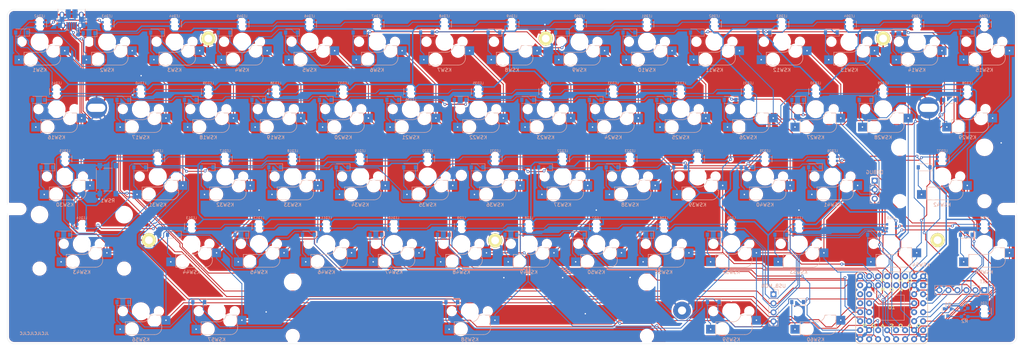
<source format=kicad_pcb>
(kicad_pcb (version 20171130) (host pcbnew "(5.1.9)-1")
  (title_block (title YUIOP60Pi) (date 2021-09-30) (rev 1) (company KaoriYa))
  (layers (0 F.Cu signal) (31 B.Cu signal) (34 B.Paste user) (35 F.Paste user) (36 B.SilkS user) (37 F.SilkS user) (38 B.Mask user) (39 F.Mask user) (44 Edge.Cuts user))
  (net 0 "")
  (net 1 "Net-(D1-Pad2)")
  (net 2 /ROW1)
  (net 3 "Net-(D2-Pad2)")
  (net 4 "Net-(D3-Pad2)")
  (net 5 "Net-(D4-Pad2)")
  (net 6 "Net-(D5-Pad2)")
  (net 7 "Net-(D6-Pad2)")
  (net 8 "Net-(D7-Pad2)")
  (net 9 "Net-(D8-Pad2)")
  (net 10 "Net-(D9-Pad2)")
  (net 11 "Net-(D10-Pad2)")
  (net 12 "Net-(D11-Pad2)")
  (net 13 "Net-(D12-Pad2)")
  (net 14 "Net-(D13-Pad2)")
  (net 15 "Net-(D14-Pad2)")
  (net 16 "Net-(D15-Pad2)")
  (net 17 "Net-(D16-Pad2)")
  (net 18 /ROW2)
  (net 19 "Net-(D17-Pad2)")
  (net 20 "Net-(D18-Pad2)")
  (net 21 "Net-(D19-Pad2)")
  (net 22 "Net-(D20-Pad2)")
  (net 23 "Net-(D21-Pad2)")
  (net 24 "Net-(D22-Pad2)")
  (net 25 "Net-(D23-Pad2)")
  (net 26 "Net-(D24-Pad2)")
  (net 27 "Net-(D25-Pad2)")
  (net 28 "Net-(D26-Pad2)")
  (net 29 "Net-(D27-Pad2)")
  (net 30 "Net-(D28-Pad2)")
  (net 31 "Net-(D29-Pad2)")
  (net 32 "Net-(D30-Pad2)")
  (net 33 /ROW3)
  (net 34 "Net-(D31-Pad2)")
  (net 35 "Net-(D32-Pad2)")
  (net 36 "Net-(D33-Pad2)")
  (net 37 "Net-(D34-Pad2)")
  (net 38 "Net-(D35-Pad2)")
  (net 39 "Net-(D36-Pad2)")
  (net 40 "Net-(D37-Pad2)")
  (net 41 "Net-(D38-Pad2)")
  (net 42 "Net-(D39-Pad2)")
  (net 43 "Net-(D40-Pad2)")
  (net 44 "Net-(D41-Pad2)")
  (net 45 "Net-(D42-Pad2)")
  (net 46 "Net-(D43-Pad2)")
  (net 47 /ROW4)
  (net 48 "Net-(D44-Pad2)")
  (net 49 "Net-(D45-Pad2)")
  (net 50 "Net-(D46-Pad2)")
  (net 51 "Net-(D47-Pad2)")
  (net 52 "Net-(D48-Pad2)")
  (net 53 "Net-(D49-Pad2)")
  (net 54 "Net-(D50-Pad2)")
  (net 55 "Net-(D51-Pad2)")
  (net 56 "Net-(D52-Pad2)")
  (net 57 "Net-(D53-Pad2)")
  (net 58 "Net-(D54-Pad2)")
  (net 59 "Net-(D55-Pad2)")
  (net 60 "Net-(D56-Pad2)")
  (net 61 /ROW5)
  (net 62 "Net-(D57-Pad2)")
  (net 63 "Net-(D58-Pad2)")
  (net 64 "Net-(D59-Pad2)")
  (net 65 "Net-(D60-Pad2)")
  (net 66 /GND)
  (net 67 "Net-(J1-Pad4)")
  (net 68 /USB_D+)
  (net 69 /USB_D-)
  (net 70 /VBUS)
  (net 71 /SWCLK)
  (net 72 /SWDIO)
  (net 73 /GPIO3)
  (net 74 /GPIO2)
  (net 75 /GPIO1)
  (net 76 /GPIO0)
  (net 77 /3V3)
  (net 78 /COL1)
  (net 79 /COL2)
  (net 80 /COL3)
  (net 81 /COL4)
  (net 82 /COL5)
  (net 83 /COL6)
  (net 84 /COL7)
  (net 85 /COL8)
  (net 86 /COL9)
  (net 87 /COL10)
  (net 88 /COL11)
  (net 89 /COL12)
  (net 90 /COL13)
  (net 91 /COL14)
  (net 92 /COL15)
  (net 93 /LED_D_5V)
  (net 94 "Net-(LED1-Pad1)")
  (net 95 "Net-(LED2-Pad1)")
  (net 96 "Net-(LED3-Pad1)")
  (net 97 "Net-(LED4-Pad1)")
  (net 98 "Net-(LED5-Pad1)")
  (net 99 "Net-(LED6-Pad1)")
  (net 100 "Net-(LED7-Pad1)")
  (net 101 "Net-(LED8-Pad1)")
  (net 102 "Net-(LED10-Pad3)")
  (net 103 "Net-(LED10-Pad1)")
  (net 104 "Net-(LED11-Pad1)")
  (net 105 "Net-(LED12-Pad1)")
  (net 106 "Net-(LED13-Pad1)")
  (net 107 "Net-(LED14-Pad1)")
  (net 108 "Net-(LED15-Pad1)")
  (net 109 "Net-(LED16-Pad1)")
  (net 110 "Net-(LED17-Pad1)")
  (net 111 "Net-(LED18-Pad1)")
  (net 112 "Net-(LED19-Pad1)")
  (net 113 "Net-(LED20-Pad1)")
  (net 114 "Net-(LED21-Pad1)")
  (net 115 "Net-(LED22-Pad1)")
  (net 116 "Net-(LED23-Pad1)")
  (net 117 "Net-(LED24-Pad1)")
  (net 118 "Net-(LED25-Pad1)")
  (net 119 "Net-(LED26-Pad1)")
  (net 120 "Net-(LED27-Pad1)")
  (net 121 "Net-(LED28-Pad1)")
  (net 122 "Net-(LED29-Pad1)")
  (net 123 "Net-(LED30-Pad1)")
  (net 124 "Net-(LED31-Pad1)")
  (net 125 "Net-(LED32-Pad1)")
  (net 126 "Net-(LED33-Pad1)")
  (net 127 "Net-(LED34-Pad1)")
  (net 128 "Net-(LED35-Pad1)")
  (net 129 "Net-(LED36-Pad1)")
  (net 130 "Net-(LED37-Pad1)")
  (net 131 "Net-(LED38-Pad1)")
  (net 132 "Net-(LED39-Pad1)")
  (net 133 "Net-(LED40-Pad1)")
  (net 134 "Net-(LED41-Pad1)")
  (net 135 "Net-(LED42-Pad1)")
  (net 136 "Net-(LED43-Pad1)")
  (net 137 "Net-(LED44-Pad1)")
  (net 138 "Net-(LED45-Pad1)")
  (net 139 "Net-(LED46-Pad1)")
  (net 140 "Net-(LED47-Pad1)")
  (net 141 "Net-(LED48-Pad1)")
  (net 142 "Net-(LED49-Pad1)")
  (net 143 "Net-(LED50-Pad1)")
  (net 144 "Net-(LED51-Pad1)")
  (net 145 "Net-(LED52-Pad1)")
  (net 146 "Net-(LED53-Pad1)")
  (net 147 "Net-(LED54-Pad1)")
  (net 148 "Net-(LED55-Pad1)")
  (net 149 "/LED Array/DOUT")
  (net 150 /LED_D_3V3)
  (net 151 /BOOTSEL)
  (net 152 "Net-(U1-Pad44)")
  (net 153 "Net-(U1-Pad43)")
  (net 154 "Net-(U1-Pad42)")
  (net 155 "Net-(U1-Pad34)")
  (net 156 "Net-(U1-Pad33)")
  (net 157 "Net-(U1-Pad32)")
  (net 158 "Net-(U1-Pad31)")
  (net 159 "Net-(U1-Pad30)")
  (module yuiop:Hole_2.2_4 (layer F.Cu) (at 332.65 165.3 180)
    (fp_text reference HOLE12 hide)
    (fp_text value Hole_2.2_4 hide)
    (pad "" thru_hole circle (at 0 0 180) (size 4 4) (drill 2.2) (layers *.Cu *.Mask F.SilkS))
  )
  (module yuiop:Hole_2.2_4 (layer F.Cu) (at 110 165.3 180)
    (fp_text reference HOLE10 hide)
    (fp_text value Hole_2.2_4 hide)
    (pad "" thru_hole circle (at 0 0 180) (size 4 4) (drill 2.2) (layers *.Cu *.Mask F.SilkS) (net 66 /GND))
  )
  (module yuiop:Hole_2.2_4 (layer F.Cu) (at 207.738 165.4 180)
    (fp_text reference HOLE11 hide)
    (fp_text value Hole_2.2_4 hide)
    (pad "" thru_hole circle (at 0 0 180) (size 4 4) (drill 2.2) (layers *.Cu *.Mask F.SilkS) (net 66 /GND))
  )
  (module yuiop:Hole_2.2_4 (layer F.Cu) (at 317.275 108.3 180)
    (fp_text reference HOLE9 hide)
    (fp_text value Hole_2.2_4 hide)
    (pad "" thru_hole circle (at 0 0 180) (size 4 4) (drill 2.2) (layers *.Cu *.Mask F.SilkS) (net 66 /GND))
  )
  (module yuiop:Hole_2.2_4 (layer F.Cu) (at 222.025 108.31 180)
    (fp_text reference HOLE8 hide)
    (fp_text value Hole_2.2_4 hide)
    (pad "" thru_hole circle (at 0 0 180) (size 4 4) (drill 2.2) (layers *.Cu *.Mask F.SilkS) (net 66 /GND))
  )
  (module yuiop:Hole_2.2_4 (layer F.Cu) (at 126.775 108.3 180)
    (fp_text reference HOLE7 hide)
    (fp_text value Hole_2.2_4 hide)
    (pad "" thru_hole circle (at 0 0 180) (size 4 4) (drill 2.2) (layers *.Cu *.Mask F.SilkS) (net 66 /GND))
  )
  (module yuiop:Hole_7x2.5_10x5 (layer F.Cu) (at 353.54 156.5)
    (fp_text reference HOLE6 hide)
    (fp_text value Hole_7x2.5 hide)
    (pad "" np_thru_hole oval (at 0 0) (size 7 2.5) (drill oval 7 2.5) (layers *.Cu *.Mask))
  )
  (module yuiop:Hole_7x2.5_10x5 (layer F.Cu) (at 71.46 156.5)
    (fp_text reference HOLE5 hide)
    (fp_text value Hole_7x2.5 hide)
    (pad "" np_thru_hole oval (at 0 0) (size 7 2.5) (drill oval 7 2.5) (layers *.Cu *.Mask))
  )
  (module yuiop:Hole_5x2.5_7 (layer F.Cu) (at 260.5 185.2)
    (fp_text reference HOLE4 hide)
    (fp_text value Hole_5x2.3_6 hide)
    (pad "" thru_hole circle (at 0 0) (size 5 5) (drill 2.3) (layers *.Cu *.Mask) (net 66 /GND))
  )
  (module yuiop:Hole_5x2.5_7 (layer F.Cu) (at 198.2 147)
    (fp_text reference HOLE3 hide)
    (fp_text value Hole_2.3 hide)
    (pad "" np_thru_hole circle (at 0 0) (size 2.2 2.2) (drill 2.2) (layers *.Cu *.Mask))
  )
  (module yuiop:Hole_5x2.5_7 (layer F.Cu) (at 330.05 127.91)
    (fp_text reference HOLE2 hide)
    (fp_text value Hole_5x2.3_6 hide)
    (pad "" thru_hole circle (at 0 0) (size 6 6) (drill oval 5 2.3) (layers *.Cu *.Mask) (net 66 /GND))
  )
  (module yuiop:Hole_5x2.5_7 (layer F.Cu) (at 95.2 127.9)
    (fp_text reference HOLE1 hide)
    (fp_text value Hole_5x2.3_6 hide)
    (pad "" thru_hole circle (at 0 0) (size 6 6) (drill oval 5 2.3) (layers *.Cu *.Mask) (net 66 /GND))
  )
  (module yuiop:Cherry_MX_Stabilizer_6.25u (layer F.Cu) (at 200.594 185.41)
    (fp_text reference STB2 hide)
    (fp_text value Cherry_MX_Stabilizer_6.25u hide)
    (pad "" np_thru_hole circle (at -50 -8.255 180) (size 3.9878 3.9878) (drill 3.9878) (layers *.Cu *.Mask))
    (pad "" np_thru_hole circle (at 50 6.985 180) (size 3.048 3.048) (drill 3.048) (layers *.Cu *.Mask))
    (pad "" np_thru_hole circle (at 50 -8.255 180) (size 3.9878 3.9878) (drill 3.9878) (layers *.Cu *.Mask))
    (pad "" np_thru_hole circle (at -50 6.985 180) (size 3.048 3.048) (drill 3.048) (layers *.Cu *.Mask))
  )
  (module yuiop:Cherry_MX_Stabilizer (layer F.Cu) (at 91.0562 166.36)
    (fp_text reference STB1 hide)
    (fp_text value Cherry_MX_Stabilizer hide)
    (pad "" np_thru_hole circle (at -11.938 6.985 180) (size 3.048 3.048) (drill 3.048) (layers *.Cu *.Mask))
    (pad "" np_thru_hole circle (at -11.938 -8.255 180) (size 3.9878 3.9878) (drill 3.9878) (layers *.Cu *.Mask))
    (pad "" np_thru_hole circle (at 11.938 -8.255 180) (size 3.9878 3.9878) (drill 3.9878) (layers *.Cu *.Mask))
    (pad "" np_thru_hole circle (at 11.938 6.985 180) (size 3.048 3.048) (drill 3.048) (layers *.Cu *.Mask))
  )
  (module yuiop:Cherry_MX_Stabilizer (layer F.Cu) (at 333.944 147.31)
    (fp_text reference STB3 hide)
    (fp_text value Cherry_MX_Stabilizer hide)
    (pad "" np_thru_hole circle (at -11.938 6.985 180) (size 3.048 3.048) (drill 3.048) (layers *.Cu *.Mask))
    (pad "" np_thru_hole circle (at -11.938 -8.255 180) (size 3.9878 3.9878) (drill 3.9878) (layers *.Cu *.Mask))
    (pad "" np_thru_hole circle (at 11.938 -8.255 180) (size 3.9878 3.9878) (drill 3.9878) (layers *.Cu *.Mask))
    (pad "" np_thru_hole circle (at 11.938 6.985 180) (size 3.048 3.048) (drill 3.048) (layers *.Cu *.Mask))
  )
  (module yuiop:PGA2040 (layer B.Cu) (at 319.675 184.41 180)
    (fp_text reference U1 (at 0 0.1) (layer F.SilkS))
    (fp_text value PGA2040 hide)
    (fp_text user 0 (at -7.62 -5.08) (layer F.SilkS) (effects (font (size 0.8 1.5) (thickness 0.2))))
    (fp_text user 4 (at -5.08 -5.08) (layer F.SilkS) (effects (font (size 0.8 1.5) (thickness 0.2))))
    (fp_text user 0 (at -2.54 -5.08) (layer F.SilkS) (effects (font (size 0.8 1.5) (thickness 0.2))))
    (fp_text user 2 (at 0 -5.08) (layer F.SilkS) (effects (font (size 0.8 1.5) (thickness 0.2))))
    (fp_text user A (at 2.54 -5.08) (layer F.SilkS) (effects (font (size 0.8 1.5) (thickness 0.2))))
    (fp_text user G (at 5.08 -5.08) (layer F.SilkS) (effects (font (size 0.8 1.5) (thickness 0.2))))
    (fp_text user P (at 7.62 -5.08) (layer F.SilkS) (effects (font (size 0.8 1.5) (thickness 0.2))))
    (fp_text user I (at -5.08 5.08) (layer F.SilkS) (effects (font (size 0.8 1.5) (thickness 0.2))))
    (fp_text user N (at -2.54 5.08) (layer F.SilkS) (effects (font (size 0.8 1.5) (thickness 0.2))))
    (fp_text user O (at 0 5.08) (layer F.SilkS) (effects (font (size 0.8 1.5) (thickness 0.2))))
    (fp_text user R (at 2.54 5.08) (layer F.SilkS) (effects (font (size 0.8 1.5) (thickness 0.2))))
    (fp_text user O (at -5.08 7.62) (layer F.SilkS) (effects (font (size 0.8 1.5) (thickness 0.2))))
    (fp_text user M (at -2.54 7.62) (layer F.SilkS) (effects (font (size 0.8 1.5) (thickness 0.2))))
    (fp_text user I (at 0 7.62) (layer F.SilkS) (effects (font (size 0.8 1.5) (thickness 0.2))))
    (fp_text user P (at 2.54 7.62) (layer F.SilkS) (effects (font (size 0.8 1.5) (thickness 0.2))))
    (pad 48 thru_hole circle (at -8.89 8.89 180) (size 1.7 1.7) (drill 0.85) (layers *.Cu *.Mask) (net 66 /GND))
    (pad 47 thru_hole circle (at -6.35 6.35 180) (size 1.7 1.7) (drill 0.85) (layers *.Cu *.Mask) (net 66 /GND))
    (pad 46 thru_hole circle (at -6.35 8.89 180) (size 1.7 1.7) (drill 0.85) (layers *.Cu *.Mask) (net 70 /VBUS))
    (pad 45 thru_hole circle (at -3.81 6.35 180) (size 1.7 1.7) (drill 0.85) (layers *.Cu *.Mask) (net 77 /3V3))
    (pad 44 thru_hole circle (at -3.81 8.89 180) (size 1.7 1.7) (drill 0.85) (layers *.Cu *.Mask) (net 152 "Net-(U1-Pad44)"))
    (pad 43 thru_hole circle (at -1.27 6.35 180) (size 1.7 1.7) (drill 0.85) (layers *.Cu *.Mask) (net 153 "Net-(U1-Pad43)"))
    (pad 42 thru_hole circle (at -1.27 8.89 180) (size 1.7 1.7) (drill 0.85) (layers *.Cu *.Mask) (net 154 "Net-(U1-Pad42)"))
    (pad 41 thru_hole circle (at 1.27 6.35 180) (size 1.7 1.7) (drill 0.85) (layers *.Cu *.Mask) (net 71 /SWCLK))
    (pad 40 thru_hole circle (at 1.27 8.89 180) (size 1.7 1.7) (drill 0.85) (layers *.Cu *.Mask) (net 68 /USB_D+))
    (pad 39 thru_hole circle (at 3.81 6.35 180) (size 1.7 1.7) (drill 0.85) (layers *.Cu *.Mask) (net 72 /SWDIO))
    (pad 38 thru_hole circle (at 3.81 8.89 180) (size 1.7 1.7) (drill 0.85) (layers *.Cu *.Mask) (net 69 /USB_D-))
    (pad 37 thru_hole circle (at 6.35 8.89 180) (size 1.7 1.7) (drill 0.85) (layers *.Cu *.Mask) (net 151 /BOOTSEL))
    (pad 36 thru_hole circle (at 8.89 8.89 180) (size 1.7 1.7) (drill 0.85) (layers *.Cu *.Mask) (net 66 /GND))
    (pad 35 thru_hole circle (at 6.35 6.35 180) (size 1.7 1.7) (drill 0.85) (layers *.Cu *.Mask) (net 66 /GND))
    (pad 34 thru_hole circle (at 8.89 6.35 180) (size 1.7 1.7) (drill 0.85) (layers *.Cu *.Mask) (net 155 "Net-(U1-Pad34)"))
    (pad 33 thru_hole circle (at 6.35 3.81 180) (size 1.7 1.7) (drill 0.85) (layers *.Cu *.Mask) (net 156 "Net-(U1-Pad33)"))
    (pad 32 thru_hole circle (at 8.89 3.81 180) (size 1.7 1.7) (drill 0.85) (layers *.Cu *.Mask) (net 157 "Net-(U1-Pad32)"))
    (pad 31 thru_hole circle (at 6.35 1.27 180) (size 1.7 1.7) (drill 0.85) (layers *.Cu *.Mask) (net 158 "Net-(U1-Pad31)"))
    (pad 30 thru_hole circle (at 8.89 1.27 180) (size 1.7 1.7) (drill 0.85) (layers *.Cu *.Mask) (net 159 "Net-(U1-Pad30)"))
    (pad 29 thru_hole circle (at 6.35 -1.27 180) (size 1.7 1.7) (drill 0.85) (layers *.Cu *.Mask) (net 78 /COL1))
    (pad 28 thru_hole circle (at 8.89 -1.27 180) (size 1.7 1.7) (drill 0.85) (layers *.Cu *.Mask) (net 79 /COL2))
    (pad 27 thru_hole circle (at 6.35 -3.81 180) (size 1.7 1.7) (drill 0.85) (layers *.Cu *.Mask) (net 80 /COL3))
    (pad 26 thru_hole circle (at 8.89 -3.81 180) (size 1.7 1.7) (drill 0.85) (layers *.Cu *.Mask) (net 81 /COL4))
    (pad 25 thru_hole circle (at 8.89 -6.35 180) (size 1.7 1.7) (drill 0.85) (layers *.Cu *.Mask) (net 82 /COL5))
    (pad 24 thru_hole circle (at 8.89 -8.89 180) (size 1.7 1.7) (drill 0.85) (layers *.Cu *.Mask) (net 66 /GND))
    (pad 23 thru_hole circle (at 6.35 -6.35 180) (size 1.7 1.7) (drill 0.85) (layers *.Cu *.Mask) (net 66 /GND))
    (pad 22 thru_hole circle (at 6.35 -8.89 180) (size 1.7 1.7) (drill 0.85) (layers *.Cu *.Mask) (net 83 /COL6))
    (pad 21 thru_hole circle (at 3.81 -6.35 180) (size 1.7 1.7) (drill 0.85) (layers *.Cu *.Mask) (net 84 /COL7))
    (pad 20 thru_hole circle (at 3.81 -8.89 180) (size 1.7 1.7) (drill 0.85) (layers *.Cu *.Mask) (net 85 /COL8))
    (pad 19 thru_hole circle (at 1.27 -6.35 180) (size 1.7 1.7) (drill 0.85) (layers *.Cu *.Mask) (net 86 /COL9))
    (pad 18 thru_hole circle (at 1.27 -8.89 180) (size 1.7 1.7) (drill 0.85) (layers *.Cu *.Mask) (net 87 /COL10))
    (pad 17 thru_hole circle (at -1.27 -6.35 180) (size 1.7 1.7) (drill 0.85) (layers *.Cu *.Mask) (net 88 /COL11))
    (pad 16 thru_hole circle (at -1.27 -8.89 180) (size 1.7 1.7) (drill 0.85) (layers *.Cu *.Mask) (net 89 /COL12))
    (pad 15 thru_hole circle (at -3.81 -6.35 180) (size 1.7 1.7) (drill 0.85) (layers *.Cu *.Mask) (net 90 /COL13))
    (pad 14 thru_hole circle (at -3.81 -8.89 180) (size 1.7 1.7) (drill 0.85) (layers *.Cu *.Mask) (net 91 /COL14))
    (pad 13 thru_hole circle (at -6.35 -8.89 180) (size 1.7 1.7) (drill 0.85) (layers *.Cu *.Mask) (net 92 /COL15))
    (pad 12 thru_hole circle (at -8.89 -8.89 180) (size 1.7 1.7) (drill 0.85) (layers *.Cu *.Mask) (net 66 /GND))
    (pad 11 thru_hole circle (at -6.35 -6.35 180) (size 1.7 1.7) (drill 0.85) (layers *.Cu *.Mask) (net 66 /GND))
    (pad 10 thru_hole circle (at -8.89 -6.35 180) (size 1.7 1.7) (drill 0.85) (layers *.Cu *.Mask) (net 150 /LED_D_3V3))
    (pad 9 thru_hole circle (at -6.35 -3.81 180) (size 1.7 1.7) (drill 0.85) (layers *.Cu *.Mask) (net 2 /ROW1))
    (pad 8 thru_hole circle (at -8.89 -3.81 180) (size 1.7 1.7) (drill 0.85) (layers *.Cu *.Mask) (net 18 /ROW2))
    (pad 7 thru_hole circle (at -6.35 -1.27 180) (size 1.7 1.7) (drill 0.85) (layers *.Cu *.Mask) (net 33 /ROW3))
    (pad 6 thru_hole circle (at -8.89 -1.27 180) (size 1.7 1.7) (drill 0.85) (layers *.Cu *.Mask) (net 47 /ROW4))
    (pad 5 thru_hole circle (at -6.35 1.27 180) (size 1.7 1.7) (drill 0.85) (layers *.Cu *.Mask) (net 61 /ROW5))
    (pad 4 thru_hole circle (at -8.89 1.27 180) (size 1.7 1.7) (drill 0.85) (layers *.Cu *.Mask) (net 73 /GPIO3))
    (pad 3 thru_hole circle (at -6.35 3.81 180) (size 1.7 1.7) (drill 0.85) (layers *.Cu *.Mask) (net 74 /GPIO2))
    (pad 2 thru_hole circle (at -8.89 3.81 180) (size 1.7 1.7) (drill 0.85) (layers *.Cu *.Mask) (net 75 /GPIO1))
    (pad 1 thru_hole roundrect (at -8.89 6.35 180) (size 1.7 1.7) (drill 0.85) (layers *.Cu *.Mask) (net 76 /GPIO0))
  )
  (module Button_Switch_SMD:SW_Push_1P1T_NO_6x6mm_H9.5mm (layer B.Cu) (at 98.4 148.2 90)
    (fp_text reference RSW1 (at -5.92516 -0.025 180) (layer B.SilkS) (effects (justify mirror)))
    (fp_text value RESET)
    (pad 2 smd rect (at 3.975 -2.25 90) (size 1.55 1.3) (layers B.Cu B.Paste B.Mask) (net 66 /GND))
    (pad 1 smd rect (at 3.975 2.25 90) (size 1.55 1.3) (layers B.Cu B.Paste B.Mask) (net 151 /BOOTSEL))
    (pad 1 smd rect (at -3.975 2.25 90) (size 1.55 1.3) (layers B.Cu B.Paste B.Mask) (net 151 /BOOTSEL))
    (pad 2 smd rect (at -3.975 -2.25 90) (size 1.55 1.3) (layers B.Cu B.Paste B.Mask) (net 66 /GND))
  )
  (module Resistor_SMD:R_0603_1608Metric_Pad0.98x0.95mm_HandSolder (layer B.Cu) (at 340.272 186.916 180)
    (fp_text reference R2 (at 0 -1.23842) (layer B.SilkS) (effects (justify mirror)))
    (fp_text value 10K)
    (pad 2 smd roundrect (at 0.9125 0 180) (size 0.975 0.95) (layers B.Cu B.Paste B.Mask) (net 93 /LED_D_5V))
    (pad 1 smd roundrect (at -0.9125 0 180) (size 0.975 0.95) (layers B.Cu B.Paste B.Mask) (net 70 /VBUS))
  )
  (module Resistor_SMD:R_0603_1608Metric_Pad0.98x0.95mm_HandSolder (layer B.Cu) (at 340.272 184.535)
    (fp_text reference R1 (at 0 -1.20664) (layer B.SilkS) (effects (justify mirror)))
    (fp_text value 10K)
    (pad 2 smd roundrect (at 0.9125 0) (size 0.975 0.95) (layers B.Cu B.Paste B.Mask) (net 150 /LED_D_3V3))
    (pad 1 smd roundrect (at -0.9125 0) (size 0.975 0.95) (layers B.Cu B.Paste B.Mask) (net 77 /3V3))
  )
  (module Package_TO_SOT_SMD:SOT-23 (layer B.Cu) (at 335.51 185.725 270)
    (fp_text reference Q1 (at -2.23853 -0.03122 180) (layer B.SilkS) (effects (justify mirror)))
    (fp_text value BSS138)
    (pad 3 smd rect (at 1 0 270) (size 0.9 0.8) (layers B.Cu B.Paste B.Mask) (net 93 /LED_D_5V))
    (pad 2 smd rect (at -1 -0.95 270) (size 0.9 0.8) (layers B.Cu B.Paste B.Mask) (net 150 /LED_D_3V3))
    (pad 1 smd rect (at -1 0.95 270) (size 0.9 0.8) (layers B.Cu B.Paste B.Mask) (net 77 /3V3))
  )
  (module yuiop:LED_WS2812C-2020_BackMount_v2 (layer F.Cu) (at 345.85 104.25 180)
    (fp_text reference LED56 (at 0 2.3 180) (layer B.SilkS) (effects (font (size 0.66 0.66) (thickness 0.1)) (justify mirror)))
    (fp_text value WS2812C-2020)
    (pad "" np_thru_hole oval (at 0 0 180) (size 1.5 3.15) (drill oval 1.5 3.15) (layers *.Cu *.Mask))
    (pad 3 smd rect (at 1.25 0.55) (size 0.6 0.7) (layers B.Cu B.Paste B.Mask) (net 148 "Net-(LED55-Pad1)"))
    (pad 4 smd rect (at 1.25 -0.55) (size 0.6 0.7) (layers B.Cu B.Paste B.Mask) (net 70 /VBUS))
    (pad 1 smd rect (at -1.25 -0.55) (size 0.6 0.7) (layers B.Cu B.Paste B.Mask) (net 149 "/LED Array/DOUT"))
    (pad 2 smd rect (at -1.25 0.55) (size 0.6 0.7) (layers B.Cu B.Paste B.Mask) (net 66 /GND))
  )
  (module yuiop:LED_WS2812C-2020_BackMount_v2 (layer F.Cu) (at 326.8 104.25 180)
    (fp_text reference LED55 (at 0 2.3 180) (layer B.SilkS) (effects (font (size 0.66 0.66) (thickness 0.1)) (justify mirror)))
    (fp_text value WS2812C-2020)
    (pad "" np_thru_hole oval (at 0 0 180) (size 1.5 3.15) (drill oval 1.5 3.15) (layers *.Cu *.Mask))
    (pad 3 smd rect (at 1.25 0.55) (size 0.6 0.7) (layers B.Cu B.Paste B.Mask) (net 147 "Net-(LED54-Pad1)"))
    (pad 4 smd rect (at 1.25 -0.55) (size 0.6 0.7) (layers B.Cu B.Paste B.Mask) (net 70 /VBUS))
    (pad 1 smd rect (at -1.25 -0.55) (size 0.6 0.7) (layers B.Cu B.Paste B.Mask) (net 148 "Net-(LED55-Pad1)"))
    (pad 2 smd rect (at -1.25 0.55) (size 0.6 0.7) (layers B.Cu B.Paste B.Mask) (net 66 /GND))
  )
  (module yuiop:LED_WS2812C-2020_BackMount_v2 (layer F.Cu) (at 307.75 104.25 180)
    (fp_text reference LED54 (at 0 2.3 180) (layer B.SilkS) (effects (font (size 0.66 0.66) (thickness 0.1)) (justify mirror)))
    (fp_text value WS2812C-2020)
    (pad "" np_thru_hole oval (at 0 0 180) (size 1.5 3.15) (drill oval 1.5 3.15) (layers *.Cu *.Mask))
    (pad 3 smd rect (at 1.25 0.55) (size 0.6 0.7) (layers B.Cu B.Paste B.Mask) (net 146 "Net-(LED53-Pad1)"))
    (pad 4 smd rect (at 1.25 -0.55) (size 0.6 0.7) (layers B.Cu B.Paste B.Mask) (net 70 /VBUS))
    (pad 1 smd rect (at -1.25 -0.55) (size 0.6 0.7) (layers B.Cu B.Paste B.Mask) (net 147 "Net-(LED54-Pad1)"))
    (pad 2 smd rect (at -1.25 0.55) (size 0.6 0.7) (layers B.Cu B.Paste B.Mask) (net 66 /GND))
  )
  (module yuiop:LED_WS2812C-2020_BackMount_v2 (layer F.Cu) (at 288.7 104.25 180)
    (fp_text reference LED53 (at 0 2.3 180) (layer B.SilkS) (effects (font (size 0.66 0.66) (thickness 0.1)) (justify mirror)))
    (fp_text value WS2812C-2020)
    (pad "" np_thru_hole oval (at 0 0 180) (size 1.5 3.15) (drill oval 1.5 3.15) (layers *.Cu *.Mask))
    (pad 3 smd rect (at 1.25 0.55) (size 0.6 0.7) (layers B.Cu B.Paste B.Mask) (net 145 "Net-(LED52-Pad1)"))
    (pad 4 smd rect (at 1.25 -0.55) (size 0.6 0.7) (layers B.Cu B.Paste B.Mask) (net 70 /VBUS))
    (pad 1 smd rect (at -1.25 -0.55) (size 0.6 0.7) (layers B.Cu B.Paste B.Mask) (net 146 "Net-(LED53-Pad1)"))
    (pad 2 smd rect (at -1.25 0.55) (size 0.6 0.7) (layers B.Cu B.Paste B.Mask) (net 66 /GND))
  )
  (module yuiop:LED_WS2812C-2020_BackMount_v2 (layer F.Cu) (at 269.65 104.25 180)
    (fp_text reference LED52 (at 0 2.3 180) (layer B.SilkS) (effects (font (size 0.66 0.66) (thickness 0.1)) (justify mirror)))
    (fp_text value WS2812C-2020)
    (pad "" np_thru_hole oval (at 0 0 180) (size 1.5 3.15) (drill oval 1.5 3.15) (layers *.Cu *.Mask))
    (pad 3 smd rect (at 1.25 0.55) (size 0.6 0.7) (layers B.Cu B.Paste B.Mask) (net 144 "Net-(LED51-Pad1)"))
    (pad 4 smd rect (at 1.25 -0.55) (size 0.6 0.7) (layers B.Cu B.Paste B.Mask) (net 70 /VBUS))
    (pad 1 smd rect (at -1.25 -0.55) (size 0.6 0.7) (layers B.Cu B.Paste B.Mask) (net 145 "Net-(LED52-Pad1)"))
    (pad 2 smd rect (at -1.25 0.55) (size 0.6 0.7) (layers B.Cu B.Paste B.Mask) (net 66 /GND))
  )
  (module yuiop:LED_WS2812C-2020_BackMount_v2 (layer F.Cu) (at 250.6 104.25 180)
    (fp_text reference LED51 (at 0 2.3 180) (layer B.SilkS) (effects (font (size 0.66 0.66) (thickness 0.1)) (justify mirror)))
    (fp_text value WS2812C-2020)
    (pad "" np_thru_hole oval (at 0 0 180) (size 1.5 3.15) (drill oval 1.5 3.15) (layers *.Cu *.Mask))
    (pad 3 smd rect (at 1.25 0.55) (size 0.6 0.7) (layers B.Cu B.Paste B.Mask) (net 143 "Net-(LED50-Pad1)"))
    (pad 4 smd rect (at 1.25 -0.55) (size 0.6 0.7) (layers B.Cu B.Paste B.Mask) (net 70 /VBUS))
    (pad 1 smd rect (at -1.25 -0.55) (size 0.6 0.7) (layers B.Cu B.Paste B.Mask) (net 144 "Net-(LED51-Pad1)"))
    (pad 2 smd rect (at -1.25 0.55) (size 0.6 0.7) (layers B.Cu B.Paste B.Mask) (net 66 /GND))
  )
  (module yuiop:LED_WS2812C-2020_BackMount_v2 (layer F.Cu) (at 231.55 104.25 180)
    (fp_text reference LED50 (at 0 2.3 180) (layer B.SilkS) (effects (font (size 0.66 0.66) (thickness 0.1)) (justify mirror)))
    (fp_text value WS2812C-2020)
    (pad "" np_thru_hole oval (at 0 0 180) (size 1.5 3.15) (drill oval 1.5 3.15) (layers *.Cu *.Mask))
    (pad 3 smd rect (at 1.25 0.55) (size 0.6 0.7) (layers B.Cu B.Paste B.Mask) (net 142 "Net-(LED49-Pad1)"))
    (pad 4 smd rect (at 1.25 -0.55) (size 0.6 0.7) (layers B.Cu B.Paste B.Mask) (net 70 /VBUS))
    (pad 1 smd rect (at -1.25 -0.55) (size 0.6 0.7) (layers B.Cu B.Paste B.Mask) (net 143 "Net-(LED50-Pad1)"))
    (pad 2 smd rect (at -1.25 0.55) (size 0.6 0.7) (layers B.Cu B.Paste B.Mask) (net 66 /GND))
  )
  (module yuiop:LED_WS2812C-2020_BackMount_v2 (layer F.Cu) (at 212.5 104.25 180)
    (fp_text reference LED49 (at 0 2.3 180) (layer B.SilkS) (effects (font (size 0.66 0.66) (thickness 0.1)) (justify mirror)))
    (fp_text value WS2812C-2020)
    (pad "" np_thru_hole oval (at 0 0 180) (size 1.5 3.15) (drill oval 1.5 3.15) (layers *.Cu *.Mask))
    (pad 3 smd rect (at 1.25 0.55) (size 0.6 0.7) (layers B.Cu B.Paste B.Mask) (net 141 "Net-(LED48-Pad1)"))
    (pad 4 smd rect (at 1.25 -0.55) (size 0.6 0.7) (layers B.Cu B.Paste B.Mask) (net 70 /VBUS))
    (pad 1 smd rect (at -1.25 -0.55) (size 0.6 0.7) (layers B.Cu B.Paste B.Mask) (net 142 "Net-(LED49-Pad1)"))
    (pad 2 smd rect (at -1.25 0.55) (size 0.6 0.7) (layers B.Cu B.Paste B.Mask) (net 66 /GND))
  )
  (module yuiop:LED_WS2812C-2020_BackMount_v2 (layer F.Cu) (at 193.45 104.25 180)
    (fp_text reference LED48 (at 0 2.3 180) (layer B.SilkS) (effects (font (size 0.66 0.66) (thickness 0.1)) (justify mirror)))
    (fp_text value WS2812C-2020)
    (pad "" np_thru_hole oval (at 0 0 180) (size 1.5 3.15) (drill oval 1.5 3.15) (layers *.Cu *.Mask))
    (pad 3 smd rect (at 1.25 0.55) (size 0.6 0.7) (layers B.Cu B.Paste B.Mask) (net 140 "Net-(LED47-Pad1)"))
    (pad 4 smd rect (at 1.25 -0.55) (size 0.6 0.7) (layers B.Cu B.Paste B.Mask) (net 70 /VBUS))
    (pad 1 smd rect (at -1.25 -0.55) (size 0.6 0.7) (layers B.Cu B.Paste B.Mask) (net 141 "Net-(LED48-Pad1)"))
    (pad 2 smd rect (at -1.25 0.55) (size 0.6 0.7) (layers B.Cu B.Paste B.Mask) (net 66 /GND))
  )
  (module yuiop:LED_WS2812C-2020_BackMount_v2 (layer F.Cu) (at 174.4 104.25 180)
    (fp_text reference LED47 (at 0 2.3 180) (layer B.SilkS) (effects (font (size 0.66 0.66) (thickness 0.1)) (justify mirror)))
    (fp_text value WS2812C-2020)
    (pad "" np_thru_hole oval (at 0 0 180) (size 1.5 3.15) (drill oval 1.5 3.15) (layers *.Cu *.Mask))
    (pad 3 smd rect (at 1.25 0.55) (size 0.6 0.7) (layers B.Cu B.Paste B.Mask) (net 139 "Net-(LED46-Pad1)"))
    (pad 4 smd rect (at 1.25 -0.55) (size 0.6 0.7) (layers B.Cu B.Paste B.Mask) (net 70 /VBUS))
    (pad 1 smd rect (at -1.25 -0.55) (size 0.6 0.7) (layers B.Cu B.Paste B.Mask) (net 140 "Net-(LED47-Pad1)"))
    (pad 2 smd rect (at -1.25 0.55) (size 0.6 0.7) (layers B.Cu B.Paste B.Mask) (net 66 /GND))
  )
  (module yuiop:LED_WS2812C-2020_BackMount_v2 (layer F.Cu) (at 155.35 104.25 180)
    (fp_text reference LED46 (at 0 2.3 180) (layer B.SilkS) (effects (font (size 0.66 0.66) (thickness 0.1)) (justify mirror)))
    (fp_text value WS2812C-2020)
    (pad "" np_thru_hole oval (at 0 0 180) (size 1.5 3.15) (drill oval 1.5 3.15) (layers *.Cu *.Mask))
    (pad 3 smd rect (at 1.25 0.55) (size 0.6 0.7) (layers B.Cu B.Paste B.Mask) (net 138 "Net-(LED45-Pad1)"))
    (pad 4 smd rect (at 1.25 -0.55) (size 0.6 0.7) (layers B.Cu B.Paste B.Mask) (net 70 /VBUS))
    (pad 1 smd rect (at -1.25 -0.55) (size 0.6 0.7) (layers B.Cu B.Paste B.Mask) (net 139 "Net-(LED46-Pad1)"))
    (pad 2 smd rect (at -1.25 0.55) (size 0.6 0.7) (layers B.Cu B.Paste B.Mask) (net 66 /GND))
  )
  (module yuiop:LED_WS2812C-2020_BackMount_v2 (layer F.Cu) (at 136.3 104.25 180)
    (fp_text reference LED45 (at 0 2.3 180) (layer B.SilkS) (effects (font (size 0.66 0.66) (thickness 0.1)) (justify mirror)))
    (fp_text value WS2812C-2020)
    (pad "" np_thru_hole oval (at 0 0 180) (size 1.5 3.15) (drill oval 1.5 3.15) (layers *.Cu *.Mask))
    (pad 3 smd rect (at 1.25 0.55) (size 0.6 0.7) (layers B.Cu B.Paste B.Mask) (net 137 "Net-(LED44-Pad1)"))
    (pad 4 smd rect (at 1.25 -0.55) (size 0.6 0.7) (layers B.Cu B.Paste B.Mask) (net 70 /VBUS))
    (pad 1 smd rect (at -1.25 -0.55) (size 0.6 0.7) (layers B.Cu B.Paste B.Mask) (net 138 "Net-(LED45-Pad1)"))
    (pad 2 smd rect (at -1.25 0.55) (size 0.6 0.7) (layers B.Cu B.Paste B.Mask) (net 66 /GND))
  )
  (module yuiop:LED_WS2812C-2020_BackMount_v2 (layer F.Cu) (at 117.25 104.25 180)
    (fp_text reference LED44 (at 0 2.3 180) (layer B.SilkS) (effects (font (size 0.66 0.66) (thickness 0.1)) (justify mirror)))
    (fp_text value WS2812C-2020)
    (pad "" np_thru_hole oval (at 0 0 180) (size 1.5 3.15) (drill oval 1.5 3.15) (layers *.Cu *.Mask))
    (pad 3 smd rect (at 1.25 0.55) (size 0.6 0.7) (layers B.Cu B.Paste B.Mask) (net 136 "Net-(LED43-Pad1)"))
    (pad 4 smd rect (at 1.25 -0.55) (size 0.6 0.7) (layers B.Cu B.Paste B.Mask) (net 70 /VBUS))
    (pad 1 smd rect (at -1.25 -0.55) (size 0.6 0.7) (layers B.Cu B.Paste B.Mask) (net 137 "Net-(LED44-Pad1)"))
    (pad 2 smd rect (at -1.25 0.55) (size 0.6 0.7) (layers B.Cu B.Paste B.Mask) (net 66 /GND))
  )
  (module yuiop:LED_WS2812C-2020_BackMount_v2 (layer F.Cu) (at 98.2 104.25 180)
    (fp_text reference LED43 (at 0 2.3 180) (layer B.SilkS) (effects (font (size 0.66 0.66) (thickness 0.1)) (justify mirror)))
    (fp_text value WS2812C-2020)
    (pad "" np_thru_hole oval (at 0 0 180) (size 1.5 3.15) (drill oval 1.5 3.15) (layers *.Cu *.Mask))
    (pad 3 smd rect (at 1.25 0.55) (size 0.6 0.7) (layers B.Cu B.Paste B.Mask) (net 135 "Net-(LED42-Pad1)"))
    (pad 4 smd rect (at 1.25 -0.55) (size 0.6 0.7) (layers B.Cu B.Paste B.Mask) (net 70 /VBUS))
    (pad 1 smd rect (at -1.25 -0.55) (size 0.6 0.7) (layers B.Cu B.Paste B.Mask) (net 136 "Net-(LED43-Pad1)"))
    (pad 2 smd rect (at -1.25 0.55) (size 0.6 0.7) (layers B.Cu B.Paste B.Mask) (net 66 /GND))
  )
  (module yuiop:LED_WS2812C-2020_BackMount_v2 (layer F.Cu) (at 79.15 104.25 180)
    (fp_text reference LED42 (at 0 2.3 180) (layer B.SilkS) (effects (font (size 0.66 0.66) (thickness 0.1)) (justify mirror)))
    (fp_text value WS2812C-2020)
    (pad "" np_thru_hole oval (at 0 0 180) (size 1.5 3.15) (drill oval 1.5 3.15) (layers *.Cu *.Mask))
    (pad 3 smd rect (at 1.25 0.55) (size 0.6 0.7) (layers B.Cu B.Paste B.Mask) (net 134 "Net-(LED41-Pad1)"))
    (pad 4 smd rect (at 1.25 -0.55) (size 0.6 0.7) (layers B.Cu B.Paste B.Mask) (net 70 /VBUS))
    (pad 1 smd rect (at -1.25 -0.55) (size 0.6 0.7) (layers B.Cu B.Paste B.Mask) (net 135 "Net-(LED42-Pad1)"))
    (pad 2 smd rect (at -1.25 0.55) (size 0.6 0.7) (layers B.Cu B.Paste B.Mask) (net 66 /GND))
  )
  (module yuiop:LED_WS2812C-2020_BackMount_v2 (layer F.Cu) (at 83.9125 123.3)
    (fp_text reference LED41 (at 0 -2.3837) (layer B.SilkS) (effects (font (size 0.66 0.66) (thickness 0.1)) (justify mirror)))
    (fp_text value WS2812C-2020)
    (pad "" np_thru_hole oval (at 0 0) (size 1.5 3.15) (drill oval 1.5 3.15) (layers *.Cu *.Mask))
    (pad 3 smd rect (at 1.25 0.55 180) (size 0.6 0.7) (layers B.Cu B.Paste B.Mask) (net 133 "Net-(LED40-Pad1)"))
    (pad 4 smd rect (at 1.25 -0.55 180) (size 0.6 0.7) (layers B.Cu B.Paste B.Mask) (net 70 /VBUS))
    (pad 1 smd rect (at -1.25 -0.55 180) (size 0.6 0.7) (layers B.Cu B.Paste B.Mask) (net 134 "Net-(LED41-Pad1)"))
    (pad 2 smd rect (at -1.25 0.55 180) (size 0.6 0.7) (layers B.Cu B.Paste B.Mask) (net 66 /GND))
  )
  (module yuiop:LED_WS2812C-2020_BackMount_v2 (layer F.Cu) (at 107.725 123.3)
    (fp_text reference LED40 (at -0.00044 -2.3837) (layer B.SilkS) (effects (font (size 0.66 0.66) (thickness 0.1)) (justify mirror)))
    (fp_text value WS2812C-2020)
    (pad "" np_thru_hole oval (at 0 0) (size 1.5 3.15) (drill oval 1.5 3.15) (layers *.Cu *.Mask))
    (pad 3 smd rect (at 1.25 0.55 180) (size 0.6 0.7) (layers B.Cu B.Paste B.Mask) (net 132 "Net-(LED39-Pad1)"))
    (pad 4 smd rect (at 1.25 -0.55 180) (size 0.6 0.7) (layers B.Cu B.Paste B.Mask) (net 70 /VBUS))
    (pad 1 smd rect (at -1.25 -0.55 180) (size 0.6 0.7) (layers B.Cu B.Paste B.Mask) (net 133 "Net-(LED40-Pad1)"))
    (pad 2 smd rect (at -1.25 0.55 180) (size 0.6 0.7) (layers B.Cu B.Paste B.Mask) (net 66 /GND))
  )
  (module yuiop:LED_WS2812C-2020_BackMount_v2 (layer F.Cu) (at 126.775 123.3)
    (fp_text reference LED39 (at -0.00036 -2.3837) (layer B.SilkS) (effects (font (size 0.66 0.66) (thickness 0.1)) (justify mirror)))
    (fp_text value WS2812C-2020)
    (pad "" np_thru_hole oval (at 0 0) (size 1.5 3.15) (drill oval 1.5 3.15) (layers *.Cu *.Mask))
    (pad 3 smd rect (at 1.25 0.55 180) (size 0.6 0.7) (layers B.Cu B.Paste B.Mask) (net 131 "Net-(LED38-Pad1)"))
    (pad 4 smd rect (at 1.25 -0.55 180) (size 0.6 0.7) (layers B.Cu B.Paste B.Mask) (net 70 /VBUS))
    (pad 1 smd rect (at -1.25 -0.55 180) (size 0.6 0.7) (layers B.Cu B.Paste B.Mask) (net 132 "Net-(LED39-Pad1)"))
    (pad 2 smd rect (at -1.25 0.55 180) (size 0.6 0.7) (layers B.Cu B.Paste B.Mask) (net 66 /GND))
  )
  (module yuiop:LED_WS2812C-2020_BackMount_v2 (layer F.Cu) (at 145.825 123.3)
    (fp_text reference LED38 (at -0.00028 -2.3837) (layer B.SilkS) (effects (font (size 0.66 0.66) (thickness 0.1)) (justify mirror)))
    (fp_text value WS2812C-2020)
    (pad "" np_thru_hole oval (at 0 0) (size 1.5 3.15) (drill oval 1.5 3.15) (layers *.Cu *.Mask))
    (pad 3 smd rect (at 1.25 0.55 180) (size 0.6 0.7) (layers B.Cu B.Paste B.Mask) (net 130 "Net-(LED37-Pad1)"))
    (pad 4 smd rect (at 1.25 -0.55 180) (size 0.6 0.7) (layers B.Cu B.Paste B.Mask) (net 70 /VBUS))
    (pad 1 smd rect (at -1.25 -0.55 180) (size 0.6 0.7) (layers B.Cu B.Paste B.Mask) (net 131 "Net-(LED38-Pad1)"))
    (pad 2 smd rect (at -1.25 0.55 180) (size 0.6 0.7) (layers B.Cu B.Paste B.Mask) (net 66 /GND))
  )
  (module yuiop:LED_WS2812C-2020_BackMount_v2 (layer F.Cu) (at 164.875 123.3)
    (fp_text reference LED37 (at -0.0002 -2.3837) (layer B.SilkS) (effects (font (size 0.66 0.66) (thickness 0.1)) (justify mirror)))
    (fp_text value WS2812C-2020)
    (pad "" np_thru_hole oval (at 0 0) (size 1.5 3.15) (drill oval 1.5 3.15) (layers *.Cu *.Mask))
    (pad 3 smd rect (at 1.25 0.55 180) (size 0.6 0.7) (layers B.Cu B.Paste B.Mask) (net 129 "Net-(LED36-Pad1)"))
    (pad 4 smd rect (at 1.25 -0.55 180) (size 0.6 0.7) (layers B.Cu B.Paste B.Mask) (net 70 /VBUS))
    (pad 1 smd rect (at -1.25 -0.55 180) (size 0.6 0.7) (layers B.Cu B.Paste B.Mask) (net 130 "Net-(LED37-Pad1)"))
    (pad 2 smd rect (at -1.25 0.55 180) (size 0.6 0.7) (layers B.Cu B.Paste B.Mask) (net 66 /GND))
  )
  (module yuiop:LED_WS2812C-2020_BackMount_v2 (layer F.Cu) (at 183.925 123.3)
    (fp_text reference LED36 (at 0 2.3) (layer B.SilkS) (effects (font (size 0.66 0.66) (thickness 0.1)) (justify mirror)))
    (fp_text value WS2812C-2020)
    (pad "" np_thru_hole oval (at 0 0) (size 1.5 3.15) (drill oval 1.5 3.15) (layers *.Cu *.Mask))
    (pad 3 smd rect (at 1.25 0.55 180) (size 0.6 0.7) (layers B.Cu B.Paste B.Mask) (net 128 "Net-(LED35-Pad1)"))
    (pad 4 smd rect (at 1.25 -0.55 180) (size 0.6 0.7) (layers B.Cu B.Paste B.Mask) (net 70 /VBUS))
    (pad 1 smd rect (at -1.25 -0.55 180) (size 0.6 0.7) (layers B.Cu B.Paste B.Mask) (net 129 "Net-(LED36-Pad1)"))
    (pad 2 smd rect (at -1.25 0.55 180) (size 0.6 0.7) (layers B.Cu B.Paste B.Mask) (net 66 /GND))
  )
  (module yuiop:LED_WS2812C-2020_BackMount_v2 (layer F.Cu) (at 202.975 123.3)
    (fp_text reference LED35 (at 0 -2.3837) (layer B.SilkS) (effects (font (size 0.66 0.66) (thickness 0.1)) (justify mirror)))
    (fp_text value WS2812C-2020)
    (pad "" np_thru_hole oval (at 0 0) (size 1.5 3.15) (drill oval 1.5 3.15) (layers *.Cu *.Mask))
    (pad 3 smd rect (at 1.25 0.55 180) (size 0.6 0.7) (layers B.Cu B.Paste B.Mask) (net 127 "Net-(LED34-Pad1)"))
    (pad 4 smd rect (at 1.25 -0.55 180) (size 0.6 0.7) (layers B.Cu B.Paste B.Mask) (net 70 /VBUS))
    (pad 1 smd rect (at -1.25 -0.55 180) (size 0.6 0.7) (layers B.Cu B.Paste B.Mask) (net 128 "Net-(LED35-Pad1)"))
    (pad 2 smd rect (at -1.25 0.55 180) (size 0.6 0.7) (layers B.Cu B.Paste B.Mask) (net 66 /GND))
  )
  (module yuiop:LED_WS2812C-2020_BackMount_v2 (layer F.Cu) (at 222.025 123.3)
    (fp_text reference LED34 (at 0 -2.3837) (layer B.SilkS) (effects (font (size 0.66 0.66) (thickness 0.1)) (justify mirror)))
    (fp_text value WS2812C-2020)
    (pad "" np_thru_hole oval (at 0 0) (size 1.5 3.15) (drill oval 1.5 3.15) (layers *.Cu *.Mask))
    (pad 3 smd rect (at 1.25 0.55 180) (size 0.6 0.7) (layers B.Cu B.Paste B.Mask) (net 126 "Net-(LED33-Pad1)"))
    (pad 4 smd rect (at 1.25 -0.55 180) (size 0.6 0.7) (layers B.Cu B.Paste B.Mask) (net 70 /VBUS))
    (pad 1 smd rect (at -1.25 -0.55 180) (size 0.6 0.7) (layers B.Cu B.Paste B.Mask) (net 127 "Net-(LED34-Pad1)"))
    (pad 2 smd rect (at -1.25 0.55 180) (size 0.6 0.7) (layers B.Cu B.Paste B.Mask) (net 66 /GND))
  )
  (module yuiop:LED_WS2812C-2020_BackMount_v2 (layer F.Cu) (at 241.075 123.3)
    (fp_text reference LED33 (at 0 -2.3837) (layer B.SilkS) (effects (font (size 0.66 0.66) (thickness 0.1)) (justify mirror)))
    (fp_text value WS2812C-2020)
    (pad "" np_thru_hole oval (at 0 0) (size 1.5 3.15) (drill oval 1.5 3.15) (layers *.Cu *.Mask))
    (pad 3 smd rect (at 1.25 0.55 180) (size 0.6 0.7) (layers B.Cu B.Paste B.Mask) (net 125 "Net-(LED32-Pad1)"))
    (pad 4 smd rect (at 1.25 -0.55 180) (size 0.6 0.7) (layers B.Cu B.Paste B.Mask) (net 70 /VBUS))
    (pad 1 smd rect (at -1.25 -0.55 180) (size 0.6 0.7) (layers B.Cu B.Paste B.Mask) (net 126 "Net-(LED33-Pad1)"))
    (pad 2 smd rect (at -1.25 0.55 180) (size 0.6 0.7) (layers B.Cu B.Paste B.Mask) (net 66 /GND))
  )
  (module yuiop:LED_WS2812C-2020_BackMount_v2 (layer F.Cu) (at 260.125 123.3)
    (fp_text reference LED32 (at 0.0002 -2.3837) (layer B.SilkS) (effects (font (size 0.66 0.66) (thickness 0.1)) (justify mirror)))
    (fp_text value WS2812C-2020)
    (pad "" np_thru_hole oval (at 0 0) (size 1.5 3.15) (drill oval 1.5 3.15) (layers *.Cu *.Mask))
    (pad 3 smd rect (at 1.25 0.55 180) (size 0.6 0.7) (layers B.Cu B.Paste B.Mask) (net 124 "Net-(LED31-Pad1)"))
    (pad 4 smd rect (at 1.25 -0.55 180) (size 0.6 0.7) (layers B.Cu B.Paste B.Mask) (net 70 /VBUS))
    (pad 1 smd rect (at -1.25 -0.55 180) (size 0.6 0.7) (layers B.Cu B.Paste B.Mask) (net 125 "Net-(LED32-Pad1)"))
    (pad 2 smd rect (at -1.25 0.55 180) (size 0.6 0.7) (layers B.Cu B.Paste B.Mask) (net 66 /GND))
  )
  (module yuiop:LED_WS2812C-2020_BackMount_v2 (layer F.Cu) (at 279.175 123.3)
    (fp_text reference LED31 (at 0.00028 -2.3837) (layer B.SilkS) (effects (font (size 0.66 0.66) (thickness 0.1)) (justify mirror)))
    (fp_text value WS2812C-2020)
    (pad "" np_thru_hole oval (at 0 0) (size 1.5 3.15) (drill oval 1.5 3.15) (layers *.Cu *.Mask))
    (pad 3 smd rect (at 1.25 0.55 180) (size 0.6 0.7) (layers B.Cu B.Paste B.Mask) (net 123 "Net-(LED30-Pad1)"))
    (pad 4 smd rect (at 1.25 -0.55 180) (size 0.6 0.7) (layers B.Cu B.Paste B.Mask) (net 70 /VBUS))
    (pad 1 smd rect (at -1.25 -0.55 180) (size 0.6 0.7) (layers B.Cu B.Paste B.Mask) (net 124 "Net-(LED31-Pad1)"))
    (pad 2 smd rect (at -1.25 0.55 180) (size 0.6 0.7) (layers B.Cu B.Paste B.Mask) (net 66 /GND))
  )
  (module yuiop:LED_WS2812C-2020_BackMount_v2 (layer F.Cu) (at 298.225 123.3)
    (fp_text reference LED30 (at 0 -2.3837) (layer B.SilkS) (effects (font (size 0.66 0.66) (thickness 0.1)) (justify mirror)))
    (fp_text value WS2812C-2020)
    (pad "" np_thru_hole oval (at 0 0) (size 1.5 3.15) (drill oval 1.5 3.15) (layers *.Cu *.Mask))
    (pad 3 smd rect (at 1.25 0.55 180) (size 0.6 0.7) (layers B.Cu B.Paste B.Mask) (net 122 "Net-(LED29-Pad1)"))
    (pad 4 smd rect (at 1.25 -0.55 180) (size 0.6 0.7) (layers B.Cu B.Paste B.Mask) (net 70 /VBUS))
    (pad 1 smd rect (at -1.25 -0.55 180) (size 0.6 0.7) (layers B.Cu B.Paste B.Mask) (net 123 "Net-(LED30-Pad1)"))
    (pad 2 smd rect (at -1.25 0.55 180) (size 0.6 0.7) (layers B.Cu B.Paste B.Mask) (net 66 /GND))
  )
  (module yuiop:LED_WS2812C-2020_BackMount_v2 (layer F.Cu) (at 317.275 123.3)
    (fp_text reference LED29 (at 0.00044 -2.3837) (layer B.SilkS) (effects (font (size 0.66 0.66) (thickness 0.1)) (justify mirror)))
    (fp_text value WS2812C-2020)
    (pad "" np_thru_hole oval (at 0 0) (size 1.5 3.15) (drill oval 1.5 3.15) (layers *.Cu *.Mask))
    (pad 3 smd rect (at 1.25 0.55 180) (size 0.6 0.7) (layers B.Cu B.Paste B.Mask) (net 121 "Net-(LED28-Pad1)"))
    (pad 4 smd rect (at 1.25 -0.55 180) (size 0.6 0.7) (layers B.Cu B.Paste B.Mask) (net 70 /VBUS))
    (pad 1 smd rect (at -1.25 -0.55 180) (size 0.6 0.7) (layers B.Cu B.Paste B.Mask) (net 122 "Net-(LED29-Pad1)"))
    (pad 2 smd rect (at -1.25 0.55 180) (size 0.6 0.7) (layers B.Cu B.Paste B.Mask) (net 66 /GND))
  )
  (module yuiop:LED_WS2812C-2020_BackMount_v2 (layer F.Cu) (at 341.088 123.3)
    (fp_text reference LED28 (at 0 -2.3837) (layer B.SilkS) (effects (font (size 0.66 0.66) (thickness 0.1)) (justify mirror)))
    (fp_text value WS2812C-2020)
    (pad "" np_thru_hole oval (at 0 0) (size 1.5 3.15) (drill oval 1.5 3.15) (layers *.Cu *.Mask))
    (pad 3 smd rect (at 1.25 0.55 180) (size 0.6 0.7) (layers B.Cu B.Paste B.Mask) (net 120 "Net-(LED27-Pad1)"))
    (pad 4 smd rect (at 1.25 -0.55 180) (size 0.6 0.7) (layers B.Cu B.Paste B.Mask) (net 70 /VBUS))
    (pad 1 smd rect (at -1.25 -0.55 180) (size 0.6 0.7) (layers B.Cu B.Paste B.Mask) (net 121 "Net-(LED28-Pad1)"))
    (pad 2 smd rect (at -1.25 0.55 180) (size 0.6 0.7) (layers B.Cu B.Paste B.Mask) (net 66 /GND))
  )
  (module yuiop:LED_WS2812C-2020_BackMount_v2 (layer F.Cu) (at 333.944 142.35 180)
    (fp_text reference LED27 (at 0 2.3 180) (layer B.SilkS) (effects (font (size 0.66 0.66) (thickness 0.1)) (justify mirror)))
    (fp_text value WS2812C-2020)
    (pad "" np_thru_hole oval (at 0 0 180) (size 1.5 3.15) (drill oval 1.5 3.15) (layers *.Cu *.Mask))
    (pad 3 smd rect (at 1.25 0.55) (size 0.6 0.7) (layers B.Cu B.Paste B.Mask) (net 119 "Net-(LED26-Pad1)"))
    (pad 4 smd rect (at 1.25 -0.55) (size 0.6 0.7) (layers B.Cu B.Paste B.Mask) (net 70 /VBUS))
    (pad 1 smd rect (at -1.25 -0.55) (size 0.6 0.7) (layers B.Cu B.Paste B.Mask) (net 120 "Net-(LED27-Pad1)"))
    (pad 2 smd rect (at -1.25 0.55) (size 0.6 0.7) (layers B.Cu B.Paste B.Mask) (net 66 /GND))
  )
  (module yuiop:LED_WS2812C-2020_BackMount_v2 (layer F.Cu) (at 302.988 142.35 180)
    (fp_text reference LED26 (at 0 2.3 180) (layer B.SilkS) (effects (font (size 0.66 0.66) (thickness 0.1)) (justify mirror)))
    (fp_text value WS2812C-2020)
    (pad "" np_thru_hole oval (at 0 0 180) (size 1.5 3.15) (drill oval 1.5 3.15) (layers *.Cu *.Mask))
    (pad 3 smd rect (at 1.25 0.55) (size 0.6 0.7) (layers B.Cu B.Paste B.Mask) (net 118 "Net-(LED25-Pad1)"))
    (pad 4 smd rect (at 1.25 -0.55) (size 0.6 0.7) (layers B.Cu B.Paste B.Mask) (net 70 /VBUS))
    (pad 1 smd rect (at -1.25 -0.55) (size 0.6 0.7) (layers B.Cu B.Paste B.Mask) (net 119 "Net-(LED26-Pad1)"))
    (pad 2 smd rect (at -1.25 0.55) (size 0.6 0.7) (layers B.Cu B.Paste B.Mask) (net 66 /GND))
  )
  (module yuiop:LED_WS2812C-2020_BackMount_v2 (layer F.Cu) (at 283.938 142.35 180)
    (fp_text reference LED25 (at 0 2.3 180) (layer B.SilkS) (effects (font (size 0.66 0.66) (thickness 0.1)) (justify mirror)))
    (fp_text value WS2812C-2020)
    (pad "" np_thru_hole oval (at 0 0 180) (size 1.5 3.15) (drill oval 1.5 3.15) (layers *.Cu *.Mask))
    (pad 3 smd rect (at 1.25 0.55) (size 0.6 0.7) (layers B.Cu B.Paste B.Mask) (net 117 "Net-(LED24-Pad1)"))
    (pad 4 smd rect (at 1.25 -0.55) (size 0.6 0.7) (layers B.Cu B.Paste B.Mask) (net 70 /VBUS))
    (pad 1 smd rect (at -1.25 -0.55) (size 0.6 0.7) (layers B.Cu B.Paste B.Mask) (net 118 "Net-(LED25-Pad1)"))
    (pad 2 smd rect (at -1.25 0.55) (size 0.6 0.7) (layers B.Cu B.Paste B.Mask) (net 66 /GND))
  )
  (module yuiop:LED_WS2812C-2020_BackMount_v2 (layer F.Cu) (at 264.888 142.35 180)
    (fp_text reference LED24 (at 0 2.3 180) (layer B.SilkS) (effects (font (size 0.66 0.66) (thickness 0.1)) (justify mirror)))
    (fp_text value WS2812C-2020)
    (pad "" np_thru_hole oval (at 0 0 180) (size 1.5 3.15) (drill oval 1.5 3.15) (layers *.Cu *.Mask))
    (pad 3 smd rect (at 1.25 0.55) (size 0.6 0.7) (layers B.Cu B.Paste B.Mask) (net 116 "Net-(LED23-Pad1)"))
    (pad 4 smd rect (at 1.25 -0.55) (size 0.6 0.7) (layers B.Cu B.Paste B.Mask) (net 70 /VBUS))
    (pad 1 smd rect (at -1.25 -0.55) (size 0.6 0.7) (layers B.Cu B.Paste B.Mask) (net 117 "Net-(LED24-Pad1)"))
    (pad 2 smd rect (at -1.25 0.55) (size 0.6 0.7) (layers B.Cu B.Paste B.Mask) (net 66 /GND))
  )
  (module yuiop:LED_WS2812C-2020_BackMount_v2 (layer F.Cu) (at 245.838 142.35 180)
    (fp_text reference LED23 (at 0 2.3 180) (layer B.SilkS) (effects (font (size 0.66 0.66) (thickness 0.1)) (justify mirror)))
    (fp_text value WS2812C-2020)
    (pad "" np_thru_hole oval (at 0 0 180) (size 1.5 3.15) (drill oval 1.5 3.15) (layers *.Cu *.Mask))
    (pad 3 smd rect (at 1.25 0.55) (size 0.6 0.7) (layers B.Cu B.Paste B.Mask) (net 115 "Net-(LED22-Pad1)"))
    (pad 4 smd rect (at 1.25 -0.55) (size 0.6 0.7) (layers B.Cu B.Paste B.Mask) (net 70 /VBUS))
    (pad 1 smd rect (at -1.25 -0.55) (size 0.6 0.7) (layers B.Cu B.Paste B.Mask) (net 116 "Net-(LED23-Pad1)"))
    (pad 2 smd rect (at -1.25 0.55) (size 0.6 0.7) (layers B.Cu B.Paste B.Mask) (net 66 /GND))
  )
  (module yuiop:LED_WS2812C-2020_BackMount_v2 (layer F.Cu) (at 226.788 142.35 180)
    (fp_text reference LED22 (at 0 2.3 180) (layer B.SilkS) (effects (font (size 0.66 0.66) (thickness 0.1)) (justify mirror)))
    (fp_text value WS2812C-2020)
    (pad "" np_thru_hole oval (at 0 0 180) (size 1.5 3.15) (drill oval 1.5 3.15) (layers *.Cu *.Mask))
    (pad 3 smd rect (at 1.25 0.55) (size 0.6 0.7) (layers B.Cu B.Paste B.Mask) (net 114 "Net-(LED21-Pad1)"))
    (pad 4 smd rect (at 1.25 -0.55) (size 0.6 0.7) (layers B.Cu B.Paste B.Mask) (net 70 /VBUS))
    (pad 1 smd rect (at -1.25 -0.55) (size 0.6 0.7) (layers B.Cu B.Paste B.Mask) (net 115 "Net-(LED22-Pad1)"))
    (pad 2 smd rect (at -1.25 0.55) (size 0.6 0.7) (layers B.Cu B.Paste B.Mask) (net 66 /GND))
  )
  (module yuiop:LED_WS2812C-2020_BackMount_v2 (layer F.Cu) (at 207.738 142.35 180)
    (fp_text reference LED21 (at 0 2.3 180) (layer B.SilkS) (effects (font (size 0.66 0.66) (thickness 0.1)) (justify mirror)))
    (fp_text value WS2812C-2020)
    (pad "" np_thru_hole oval (at 0 0 180) (size 1.5 3.15) (drill oval 1.5 3.15) (layers *.Cu *.Mask))
    (pad 3 smd rect (at 1.25 0.55) (size 0.6 0.7) (layers B.Cu B.Paste B.Mask) (net 113 "Net-(LED20-Pad1)"))
    (pad 4 smd rect (at 1.25 -0.55) (size 0.6 0.7) (layers B.Cu B.Paste B.Mask) (net 70 /VBUS))
    (pad 1 smd rect (at -1.25 -0.55) (size 0.6 0.7) (layers B.Cu B.Paste B.Mask) (net 114 "Net-(LED21-Pad1)"))
    (pad 2 smd rect (at -1.25 0.55) (size 0.6 0.7) (layers B.Cu B.Paste B.Mask) (net 66 /GND))
  )
  (module yuiop:LED_WS2812C-2020_BackMount_v2 (layer F.Cu) (at 188.688 142.35 180)
    (fp_text reference LED20 (at 0 2.3 180) (layer B.SilkS) (effects (font (size 0.66 0.66) (thickness 0.1)) (justify mirror)))
    (fp_text value WS2812C-2020)
    (pad "" np_thru_hole oval (at 0 0 180) (size 1.5 3.15) (drill oval 1.5 3.15) (layers *.Cu *.Mask))
    (pad 3 smd rect (at 1.25 0.55) (size 0.6 0.7) (layers B.Cu B.Paste B.Mask) (net 112 "Net-(LED19-Pad1)"))
    (pad 4 smd rect (at 1.25 -0.55) (size 0.6 0.7) (layers B.Cu B.Paste B.Mask) (net 70 /VBUS))
    (pad 1 smd rect (at -1.25 -0.55) (size 0.6 0.7) (layers B.Cu B.Paste B.Mask) (net 113 "Net-(LED20-Pad1)"))
    (pad 2 smd rect (at -1.25 0.55) (size 0.6 0.7) (layers B.Cu B.Paste B.Mask) (net 66 /GND))
  )
  (module yuiop:LED_WS2812C-2020_BackMount_v2 (layer F.Cu) (at 169.638 142.35 180)
    (fp_text reference LED19 (at 0 2.3 180) (layer B.SilkS) (effects (font (size 0.66 0.66) (thickness 0.1)) (justify mirror)))
    (fp_text value WS2812C-2020)
    (pad "" np_thru_hole oval (at 0 0 180) (size 1.5 3.15) (drill oval 1.5 3.15) (layers *.Cu *.Mask))
    (pad 3 smd rect (at 1.25 0.55) (size 0.6 0.7) (layers B.Cu B.Paste B.Mask) (net 111 "Net-(LED18-Pad1)"))
    (pad 4 smd rect (at 1.25 -0.55) (size 0.6 0.7) (layers B.Cu B.Paste B.Mask) (net 70 /VBUS))
    (pad 1 smd rect (at -1.25 -0.55) (size 0.6 0.7) (layers B.Cu B.Paste B.Mask) (net 112 "Net-(LED19-Pad1)"))
    (pad 2 smd rect (at -1.25 0.55) (size 0.6 0.7) (layers B.Cu B.Paste B.Mask) (net 66 /GND))
  )
  (module yuiop:LED_WS2812C-2020_BackMount_v2 (layer F.Cu) (at 150.588 142.35 180)
    (fp_text reference LED18 (at 0 2.3 180) (layer B.SilkS) (effects (font (size 0.66 0.66) (thickness 0.1)) (justify mirror)))
    (fp_text value WS2812C-2020)
    (pad "" np_thru_hole oval (at 0 0 180) (size 1.5 3.15) (drill oval 1.5 3.15) (layers *.Cu *.Mask))
    (pad 3 smd rect (at 1.25 0.55) (size 0.6 0.7) (layers B.Cu B.Paste B.Mask) (net 110 "Net-(LED17-Pad1)"))
    (pad 4 smd rect (at 1.25 -0.55) (size 0.6 0.7) (layers B.Cu B.Paste B.Mask) (net 70 /VBUS))
    (pad 1 smd rect (at -1.25 -0.55) (size 0.6 0.7) (layers B.Cu B.Paste B.Mask) (net 111 "Net-(LED18-Pad1)"))
    (pad 2 smd rect (at -1.25 0.55) (size 0.6 0.7) (layers B.Cu B.Paste B.Mask) (net 66 /GND))
  )
  (module yuiop:LED_WS2812C-2020_BackMount_v2 (layer F.Cu) (at 131.538 142.35 180)
    (fp_text reference LED17 (at 0 2.3 180) (layer B.SilkS) (effects (font (size 0.66 0.66) (thickness 0.1)) (justify mirror)))
    (fp_text value WS2812C-2020)
    (pad "" np_thru_hole oval (at 0 0 180) (size 1.5 3.15) (drill oval 1.5 3.15) (layers *.Cu *.Mask))
    (pad 3 smd rect (at 1.25 0.55) (size 0.6 0.7) (layers B.Cu B.Paste B.Mask) (net 109 "Net-(LED16-Pad1)"))
    (pad 4 smd rect (at 1.25 -0.55) (size 0.6 0.7) (layers B.Cu B.Paste B.Mask) (net 70 /VBUS))
    (pad 1 smd rect (at -1.25 -0.55) (size 0.6 0.7) (layers B.Cu B.Paste B.Mask) (net 110 "Net-(LED17-Pad1)"))
    (pad 2 smd rect (at -1.25 0.55) (size 0.6 0.7) (layers B.Cu B.Paste B.Mask) (net 66 /GND))
  )
  (module yuiop:LED_WS2812C-2020_BackMount_v2 (layer F.Cu) (at 112.488 142.35 180)
    (fp_text reference LED16 (at 0 2.3 180) (layer B.SilkS) (effects (font (size 0.66 0.66) (thickness 0.1)) (justify mirror)))
    (fp_text value WS2812C-2020)
    (pad "" np_thru_hole oval (at 0 0 180) (size 1.5 3.15) (drill oval 1.5 3.15) (layers *.Cu *.Mask))
    (pad 3 smd rect (at 1.25 0.55) (size 0.6 0.7) (layers B.Cu B.Paste B.Mask) (net 108 "Net-(LED15-Pad1)"))
    (pad 4 smd rect (at 1.25 -0.55) (size 0.6 0.7) (layers B.Cu B.Paste B.Mask) (net 70 /VBUS))
    (pad 1 smd rect (at -1.25 -0.55) (size 0.6 0.7) (layers B.Cu B.Paste B.Mask) (net 109 "Net-(LED16-Pad1)"))
    (pad 2 smd rect (at -1.25 0.55) (size 0.6 0.7) (layers B.Cu B.Paste B.Mask) (net 66 /GND))
  )
  (module yuiop:LED_WS2812C-2020_BackMount_v2 (layer F.Cu) (at 86.2938 142.35 180)
    (fp_text reference LED15 (at 0 2.3 180) (layer B.SilkS) (effects (font (size 0.66 0.66) (thickness 0.1)) (justify mirror)))
    (fp_text value WS2812C-2020)
    (pad "" np_thru_hole oval (at 0 0 180) (size 1.5 3.15) (drill oval 1.5 3.15) (layers *.Cu *.Mask))
    (pad 3 smd rect (at 1.25 0.55) (size 0.6 0.7) (layers B.Cu B.Paste B.Mask) (net 107 "Net-(LED14-Pad1)"))
    (pad 4 smd rect (at 1.25 -0.55) (size 0.6 0.7) (layers B.Cu B.Paste B.Mask) (net 70 /VBUS))
    (pad 1 smd rect (at -1.25 -0.55) (size 0.6 0.7) (layers B.Cu B.Paste B.Mask) (net 108 "Net-(LED15-Pad1)"))
    (pad 2 smd rect (at -1.25 0.55) (size 0.6 0.7) (layers B.Cu B.Paste B.Mask) (net 66 /GND))
  )
  (module yuiop:LED_WS2812C-2020_BackMount_v2 (layer F.Cu) (at 91.0562 161.4)
    (fp_text reference LED14 (at 0 -2.38354) (layer B.SilkS) (effects (font (size 0.66 0.66) (thickness 0.1)) (justify mirror)))
    (fp_text value WS2812C-2020)
    (pad "" np_thru_hole oval (at 0 0) (size 1.5 3.15) (drill oval 1.5 3.15) (layers *.Cu *.Mask))
    (pad 3 smd rect (at 1.25 0.55 180) (size 0.6 0.7) (layers B.Cu B.Paste B.Mask) (net 106 "Net-(LED13-Pad1)"))
    (pad 4 smd rect (at 1.25 -0.55 180) (size 0.6 0.7) (layers B.Cu B.Paste B.Mask) (net 70 /VBUS))
    (pad 1 smd rect (at -1.25 -0.55 180) (size 0.6 0.7) (layers B.Cu B.Paste B.Mask) (net 107 "Net-(LED14-Pad1)"))
    (pad 2 smd rect (at -1.25 0.55 180) (size 0.6 0.7) (layers B.Cu B.Paste B.Mask) (net 66 /GND))
  )
  (module yuiop:LED_WS2812C-2020_BackMount_v2 (layer F.Cu) (at 122.012 161.4)
    (fp_text reference LED13 (at 0 -2.38354) (layer B.SilkS) (effects (font (size 0.66 0.66) (thickness 0.1)) (justify mirror)))
    (fp_text value WS2812C-2020)
    (pad "" np_thru_hole oval (at 0 0) (size 1.5 3.15) (drill oval 1.5 3.15) (layers *.Cu *.Mask))
    (pad 3 smd rect (at 1.25 0.55 180) (size 0.6 0.7) (layers B.Cu B.Paste B.Mask) (net 105 "Net-(LED12-Pad1)"))
    (pad 4 smd rect (at 1.25 -0.55 180) (size 0.6 0.7) (layers B.Cu B.Paste B.Mask) (net 70 /VBUS))
    (pad 1 smd rect (at -1.25 -0.55 180) (size 0.6 0.7) (layers B.Cu B.Paste B.Mask) (net 106 "Net-(LED13-Pad1)"))
    (pad 2 smd rect (at -1.25 0.55 180) (size 0.6 0.7) (layers B.Cu B.Paste B.Mask) (net 66 /GND))
  )
  (module yuiop:LED_WS2812C-2020_BackMount_v2 (layer F.Cu) (at 141.062 161.4)
    (fp_text reference LED12 (at 0 -2.38354) (layer B.SilkS) (effects (font (size 0.66 0.66) (thickness 0.1)) (justify mirror)))
    (fp_text value WS2812C-2020)
    (pad "" np_thru_hole oval (at 0 0) (size 1.5 3.15) (drill oval 1.5 3.15) (layers *.Cu *.Mask))
    (pad 3 smd rect (at 1.25 0.55 180) (size 0.6 0.7) (layers B.Cu B.Paste B.Mask) (net 104 "Net-(LED11-Pad1)"))
    (pad 4 smd rect (at 1.25 -0.55 180) (size 0.6 0.7) (layers B.Cu B.Paste B.Mask) (net 70 /VBUS))
    (pad 1 smd rect (at -1.25 -0.55 180) (size 0.6 0.7) (layers B.Cu B.Paste B.Mask) (net 105 "Net-(LED12-Pad1)"))
    (pad 2 smd rect (at -1.25 0.55 180) (size 0.6 0.7) (layers B.Cu B.Paste B.Mask) (net 66 /GND))
  )
  (module yuiop:LED_WS2812C-2020_BackMount_v2 (layer F.Cu) (at 160.112 161.4)
    (fp_text reference LED11 (at 0 -2.38354) (layer B.SilkS) (effects (font (size 0.66 0.66) (thickness 0.1)) (justify mirror)))
    (fp_text value WS2812C-2020)
    (pad "" np_thru_hole oval (at 0 0) (size 1.5 3.15) (drill oval 1.5 3.15) (layers *.Cu *.Mask))
    (pad 3 smd rect (at 1.25 0.55 180) (size 0.6 0.7) (layers B.Cu B.Paste B.Mask) (net 103 "Net-(LED10-Pad1)"))
    (pad 4 smd rect (at 1.25 -0.55 180) (size 0.6 0.7) (layers B.Cu B.Paste B.Mask) (net 70 /VBUS))
    (pad 1 smd rect (at -1.25 -0.55 180) (size 0.6 0.7) (layers B.Cu B.Paste B.Mask) (net 104 "Net-(LED11-Pad1)"))
    (pad 2 smd rect (at -1.25 0.55 180) (size 0.6 0.7) (layers B.Cu B.Paste B.Mask) (net 66 /GND))
  )
  (module yuiop:LED_WS2812C-2020_BackMount_v2 (layer F.Cu) (at 179.162 161.4)
    (fp_text reference LED10 (at -0.00014 -2.38354) (layer B.SilkS) (effects (font (size 0.66 0.66) (thickness 0.1)) (justify mirror)))
    (fp_text value WS2812C-2020)
    (pad "" np_thru_hole oval (at 0 0) (size 1.5 3.15) (drill oval 1.5 3.15) (layers *.Cu *.Mask))
    (pad 3 smd rect (at 1.25 0.55 180) (size 0.6 0.7) (layers B.Cu B.Paste B.Mask) (net 102 "Net-(LED10-Pad3)"))
    (pad 4 smd rect (at 1.25 -0.55 180) (size 0.6 0.7) (layers B.Cu B.Paste B.Mask) (net 70 /VBUS))
    (pad 1 smd rect (at -1.25 -0.55 180) (size 0.6 0.7) (layers B.Cu B.Paste B.Mask) (net 103 "Net-(LED10-Pad1)"))
    (pad 2 smd rect (at -1.25 0.55 180) (size 0.6 0.7) (layers B.Cu B.Paste B.Mask) (net 66 /GND))
  )
  (module yuiop:LED_WS2812C-2020_BackMount_v2 (layer F.Cu) (at 198.212 161.4)
    (fp_text reference LED9 (at -0.00006 -2.38354) (layer B.SilkS) (effects (font (size 0.66 0.66) (thickness 0.1)) (justify mirror)))
    (fp_text value WS2812C-2020)
    (pad "" np_thru_hole oval (at 0 0) (size 1.5 3.15) (drill oval 1.5 3.15) (layers *.Cu *.Mask))
    (pad 3 smd rect (at 1.25 0.55 180) (size 0.6 0.7) (layers B.Cu B.Paste B.Mask) (net 101 "Net-(LED8-Pad1)"))
    (pad 4 smd rect (at 1.25 -0.55 180) (size 0.6 0.7) (layers B.Cu B.Paste B.Mask) (net 70 /VBUS))
    (pad 1 smd rect (at -1.25 -0.55 180) (size 0.6 0.7) (layers B.Cu B.Paste B.Mask) (net 102 "Net-(LED10-Pad3)"))
    (pad 2 smd rect (at -1.25 0.55 180) (size 0.6 0.7) (layers B.Cu B.Paste B.Mask) (net 66 /GND))
  )
  (module yuiop:LED_WS2812C-2020_BackMount_v2 (layer F.Cu) (at 217.262 161.4)
    (fp_text reference LED8 (at 0.00002 -2.38354) (layer B.SilkS) (effects (font (size 0.66 0.66) (thickness 0.1)) (justify mirror)))
    (fp_text value WS2812C-2020)
    (pad "" np_thru_hole oval (at 0 0) (size 1.5 3.15) (drill oval 1.5 3.15) (layers *.Cu *.Mask))
    (pad 3 smd rect (at 1.25 0.55 180) (size 0.6 0.7) (layers B.Cu B.Paste B.Mask) (net 100 "Net-(LED7-Pad1)"))
    (pad 4 smd rect (at 1.25 -0.55 180) (size 0.6 0.7) (layers B.Cu B.Paste B.Mask) (net 70 /VBUS))
    (pad 1 smd rect (at -1.25 -0.55 180) (size 0.6 0.7) (layers B.Cu B.Paste B.Mask) (net 101 "Net-(LED8-Pad1)"))
    (pad 2 smd rect (at -1.25 0.55 180) (size 0.6 0.7) (layers B.Cu B.Paste B.Mask) (net 66 /GND))
  )
  (module yuiop:LED_WS2812C-2020_BackMount_v2 (layer F.Cu) (at 236.312 161.4)
    (fp_text reference LED7 (at 0 -2.38354) (layer B.SilkS) (effects (font (size 0.66 0.66) (thickness 0.1)) (justify mirror)))
    (fp_text value WS2812C-2020)
    (pad "" np_thru_hole oval (at 0 0) (size 1.5 3.15) (drill oval 1.5 3.15) (layers *.Cu *.Mask))
    (pad 3 smd rect (at 1.25 0.55 180) (size 0.6 0.7) (layers B.Cu B.Paste B.Mask) (net 99 "Net-(LED6-Pad1)"))
    (pad 4 smd rect (at 1.25 -0.55 180) (size 0.6 0.7) (layers B.Cu B.Paste B.Mask) (net 70 /VBUS))
    (pad 1 smd rect (at -1.25 -0.55 180) (size 0.6 0.7) (layers B.Cu B.Paste B.Mask) (net 100 "Net-(LED7-Pad1)"))
    (pad 2 smd rect (at -1.25 0.55 180) (size 0.6 0.7) (layers B.Cu B.Paste B.Mask) (net 66 /GND))
  )
  (module yuiop:LED_WS2812C-2020_BackMount_v2 (layer F.Cu) (at 255.362 161.4)
    (fp_text reference LED6 (at 0.00018 -2.38354) (layer B.SilkS) (effects (font (size 0.66 0.66) (thickness 0.1)) (justify mirror)))
    (fp_text value WS2812C-2020)
    (pad "" np_thru_hole oval (at 0 0) (size 1.5 3.15) (drill oval 1.5 3.15) (layers *.Cu *.Mask))
    (pad 3 smd rect (at 1.25 0.55 180) (size 0.6 0.7) (layers B.Cu B.Paste B.Mask) (net 98 "Net-(LED5-Pad1)"))
    (pad 4 smd rect (at 1.25 -0.55 180) (size 0.6 0.7) (layers B.Cu B.Paste B.Mask) (net 70 /VBUS))
    (pad 1 smd rect (at -1.25 -0.55 180) (size 0.6 0.7) (layers B.Cu B.Paste B.Mask) (net 99 "Net-(LED6-Pad1)"))
    (pad 2 smd rect (at -1.25 0.55 180) (size 0.6 0.7) (layers B.Cu B.Paste B.Mask) (net 66 /GND))
  )
  (module yuiop:LED_WS2812C-2020_BackMount_v2 (layer F.Cu) (at 274.412 161.4)
    (fp_text reference LED5 (at 0 -2.38354) (layer B.SilkS) (effects (font (size 0.66 0.66) (thickness 0.1)) (justify mirror)))
    (fp_text value WS2812C-2020)
    (pad "" np_thru_hole oval (at 0 0) (size 1.5 3.15) (drill oval 1.5 3.15) (layers *.Cu *.Mask))
    (pad 3 smd rect (at 1.25 0.55 180) (size 0.6 0.7) (layers B.Cu B.Paste B.Mask) (net 97 "Net-(LED4-Pad1)"))
    (pad 4 smd rect (at 1.25 -0.55 180) (size 0.6 0.7) (layers B.Cu B.Paste B.Mask) (net 70 /VBUS))
    (pad 1 smd rect (at -1.25 -0.55 180) (size 0.6 0.7) (layers B.Cu B.Paste B.Mask) (net 98 "Net-(LED5-Pad1)"))
    (pad 2 smd rect (at -1.25 0.55 180) (size 0.6 0.7) (layers B.Cu B.Paste B.Mask) (net 66 /GND))
  )
  (module yuiop:LED_WS2812C-2020_BackMount_v2 (layer F.Cu) (at 293.462 161.4)
    (fp_text reference LED4 (at 0.00034 -2.38354) (layer B.SilkS) (effects (font (size 0.66 0.66) (thickness 0.1)) (justify mirror)))
    (fp_text value WS2812C-2020)
    (pad "" np_thru_hole oval (at 0 0) (size 1.5 3.15) (drill oval 1.5 3.15) (layers *.Cu *.Mask))
    (pad 3 smd rect (at 1.25 0.55 180) (size 0.6 0.7) (layers B.Cu B.Paste B.Mask) (net 96 "Net-(LED3-Pad1)"))
    (pad 4 smd rect (at 1.25 -0.55 180) (size 0.6 0.7) (layers B.Cu B.Paste B.Mask) (net 70 /VBUS))
    (pad 1 smd rect (at -1.25 -0.55 180) (size 0.6 0.7) (layers B.Cu B.Paste B.Mask) (net 97 "Net-(LED4-Pad1)"))
    (pad 2 smd rect (at -1.25 0.55 180) (size 0.6 0.7) (layers B.Cu B.Paste B.Mask) (net 66 /GND))
  )
  (module yuiop:LED_WS2812C-2020_BackMount_v2 (layer F.Cu) (at 319.656 161.4)
    (fp_text reference LED3 (at 0.00045 -2.38354) (layer B.SilkS) (effects (font (size 0.66 0.66) (thickness 0.1)) (justify mirror)))
    (fp_text value WS2812C-2020)
    (pad "" np_thru_hole oval (at 0 0) (size 1.5 3.15) (drill oval 1.5 3.15) (layers *.Cu *.Mask))
    (pad 3 smd rect (at 1.25 0.55 180) (size 0.6 0.7) (layers B.Cu B.Paste B.Mask) (net 95 "Net-(LED2-Pad1)"))
    (pad 4 smd rect (at 1.25 -0.55 180) (size 0.6 0.7) (layers B.Cu B.Paste B.Mask) (net 70 /VBUS))
    (pad 1 smd rect (at -1.25 -0.55 180) (size 0.6 0.7) (layers B.Cu B.Paste B.Mask) (net 96 "Net-(LED3-Pad1)"))
    (pad 2 smd rect (at -1.25 0.55 180) (size 0.6 0.7) (layers B.Cu B.Paste B.Mask) (net 66 /GND))
  )
  (module yuiop:LED_WS2812C-2020_BackMount_v2 (layer F.Cu) (at 345.85 161.4)
    (fp_text reference LED2 (at 0.00056 -2.38354) (layer B.SilkS) (effects (font (size 0.66 0.66) (thickness 0.1)) (justify mirror)))
    (fp_text value WS2812C-2020)
    (pad "" np_thru_hole oval (at 0 0) (size 1.5 3.15) (drill oval 1.5 3.15) (layers *.Cu *.Mask))
    (pad 3 smd rect (at 1.25 0.55 180) (size 0.6 0.7) (layers B.Cu B.Paste B.Mask) (net 94 "Net-(LED1-Pad1)"))
    (pad 4 smd rect (at 1.25 -0.55 180) (size 0.6 0.7) (layers B.Cu B.Paste B.Mask) (net 70 /VBUS))
    (pad 1 smd rect (at -1.25 -0.55 180) (size 0.6 0.7) (layers B.Cu B.Paste B.Mask) (net 95 "Net-(LED2-Pad1)"))
    (pad 2 smd rect (at -1.25 0.55 180) (size 0.6 0.7) (layers B.Cu B.Paste B.Mask) (net 66 /GND))
  )
  (module yuiop:LED_WS2812C-2020_BackMount_v2 (layer F.Cu) (at 345.851 185.41 180)
    (fp_text reference LED1 (at 0 2.3 180) (layer B.SilkS) (effects (font (size 0.66 0.66) (thickness 0.1)) (justify mirror)))
    (fp_text value WS2812C-2020)
    (pad "" np_thru_hole oval (at 0 0 180) (size 1.5 3.15) (drill oval 1.5 3.15) (layers *.Cu *.Mask))
    (pad 3 smd rect (at 1.25 0.55) (size 0.6 0.7) (layers B.Cu B.Paste B.Mask) (net 93 /LED_D_5V))
    (pad 4 smd rect (at 1.25 -0.55) (size 0.6 0.7) (layers B.Cu B.Paste B.Mask) (net 70 /VBUS))
    (pad 1 smd rect (at -1.25 -0.55) (size 0.6 0.7) (layers B.Cu B.Paste B.Mask) (net 94 "Net-(LED1-Pad1)"))
    (pad 2 smd rect (at -1.25 0.55) (size 0.6 0.7) (layers B.Cu B.Paste B.Mask) (net 66 /GND))
  )
  (module yuiop:Cherry_MX_Hotswap_1.0u_v2 (layer F.Cu) (at 298.225 185.41)
    (fp_text reference KSW60 (at 0 8 180) (layer B.SilkS) (effects (justify mirror)))
    (fp_text value MX_HOTSWAP hide)
    (pad 2 thru_hole circle (at -5.842 5.08) (size 1 1) (drill 0.4) (layers *.Cu *.Mask) (net 65 "Net-(D60-Pad2)"))
    (pad 1 thru_hole circle (at 7.085 2.54) (size 1 1) (drill 0.4) (layers *.Cu *.Mask) (net 89 /COL12))
    (pad "" np_thru_hole circle (at 3.81 2.54 180) (size 3 3) (drill 3) (layers *.Cu *.Mask))
    (pad "" np_thru_hole circle (at -2.54 5.08 180) (size 3 3) (drill 3) (layers *.Cu *.Mask))
    (pad 1 smd rect (at 7.085 2.54) (size 2.55 2.5) (layers B.Cu B.Paste B.Mask) (net 89 /COL12))
    (pad "" np_thru_hole circle (at 0 0 270) (size 4.1 4.1) (drill 4.1) (layers *.Cu *.Mask))
    (pad "" np_thru_hole circle (at -5.08 0 180) (size 1.9 1.9) (drill 1.9) (layers *.Cu *.Mask))
    (pad "" np_thru_hole circle (at 5.08 0 180) (size 1.9 1.9) (drill 1.9) (layers *.Cu *.Mask))
    (pad 2 smd rect (at -5.842 5.08) (size 2.55 2.5) (layers B.Cu B.Paste B.Mask) (net 65 "Net-(D60-Pad2)"))
  )
  (module yuiop:Cherry_MX_Hotswap_1.0u_v2 (layer F.Cu) (at 274.412 185.41)
    (fp_text reference KSW59 (at 0 8 180) (layer B.SilkS) (effects (justify mirror)))
    (fp_text value MX_HOTSWAP hide)
    (pad 2 thru_hole circle (at -5.842 5.08) (size 1 1) (drill 0.4) (layers *.Cu *.Mask) (net 64 "Net-(D59-Pad2)"))
    (pad 1 thru_hole circle (at 7.085 2.54) (size 1 1) (drill 0.4) (layers *.Cu *.Mask) (net 88 /COL11))
    (pad "" np_thru_hole circle (at 3.81 2.54 180) (size 3 3) (drill 3) (layers *.Cu *.Mask))
    (pad "" np_thru_hole circle (at -2.54 5.08 180) (size 3 3) (drill 3) (layers *.Cu *.Mask))
    (pad 1 smd rect (at 7.085 2.54) (size 2.55 2.5) (layers B.Cu B.Paste B.Mask) (net 88 /COL11))
    (pad "" np_thru_hole circle (at 0 0 270) (size 4.1 4.1) (drill 4.1) (layers *.Cu *.Mask))
    (pad "" np_thru_hole circle (at -5.08 0 180) (size 1.9 1.9) (drill 1.9) (layers *.Cu *.Mask))
    (pad "" np_thru_hole circle (at 5.08 0 180) (size 1.9 1.9) (drill 1.9) (layers *.Cu *.Mask))
    (pad 2 smd rect (at -5.842 5.08) (size 2.55 2.5) (layers B.Cu B.Paste B.Mask) (net 64 "Net-(D59-Pad2)"))
  )
  (module yuiop:Cherry_MX_Hotswap_1.0u_v2 (layer F.Cu) (at 200.594 185.41)
    (fp_text reference KSW58 (at 0 8 180) (layer B.SilkS) (effects (justify mirror)))
    (fp_text value MX_HOTSWAP hide)
    (pad 2 thru_hole circle (at -5.842 5.08) (size 1 1) (drill 0.4) (layers *.Cu *.Mask) (net 63 "Net-(D58-Pad2)"))
    (pad 1 thru_hole circle (at 7.085 2.54) (size 1 1) (drill 0.4) (layers *.Cu *.Mask) (net 84 /COL7))
    (pad "" np_thru_hole circle (at 3.81 2.54 180) (size 3 3) (drill 3) (layers *.Cu *.Mask))
    (pad "" np_thru_hole circle (at -2.54 5.08 180) (size 3 3) (drill 3) (layers *.Cu *.Mask))
    (pad 1 smd rect (at 7.085 2.54) (size 2.55 2.5) (layers B.Cu B.Paste B.Mask) (net 84 /COL7))
    (pad "" np_thru_hole circle (at 0 0 270) (size 4.1 4.1) (drill 4.1) (layers *.Cu *.Mask))
    (pad "" np_thru_hole circle (at -5.08 0 180) (size 1.9 1.9) (drill 1.9) (layers *.Cu *.Mask))
    (pad "" np_thru_hole circle (at 5.08 0 180) (size 1.9 1.9) (drill 1.9) (layers *.Cu *.Mask))
    (pad 2 smd rect (at -5.842 5.08) (size 2.55 2.5) (layers B.Cu B.Paste B.Mask) (net 63 "Net-(D58-Pad2)"))
  )
  (module yuiop:Cherry_MX_Hotswap_1.0u_v2 (layer F.Cu) (at 129.156 185.41)
    (fp_text reference KSW57 (at 0 8 180) (layer B.SilkS) (effects (justify mirror)))
    (fp_text value MX_HOTSWAP hide)
    (pad 2 thru_hole circle (at -5.842 5.08) (size 1 1) (drill 0.4) (layers *.Cu *.Mask) (net 62 "Net-(D57-Pad2)"))
    (pad 1 thru_hole circle (at 7.085 2.54) (size 1 1) (drill 0.4) (layers *.Cu *.Mask) (net 80 /COL3))
    (pad "" np_thru_hole circle (at 3.81 2.54 180) (size 3 3) (drill 3) (layers *.Cu *.Mask))
    (pad "" np_thru_hole circle (at -2.54 5.08 180) (size 3 3) (drill 3) (layers *.Cu *.Mask))
    (pad 1 smd rect (at 7.085 2.54) (size 2.55 2.5) (layers B.Cu B.Paste B.Mask) (net 80 /COL3))
    (pad "" np_thru_hole circle (at 0 0 270) (size 4.1 4.1) (drill 4.1) (layers *.Cu *.Mask))
    (pad "" np_thru_hole circle (at -5.08 0 180) (size 1.9 1.9) (drill 1.9) (layers *.Cu *.Mask))
    (pad "" np_thru_hole circle (at 5.08 0 180) (size 1.9 1.9) (drill 1.9) (layers *.Cu *.Mask))
    (pad 2 smd rect (at -5.842 5.08) (size 2.55 2.5) (layers B.Cu B.Paste B.Mask) (net 62 "Net-(D57-Pad2)"))
  )
  (module yuiop:Cherry_MX_Hotswap_1.0u_v2 (layer F.Cu) (at 107.725 185.41)
    (fp_text reference KSW56 (at 0 8 180) (layer B.SilkS) (effects (justify mirror)))
    (fp_text value MX_HOTSWAP hide)
    (pad 2 thru_hole circle (at -5.842 5.08) (size 1 1) (drill 0.4) (layers *.Cu *.Mask) (net 60 "Net-(D56-Pad2)"))
    (pad 1 thru_hole circle (at 7.085 2.54) (size 1 1) (drill 0.4) (layers *.Cu *.Mask) (net 79 /COL2))
    (pad "" np_thru_hole circle (at 3.81 2.54 180) (size 3 3) (drill 3) (layers *.Cu *.Mask))
    (pad "" np_thru_hole circle (at -2.54 5.08 180) (size 3 3) (drill 3) (layers *.Cu *.Mask))
    (pad 1 smd rect (at 7.085 2.54) (size 2.55 2.5) (layers B.Cu B.Paste B.Mask) (net 79 /COL2))
    (pad "" np_thru_hole circle (at 0 0 270) (size 4.1 4.1) (drill 4.1) (layers *.Cu *.Mask))
    (pad "" np_thru_hole circle (at -5.08 0 180) (size 1.9 1.9) (drill 1.9) (layers *.Cu *.Mask))
    (pad "" np_thru_hole circle (at 5.08 0 180) (size 1.9 1.9) (drill 1.9) (layers *.Cu *.Mask))
    (pad 2 smd rect (at -5.842 5.08) (size 2.55 2.5) (layers B.Cu B.Paste B.Mask) (net 60 "Net-(D56-Pad2)"))
  )
  (module yuiop:Cherry_MX_Hotswap_1.0u_v2 (layer F.Cu) (at 345.85 166.36)
    (fp_text reference KSW55 (at 0 8 180) (layer B.SilkS) (effects (justify mirror)))
    (fp_text value MX_HOTSWAP hide)
    (pad 2 thru_hole circle (at -5.842 5.08) (size 1 1) (drill 0.4) (layers *.Cu *.Mask) (net 59 "Net-(D55-Pad2)"))
    (pad 1 thru_hole circle (at 7.085 2.54) (size 1 1) (drill 0.4) (layers *.Cu *.Mask) (net 92 /COL15))
    (pad "" np_thru_hole circle (at 3.81 2.54 180) (size 3 3) (drill 3) (layers *.Cu *.Mask))
    (pad "" np_thru_hole circle (at -2.54 5.08 180) (size 3 3) (drill 3) (layers *.Cu *.Mask))
    (pad 1 smd rect (at 7.085 2.54) (size 2.55 2.5) (layers B.Cu B.Paste B.Mask) (net 92 /COL15))
    (pad "" np_thru_hole circle (at 0 0 270) (size 4.1 4.1) (drill 4.1) (layers *.Cu *.Mask))
    (pad "" np_thru_hole circle (at -5.08 0 180) (size 1.9 1.9) (drill 1.9) (layers *.Cu *.Mask))
    (pad "" np_thru_hole circle (at 5.08 0 180) (size 1.9 1.9) (drill 1.9) (layers *.Cu *.Mask))
    (pad 2 smd rect (at -5.842 5.08) (size 2.55 2.5) (layers B.Cu B.Paste B.Mask) (net 59 "Net-(D55-Pad2)"))
  )
  (module yuiop:Cherry_MX_Hotswap_1.0u_v2 (layer F.Cu) (at 319.656 166.36)
    (fp_text reference KSW54 (at 8.34375 5.95016 180) (layer B.SilkS) (effects (justify mirror)))
    (fp_text value MX_HOTSWAP hide)
    (pad 2 thru_hole circle (at -5.842 5.08) (size 1 1) (drill 0.4) (layers *.Cu *.Mask) (net 58 "Net-(D54-Pad2)"))
    (pad 1 thru_hole circle (at 7.085 2.54) (size 1 1) (drill 0.4) (layers *.Cu *.Mask) (net 91 /COL14))
    (pad "" np_thru_hole circle (at 3.81 2.54 180) (size 3 3) (drill 3) (layers *.Cu *.Mask))
    (pad "" np_thru_hole circle (at -2.54 5.08 180) (size 3 3) (drill 3) (layers *.Cu *.Mask))
    (pad 1 smd rect (at 7.085 2.54) (size 2.55 2.5) (layers B.Cu B.Paste B.Mask) (net 91 /COL14))
    (pad "" np_thru_hole circle (at 0 0 270) (size 4.1 4.1) (drill 4.1) (layers *.Cu *.Mask))
    (pad "" np_thru_hole circle (at -5.08 0 180) (size 1.9 1.9) (drill 1.9) (layers *.Cu *.Mask))
    (pad "" np_thru_hole circle (at 5.08 0 180) (size 1.9 1.9) (drill 1.9) (layers *.Cu *.Mask))
    (pad 2 smd rect (at -5.842 5.08) (size 2.55 2.5) (layers B.Cu B.Paste B.Mask) (net 58 "Net-(D54-Pad2)"))
  )
  (module yuiop:Cherry_MX_Hotswap_1.0u_v2 (layer F.Cu) (at 293.462 166.36)
    (fp_text reference KSW53 (at 0 8 180) (layer B.SilkS) (effects (justify mirror)))
    (fp_text value MX_HOTSWAP hide)
    (pad 2 thru_hole circle (at -5.842 5.08) (size 1 1) (drill 0.4) (layers *.Cu *.Mask) (net 57 "Net-(D53-Pad2)"))
    (pad 1 thru_hole circle (at 7.085 2.54) (size 1 1) (drill 0.4) (layers *.Cu *.Mask) (net 89 /COL12))
    (pad "" np_thru_hole circle (at 3.81 2.54 180) (size 3 3) (drill 3) (layers *.Cu *.Mask))
    (pad "" np_thru_hole circle (at -2.54 5.08 180) (size 3 3) (drill 3) (layers *.Cu *.Mask))
    (pad 1 smd rect (at 7.085 2.54) (size 2.55 2.5) (layers B.Cu B.Paste B.Mask) (net 89 /COL12))
    (pad "" np_thru_hole circle (at 0 0 270) (size 4.1 4.1) (drill 4.1) (layers *.Cu *.Mask))
    (pad "" np_thru_hole circle (at -5.08 0 180) (size 1.9 1.9) (drill 1.9) (layers *.Cu *.Mask))
    (pad "" np_thru_hole circle (at 5.08 0 180) (size 1.9 1.9) (drill 1.9) (layers *.Cu *.Mask))
    (pad 2 smd rect (at -5.842 5.08) (size 2.55 2.5) (layers B.Cu B.Paste B.Mask) (net 57 "Net-(D53-Pad2)"))
  )
  (module yuiop:Cherry_MX_Hotswap_1.0u_v2 (layer F.Cu) (at 274.412 166.36)
    (fp_text reference KSW52 (at 0 8 180) (layer B.SilkS) (effects (justify mirror)))
    (fp_text value MX_HOTSWAP hide)
    (pad 2 thru_hole circle (at -5.842 5.08) (size 1 1) (drill 0.4) (layers *.Cu *.Mask) (net 56 "Net-(D52-Pad2)"))
    (pad 1 thru_hole circle (at 7.085 2.54) (size 1 1) (drill 0.4) (layers *.Cu *.Mask) (net 88 /COL11))
    (pad "" np_thru_hole circle (at 3.81 2.54 180) (size 3 3) (drill 3) (layers *.Cu *.Mask))
    (pad "" np_thru_hole circle (at -2.54 5.08 180) (size 3 3) (drill 3) (layers *.Cu *.Mask))
    (pad 1 smd rect (at 7.085 2.54) (size 2.55 2.5) (layers B.Cu B.Paste B.Mask) (net 88 /COL11))
    (pad "" np_thru_hole circle (at 0 0 270) (size 4.1 4.1) (drill 4.1) (layers *.Cu *.Mask))
    (pad "" np_thru_hole circle (at -5.08 0 180) (size 1.9 1.9) (drill 1.9) (layers *.Cu *.Mask))
    (pad "" np_thru_hole circle (at 5.08 0 180) (size 1.9 1.9) (drill 1.9) (layers *.Cu *.Mask))
    (pad 2 smd rect (at -5.842 5.08) (size 2.55 2.5) (layers B.Cu B.Paste B.Mask) (net 56 "Net-(D52-Pad2)"))
  )
  (module yuiop:Cherry_MX_Hotswap_1.0u_v2 (layer F.Cu) (at 255.362 166.36)
    (fp_text reference KSW51 (at 0 8 180) (layer B.SilkS) (effects (justify mirror)))
    (fp_text value MX_HOTSWAP hide)
    (pad 2 thru_hole circle (at -5.842 5.08) (size 1 1) (drill 0.4) (layers *.Cu *.Mask) (net 55 "Net-(D51-Pad2)"))
    (pad 1 thru_hole circle (at 7.085 2.54) (size 1 1) (drill 0.4) (layers *.Cu *.Mask) (net 87 /COL10))
    (pad "" np_thru_hole circle (at 3.81 2.54 180) (size 3 3) (drill 3) (layers *.Cu *.Mask))
    (pad "" np_thru_hole circle (at -2.54 5.08 180) (size 3 3) (drill 3) (layers *.Cu *.Mask))
    (pad 1 smd rect (at 7.085 2.54) (size 2.55 2.5) (layers B.Cu B.Paste B.Mask) (net 87 /COL10))
    (pad "" np_thru_hole circle (at 0 0 270) (size 4.1 4.1) (drill 4.1) (layers *.Cu *.Mask))
    (pad "" np_thru_hole circle (at -5.08 0 180) (size 1.9 1.9) (drill 1.9) (layers *.Cu *.Mask))
    (pad "" np_thru_hole circle (at 5.08 0 180) (size 1.9 1.9) (drill 1.9) (layers *.Cu *.Mask))
    (pad 2 smd rect (at -5.842 5.08) (size 2.55 2.5) (layers B.Cu B.Paste B.Mask) (net 55 "Net-(D51-Pad2)"))
  )
  (module yuiop:Cherry_MX_Hotswap_1.0u_v2 (layer F.Cu) (at 236.312 166.36)
    (fp_text reference KSW50 (at 0 8 180) (layer B.SilkS) (effects (justify mirror)))
    (fp_text value MX_HOTSWAP hide)
    (pad 2 thru_hole circle (at -5.842 5.08) (size 1 1) (drill 0.4) (layers *.Cu *.Mask) (net 54 "Net-(D50-Pad2)"))
    (pad 1 thru_hole circle (at 7.085 2.54) (size 1 1) (drill 0.4) (layers *.Cu *.Mask) (net 86 /COL9))
    (pad "" np_thru_hole circle (at 3.81 2.54 180) (size 3 3) (drill 3) (layers *.Cu *.Mask))
    (pad "" np_thru_hole circle (at -2.54 5.08 180) (size 3 3) (drill 3) (layers *.Cu *.Mask))
    (pad 1 smd rect (at 7.085 2.54) (size 2.55 2.5) (layers B.Cu B.Paste B.Mask) (net 86 /COL9))
    (pad "" np_thru_hole circle (at 0 0 270) (size 4.1 4.1) (drill 4.1) (layers *.Cu *.Mask))
    (pad "" np_thru_hole circle (at -5.08 0 180) (size 1.9 1.9) (drill 1.9) (layers *.Cu *.Mask))
    (pad "" np_thru_hole circle (at 5.08 0 180) (size 1.9 1.9) (drill 1.9) (layers *.Cu *.Mask))
    (pad 2 smd rect (at -5.842 5.08) (size 2.55 2.5) (layers B.Cu B.Paste B.Mask) (net 54 "Net-(D50-Pad2)"))
  )
  (module yuiop:Cherry_MX_Hotswap_1.0u_v2 (layer F.Cu) (at 217.262 166.36)
    (fp_text reference KSW49 (at 0 8 180) (layer B.SilkS) (effects (justify mirror)))
    (fp_text value MX_HOTSWAP hide)
    (pad 2 thru_hole circle (at -5.842 5.08) (size 1 1) (drill 0.4) (layers *.Cu *.Mask) (net 53 "Net-(D49-Pad2)"))
    (pad 1 thru_hole circle (at 7.085 2.54) (size 1 1) (drill 0.4) (layers *.Cu *.Mask) (net 85 /COL8))
    (pad "" np_thru_hole circle (at 3.81 2.54 180) (size 3 3) (drill 3) (layers *.Cu *.Mask))
    (pad "" np_thru_hole circle (at -2.54 5.08 180) (size 3 3) (drill 3) (layers *.Cu *.Mask))
    (pad 1 smd rect (at 7.085 2.54) (size 2.55 2.5) (layers B.Cu B.Paste B.Mask) (net 85 /COL8))
    (pad "" np_thru_hole circle (at 0 0 270) (size 4.1 4.1) (drill 4.1) (layers *.Cu *.Mask))
    (pad "" np_thru_hole circle (at -5.08 0 180) (size 1.9 1.9) (drill 1.9) (layers *.Cu *.Mask))
    (pad "" np_thru_hole circle (at 5.08 0 180) (size 1.9 1.9) (drill 1.9) (layers *.Cu *.Mask))
    (pad 2 smd rect (at -5.842 5.08) (size 2.55 2.5) (layers B.Cu B.Paste B.Mask) (net 53 "Net-(D49-Pad2)"))
  )
  (module yuiop:Cherry_MX_Hotswap_1.0u_v2 (layer F.Cu) (at 198.212 166.36)
    (fp_text reference KSW48 (at 0 8 180) (layer B.SilkS) (effects (justify mirror)))
    (fp_text value MX_HOTSWAP hide)
    (pad 2 thru_hole circle (at -5.842 5.08) (size 1 1) (drill 0.4) (layers *.Cu *.Mask) (net 52 "Net-(D48-Pad2)"))
    (pad 1 thru_hole circle (at 7.085 2.54) (size 1 1) (drill 0.4) (layers *.Cu *.Mask) (net 84 /COL7))
    (pad "" np_thru_hole circle (at 3.81 2.54 180) (size 3 3) (drill 3) (layers *.Cu *.Mask))
    (pad "" np_thru_hole circle (at -2.54 5.08 180) (size 3 3) (drill 3) (layers *.Cu *.Mask))
    (pad 1 smd rect (at 7.085 2.54) (size 2.55 2.5) (layers B.Cu B.Paste B.Mask) (net 84 /COL7))
    (pad "" np_thru_hole circle (at 0 0 270) (size 4.1 4.1) (drill 4.1) (layers *.Cu *.Mask))
    (pad "" np_thru_hole circle (at -5.08 0 180) (size 1.9 1.9) (drill 1.9) (layers *.Cu *.Mask))
    (pad "" np_thru_hole circle (at 5.08 0 180) (size 1.9 1.9) (drill 1.9) (layers *.Cu *.Mask))
    (pad 2 smd rect (at -5.842 5.08) (size 2.55 2.5) (layers B.Cu B.Paste B.Mask) (net 52 "Net-(D48-Pad2)"))
  )
  (module yuiop:Cherry_MX_Hotswap_1.0u_v2 (layer F.Cu) (at 179.162 166.36)
    (fp_text reference KSW47 (at 0 8 180) (layer B.SilkS) (effects (justify mirror)))
    (fp_text value MX_HOTSWAP hide)
    (pad 2 thru_hole circle (at -5.842 5.08) (size 1 1) (drill 0.4) (layers *.Cu *.Mask) (net 51 "Net-(D47-Pad2)"))
    (pad 1 thru_hole circle (at 7.085 2.54) (size 1 1) (drill 0.4) (layers *.Cu *.Mask) (net 83 /COL6))
    (pad "" np_thru_hole circle (at 3.81 2.54 180) (size 3 3) (drill 3) (layers *.Cu *.Mask))
    (pad "" np_thru_hole circle (at -2.54 5.08 180) (size 3 3) (drill 3) (layers *.Cu *.Mask))
    (pad 1 smd rect (at 7.085 2.54) (size 2.55 2.5) (layers B.Cu B.Paste B.Mask) (net 83 /COL6))
    (pad "" np_thru_hole circle (at 0 0 270) (size 4.1 4.1) (drill 4.1) (layers *.Cu *.Mask))
    (pad "" np_thru_hole circle (at -5.08 0 180) (size 1.9 1.9) (drill 1.9) (layers *.Cu *.Mask))
    (pad "" np_thru_hole circle (at 5.08 0 180) (size 1.9 1.9) (drill 1.9) (layers *.Cu *.Mask))
    (pad 2 smd rect (at -5.842 5.08) (size 2.55 2.5) (layers B.Cu B.Paste B.Mask) (net 51 "Net-(D47-Pad2)"))
  )
  (module yuiop:Cherry_MX_Hotswap_1.0u_v2 (layer F.Cu) (at 160.112 166.36)
    (fp_text reference KSW46 (at 0 8 180) (layer B.SilkS) (effects (justify mirror)))
    (fp_text value MX_HOTSWAP hide)
    (pad 2 thru_hole circle (at -5.842 5.08) (size 1 1) (drill 0.4) (layers *.Cu *.Mask) (net 50 "Net-(D46-Pad2)"))
    (pad 1 thru_hole circle (at 7.085 2.54) (size 1 1) (drill 0.4) (layers *.Cu *.Mask) (net 82 /COL5))
    (pad "" np_thru_hole circle (at 3.81 2.54 180) (size 3 3) (drill 3) (layers *.Cu *.Mask))
    (pad "" np_thru_hole circle (at -2.54 5.08 180) (size 3 3) (drill 3) (layers *.Cu *.Mask))
    (pad 1 smd rect (at 7.085 2.54) (size 2.55 2.5) (layers B.Cu B.Paste B.Mask) (net 82 /COL5))
    (pad "" np_thru_hole circle (at 0 0 270) (size 4.1 4.1) (drill 4.1) (layers *.Cu *.Mask))
    (pad "" np_thru_hole circle (at -5.08 0 180) (size 1.9 1.9) (drill 1.9) (layers *.Cu *.Mask))
    (pad "" np_thru_hole circle (at 5.08 0 180) (size 1.9 1.9) (drill 1.9) (layers *.Cu *.Mask))
    (pad 2 smd rect (at -5.842 5.08) (size 2.55 2.5) (layers B.Cu B.Paste B.Mask) (net 50 "Net-(D46-Pad2)"))
  )
  (module yuiop:Cherry_MX_Hotswap_1.0u_v2 (layer F.Cu) (at 141.062 166.36)
    (fp_text reference KSW45 (at 0 8 180) (layer B.SilkS) (effects (justify mirror)))
    (fp_text value MX_HOTSWAP hide)
    (pad 2 thru_hole circle (at -5.842 5.08) (size 1 1) (drill 0.4) (layers *.Cu *.Mask) (net 49 "Net-(D45-Pad2)"))
    (pad 1 thru_hole circle (at 7.085 2.54) (size 1 1) (drill 0.4) (layers *.Cu *.Mask) (net 81 /COL4))
    (pad "" np_thru_hole circle (at 3.81 2.54 180) (size 3 3) (drill 3) (layers *.Cu *.Mask))
    (pad "" np_thru_hole circle (at -2.54 5.08 180) (size 3 3) (drill 3) (layers *.Cu *.Mask))
    (pad 1 smd rect (at 7.085 2.54) (size 2.55 2.5) (layers B.Cu B.Paste B.Mask) (net 81 /COL4))
    (pad "" np_thru_hole circle (at 0 0 270) (size 4.1 4.1) (drill 4.1) (layers *.Cu *.Mask))
    (pad "" np_thru_hole circle (at -5.08 0 180) (size 1.9 1.9) (drill 1.9) (layers *.Cu *.Mask))
    (pad "" np_thru_hole circle (at 5.08 0 180) (size 1.9 1.9) (drill 1.9) (layers *.Cu *.Mask))
    (pad 2 smd rect (at -5.842 5.08) (size 2.55 2.5) (layers B.Cu B.Paste B.Mask) (net 49 "Net-(D45-Pad2)"))
  )
  (module yuiop:Cherry_MX_Hotswap_1.0u_v2 (layer F.Cu) (at 122.012 166.36)
    (fp_text reference KSW44 (at 0 8 180) (layer B.SilkS) (effects (justify mirror)))
    (fp_text value MX_HOTSWAP hide)
    (pad 2 thru_hole circle (at -5.842 5.08) (size 1 1) (drill 0.4) (layers *.Cu *.Mask) (net 48 "Net-(D44-Pad2)"))
    (pad 1 thru_hole circle (at 7.085 2.54) (size 1 1) (drill 0.4) (layers *.Cu *.Mask) (net 80 /COL3))
    (pad "" np_thru_hole circle (at 3.81 2.54 180) (size 3 3) (drill 3) (layers *.Cu *.Mask))
    (pad "" np_thru_hole circle (at -2.54 5.08 180) (size 3 3) (drill 3) (layers *.Cu *.Mask))
    (pad 1 smd rect (at 7.085 2.54) (size 2.55 2.5) (layers B.Cu B.Paste B.Mask) (net 80 /COL3))
    (pad "" np_thru_hole circle (at 0 0 270) (size 4.1 4.1) (drill 4.1) (layers *.Cu *.Mask))
    (pad "" np_thru_hole circle (at -5.08 0 180) (size 1.9 1.9) (drill 1.9) (layers *.Cu *.Mask))
    (pad "" np_thru_hole circle (at 5.08 0 180) (size 1.9 1.9) (drill 1.9) (layers *.Cu *.Mask))
    (pad 2 smd rect (at -5.842 5.08) (size 2.55 2.5) (layers B.Cu B.Paste B.Mask) (net 48 "Net-(D44-Pad2)"))
  )
  (module yuiop:Cherry_MX_Hotswap_1.0u_v2 (layer F.Cu) (at 91.0562 166.36)
    (fp_text reference KSW43 (at 0 8 180) (layer B.SilkS) (effects (justify mirror)))
    (fp_text value MX_HOTSWAP hide)
    (pad 2 thru_hole circle (at -5.842 5.08) (size 1 1) (drill 0.4) (layers *.Cu *.Mask) (net 46 "Net-(D43-Pad2)"))
    (pad 1 thru_hole circle (at 7.085 2.54) (size 1 1) (drill 0.4) (layers *.Cu *.Mask) (net 78 /COL1))
    (pad "" np_thru_hole circle (at 3.81 2.54 180) (size 3 3) (drill 3) (layers *.Cu *.Mask))
    (pad "" np_thru_hole circle (at -2.54 5.08 180) (size 3 3) (drill 3) (layers *.Cu *.Mask))
    (pad 1 smd rect (at 7.085 2.54) (size 2.55 2.5) (layers B.Cu B.Paste B.Mask) (net 78 /COL1))
    (pad "" np_thru_hole circle (at 0 0 270) (size 4.1 4.1) (drill 4.1) (layers *.Cu *.Mask))
    (pad "" np_thru_hole circle (at -5.08 0 180) (size 1.9 1.9) (drill 1.9) (layers *.Cu *.Mask))
    (pad "" np_thru_hole circle (at 5.08 0 180) (size 1.9 1.9) (drill 1.9) (layers *.Cu *.Mask))
    (pad 2 smd rect (at -5.842 5.08) (size 2.55 2.5) (layers B.Cu B.Paste B.Mask) (net 46 "Net-(D43-Pad2)"))
  )
  (module yuiop:Cherry_MX_Hotswap_1.0u_v2 (layer F.Cu) (at 333.944 147.31)
    (fp_text reference KSW42 (at 0 8 180) (layer B.SilkS) (effects (justify mirror)))
    (fp_text value MX_HOTSWAP hide)
    (pad 2 thru_hole circle (at -5.842 5.08) (size 1 1) (drill 0.4) (layers *.Cu *.Mask) (net 45 "Net-(D42-Pad2)"))
    (pad 1 thru_hole circle (at 7.085 2.54) (size 1 1) (drill 0.4) (layers *.Cu *.Mask) (net 92 /COL15))
    (pad "" np_thru_hole circle (at 3.81 2.54 180) (size 3 3) (drill 3) (layers *.Cu *.Mask))
    (pad "" np_thru_hole circle (at -2.54 5.08 180) (size 3 3) (drill 3) (layers *.Cu *.Mask))
    (pad 1 smd rect (at 7.085 2.54) (size 2.55 2.5) (layers B.Cu B.Paste B.Mask) (net 92 /COL15))
    (pad "" np_thru_hole circle (at 0 0 270) (size 4.1 4.1) (drill 4.1) (layers *.Cu *.Mask))
    (pad "" np_thru_hole circle (at -5.08 0 180) (size 1.9 1.9) (drill 1.9) (layers *.Cu *.Mask))
    (pad "" np_thru_hole circle (at 5.08 0 180) (size 1.9 1.9) (drill 1.9) (layers *.Cu *.Mask))
    (pad 2 smd rect (at -5.842 5.08) (size 2.55 2.5) (layers B.Cu B.Paste B.Mask) (net 45 "Net-(D42-Pad2)"))
  )
  (module yuiop:Cherry_MX_Hotswap_1.0u_v2 (layer F.Cu) (at 302.988 147.31)
    (fp_text reference KSW41 (at 0 8 180) (layer B.SilkS) (effects (justify mirror)))
    (fp_text value MX_HOTSWAP hide)
    (pad 2 thru_hole circle (at -5.842 5.08) (size 1 1) (drill 0.4) (layers *.Cu *.Mask) (net 44 "Net-(D41-Pad2)"))
    (pad 1 thru_hole circle (at 7.085 2.54) (size 1 1) (drill 0.4) (layers *.Cu *.Mask) (net 89 /COL12))
    (pad "" np_thru_hole circle (at 3.81 2.54 180) (size 3 3) (drill 3) (layers *.Cu *.Mask))
    (pad "" np_thru_hole circle (at -2.54 5.08 180) (size 3 3) (drill 3) (layers *.Cu *.Mask))
    (pad 1 smd rect (at 7.085 2.54) (size 2.55 2.5) (layers B.Cu B.Paste B.Mask) (net 89 /COL12))
    (pad "" np_thru_hole circle (at 0 0 270) (size 4.1 4.1) (drill 4.1) (layers *.Cu *.Mask))
    (pad "" np_thru_hole circle (at -5.08 0 180) (size 1.9 1.9) (drill 1.9) (layers *.Cu *.Mask))
    (pad "" np_thru_hole circle (at 5.08 0 180) (size 1.9 1.9) (drill 1.9) (layers *.Cu *.Mask))
    (pad 2 smd rect (at -5.842 5.08) (size 2.55 2.5) (layers B.Cu B.Paste B.Mask) (net 44 "Net-(D41-Pad2)"))
  )
  (module yuiop:Cherry_MX_Hotswap_1.0u_v2 (layer F.Cu) (at 283.938 147.31)
    (fp_text reference KSW40 (at 0 8 180) (layer B.SilkS) (effects (justify mirror)))
    (fp_text value MX_HOTSWAP hide)
    (pad 2 thru_hole circle (at -5.842 5.08) (size 1 1) (drill 0.4) (layers *.Cu *.Mask) (net 43 "Net-(D40-Pad2)"))
    (pad 1 thru_hole circle (at 7.085 2.54) (size 1 1) (drill 0.4) (layers *.Cu *.Mask) (net 88 /COL11))
    (pad "" np_thru_hole circle (at 3.81 2.54 180) (size 3 3) (drill 3) (layers *.Cu *.Mask))
    (pad "" np_thru_hole circle (at -2.54 5.08 180) (size 3 3) (drill 3) (layers *.Cu *.Mask))
    (pad 1 smd rect (at 7.085 2.54) (size 2.55 2.5) (layers B.Cu B.Paste B.Mask) (net 88 /COL11))
    (pad "" np_thru_hole circle (at 0 0 270) (size 4.1 4.1) (drill 4.1) (layers *.Cu *.Mask))
    (pad "" np_thru_hole circle (at -5.08 0 180) (size 1.9 1.9) (drill 1.9) (layers *.Cu *.Mask))
    (pad "" np_thru_hole circle (at 5.08 0 180) (size 1.9 1.9) (drill 1.9) (layers *.Cu *.Mask))
    (pad 2 smd rect (at -5.842 5.08) (size 2.55 2.5) (layers B.Cu B.Paste B.Mask) (net 43 "Net-(D40-Pad2)"))
  )
  (module yuiop:Cherry_MX_Hotswap_1.0u_v2 (layer F.Cu) (at 264.888 147.31)
    (fp_text reference KSW39 (at 0 8 180) (layer B.SilkS) (effects (justify mirror)))
    (fp_text value MX_HOTSWAP hide)
    (pad 2 thru_hole circle (at -5.842 5.08) (size 1 1) (drill 0.4) (layers *.Cu *.Mask) (net 42 "Net-(D39-Pad2)"))
    (pad 1 thru_hole circle (at 7.085 2.54) (size 1 1) (drill 0.4) (layers *.Cu *.Mask) (net 87 /COL10))
    (pad "" np_thru_hole circle (at 3.81 2.54 180) (size 3 3) (drill 3) (layers *.Cu *.Mask))
    (pad "" np_thru_hole circle (at -2.54 5.08 180) (size 3 3) (drill 3) (layers *.Cu *.Mask))
    (pad 1 smd rect (at 7.085 2.54) (size 2.55 2.5) (layers B.Cu B.Paste B.Mask) (net 87 /COL10))
    (pad "" np_thru_hole circle (at 0 0 270) (size 4.1 4.1) (drill 4.1) (layers *.Cu *.Mask))
    (pad "" np_thru_hole circle (at -5.08 0 180) (size 1.9 1.9) (drill 1.9) (layers *.Cu *.Mask))
    (pad "" np_thru_hole circle (at 5.08 0 180) (size 1.9 1.9) (drill 1.9) (layers *.Cu *.Mask))
    (pad 2 smd rect (at -5.842 5.08) (size 2.55 2.5) (layers B.Cu B.Paste B.Mask) (net 42 "Net-(D39-Pad2)"))
  )
  (module yuiop:Cherry_MX_Hotswap_1.0u_v2 (layer F.Cu) (at 245.838 147.31)
    (fp_text reference KSW38 (at 0 8 180) (layer B.SilkS) (effects (justify mirror)))
    (fp_text value MX_HOTSWAP hide)
    (pad 2 thru_hole circle (at -5.842 5.08) (size 1 1) (drill 0.4) (layers *.Cu *.Mask) (net 41 "Net-(D38-Pad2)"))
    (pad 1 thru_hole circle (at 7.085 2.54) (size 1 1) (drill 0.4) (layers *.Cu *.Mask) (net 86 /COL9))
    (pad "" np_thru_hole circle (at 3.81 2.54 180) (size 3 3) (drill 3) (layers *.Cu *.Mask))
    (pad "" np_thru_hole circle (at -2.54 5.08 180) (size 3 3) (drill 3) (layers *.Cu *.Mask))
    (pad 1 smd rect (at 7.085 2.54) (size 2.55 2.5) (layers B.Cu B.Paste B.Mask) (net 86 /COL9))
    (pad "" np_thru_hole circle (at 0 0 270) (size 4.1 4.1) (drill 4.1) (layers *.Cu *.Mask))
    (pad "" np_thru_hole circle (at -5.08 0 180) (size 1.9 1.9) (drill 1.9) (layers *.Cu *.Mask))
    (pad "" np_thru_hole circle (at 5.08 0 180) (size 1.9 1.9) (drill 1.9) (layers *.Cu *.Mask))
    (pad 2 smd rect (at -5.842 5.08) (size 2.55 2.5) (layers B.Cu B.Paste B.Mask) (net 41 "Net-(D38-Pad2)"))
  )
  (module yuiop:Cherry_MX_Hotswap_1.0u_v2 (layer F.Cu) (at 226.788 147.31)
    (fp_text reference KSW37 (at 0 8 180) (layer B.SilkS) (effects (justify mirror)))
    (fp_text value MX_HOTSWAP hide)
    (pad 2 thru_hole circle (at -5.842 5.08) (size 1 1) (drill 0.4) (layers *.Cu *.Mask) (net 40 "Net-(D37-Pad2)"))
    (pad 1 thru_hole circle (at 7.085 2.54) (size 1 1) (drill 0.4) (layers *.Cu *.Mask) (net 85 /COL8))
    (pad "" np_thru_hole circle (at 3.81 2.54 180) (size 3 3) (drill 3) (layers *.Cu *.Mask))
    (pad "" np_thru_hole circle (at -2.54 5.08 180) (size 3 3) (drill 3) (layers *.Cu *.Mask))
    (pad 1 smd rect (at 7.085 2.54) (size 2.55 2.5) (layers B.Cu B.Paste B.Mask) (net 85 /COL8))
    (pad "" np_thru_hole circle (at 0 0 270) (size 4.1 4.1) (drill 4.1) (layers *.Cu *.Mask))
    (pad "" np_thru_hole circle (at -5.08 0 180) (size 1.9 1.9) (drill 1.9) (layers *.Cu *.Mask))
    (pad "" np_thru_hole circle (at 5.08 0 180) (size 1.9 1.9) (drill 1.9) (layers *.Cu *.Mask))
    (pad 2 smd rect (at -5.842 5.08) (size 2.55 2.5) (layers B.Cu B.Paste B.Mask) (net 40 "Net-(D37-Pad2)"))
  )
  (module yuiop:Cherry_MX_Hotswap_1.0u_v2 (layer F.Cu) (at 207.738 147.31)
    (fp_text reference KSW36 (at 0 8 180) (layer B.SilkS) (effects (justify mirror)))
    (fp_text value MX_HOTSWAP hide)
    (pad 2 thru_hole circle (at -5.842 5.08) (size 1 1) (drill 0.4) (layers *.Cu *.Mask) (net 39 "Net-(D36-Pad2)"))
    (pad 1 thru_hole circle (at 7.085 2.54) (size 1 1) (drill 0.4) (layers *.Cu *.Mask) (net 84 /COL7))
    (pad "" np_thru_hole circle (at 3.81 2.54 180) (size 3 3) (drill 3) (layers *.Cu *.Mask))
    (pad "" np_thru_hole circle (at -2.54 5.08 180) (size 3 3) (drill 3) (layers *.Cu *.Mask))
    (pad 1 smd rect (at 7.085 2.54) (size 2.55 2.5) (layers B.Cu B.Paste B.Mask) (net 84 /COL7))
    (pad "" np_thru_hole circle (at 0 0 270) (size 4.1 4.1) (drill 4.1) (layers *.Cu *.Mask))
    (pad "" np_thru_hole circle (at -5.08 0 180) (size 1.9 1.9) (drill 1.9) (layers *.Cu *.Mask))
    (pad "" np_thru_hole circle (at 5.08 0 180) (size 1.9 1.9) (drill 1.9) (layers *.Cu *.Mask))
    (pad 2 smd rect (at -5.842 5.08) (size 2.55 2.5) (layers B.Cu B.Paste B.Mask) (net 39 "Net-(D36-Pad2)"))
  )
  (module yuiop:Cherry_MX_Hotswap_1.0u_v2 (layer F.Cu) (at 188.688 147.31)
    (fp_text reference KSW35 (at 0 8 180) (layer B.SilkS) (effects (justify mirror)))
    (fp_text value MX_HOTSWAP hide)
    (pad 2 thru_hole circle (at -5.842 5.08) (size 1 1) (drill 0.4) (layers *.Cu *.Mask) (net 38 "Net-(D35-Pad2)"))
    (pad 1 thru_hole circle (at 7.085 2.54) (size 1 1) (drill 0.4) (layers *.Cu *.Mask) (net 83 /COL6))
    (pad "" np_thru_hole circle (at 3.81 2.54 180) (size 3 3) (drill 3) (layers *.Cu *.Mask))
    (pad "" np_thru_hole circle (at -2.54 5.08 180) (size 3 3) (drill 3) (layers *.Cu *.Mask))
    (pad 1 smd rect (at 7.085 2.54) (size 2.55 2.5) (layers B.Cu B.Paste B.Mask) (net 83 /COL6))
    (pad "" np_thru_hole circle (at 0 0 270) (size 4.1 4.1) (drill 4.1) (layers *.Cu *.Mask))
    (pad "" np_thru_hole circle (at -5.08 0 180) (size 1.9 1.9) (drill 1.9) (layers *.Cu *.Mask))
    (pad "" np_thru_hole circle (at 5.08 0 180) (size 1.9 1.9) (drill 1.9) (layers *.Cu *.Mask))
    (pad 2 smd rect (at -5.842 5.08) (size 2.55 2.5) (layers B.Cu B.Paste B.Mask) (net 38 "Net-(D35-Pad2)"))
  )
  (module yuiop:Cherry_MX_Hotswap_1.0u_v2 (layer F.Cu) (at 169.638 147.31)
    (fp_text reference KSW34 (at 0 8 180) (layer B.SilkS) (effects (justify mirror)))
    (fp_text value MX_HOTSWAP hide)
    (pad 2 thru_hole circle (at -5.842 5.08) (size 1 1) (drill 0.4) (layers *.Cu *.Mask) (net 37 "Net-(D34-Pad2)"))
    (pad 1 thru_hole circle (at 7.085 2.54) (size 1 1) (drill 0.4) (layers *.Cu *.Mask) (net 82 /COL5))
    (pad "" np_thru_hole circle (at 3.81 2.54 180) (size 3 3) (drill 3) (layers *.Cu *.Mask))
    (pad "" np_thru_hole circle (at -2.54 5.08 180) (size 3 3) (drill 3) (layers *.Cu *.Mask))
    (pad 1 smd rect (at 7.085 2.54) (size 2.55 2.5) (layers B.Cu B.Paste B.Mask) (net 82 /COL5))
    (pad "" np_thru_hole circle (at 0 0 270) (size 4.1 4.1) (drill 4.1) (layers *.Cu *.Mask))
    (pad "" np_thru_hole circle (at -5.08 0 180) (size 1.9 1.9) (drill 1.9) (layers *.Cu *.Mask))
    (pad "" np_thru_hole circle (at 5.08 0 180) (size 1.9 1.9) (drill 1.9) (layers *.Cu *.Mask))
    (pad 2 smd rect (at -5.842 5.08) (size 2.55 2.5) (layers B.Cu B.Paste B.Mask) (net 37 "Net-(D34-Pad2)"))
  )
  (module yuiop:Cherry_MX_Hotswap_1.0u_v2 (layer F.Cu) (at 150.588 147.31)
    (fp_text reference KSW33 (at 0 8 180) (layer B.SilkS) (effects (justify mirror)))
    (fp_text value MX_HOTSWAP hide)
    (pad 2 thru_hole circle (at -5.842 5.08) (size 1 1) (drill 0.4) (layers *.Cu *.Mask) (net 36 "Net-(D33-Pad2)"))
    (pad 1 thru_hole circle (at 7.085 2.54) (size 1 1) (drill 0.4) (layers *.Cu *.Mask) (net 81 /COL4))
    (pad "" np_thru_hole circle (at 3.81 2.54 180) (size 3 3) (drill 3) (layers *.Cu *.Mask))
    (pad "" np_thru_hole circle (at -2.54 5.08 180) (size 3 3) (drill 3) (layers *.Cu *.Mask))
    (pad 1 smd rect (at 7.085 2.54) (size 2.55 2.5) (layers B.Cu B.Paste B.Mask) (net 81 /COL4))
    (pad "" np_thru_hole circle (at 0 0 270) (size 4.1 4.1) (drill 4.1) (layers *.Cu *.Mask))
    (pad "" np_thru_hole circle (at -5.08 0 180) (size 1.9 1.9) (drill 1.9) (layers *.Cu *.Mask))
    (pad "" np_thru_hole circle (at 5.08 0 180) (size 1.9 1.9) (drill 1.9) (layers *.Cu *.Mask))
    (pad 2 smd rect (at -5.842 5.08) (size 2.55 2.5) (layers B.Cu B.Paste B.Mask) (net 36 "Net-(D33-Pad2)"))
  )
  (module yuiop:Cherry_MX_Hotswap_1.0u_v2 (layer F.Cu) (at 131.538 147.31)
    (fp_text reference KSW32 (at 0 8 180) (layer B.SilkS) (effects (justify mirror)))
    (fp_text value MX_HOTSWAP hide)
    (pad 2 thru_hole circle (at -5.842 5.08) (size 1 1) (drill 0.4) (layers *.Cu *.Mask) (net 35 "Net-(D32-Pad2)"))
    (pad 1 thru_hole circle (at 7.085 2.54) (size 1 1) (drill 0.4) (layers *.Cu *.Mask) (net 80 /COL3))
    (pad "" np_thru_hole circle (at 3.81 2.54 180) (size 3 3) (drill 3) (layers *.Cu *.Mask))
    (pad "" np_thru_hole circle (at -2.54 5.08 180) (size 3 3) (drill 3) (layers *.Cu *.Mask))
    (pad 1 smd rect (at 7.085 2.54) (size 2.55 2.5) (layers B.Cu B.Paste B.Mask) (net 80 /COL3))
    (pad "" np_thru_hole circle (at 0 0 270) (size 4.1 4.1) (drill 4.1) (layers *.Cu *.Mask))
    (pad "" np_thru_hole circle (at -5.08 0 180) (size 1.9 1.9) (drill 1.9) (layers *.Cu *.Mask))
    (pad "" np_thru_hole circle (at 5.08 0 180) (size 1.9 1.9) (drill 1.9) (layers *.Cu *.Mask))
    (pad 2 smd rect (at -5.842 5.08) (size 2.55 2.5) (layers B.Cu B.Paste B.Mask) (net 35 "Net-(D32-Pad2)"))
  )
  (module yuiop:Cherry_MX_Hotswap_1.0u_v2 (layer F.Cu) (at 112.488 147.31)
    (fp_text reference KSW31 (at 0 8 180) (layer B.SilkS) (effects (justify mirror)))
    (fp_text value MX_HOTSWAP hide)
    (pad 2 thru_hole circle (at -5.842 5.08) (size 1 1) (drill 0.4) (layers *.Cu *.Mask) (net 34 "Net-(D31-Pad2)"))
    (pad 1 thru_hole circle (at 7.085 2.54) (size 1 1) (drill 0.4) (layers *.Cu *.Mask) (net 79 /COL2))
    (pad "" np_thru_hole circle (at 3.81 2.54 180) (size 3 3) (drill 3) (layers *.Cu *.Mask))
    (pad "" np_thru_hole circle (at -2.54 5.08 180) (size 3 3) (drill 3) (layers *.Cu *.Mask))
    (pad 1 smd rect (at 7.085 2.54) (size 2.55 2.5) (layers B.Cu B.Paste B.Mask) (net 79 /COL2))
    (pad "" np_thru_hole circle (at 0 0 270) (size 4.1 4.1) (drill 4.1) (layers *.Cu *.Mask))
    (pad "" np_thru_hole circle (at -5.08 0 180) (size 1.9 1.9) (drill 1.9) (layers *.Cu *.Mask))
    (pad "" np_thru_hole circle (at 5.08 0 180) (size 1.9 1.9) (drill 1.9) (layers *.Cu *.Mask))
    (pad 2 smd rect (at -5.842 5.08) (size 2.55 2.5) (layers B.Cu B.Paste B.Mask) (net 34 "Net-(D31-Pad2)"))
  )
  (module yuiop:Cherry_MX_Hotswap_1.0u_v2 (layer F.Cu) (at 86.2938 147.31)
    (fp_text reference KSW30 (at 0 8 180) (layer B.SilkS) (effects (justify mirror)))
    (fp_text value MX_HOTSWAP hide)
    (pad 2 thru_hole circle (at -5.842 5.08) (size 1 1) (drill 0.4) (layers *.Cu *.Mask) (net 32 "Net-(D30-Pad2)"))
    (pad 1 thru_hole circle (at 7.085 2.54) (size 1 1) (drill 0.4) (layers *.Cu *.Mask) (net 78 /COL1))
    (pad "" np_thru_hole circle (at 3.81 2.54 180) (size 3 3) (drill 3) (layers *.Cu *.Mask))
    (pad "" np_thru_hole circle (at -2.54 5.08 180) (size 3 3) (drill 3) (layers *.Cu *.Mask))
    (pad 1 smd rect (at 7.085 2.54) (size 2.55 2.5) (layers B.Cu B.Paste B.Mask) (net 78 /COL1))
    (pad "" np_thru_hole circle (at 0 0 270) (size 4.1 4.1) (drill 4.1) (layers *.Cu *.Mask))
    (pad "" np_thru_hole circle (at -5.08 0 180) (size 1.9 1.9) (drill 1.9) (layers *.Cu *.Mask))
    (pad "" np_thru_hole circle (at 5.08 0 180) (size 1.9 1.9) (drill 1.9) (layers *.Cu *.Mask))
    (pad 2 smd rect (at -5.842 5.08) (size 2.55 2.5) (layers B.Cu B.Paste B.Mask) (net 32 "Net-(D30-Pad2)"))
  )
  (module yuiop:Cherry_MX_Hotswap_1.0u_v2 (layer F.Cu) (at 341.088 128.26)
    (fp_text reference KSW29 (at 0 8 180) (layer B.SilkS) (effects (justify mirror)))
    (fp_text value MX_HOTSWAP hide)
    (pad 2 thru_hole circle (at -5.842 5.08) (size 1 1) (drill 0.4) (layers *.Cu *.Mask) (net 31 "Net-(D29-Pad2)"))
    (pad 1 thru_hole circle (at 7.085 2.54) (size 1 1) (drill 0.4) (layers *.Cu *.Mask) (net 92 /COL15))
    (pad "" np_thru_hole circle (at 3.81 2.54 180) (size 3 3) (drill 3) (layers *.Cu *.Mask))
    (pad "" np_thru_hole circle (at -2.54 5.08 180) (size 3 3) (drill 3) (layers *.Cu *.Mask))
    (pad 1 smd rect (at 7.085 2.54) (size 2.55 2.5) (layers B.Cu B.Paste B.Mask) (net 92 /COL15))
    (pad "" np_thru_hole circle (at 0 0 270) (size 4.1 4.1) (drill 4.1) (layers *.Cu *.Mask))
    (pad "" np_thru_hole circle (at -5.08 0 180) (size 1.9 1.9) (drill 1.9) (layers *.Cu *.Mask))
    (pad "" np_thru_hole circle (at 5.08 0 180) (size 1.9 1.9) (drill 1.9) (layers *.Cu *.Mask))
    (pad 2 smd rect (at -5.842 5.08) (size 2.55 2.5) (layers B.Cu B.Paste B.Mask) (net 31 "Net-(D29-Pad2)"))
  )
  (module yuiop:Cherry_MX_Hotswap_1.0u_v2 (layer F.Cu) (at 317.275 128.26)
    (fp_text reference KSW28 (at 0 8 180) (layer B.SilkS) (effects (justify mirror)))
    (fp_text value MX_HOTSWAP hide)
    (pad 2 thru_hole circle (at -5.842 5.08) (size 1 1) (drill 0.4) (layers *.Cu *.Mask) (net 30 "Net-(D28-Pad2)"))
    (pad 1 thru_hole circle (at 7.085 2.54) (size 1 1) (drill 0.4) (layers *.Cu *.Mask) (net 90 /COL13))
    (pad "" np_thru_hole circle (at 3.81 2.54 180) (size 3 3) (drill 3) (layers *.Cu *.Mask))
    (pad "" np_thru_hole circle (at -2.54 5.08 180) (size 3 3) (drill 3) (layers *.Cu *.Mask))
    (pad 1 smd rect (at 7.085 2.54) (size 2.55 2.5) (layers B.Cu B.Paste B.Mask) (net 90 /COL13))
    (pad "" np_thru_hole circle (at 0 0 270) (size 4.1 4.1) (drill 4.1) (layers *.Cu *.Mask))
    (pad "" np_thru_hole circle (at -5.08 0 180) (size 1.9 1.9) (drill 1.9) (layers *.Cu *.Mask))
    (pad "" np_thru_hole circle (at 5.08 0 180) (size 1.9 1.9) (drill 1.9) (layers *.Cu *.Mask))
    (pad 2 smd rect (at -5.842 5.08) (size 2.55 2.5) (layers B.Cu B.Paste B.Mask) (net 30 "Net-(D28-Pad2)"))
  )
  (module yuiop:Cherry_MX_Hotswap_1.0u_v2 (layer F.Cu) (at 298.225 128.26)
    (fp_text reference KSW27 (at 0 8 180) (layer B.SilkS) (effects (justify mirror)))
    (fp_text value MX_HOTSWAP hide)
    (pad 2 thru_hole circle (at -5.842 5.08) (size 1 1) (drill 0.4) (layers *.Cu *.Mask) (net 29 "Net-(D27-Pad2)"))
    (pad 1 thru_hole circle (at 7.085 2.54) (size 1 1) (drill 0.4) (layers *.Cu *.Mask) (net 89 /COL12))
    (pad "" np_thru_hole circle (at 3.81 2.54 180) (size 3 3) (drill 3) (layers *.Cu *.Mask))
    (pad "" np_thru_hole circle (at -2.54 5.08 180) (size 3 3) (drill 3) (layers *.Cu *.Mask))
    (pad 1 smd rect (at 7.085 2.54) (size 2.55 2.5) (layers B.Cu B.Paste B.Mask) (net 89 /COL12))
    (pad "" np_thru_hole circle (at 0 0 270) (size 4.1 4.1) (drill 4.1) (layers *.Cu *.Mask))
    (pad "" np_thru_hole circle (at -5.08 0 180) (size 1.9 1.9) (drill 1.9) (layers *.Cu *.Mask))
    (pad "" np_thru_hole circle (at 5.08 0 180) (size 1.9 1.9) (drill 1.9) (layers *.Cu *.Mask))
    (pad 2 smd rect (at -5.842 5.08) (size 2.55 2.5) (layers B.Cu B.Paste B.Mask) (net 29 "Net-(D27-Pad2)"))
  )
  (module yuiop:Cherry_MX_Hotswap_1.0u_v2 (layer F.Cu) (at 279.175 128.26)
    (fp_text reference KSW26 (at 0 8 180) (layer B.SilkS) (effects (justify mirror)))
    (fp_text value MX_HOTSWAP hide)
    (pad 2 thru_hole circle (at -5.842 5.08) (size 1 1) (drill 0.4) (layers *.Cu *.Mask) (net 28 "Net-(D26-Pad2)"))
    (pad 1 thru_hole circle (at 7.085 2.54) (size 1 1) (drill 0.4) (layers *.Cu *.Mask) (net 88 /COL11))
    (pad "" np_thru_hole circle (at 3.81 2.54 180) (size 3 3) (drill 3) (layers *.Cu *.Mask))
    (pad "" np_thru_hole circle (at -2.54 5.08 180) (size 3 3) (drill 3) (layers *.Cu *.Mask))
    (pad 1 smd rect (at 7.085 2.54) (size 2.55 2.5) (layers B.Cu B.Paste B.Mask) (net 88 /COL11))
    (pad "" np_thru_hole circle (at 0 0 270) (size 4.1 4.1) (drill 4.1) (layers *.Cu *.Mask))
    (pad "" np_thru_hole circle (at -5.08 0 180) (size 1.9 1.9) (drill 1.9) (layers *.Cu *.Mask))
    (pad "" np_thru_hole circle (at 5.08 0 180) (size 1.9 1.9) (drill 1.9) (layers *.Cu *.Mask))
    (pad 2 smd rect (at -5.842 5.08) (size 2.55 2.5) (layers B.Cu B.Paste B.Mask) (net 28 "Net-(D26-Pad2)"))
  )
  (module yuiop:Cherry_MX_Hotswap_1.0u_v2 (layer F.Cu) (at 260.125 128.26)
    (fp_text reference KSW25 (at 0 8 180) (layer B.SilkS) (effects (justify mirror)))
    (fp_text value MX_HOTSWAP hide)
    (pad 2 thru_hole circle (at -5.842 5.08) (size 1 1) (drill 0.4) (layers *.Cu *.Mask) (net 27 "Net-(D25-Pad2)"))
    (pad 1 thru_hole circle (at 7.085 2.54) (size 1 1) (drill 0.4) (layers *.Cu *.Mask) (net 87 /COL10))
    (pad "" np_thru_hole circle (at 3.81 2.54 180) (size 3 3) (drill 3) (layers *.Cu *.Mask))
    (pad "" np_thru_hole circle (at -2.54 5.08 180) (size 3 3) (drill 3) (layers *.Cu *.Mask))
    (pad 1 smd rect (at 7.085 2.54) (size 2.55 2.5) (layers B.Cu B.Paste B.Mask) (net 87 /COL10))
    (pad "" np_thru_hole circle (at 0 0 270) (size 4.1 4.1) (drill 4.1) (layers *.Cu *.Mask))
    (pad "" np_thru_hole circle (at -5.08 0 180) (size 1.9 1.9) (drill 1.9) (layers *.Cu *.Mask))
    (pad "" np_thru_hole circle (at 5.08 0 180) (size 1.9 1.9) (drill 1.9) (layers *.Cu *.Mask))
    (pad 2 smd rect (at -5.842 5.08) (size 2.55 2.5) (layers B.Cu B.Paste B.Mask) (net 27 "Net-(D25-Pad2)"))
  )
  (module yuiop:Cherry_MX_Hotswap_1.0u_v2 (layer F.Cu) (at 241.075 128.26)
    (fp_text reference KSW24 (at 0 8 180) (layer B.SilkS) (effects (justify mirror)))
    (fp_text value MX_HOTSWAP hide)
    (pad 2 thru_hole circle (at -5.842 5.08) (size 1 1) (drill 0.4) (layers *.Cu *.Mask) (net 26 "Net-(D24-Pad2)"))
    (pad 1 thru_hole circle (at 7.085 2.54) (size 1 1) (drill 0.4) (layers *.Cu *.Mask) (net 86 /COL9))
    (pad "" np_thru_hole circle (at 3.81 2.54 180) (size 3 3) (drill 3) (layers *.Cu *.Mask))
    (pad "" np_thru_hole circle (at -2.54 5.08 180) (size 3 3) (drill 3) (layers *.Cu *.Mask))
    (pad 1 smd rect (at 7.085 2.54) (size 2.55 2.5) (layers B.Cu B.Paste B.Mask) (net 86 /COL9))
    (pad "" np_thru_hole circle (at 0 0 270) (size 4.1 4.1) (drill 4.1) (layers *.Cu *.Mask))
    (pad "" np_thru_hole circle (at -5.08 0 180) (size 1.9 1.9) (drill 1.9) (layers *.Cu *.Mask))
    (pad "" np_thru_hole circle (at 5.08 0 180) (size 1.9 1.9) (drill 1.9) (layers *.Cu *.Mask))
    (pad 2 smd rect (at -5.842 5.08) (size 2.55 2.5) (layers B.Cu B.Paste B.Mask) (net 26 "Net-(D24-Pad2)"))
  )
  (module yuiop:Cherry_MX_Hotswap_1.0u_v2 (layer F.Cu) (at 222.025 128.26)
    (fp_text reference KSW23 (at 0 8 180) (layer B.SilkS) (effects (justify mirror)))
    (fp_text value MX_HOTSWAP hide)
    (pad 2 thru_hole circle (at -5.842 5.08) (size 1 1) (drill 0.4) (layers *.Cu *.Mask) (net 25 "Net-(D23-Pad2)"))
    (pad 1 thru_hole circle (at 7.085 2.54) (size 1 1) (drill 0.4) (layers *.Cu *.Mask) (net 85 /COL8))
    (pad "" np_thru_hole circle (at 3.81 2.54 180) (size 3 3) (drill 3) (layers *.Cu *.Mask))
    (pad "" np_thru_hole circle (at -2.54 5.08 180) (size 3 3) (drill 3) (layers *.Cu *.Mask))
    (pad 1 smd rect (at 7.085 2.54) (size 2.55 2.5) (layers B.Cu B.Paste B.Mask) (net 85 /COL8))
    (pad "" np_thru_hole circle (at 0 0 270) (size 4.1 4.1) (drill 4.1) (layers *.Cu *.Mask))
    (pad "" np_thru_hole circle (at -5.08 0 180) (size 1.9 1.9) (drill 1.9) (layers *.Cu *.Mask))
    (pad "" np_thru_hole circle (at 5.08 0 180) (size 1.9 1.9) (drill 1.9) (layers *.Cu *.Mask))
    (pad 2 smd rect (at -5.842 5.08) (size 2.55 2.5) (layers B.Cu B.Paste B.Mask) (net 25 "Net-(D23-Pad2)"))
  )
  (module yuiop:Cherry_MX_Hotswap_1.0u_v2 (layer F.Cu) (at 202.975 128.26)
    (fp_text reference KSW22 (at 0 8 180) (layer B.SilkS) (effects (justify mirror)))
    (fp_text value MX_HOTSWAP hide)
    (pad 2 thru_hole circle (at -5.842 5.08) (size 1 1) (drill 0.4) (layers *.Cu *.Mask) (net 24 "Net-(D22-Pad2)"))
    (pad 1 thru_hole circle (at 7.085 2.54) (size 1 1) (drill 0.4) (layers *.Cu *.Mask) (net 84 /COL7))
    (pad "" np_thru_hole circle (at 3.81 2.54 180) (size 3 3) (drill 3) (layers *.Cu *.Mask))
    (pad "" np_thru_hole circle (at -2.54 5.08 180) (size 3 3) (drill 3) (layers *.Cu *.Mask))
    (pad 1 smd rect (at 7.085 2.54) (size 2.55 2.5) (layers B.Cu B.Paste B.Mask) (net 84 /COL7))
    (pad "" np_thru_hole circle (at 0 0 270) (size 4.1 4.1) (drill 4.1) (layers *.Cu *.Mask))
    (pad "" np_thru_hole circle (at -5.08 0 180) (size 1.9 1.9) (drill 1.9) (layers *.Cu *.Mask))
    (pad "" np_thru_hole circle (at 5.08 0 180) (size 1.9 1.9) (drill 1.9) (layers *.Cu *.Mask))
    (pad 2 smd rect (at -5.842 5.08) (size 2.55 2.5) (layers B.Cu B.Paste B.Mask) (net 24 "Net-(D22-Pad2)"))
  )
  (module yuiop:Cherry_MX_Hotswap_1.0u_v2 (layer F.Cu) (at 183.925 128.26)
    (fp_text reference KSW21 (at 0 8 180) (layer B.SilkS) (effects (justify mirror)))
    (fp_text value MX_HOTSWAP hide)
    (pad 2 thru_hole circle (at -5.842 5.08) (size 1 1) (drill 0.4) (layers *.Cu *.Mask) (net 23 "Net-(D21-Pad2)"))
    (pad 1 thru_hole circle (at 7.085 2.54) (size 1 1) (drill 0.4) (layers *.Cu *.Mask) (net 83 /COL6))
    (pad "" np_thru_hole circle (at 3.81 2.54 180) (size 3 3) (drill 3) (layers *.Cu *.Mask))
    (pad "" np_thru_hole circle (at -2.54 5.08 180) (size 3 3) (drill 3) (layers *.Cu *.Mask))
    (pad 1 smd rect (at 7.085 2.54) (size 2.55 2.5) (layers B.Cu B.Paste B.Mask) (net 83 /COL6))
    (pad "" np_thru_hole circle (at 0 0 270) (size 4.1 4.1) (drill 4.1) (layers *.Cu *.Mask))
    (pad "" np_thru_hole circle (at -5.08 0 180) (size 1.9 1.9) (drill 1.9) (layers *.Cu *.Mask))
    (pad "" np_thru_hole circle (at 5.08 0 180) (size 1.9 1.9) (drill 1.9) (layers *.Cu *.Mask))
    (pad 2 smd rect (at -5.842 5.08) (size 2.55 2.5) (layers B.Cu B.Paste B.Mask) (net 23 "Net-(D21-Pad2)"))
  )
  (module yuiop:Cherry_MX_Hotswap_1.0u_v2 (layer F.Cu) (at 164.875 128.26)
    (fp_text reference KSW20 (at 0 8 180) (layer B.SilkS) (effects (justify mirror)))
    (fp_text value MX_HOTSWAP hide)
    (pad 2 thru_hole circle (at -5.842 5.08) (size 1 1) (drill 0.4) (layers *.Cu *.Mask) (net 22 "Net-(D20-Pad2)"))
    (pad 1 thru_hole circle (at 7.085 2.54) (size 1 1) (drill 0.4) (layers *.Cu *.Mask) (net 82 /COL5))
    (pad "" np_thru_hole circle (at 3.81 2.54 180) (size 3 3) (drill 3) (layers *.Cu *.Mask))
    (pad "" np_thru_hole circle (at -2.54 5.08 180) (size 3 3) (drill 3) (layers *.Cu *.Mask))
    (pad 1 smd rect (at 7.085 2.54) (size 2.55 2.5) (layers B.Cu B.Paste B.Mask) (net 82 /COL5))
    (pad "" np_thru_hole circle (at 0 0 270) (size 4.1 4.1) (drill 4.1) (layers *.Cu *.Mask))
    (pad "" np_thru_hole circle (at -5.08 0 180) (size 1.9 1.9) (drill 1.9) (layers *.Cu *.Mask))
    (pad "" np_thru_hole circle (at 5.08 0 180) (size 1.9 1.9) (drill 1.9) (layers *.Cu *.Mask))
    (pad 2 smd rect (at -5.842 5.08) (size 2.55 2.5) (layers B.Cu B.Paste B.Mask) (net 22 "Net-(D20-Pad2)"))
  )
  (module yuiop:Cherry_MX_Hotswap_1.0u_v2 (layer F.Cu) (at 145.825 128.26)
    (fp_text reference KSW19 (at 0 8 180) (layer B.SilkS) (effects (justify mirror)))
    (fp_text value MX_HOTSWAP hide)
    (pad 2 thru_hole circle (at -5.842 5.08) (size 1 1) (drill 0.4) (layers *.Cu *.Mask) (net 21 "Net-(D19-Pad2)"))
    (pad 1 thru_hole circle (at 7.085 2.54) (size 1 1) (drill 0.4) (layers *.Cu *.Mask) (net 81 /COL4))
    (pad "" np_thru_hole circle (at 3.81 2.54 180) (size 3 3) (drill 3) (layers *.Cu *.Mask))
    (pad "" np_thru_hole circle (at -2.54 5.08 180) (size 3 3) (drill 3) (layers *.Cu *.Mask))
    (pad 1 smd rect (at 7.085 2.54) (size 2.55 2.5) (layers B.Cu B.Paste B.Mask) (net 81 /COL4))
    (pad "" np_thru_hole circle (at 0 0 270) (size 4.1 4.1) (drill 4.1) (layers *.Cu *.Mask))
    (pad "" np_thru_hole circle (at -5.08 0 180) (size 1.9 1.9) (drill 1.9) (layers *.Cu *.Mask))
    (pad "" np_thru_hole circle (at 5.08 0 180) (size 1.9 1.9) (drill 1.9) (layers *.Cu *.Mask))
    (pad 2 smd rect (at -5.842 5.08) (size 2.55 2.5) (layers B.Cu B.Paste B.Mask) (net 21 "Net-(D19-Pad2)"))
  )
  (module yuiop:Cherry_MX_Hotswap_1.0u_v2 (layer F.Cu) (at 126.775 128.26)
    (fp_text reference KSW18 (at 0 8 180) (layer B.SilkS) (effects (justify mirror)))
    (fp_text value MX_HOTSWAP hide)
    (pad 2 thru_hole circle (at -5.842 5.08) (size 1 1) (drill 0.4) (layers *.Cu *.Mask) (net 20 "Net-(D18-Pad2)"))
    (pad 1 thru_hole circle (at 7.085 2.54) (size 1 1) (drill 0.4) (layers *.Cu *.Mask) (net 80 /COL3))
    (pad "" np_thru_hole circle (at 3.81 2.54 180) (size 3 3) (drill 3) (layers *.Cu *.Mask))
    (pad "" np_thru_hole circle (at -2.54 5.08 180) (size 3 3) (drill 3) (layers *.Cu *.Mask))
    (pad 1 smd rect (at 7.085 2.54) (size 2.55 2.5) (layers B.Cu B.Paste B.Mask) (net 80 /COL3))
    (pad "" np_thru_hole circle (at 0 0 270) (size 4.1 4.1) (drill 4.1) (layers *.Cu *.Mask))
    (pad "" np_thru_hole circle (at -5.08 0 180) (size 1.9 1.9) (drill 1.9) (layers *.Cu *.Mask))
    (pad "" np_thru_hole circle (at 5.08 0 180) (size 1.9 1.9) (drill 1.9) (layers *.Cu *.Mask))
    (pad 2 smd rect (at -5.842 5.08) (size 2.55 2.5) (layers B.Cu B.Paste B.Mask) (net 20 "Net-(D18-Pad2)"))
  )
  (module yuiop:Cherry_MX_Hotswap_1.0u_v2 (layer F.Cu) (at 107.725 128.26)
    (fp_text reference KSW17 (at 0 8 180) (layer B.SilkS) (effects (justify mirror)))
    (fp_text value MX_HOTSWAP hide)
    (pad 2 thru_hole circle (at -5.842 5.08) (size 1 1) (drill 0.4) (layers *.Cu *.Mask) (net 19 "Net-(D17-Pad2)"))
    (pad 1 thru_hole circle (at 7.085 2.54) (size 1 1) (drill 0.4) (layers *.Cu *.Mask) (net 79 /COL2))
    (pad "" np_thru_hole circle (at 3.81 2.54 180) (size 3 3) (drill 3) (layers *.Cu *.Mask))
    (pad "" np_thru_hole circle (at -2.54 5.08 180) (size 3 3) (drill 3) (layers *.Cu *.Mask))
    (pad 1 smd rect (at 7.085 2.54) (size 2.55 2.5) (layers B.Cu B.Paste B.Mask) (net 79 /COL2))
    (pad "" np_thru_hole circle (at 0 0 270) (size 4.1 4.1) (drill 4.1) (layers *.Cu *.Mask))
    (pad "" np_thru_hole circle (at -5.08 0 180) (size 1.9 1.9) (drill 1.9) (layers *.Cu *.Mask))
    (pad "" np_thru_hole circle (at 5.08 0 180) (size 1.9 1.9) (drill 1.9) (layers *.Cu *.Mask))
    (pad 2 smd rect (at -5.842 5.08) (size 2.55 2.5) (layers B.Cu B.Paste B.Mask) (net 19 "Net-(D17-Pad2)"))
  )
  (module yuiop:Cherry_MX_Hotswap_1.0u_v2 (layer F.Cu) (at 83.9125 128.26)
    (fp_text reference KSW16 (at 0 8 180) (layer B.SilkS) (effects (justify mirror)))
    (fp_text value MX_HOTSWAP hide)
    (pad 2 thru_hole circle (at -5.842 5.08) (size 1 1) (drill 0.4) (layers *.Cu *.Mask) (net 17 "Net-(D16-Pad2)"))
    (pad 1 thru_hole circle (at 7.085 2.54) (size 1 1) (drill 0.4) (layers *.Cu *.Mask) (net 78 /COL1))
    (pad "" np_thru_hole circle (at 3.81 2.54 180) (size 3 3) (drill 3) (layers *.Cu *.Mask))
    (pad "" np_thru_hole circle (at -2.54 5.08 180) (size 3 3) (drill 3) (layers *.Cu *.Mask))
    (pad 1 smd rect (at 7.085 2.54) (size 2.55 2.5) (layers B.Cu B.Paste B.Mask) (net 78 /COL1))
    (pad "" np_thru_hole circle (at 0 0 270) (size 4.1 4.1) (drill 4.1) (layers *.Cu *.Mask))
    (pad "" np_thru_hole circle (at -5.08 0 180) (size 1.9 1.9) (drill 1.9) (layers *.Cu *.Mask))
    (pad "" np_thru_hole circle (at 5.08 0 180) (size 1.9 1.9) (drill 1.9) (layers *.Cu *.Mask))
    (pad 2 smd rect (at -5.842 5.08) (size 2.55 2.5) (layers B.Cu B.Paste B.Mask) (net 17 "Net-(D16-Pad2)"))
  )
  (module yuiop:Cherry_MX_Hotswap_1.0u_v2 (layer F.Cu) (at 345.85 109.21)
    (fp_text reference KSW15 (at 0 8 180) (layer B.SilkS) (effects (justify mirror)))
    (fp_text value MX_HOTSWAP hide)
    (pad 2 thru_hole circle (at -5.842 5.08) (size 1 1) (drill 0.4) (layers *.Cu *.Mask) (net 16 "Net-(D15-Pad2)"))
    (pad 1 thru_hole circle (at 7.085 2.54) (size 1 1) (drill 0.4) (layers *.Cu *.Mask) (net 92 /COL15))
    (pad "" np_thru_hole circle (at 3.81 2.54 180) (size 3 3) (drill 3) (layers *.Cu *.Mask))
    (pad "" np_thru_hole circle (at -2.54 5.08 180) (size 3 3) (drill 3) (layers *.Cu *.Mask))
    (pad 1 smd rect (at 7.085 2.54) (size 2.55 2.5) (layers B.Cu B.Paste B.Mask) (net 92 /COL15))
    (pad "" np_thru_hole circle (at 0 0 270) (size 4.1 4.1) (drill 4.1) (layers *.Cu *.Mask))
    (pad "" np_thru_hole circle (at -5.08 0 180) (size 1.9 1.9) (drill 1.9) (layers *.Cu *.Mask))
    (pad "" np_thru_hole circle (at 5.08 0 180) (size 1.9 1.9) (drill 1.9) (layers *.Cu *.Mask))
    (pad 2 smd rect (at -5.842 5.08) (size 2.55 2.5) (layers B.Cu B.Paste B.Mask) (net 16 "Net-(D15-Pad2)"))
  )
  (module yuiop:Cherry_MX_Hotswap_1.0u_v2 (layer F.Cu) (at 326.8 109.21)
    (fp_text reference KSW14 (at 0 8 180) (layer B.SilkS) (effects (justify mirror)))
    (fp_text value MX_HOTSWAP hide)
    (pad 2 thru_hole circle (at -5.842 5.08) (size 1 1) (drill 0.4) (layers *.Cu *.Mask) (net 15 "Net-(D14-Pad2)"))
    (pad 1 thru_hole circle (at 7.085 2.54) (size 1 1) (drill 0.4) (layers *.Cu *.Mask) (net 91 /COL14))
    (pad "" np_thru_hole circle (at 3.81 2.54 180) (size 3 3) (drill 3) (layers *.Cu *.Mask))
    (pad "" np_thru_hole circle (at -2.54 5.08 180) (size 3 3) (drill 3) (layers *.Cu *.Mask))
    (pad 1 smd rect (at 7.085 2.54) (size 2.55 2.5) (layers B.Cu B.Paste B.Mask) (net 91 /COL14))
    (pad "" np_thru_hole circle (at 0 0 270) (size 4.1 4.1) (drill 4.1) (layers *.Cu *.Mask))
    (pad "" np_thru_hole circle (at -5.08 0 180) (size 1.9 1.9) (drill 1.9) (layers *.Cu *.Mask))
    (pad "" np_thru_hole circle (at 5.08 0 180) (size 1.9 1.9) (drill 1.9) (layers *.Cu *.Mask))
    (pad 2 smd rect (at -5.842 5.08) (size 2.55 2.5) (layers B.Cu B.Paste B.Mask) (net 15 "Net-(D14-Pad2)"))
  )
  (module yuiop:Cherry_MX_Hotswap_1.0u_v2 (layer F.Cu) (at 307.75 109.21)
    (fp_text reference KSW13 (at 0 8 180) (layer B.SilkS) (effects (justify mirror)))
    (fp_text value MX_HOTSWAP hide)
    (pad 2 thru_hole circle (at -5.842 5.08) (size 1 1) (drill 0.4) (layers *.Cu *.Mask) (net 14 "Net-(D13-Pad2)"))
    (pad 1 thru_hole circle (at 7.085 2.54) (size 1 1) (drill 0.4) (layers *.Cu *.Mask) (net 90 /COL13))
    (pad "" np_thru_hole circle (at 3.81 2.54 180) (size 3 3) (drill 3) (layers *.Cu *.Mask))
    (pad "" np_thru_hole circle (at -2.54 5.08 180) (size 3 3) (drill 3) (layers *.Cu *.Mask))
    (pad 1 smd rect (at 7.085 2.54) (size 2.55 2.5) (layers B.Cu B.Paste B.Mask) (net 90 /COL13))
    (pad "" np_thru_hole circle (at 0 0 270) (size 4.1 4.1) (drill 4.1) (layers *.Cu *.Mask))
    (pad "" np_thru_hole circle (at -5.08 0 180) (size 1.9 1.9) (drill 1.9) (layers *.Cu *.Mask))
    (pad "" np_thru_hole circle (at 5.08 0 180) (size 1.9 1.9) (drill 1.9) (layers *.Cu *.Mask))
    (pad 2 smd rect (at -5.842 5.08) (size 2.55 2.5) (layers B.Cu B.Paste B.Mask) (net 14 "Net-(D13-Pad2)"))
  )
  (module yuiop:Cherry_MX_Hotswap_1.0u_v2 (layer F.Cu) (at 288.7 109.21)
    (fp_text reference KSW12 (at 0 8 180) (layer B.SilkS) (effects (justify mirror)))
    (fp_text value MX_HOTSWAP hide)
    (pad 2 thru_hole circle (at -5.842 5.08) (size 1 1) (drill 0.4) (layers *.Cu *.Mask) (net 13 "Net-(D12-Pad2)"))
    (pad 1 thru_hole circle (at 7.085 2.54) (size 1 1) (drill 0.4) (layers *.Cu *.Mask) (net 89 /COL12))
    (pad "" np_thru_hole circle (at 3.81 2.54 180) (size 3 3) (drill 3) (layers *.Cu *.Mask))
    (pad "" np_thru_hole circle (at -2.54 5.08 180) (size 3 3) (drill 3) (layers *.Cu *.Mask))
    (pad 1 smd rect (at 7.085 2.54) (size 2.55 2.5) (layers B.Cu B.Paste B.Mask) (net 89 /COL12))
    (pad "" np_thru_hole circle (at 0 0 270) (size 4.1 4.1) (drill 4.1) (layers *.Cu *.Mask))
    (pad "" np_thru_hole circle (at -5.08 0 180) (size 1.9 1.9) (drill 1.9) (layers *.Cu *.Mask))
    (pad "" np_thru_hole circle (at 5.08 0 180) (size 1.9 1.9) (drill 1.9) (layers *.Cu *.Mask))
    (pad 2 smd rect (at -5.842 5.08) (size 2.55 2.5) (layers B.Cu B.Paste B.Mask) (net 13 "Net-(D12-Pad2)"))
  )
  (module yuiop:Cherry_MX_Hotswap_1.0u_v2 (layer F.Cu) (at 269.65 109.21)
    (fp_text reference KSW11 (at 0 8 180) (layer B.SilkS) (effects (justify mirror)))
    (fp_text value MX_HOTSWAP hide)
    (pad 2 thru_hole circle (at -5.842 5.08) (size 1 1) (drill 0.4) (layers *.Cu *.Mask) (net 12 "Net-(D11-Pad2)"))
    (pad 1 thru_hole circle (at 7.085 2.54) (size 1 1) (drill 0.4) (layers *.Cu *.Mask) (net 88 /COL11))
    (pad "" np_thru_hole circle (at 3.81 2.54 180) (size 3 3) (drill 3) (layers *.Cu *.Mask))
    (pad "" np_thru_hole circle (at -2.54 5.08 180) (size 3 3) (drill 3) (layers *.Cu *.Mask))
    (pad 1 smd rect (at 7.085 2.54) (size 2.55 2.5) (layers B.Cu B.Paste B.Mask) (net 88 /COL11))
    (pad "" np_thru_hole circle (at 0 0 270) (size 4.1 4.1) (drill 4.1) (layers *.Cu *.Mask))
    (pad "" np_thru_hole circle (at -5.08 0 180) (size 1.9 1.9) (drill 1.9) (layers *.Cu *.Mask))
    (pad "" np_thru_hole circle (at 5.08 0 180) (size 1.9 1.9) (drill 1.9) (layers *.Cu *.Mask))
    (pad 2 smd rect (at -5.842 5.08) (size 2.55 2.5) (layers B.Cu B.Paste B.Mask) (net 12 "Net-(D11-Pad2)"))
  )
  (module yuiop:Cherry_MX_Hotswap_1.0u_v2 (layer F.Cu) (at 250.6 109.21)
    (fp_text reference KSW10 (at 0 8 180) (layer B.SilkS) (effects (justify mirror)))
    (fp_text value MX_HOTSWAP hide)
    (pad 2 thru_hole circle (at -5.842 5.08) (size 1 1) (drill 0.4) (layers *.Cu *.Mask) (net 11 "Net-(D10-Pad2)"))
    (pad 1 thru_hole circle (at 7.085 2.54) (size 1 1) (drill 0.4) (layers *.Cu *.Mask) (net 87 /COL10))
    (pad "" np_thru_hole circle (at 3.81 2.54 180) (size 3 3) (drill 3) (layers *.Cu *.Mask))
    (pad "" np_thru_hole circle (at -2.54 5.08 180) (size 3 3) (drill 3) (layers *.Cu *.Mask))
    (pad 1 smd rect (at 7.085 2.54) (size 2.55 2.5) (layers B.Cu B.Paste B.Mask) (net 87 /COL10))
    (pad "" np_thru_hole circle (at 0 0 270) (size 4.1 4.1) (drill 4.1) (layers *.Cu *.Mask))
    (pad "" np_thru_hole circle (at -5.08 0 180) (size 1.9 1.9) (drill 1.9) (layers *.Cu *.Mask))
    (pad "" np_thru_hole circle (at 5.08 0 180) (size 1.9 1.9) (drill 1.9) (layers *.Cu *.Mask))
    (pad 2 smd rect (at -5.842 5.08) (size 2.55 2.5) (layers B.Cu B.Paste B.Mask) (net 11 "Net-(D10-Pad2)"))
  )
  (module yuiop:Cherry_MX_Hotswap_1.0u_v2 (layer F.Cu) (at 231.55 109.21)
    (fp_text reference KSW9 (at 0 8 180) (layer B.SilkS) (effects (justify mirror)))
    (fp_text value MX_HOTSWAP hide)
    (pad 2 thru_hole circle (at -5.842 5.08) (size 1 1) (drill 0.4) (layers *.Cu *.Mask) (net 10 "Net-(D9-Pad2)"))
    (pad 1 thru_hole circle (at 7.085 2.54) (size 1 1) (drill 0.4) (layers *.Cu *.Mask) (net 86 /COL9))
    (pad "" np_thru_hole circle (at 3.81 2.54 180) (size 3 3) (drill 3) (layers *.Cu *.Mask))
    (pad "" np_thru_hole circle (at -2.54 5.08 180) (size 3 3) (drill 3) (layers *.Cu *.Mask))
    (pad 1 smd rect (at 7.085 2.54) (size 2.55 2.5) (layers B.Cu B.Paste B.Mask) (net 86 /COL9))
    (pad "" np_thru_hole circle (at 0 0 270) (size 4.1 4.1) (drill 4.1) (layers *.Cu *.Mask))
    (pad "" np_thru_hole circle (at -5.08 0 180) (size 1.9 1.9) (drill 1.9) (layers *.Cu *.Mask))
    (pad "" np_thru_hole circle (at 5.08 0 180) (size 1.9 1.9) (drill 1.9) (layers *.Cu *.Mask))
    (pad 2 smd rect (at -5.842 5.08) (size 2.55 2.5) (layers B.Cu B.Paste B.Mask) (net 10 "Net-(D9-Pad2)"))
  )
  (module yuiop:Cherry_MX_Hotswap_1.0u_v2 (layer F.Cu) (at 212.5 109.21)
    (fp_text reference KSW8 (at 0 8 180) (layer B.SilkS) (effects (justify mirror)))
    (fp_text value MX_HOTSWAP hide)
    (pad 2 thru_hole circle (at -5.842 5.08) (size 1 1) (drill 0.4) (layers *.Cu *.Mask) (net 9 "Net-(D8-Pad2)"))
    (pad 1 thru_hole circle (at 7.085 2.54) (size 1 1) (drill 0.4) (layers *.Cu *.Mask) (net 85 /COL8))
    (pad "" np_thru_hole circle (at 3.81 2.54 180) (size 3 3) (drill 3) (layers *.Cu *.Mask))
    (pad "" np_thru_hole circle (at -2.54 5.08 180) (size 3 3) (drill 3) (layers *.Cu *.Mask))
    (pad 1 smd rect (at 7.085 2.54) (size 2.55 2.5) (layers B.Cu B.Paste B.Mask) (net 85 /COL8))
    (pad "" np_thru_hole circle (at 0 0 270) (size 4.1 4.1) (drill 4.1) (layers *.Cu *.Mask))
    (pad "" np_thru_hole circle (at -5.08 0 180) (size 1.9 1.9) (drill 1.9) (layers *.Cu *.Mask))
    (pad "" np_thru_hole circle (at 5.08 0 180) (size 1.9 1.9) (drill 1.9) (layers *.Cu *.Mask))
    (pad 2 smd rect (at -5.842 5.08) (size 2.55 2.5) (layers B.Cu B.Paste B.Mask) (net 9 "Net-(D8-Pad2)"))
  )
  (module yuiop:Cherry_MX_Hotswap_1.0u_v2 (layer F.Cu) (at 193.45 109.21)
    (fp_text reference KSW7 (at 0 8 180) (layer B.SilkS) (effects (justify mirror)))
    (fp_text value MX_HOTSWAP hide)
    (pad 2 thru_hole circle (at -5.842 5.08) (size 1 1) (drill 0.4) (layers *.Cu *.Mask) (net 8 "Net-(D7-Pad2)"))
    (pad 1 thru_hole circle (at 7.085 2.54) (size 1 1) (drill 0.4) (layers *.Cu *.Mask) (net 84 /COL7))
    (pad "" np_thru_hole circle (at 3.81 2.54 180) (size 3 3) (drill 3) (layers *.Cu *.Mask))
    (pad "" np_thru_hole circle (at -2.54 5.08 180) (size 3 3) (drill 3) (layers *.Cu *.Mask))
    (pad 1 smd rect (at 7.085 2.54) (size 2.55 2.5) (layers B.Cu B.Paste B.Mask) (net 84 /COL7))
    (pad "" np_thru_hole circle (at 0 0 270) (size 4.1 4.1) (drill 4.1) (layers *.Cu *.Mask))
    (pad "" np_thru_hole circle (at -5.08 0 180) (size 1.9 1.9) (drill 1.9) (layers *.Cu *.Mask))
    (pad "" np_thru_hole circle (at 5.08 0 180) (size 1.9 1.9) (drill 1.9) (layers *.Cu *.Mask))
    (pad 2 smd rect (at -5.842 5.08) (size 2.55 2.5) (layers B.Cu B.Paste B.Mask) (net 8 "Net-(D7-Pad2)"))
  )
  (module yuiop:Cherry_MX_Hotswap_1.0u_v2 (layer F.Cu) (at 174.4 109.21)
    (fp_text reference KSW6 (at 0 8 180) (layer B.SilkS) (effects (justify mirror)))
    (fp_text value MX_HOTSWAP hide)
    (pad 2 thru_hole circle (at -5.842 5.08) (size 1 1) (drill 0.4) (layers *.Cu *.Mask) (net 7 "Net-(D6-Pad2)"))
    (pad 1 thru_hole circle (at 7.085 2.54) (size 1 1) (drill 0.4) (layers *.Cu *.Mask) (net 83 /COL6))
    (pad "" np_thru_hole circle (at 3.81 2.54 180) (size 3 3) (drill 3) (layers *.Cu *.Mask))
    (pad "" np_thru_hole circle (at -2.54 5.08 180) (size 3 3) (drill 3) (layers *.Cu *.Mask))
    (pad 1 smd rect (at 7.085 2.54) (size 2.55 2.5) (layers B.Cu B.Paste B.Mask) (net 83 /COL6))
    (pad "" np_thru_hole circle (at 0 0 270) (size 4.1 4.1) (drill 4.1) (layers *.Cu *.Mask))
    (pad "" np_thru_hole circle (at -5.08 0 180) (size 1.9 1.9) (drill 1.9) (layers *.Cu *.Mask))
    (pad "" np_thru_hole circle (at 5.08 0 180) (size 1.9 1.9) (drill 1.9) (layers *.Cu *.Mask))
    (pad 2 smd rect (at -5.842 5.08) (size 2.55 2.5) (layers B.Cu B.Paste B.Mask) (net 7 "Net-(D6-Pad2)"))
  )
  (module yuiop:Cherry_MX_Hotswap_1.0u_v2 (layer F.Cu) (at 155.35 109.21)
    (fp_text reference KSW5 (at 0 8 180) (layer B.SilkS) (effects (justify mirror)))
    (fp_text value MX_HOTSWAP hide)
    (pad 2 thru_hole circle (at -5.842 5.08) (size 1 1) (drill 0.4) (layers *.Cu *.Mask) (net 6 "Net-(D5-Pad2)"))
    (pad 1 thru_hole circle (at 7.085 2.54) (size 1 1) (drill 0.4) (layers *.Cu *.Mask) (net 82 /COL5))
    (pad "" np_thru_hole circle (at 3.81 2.54 180) (size 3 3) (drill 3) (layers *.Cu *.Mask))
    (pad "" np_thru_hole circle (at -2.54 5.08 180) (size 3 3) (drill 3) (layers *.Cu *.Mask))
    (pad 1 smd rect (at 7.085 2.54) (size 2.55 2.5) (layers B.Cu B.Paste B.Mask) (net 82 /COL5))
    (pad "" np_thru_hole circle (at 0 0 270) (size 4.1 4.1) (drill 4.1) (layers *.Cu *.Mask))
    (pad "" np_thru_hole circle (at -5.08 0 180) (size 1.9 1.9) (drill 1.9) (layers *.Cu *.Mask))
    (pad "" np_thru_hole circle (at 5.08 0 180) (size 1.9 1.9) (drill 1.9) (layers *.Cu *.Mask))
    (pad 2 smd rect (at -5.842 5.08) (size 2.55 2.5) (layers B.Cu B.Paste B.Mask) (net 6 "Net-(D5-Pad2)"))
  )
  (module yuiop:Cherry_MX_Hotswap_1.0u_v2 (layer F.Cu) (at 136.3 109.21)
    (fp_text reference KSW4 (at 0 8 180) (layer B.SilkS) (effects (justify mirror)))
    (fp_text value MX_HOTSWAP hide)
    (pad 2 thru_hole circle (at -5.842 5.08) (size 1 1) (drill 0.4) (layers *.Cu *.Mask) (net 5 "Net-(D4-Pad2)"))
    (pad 1 thru_hole circle (at 7.085 2.54) (size 1 1) (drill 0.4) (layers *.Cu *.Mask) (net 81 /COL4))
    (pad "" np_thru_hole circle (at 3.81 2.54 180) (size 3 3) (drill 3) (layers *.Cu *.Mask))
    (pad "" np_thru_hole circle (at -2.54 5.08 180) (size 3 3) (drill 3) (layers *.Cu *.Mask))
    (pad 1 smd rect (at 7.085 2.54) (size 2.55 2.5) (layers B.Cu B.Paste B.Mask) (net 81 /COL4))
    (pad "" np_thru_hole circle (at 0 0 270) (size 4.1 4.1) (drill 4.1) (layers *.Cu *.Mask))
    (pad "" np_thru_hole circle (at -5.08 0 180) (size 1.9 1.9) (drill 1.9) (layers *.Cu *.Mask))
    (pad "" np_thru_hole circle (at 5.08 0 180) (size 1.9 1.9) (drill 1.9) (layers *.Cu *.Mask))
    (pad 2 smd rect (at -5.842 5.08) (size 2.55 2.5) (layers B.Cu B.Paste B.Mask) (net 5 "Net-(D4-Pad2)"))
  )
  (module yuiop:Cherry_MX_Hotswap_1.0u_v2 (layer F.Cu) (at 117.25 109.21)
    (fp_text reference KSW3 (at 0 8 180) (layer B.SilkS) (effects (justify mirror)))
    (fp_text value MX_HOTSWAP hide)
    (pad 2 thru_hole circle (at -5.842 5.08) (size 1 1) (drill 0.4) (layers *.Cu *.Mask) (net 4 "Net-(D3-Pad2)"))
    (pad 1 thru_hole circle (at 7.085 2.54) (size 1 1) (drill 0.4) (layers *.Cu *.Mask) (net 80 /COL3))
    (pad "" np_thru_hole circle (at 3.81 2.54 180) (size 3 3) (drill 3) (layers *.Cu *.Mask))
    (pad "" np_thru_hole circle (at -2.54 5.08 180) (size 3 3) (drill 3) (layers *.Cu *.Mask))
    (pad 1 smd rect (at 7.085 2.54) (size 2.55 2.5) (layers B.Cu B.Paste B.Mask) (net 80 /COL3))
    (pad "" np_thru_hole circle (at 0 0 270) (size 4.1 4.1) (drill 4.1) (layers *.Cu *.Mask))
    (pad "" np_thru_hole circle (at -5.08 0 180) (size 1.9 1.9) (drill 1.9) (layers *.Cu *.Mask))
    (pad "" np_thru_hole circle (at 5.08 0 180) (size 1.9 1.9) (drill 1.9) (layers *.Cu *.Mask))
    (pad 2 smd rect (at -5.842 5.08) (size 2.55 2.5) (layers B.Cu B.Paste B.Mask) (net 4 "Net-(D3-Pad2)"))
  )
  (module yuiop:Cherry_MX_Hotswap_1.0u_v2 (layer F.Cu) (at 98.2 109.21)
    (fp_text reference KSW2 (at 0 8 180) (layer B.SilkS) (effects (justify mirror)))
    (fp_text value MX_HOTSWAP hide)
    (pad 2 thru_hole circle (at -5.842 5.08) (size 1 1) (drill 0.4) (layers *.Cu *.Mask) (net 3 "Net-(D2-Pad2)"))
    (pad 1 thru_hole circle (at 7.085 2.54) (size 1 1) (drill 0.4) (layers *.Cu *.Mask) (net 79 /COL2))
    (pad "" np_thru_hole circle (at 3.81 2.54 180) (size 3 3) (drill 3) (layers *.Cu *.Mask))
    (pad "" np_thru_hole circle (at -2.54 5.08 180) (size 3 3) (drill 3) (layers *.Cu *.Mask))
    (pad 1 smd rect (at 7.085 2.54) (size 2.55 2.5) (layers B.Cu B.Paste B.Mask) (net 79 /COL2))
    (pad "" np_thru_hole circle (at 0 0 270) (size 4.1 4.1) (drill 4.1) (layers *.Cu *.Mask))
    (pad "" np_thru_hole circle (at -5.08 0 180) (size 1.9 1.9) (drill 1.9) (layers *.Cu *.Mask))
    (pad "" np_thru_hole circle (at 5.08 0 180) (size 1.9 1.9) (drill 1.9) (layers *.Cu *.Mask))
    (pad 2 smd rect (at -5.842 5.08) (size 2.55 2.5) (layers B.Cu B.Paste B.Mask) (net 3 "Net-(D2-Pad2)"))
  )
  (module yuiop:Cherry_MX_Hotswap_1.0u_v2 (layer F.Cu) (at 79.15 109.21)
    (fp_text reference KSW1 (at 0 8 180) (layer B.SilkS) (effects (justify mirror)))
    (fp_text value MX_HOTSWAP hide)
    (pad 2 thru_hole circle (at -5.842 5.08) (size 1 1) (drill 0.4) (layers *.Cu *.Mask) (net 1 "Net-(D1-Pad2)"))
    (pad 1 thru_hole circle (at 7.085 2.54) (size 1 1) (drill 0.4) (layers *.Cu *.Mask) (net 78 /COL1))
    (pad "" np_thru_hole circle (at 3.81 2.54 180) (size 3 3) (drill 3) (layers *.Cu *.Mask))
    (pad "" np_thru_hole circle (at -2.54 5.08 180) (size 3 3) (drill 3) (layers *.Cu *.Mask))
    (pad 1 smd rect (at 7.085 2.54) (size 2.55 2.5) (layers B.Cu B.Paste B.Mask) (net 78 /COL1))
    (pad "" np_thru_hole circle (at 0 0 270) (size 4.1 4.1) (drill 4.1) (layers *.Cu *.Mask))
    (pad "" np_thru_hole circle (at -5.08 0 180) (size 1.9 1.9) (drill 1.9) (layers *.Cu *.Mask))
    (pad "" np_thru_hole circle (at 5.08 0 180) (size 1.9 1.9) (drill 1.9) (layers *.Cu *.Mask))
    (pad 2 smd rect (at -5.842 5.08) (size 2.55 2.5) (layers B.Cu B.Paste B.Mask) (net 1 "Net-(D1-Pad2)"))
  )
  (module Connector_PinHeader_2.54mm:PinHeader_1x06_P2.54mm_Vertical (layer B.Cu) (at 345.851 179.457 90)
    (fp_text reference J4)
    (fp_text value EXT (at 2.38126 0) (layer B.SilkS) (effects (justify mirror)))
    (pad 6 thru_hole oval (at 0 -12.7 90) (size 1.7 1.7) (drill 1) (layers *.Cu *.Mask) (net 66 /GND))
    (pad 5 thru_hole oval (at 0 -10.16 90) (size 1.7 1.7) (drill 1) (layers *.Cu *.Mask) (net 73 /GPIO3))
    (pad 4 thru_hole oval (at 0 -7.62 90) (size 1.7 1.7) (drill 1) (layers *.Cu *.Mask) (net 74 /GPIO2))
    (pad 3 thru_hole oval (at 0 -5.08 90) (size 1.7 1.7) (drill 1) (layers *.Cu *.Mask) (net 75 /GPIO1))
    (pad 2 thru_hole oval (at 0 -2.54 90) (size 1.7 1.7) (drill 1) (layers *.Cu *.Mask) (net 76 /GPIO0))
    (pad 1 thru_hole rect (at 0 0 90) (size 1.7 1.7) (drill 1) (layers *.Cu *.Mask) (net 77 /3V3))
  )
  (module Connector_PinHeader_2.54mm:PinHeader_1x03_P2.54mm_Vertical (layer B.Cu) (at 314.894 148.501 180)
    (fp_text reference J3)
    (fp_text value DEBUG (at 0 2.38126 180) (layer B.SilkS) (effects (justify mirror)))
    (pad 1 thru_hole rect (at 0 0 180) (size 1.7 1.7) (drill 1) (layers *.Cu *.Mask) (net 72 /SWDIO))
    (pad 2 thru_hole oval (at 0 -2.54 180) (size 1.7 1.7) (drill 1) (layers *.Cu *.Mask) (net 66 /GND))
    (pad 3 thru_hole oval (at 0 -5.08 180) (size 1.7 1.7) (drill 1) (layers *.Cu *.Mask) (net 71 /SWCLK))
  )
  (module Connector_PinHeader_2.54mm:PinHeader_1x04_P2.54mm_Vertical (layer B.Cu) (at 286.319 180.648 180)
    (fp_text reference J2)
    (fp_text value USB_MON (at 0 2.38126) (layer B.SilkS) (effects (justify mirror)))
    (pad 4 thru_hole oval (at 0 -7.62 180) (size 1.7 1.7) (drill 1) (layers *.Cu *.Mask) (net 66 /GND))
    (pad 3 thru_hole oval (at 0 -5.08 180) (size 1.7 1.7) (drill 1) (layers *.Cu *.Mask) (net 68 /USB_D+))
    (pad 2 thru_hole oval (at 0 -2.54 180) (size 1.7 1.7) (drill 1) (layers *.Cu *.Mask) (net 69 /USB_D-))
    (pad 1 thru_hole rect (at 0 0 180) (size 1.7 1.7) (drill 1) (layers *.Cu *.Mask) (net 70 /VBUS))
  )
  (module Connector_USB:USB_Micro-B_Amphenol_10103594-0001LF_Horizontal (layer B.Cu) (at 88.2 102.7)
    (fp_text reference J1 (at 1.925 3.365) (layer B.SilkS) (effects (justify mirror)))
    (fp_text value USB_B_Micro)
    (pad 6 smd rect (at 2.725 -0.185) (size 1.35 2) (layers B.Cu B.Paste B.Mask) (net 66 /GND))
    (pad 6 smd rect (at -2.755 -0.185) (size 1.35 2) (layers B.Cu B.Paste B.Mask) (net 66 /GND))
    (pad 6 smd rect (at -2.975 0.565) (size 1.825 0.7) (layers B.Cu B.Paste B.Mask) (net 66 /GND))
    (pad 6 smd rect (at 2.975 0.565) (size 1.825 0.7) (layers B.Cu B.Paste B.Mask) (net 66 /GND))
    (pad 6 smd rect (at -2.875 1.865) (size 2 1.5) (layers B.Cu B.Paste B.Mask) (net 66 /GND))
    (pad 6 smd rect (at 2.875 1.885) (size 2 1.5) (layers B.Cu B.Paste B.Mask) (net 66 /GND))
    (pad 1 smd rect (at -1.325 1.765 270) (size 1.65 0.4) (layers B.Cu B.Paste B.Mask) (net 70 /VBUS))
    (pad 2 smd rect (at -0.675 1.765 270) (size 1.65 0.4) (layers B.Cu B.Paste B.Mask) (net 69 /USB_D-))
    (pad 3 smd rect (at -0.025 1.765 270) (size 1.65 0.4) (layers B.Cu B.Paste B.Mask) (net 68 /USB_D+))
    (pad 4 smd rect (at 0.625 1.765 270) (size 1.65 0.4) (layers B.Cu B.Paste B.Mask) (net 67 "Net-(J1-Pad4)"))
    (pad 5 smd rect (at 1.275 1.765 270) (size 1.65 0.4) (layers B.Cu B.Paste B.Mask) (net 66 /GND))
    (pad 6 thru_hole oval (at -2.445 1.885 270) (size 1.5 1.1) (drill oval 1.05 0.65) (layers *.Cu *.Mask) (net 66 /GND))
    (pad 6 thru_hole oval (at 2.395 1.885 270) (size 1.5 1.1) (drill oval 1.05 0.65) (layers *.Cu *.Mask) (net 66 /GND))
    (pad 6 thru_hole oval (at -2.755 -1.115 270) (size 1.7 1.35) (drill oval 1.2 0.7) (layers *.Cu *.Mask) (net 66 /GND))
    (pad 6 thru_hole oval (at 2.705 -1.115 270) (size 1.7 1.35) (drill oval 1.2 0.7) (layers *.Cu *.Mask) (net 66 /GND))
    (pad 6 smd rect (at -0.985 -1.385 270) (size 2.5 1.43) (layers B.Cu B.Paste B.Mask) (net 66 /GND))
    (pad 6 smd rect (at 0.935 -1.385 270) (size 2.5 1.43) (layers B.Cu B.Paste B.Mask) (net 66 /GND))
  )
  (module yuiop:D_SOD-123 (layer F.Cu) (at 293.125 182.81)
    (fp_text reference D60 hide)
    (fp_text value 1N4148W hide)
    (pad 2 smd rect (at -1.65 0 180) (size 0.9 1.2) (layers B.Cu B.Paste B.Mask) (net 65 "Net-(D60-Pad2)"))
    (pad 1 smd rect (at 1.65 0 180) (size 0.9 1.2) (layers B.Cu B.Paste B.Mask) (net 61 /ROW5))
  )
  (module yuiop:D_SOD-123 (layer F.Cu) (at 269.312 182.81)
    (fp_text reference D59 hide)
    (fp_text value 1N4148W hide)
    (pad 2 smd rect (at -1.65 0 180) (size 0.9 1.2) (layers B.Cu B.Paste B.Mask) (net 64 "Net-(D59-Pad2)"))
    (pad 1 smd rect (at 1.65 0 180) (size 0.9 1.2) (layers B.Cu B.Paste B.Mask) (net 61 /ROW5))
  )
  (module yuiop:D_SOD-123 (layer F.Cu) (at 195.494 182.81)
    (fp_text reference D58 hide)
    (fp_text value 1N4148W hide)
    (pad 2 smd rect (at -1.65 0 180) (size 0.9 1.2) (layers B.Cu B.Paste B.Mask) (net 63 "Net-(D58-Pad2)"))
    (pad 1 smd rect (at 1.65 0 180) (size 0.9 1.2) (layers B.Cu B.Paste B.Mask) (net 61 /ROW5))
  )
  (module yuiop:D_SOD-123 (layer F.Cu) (at 124.056 182.81)
    (fp_text reference D57 hide)
    (fp_text value 1N4148W hide)
    (pad 2 smd rect (at -1.65 0 180) (size 0.9 1.2) (layers B.Cu B.Paste B.Mask) (net 62 "Net-(D57-Pad2)"))
    (pad 1 smd rect (at 1.65 0 180) (size 0.9 1.2) (layers B.Cu B.Paste B.Mask) (net 61 /ROW5))
  )
  (module yuiop:D_SOD-123 (layer F.Cu) (at 102.625 182.81)
    (fp_text reference D56 hide)
    (fp_text value 1N4148W hide)
    (pad 2 smd rect (at -1.65 0 180) (size 0.9 1.2) (layers B.Cu B.Paste B.Mask) (net 60 "Net-(D56-Pad2)"))
    (pad 1 smd rect (at 1.65 0 180) (size 0.9 1.2) (layers B.Cu B.Paste B.Mask) (net 61 /ROW5))
  )
  (module yuiop:D_SOD-123 (layer F.Cu) (at 340.75 163.76)
    (fp_text reference D55 hide)
    (fp_text value 1N4148W hide)
    (pad 2 smd rect (at -1.65 0 180) (size 0.9 1.2) (layers B.Cu B.Paste B.Mask) (net 59 "Net-(D55-Pad2)"))
    (pad 1 smd rect (at 1.65 0 180) (size 0.9 1.2) (layers B.Cu B.Paste B.Mask) (net 47 /ROW4))
  )
  (module yuiop:D_SOD-123 (layer F.Cu) (at 314.556 163.76)
    (fp_text reference D54 hide)
    (fp_text value 1N4148W hide)
    (pad 2 smd rect (at -1.65 0 180) (size 0.9 1.2) (layers B.Cu B.Paste B.Mask) (net 58 "Net-(D54-Pad2)"))
    (pad 1 smd rect (at 1.65 0 180) (size 0.9 1.2) (layers B.Cu B.Paste B.Mask) (net 47 /ROW4))
  )
  (module yuiop:D_SOD-123 (layer F.Cu) (at 288.362 163.76)
    (fp_text reference D53 hide)
    (fp_text value 1N4148W hide)
    (pad 2 smd rect (at -1.65 0 180) (size 0.9 1.2) (layers B.Cu B.Paste B.Mask) (net 57 "Net-(D53-Pad2)"))
    (pad 1 smd rect (at 1.65 0 180) (size 0.9 1.2) (layers B.Cu B.Paste B.Mask) (net 47 /ROW4))
  )
  (module yuiop:D_SOD-123 (layer F.Cu) (at 269.312 163.76)
    (fp_text reference D52 hide)
    (fp_text value 1N4148W hide)
    (pad 2 smd rect (at -1.65 0 180) (size 0.9 1.2) (layers B.Cu B.Paste B.Mask) (net 56 "Net-(D52-Pad2)"))
    (pad 1 smd rect (at 1.65 0 180) (size 0.9 1.2) (layers B.Cu B.Paste B.Mask) (net 47 /ROW4))
  )
  (module yuiop:D_SOD-123 (layer F.Cu) (at 250.262 163.76)
    (fp_text reference D51 hide)
    (fp_text value 1N4148W hide)
    (pad 2 smd rect (at -1.65 0 180) (size 0.9 1.2) (layers B.Cu B.Paste B.Mask) (net 55 "Net-(D51-Pad2)"))
    (pad 1 smd rect (at 1.65 0 180) (size 0.9 1.2) (layers B.Cu B.Paste B.Mask) (net 47 /ROW4))
  )
  (module yuiop:D_SOD-123 (layer F.Cu) (at 231.212 163.76)
    (fp_text reference D50 hide)
    (fp_text value 1N4148W hide)
    (pad 2 smd rect (at -1.65 0 180) (size 0.9 1.2) (layers B.Cu B.Paste B.Mask) (net 54 "Net-(D50-Pad2)"))
    (pad 1 smd rect (at 1.65 0 180) (size 0.9 1.2) (layers B.Cu B.Paste B.Mask) (net 47 /ROW4))
  )
  (module yuiop:D_SOD-123 (layer F.Cu) (at 212.162 163.76)
    (fp_text reference D49 hide)
    (fp_text value 1N4148W hide)
    (pad 2 smd rect (at -1.65 0 180) (size 0.9 1.2) (layers B.Cu B.Paste B.Mask) (net 53 "Net-(D49-Pad2)"))
    (pad 1 smd rect (at 1.65 0 180) (size 0.9 1.2) (layers B.Cu B.Paste B.Mask) (net 47 /ROW4))
  )
  (module yuiop:D_SOD-123 (layer F.Cu) (at 193.112 163.76)
    (fp_text reference D48 hide)
    (fp_text value 1N4148W hide)
    (pad 2 smd rect (at -1.65 0 180) (size 0.9 1.2) (layers B.Cu B.Paste B.Mask) (net 52 "Net-(D48-Pad2)"))
    (pad 1 smd rect (at 1.65 0 180) (size 0.9 1.2) (layers B.Cu B.Paste B.Mask) (net 47 /ROW4))
  )
  (module yuiop:D_SOD-123 (layer F.Cu) (at 174.062 163.76)
    (fp_text reference D47 hide)
    (fp_text value 1N4148W hide)
    (pad 2 smd rect (at -1.65 0 180) (size 0.9 1.2) (layers B.Cu B.Paste B.Mask) (net 51 "Net-(D47-Pad2)"))
    (pad 1 smd rect (at 1.65 0 180) (size 0.9 1.2) (layers B.Cu B.Paste B.Mask) (net 47 /ROW4))
  )
  (module yuiop:D_SOD-123 (layer F.Cu) (at 155.012 163.76)
    (fp_text reference D46 hide)
    (fp_text value 1N4148W hide)
    (pad 2 smd rect (at -1.65 0 180) (size 0.9 1.2) (layers B.Cu B.Paste B.Mask) (net 50 "Net-(D46-Pad2)"))
    (pad 1 smd rect (at 1.65 0 180) (size 0.9 1.2) (layers B.Cu B.Paste B.Mask) (net 47 /ROW4))
  )
  (module yuiop:D_SOD-123 (layer F.Cu) (at 135.962 163.76)
    (fp_text reference D45 hide)
    (fp_text value 1N4148W hide)
    (pad 2 smd rect (at -1.65 0 180) (size 0.9 1.2) (layers B.Cu B.Paste B.Mask) (net 49 "Net-(D45-Pad2)"))
    (pad 1 smd rect (at 1.65 0 180) (size 0.9 1.2) (layers B.Cu B.Paste B.Mask) (net 47 /ROW4))
  )
  (module yuiop:D_SOD-123 (layer F.Cu) (at 116.912 163.76)
    (fp_text reference D44 hide)
    (fp_text value 1N4148W hide)
    (pad 2 smd rect (at -1.65 0 180) (size 0.9 1.2) (layers B.Cu B.Paste B.Mask) (net 48 "Net-(D44-Pad2)"))
    (pad 1 smd rect (at 1.65 0 180) (size 0.9 1.2) (layers B.Cu B.Paste B.Mask) (net 47 /ROW4))
  )
  (module yuiop:D_SOD-123 (layer F.Cu) (at 85.9562 163.76)
    (fp_text reference D43 hide)
    (fp_text value 1N4148W hide)
    (pad 2 smd rect (at -1.65 0 180) (size 0.9 1.2) (layers B.Cu B.Paste B.Mask) (net 46 "Net-(D43-Pad2)"))
    (pad 1 smd rect (at 1.65 0 180) (size 0.9 1.2) (layers B.Cu B.Paste B.Mask) (net 47 /ROW4))
  )
  (module yuiop:D_SOD-123 (layer F.Cu) (at 328.844 144.71)
    (fp_text reference D42 hide)
    (fp_text value 1N4148W hide)
    (pad 2 smd rect (at -1.65 0 180) (size 0.9 1.2) (layers B.Cu B.Paste B.Mask) (net 45 "Net-(D42-Pad2)"))
    (pad 1 smd rect (at 1.65 0 180) (size 0.9 1.2) (layers B.Cu B.Paste B.Mask) (net 33 /ROW3))
  )
  (module yuiop:D_SOD-123 (layer F.Cu) (at 297.888 144.71)
    (fp_text reference D41 hide)
    (fp_text value 1N4148W hide)
    (pad 2 smd rect (at -1.65 0 180) (size 0.9 1.2) (layers B.Cu B.Paste B.Mask) (net 44 "Net-(D41-Pad2)"))
    (pad 1 smd rect (at 1.65 0 180) (size 0.9 1.2) (layers B.Cu B.Paste B.Mask) (net 33 /ROW3))
  )
  (module yuiop:D_SOD-123 (layer F.Cu) (at 278.838 144.71)
    (fp_text reference D40 hide)
    (fp_text value 1N4148W hide)
    (pad 2 smd rect (at -1.65 0 180) (size 0.9 1.2) (layers B.Cu B.Paste B.Mask) (net 43 "Net-(D40-Pad2)"))
    (pad 1 smd rect (at 1.65 0 180) (size 0.9 1.2) (layers B.Cu B.Paste B.Mask) (net 33 /ROW3))
  )
  (module yuiop:D_SOD-123 (layer F.Cu) (at 259.788 144.71)
    (fp_text reference D39 hide)
    (fp_text value 1N4148W hide)
    (pad 2 smd rect (at -1.65 0 180) (size 0.9 1.2) (layers B.Cu B.Paste B.Mask) (net 42 "Net-(D39-Pad2)"))
    (pad 1 smd rect (at 1.65 0 180) (size 0.9 1.2) (layers B.Cu B.Paste B.Mask) (net 33 /ROW3))
  )
  (module yuiop:D_SOD-123 (layer F.Cu) (at 240.738 144.71)
    (fp_text reference D38 hide)
    (fp_text value 1N4148W hide)
    (pad 2 smd rect (at -1.65 0 180) (size 0.9 1.2) (layers B.Cu B.Paste B.Mask) (net 41 "Net-(D38-Pad2)"))
    (pad 1 smd rect (at 1.65 0 180) (size 0.9 1.2) (layers B.Cu B.Paste B.Mask) (net 33 /ROW3))
  )
  (module yuiop:D_SOD-123 (layer F.Cu) (at 221.688 144.71)
    (fp_text reference D37 hide)
    (fp_text value 1N4148W hide)
    (pad 2 smd rect (at -1.65 0 180) (size 0.9 1.2) (layers B.Cu B.Paste B.Mask) (net 40 "Net-(D37-Pad2)"))
    (pad 1 smd rect (at 1.65 0 180) (size 0.9 1.2) (layers B.Cu B.Paste B.Mask) (net 33 /ROW3))
  )
  (module yuiop:D_SOD-123 (layer F.Cu) (at 202.638 144.71)
    (fp_text reference D36 hide)
    (fp_text value 1N4148W hide)
    (pad 2 smd rect (at -1.65 0 180) (size 0.9 1.2) (layers B.Cu B.Paste B.Mask) (net 39 "Net-(D36-Pad2)"))
    (pad 1 smd rect (at 1.65 0 180) (size 0.9 1.2) (layers B.Cu B.Paste B.Mask) (net 33 /ROW3))
  )
  (module yuiop:D_SOD-123 (layer F.Cu) (at 183.588 144.71)
    (fp_text reference D35 hide)
    (fp_text value 1N4148W hide)
    (pad 2 smd rect (at -1.65 0 180) (size 0.9 1.2) (layers B.Cu B.Paste B.Mask) (net 38 "Net-(D35-Pad2)"))
    (pad 1 smd rect (at 1.65 0 180) (size 0.9 1.2) (layers B.Cu B.Paste B.Mask) (net 33 /ROW3))
  )
  (module yuiop:D_SOD-123 (layer F.Cu) (at 164.538 144.71)
    (fp_text reference D34 hide)
    (fp_text value 1N4148W hide)
    (pad 2 smd rect (at -1.65 0 180) (size 0.9 1.2) (layers B.Cu B.Paste B.Mask) (net 37 "Net-(D34-Pad2)"))
    (pad 1 smd rect (at 1.65 0 180) (size 0.9 1.2) (layers B.Cu B.Paste B.Mask) (net 33 /ROW3))
  )
  (module yuiop:D_SOD-123 (layer F.Cu) (at 145.488 144.71)
    (fp_text reference D33 hide)
    (fp_text value 1N4148W hide)
    (pad 2 smd rect (at -1.65 0 180) (size 0.9 1.2) (layers B.Cu B.Paste B.Mask) (net 36 "Net-(D33-Pad2)"))
    (pad 1 smd rect (at 1.65 0 180) (size 0.9 1.2) (layers B.Cu B.Paste B.Mask) (net 33 /ROW3))
  )
  (module yuiop:D_SOD-123 (layer F.Cu) (at 126.438 144.71)
    (fp_text reference D32 hide)
    (fp_text value 1N4148W hide)
    (pad 2 smd rect (at -1.65 0 180) (size 0.9 1.2) (layers B.Cu B.Paste B.Mask) (net 35 "Net-(D32-Pad2)"))
    (pad 1 smd rect (at 1.65 0 180) (size 0.9 1.2) (layers B.Cu B.Paste B.Mask) (net 33 /ROW3))
  )
  (module yuiop:D_SOD-123 (layer F.Cu) (at 107.388 144.71)
    (fp_text reference D31 hide)
    (fp_text value 1N4148W hide)
    (pad 2 smd rect (at -1.65 0 180) (size 0.9 1.2) (layers B.Cu B.Paste B.Mask) (net 34 "Net-(D31-Pad2)"))
    (pad 1 smd rect (at 1.65 0 180) (size 0.9 1.2) (layers B.Cu B.Paste B.Mask) (net 33 /ROW3))
  )
  (module yuiop:D_SOD-123 (layer F.Cu) (at 81.1938 144.71)
    (fp_text reference D30 hide)
    (fp_text value 1N4148W hide)
    (pad 2 smd rect (at -1.65 0 180) (size 0.9 1.2) (layers B.Cu B.Paste B.Mask) (net 32 "Net-(D30-Pad2)"))
    (pad 1 smd rect (at 1.65 0 180) (size 0.9 1.2) (layers B.Cu B.Paste B.Mask) (net 33 /ROW3))
  )
  (module yuiop:D_SOD-123 (layer F.Cu) (at 335.988 125.66)
    (fp_text reference D29 hide)
    (fp_text value 1N4148W hide)
    (pad 2 smd rect (at -1.65 0 180) (size 0.9 1.2) (layers B.Cu B.Paste B.Mask) (net 31 "Net-(D29-Pad2)"))
    (pad 1 smd rect (at 1.65 0 180) (size 0.9 1.2) (layers B.Cu B.Paste B.Mask) (net 18 /ROW2))
  )
  (module yuiop:D_SOD-123 (layer F.Cu) (at 312.175 125.66)
    (fp_text reference D28 hide)
    (fp_text value 1N4148W hide)
    (pad 2 smd rect (at -1.65 0 180) (size 0.9 1.2) (layers B.Cu B.Paste B.Mask) (net 30 "Net-(D28-Pad2)"))
    (pad 1 smd rect (at 1.65 0 180) (size 0.9 1.2) (layers B.Cu B.Paste B.Mask) (net 18 /ROW2))
  )
  (module yuiop:D_SOD-123 (layer F.Cu) (at 293.125 125.66)
    (fp_text reference D27 hide)
    (fp_text value 1N4148W hide)
    (pad 2 smd rect (at -1.65 0 180) (size 0.9 1.2) (layers B.Cu B.Paste B.Mask) (net 29 "Net-(D27-Pad2)"))
    (pad 1 smd rect (at 1.65 0 180) (size 0.9 1.2) (layers B.Cu B.Paste B.Mask) (net 18 /ROW2))
  )
  (module yuiop:D_SOD-123 (layer F.Cu) (at 274.075 125.66)
    (fp_text reference D26 hide)
    (fp_text value 1N4148W hide)
    (pad 2 smd rect (at -1.65 0 180) (size 0.9 1.2) (layers B.Cu B.Paste B.Mask) (net 28 "Net-(D26-Pad2)"))
    (pad 1 smd rect (at 1.65 0 180) (size 0.9 1.2) (layers B.Cu B.Paste B.Mask) (net 18 /ROW2))
  )
  (module yuiop:D_SOD-123 (layer F.Cu) (at 255.025 125.66)
    (fp_text reference D25 hide)
    (fp_text value 1N4148W hide)
    (pad 2 smd rect (at -1.65 0 180) (size 0.9 1.2) (layers B.Cu B.Paste B.Mask) (net 27 "Net-(D25-Pad2)"))
    (pad 1 smd rect (at 1.65 0 180) (size 0.9 1.2) (layers B.Cu B.Paste B.Mask) (net 18 /ROW2))
  )
  (module yuiop:D_SOD-123 (layer F.Cu) (at 235.975 125.66)
    (fp_text reference D24 hide)
    (fp_text value 1N4148W hide)
    (pad 2 smd rect (at -1.65 0 180) (size 0.9 1.2) (layers B.Cu B.Paste B.Mask) (net 26 "Net-(D24-Pad2)"))
    (pad 1 smd rect (at 1.65 0 180) (size 0.9 1.2) (layers B.Cu B.Paste B.Mask) (net 18 /ROW2))
  )
  (module yuiop:D_SOD-123 (layer F.Cu) (at 216.925 125.66)
    (fp_text reference D23 hide)
    (fp_text value 1N4148W hide)
    (pad 2 smd rect (at -1.65 0 180) (size 0.9 1.2) (layers B.Cu B.Paste B.Mask) (net 25 "Net-(D23-Pad2)"))
    (pad 1 smd rect (at 1.65 0 180) (size 0.9 1.2) (layers B.Cu B.Paste B.Mask) (net 18 /ROW2))
  )
  (module yuiop:D_SOD-123 (layer F.Cu) (at 197.875 125.66)
    (fp_text reference D22 hide)
    (fp_text value 1N4148W hide)
    (pad 2 smd rect (at -1.65 0 180) (size 0.9 1.2) (layers B.Cu B.Paste B.Mask) (net 24 "Net-(D22-Pad2)"))
    (pad 1 smd rect (at 1.65 0 180) (size 0.9 1.2) (layers B.Cu B.Paste B.Mask) (net 18 /ROW2))
  )
  (module yuiop:D_SOD-123 (layer F.Cu) (at 178.825 125.66)
    (fp_text reference D21 hide)
    (fp_text value 1N4148W hide)
    (pad 2 smd rect (at -1.65 0 180) (size 0.9 1.2) (layers B.Cu B.Paste B.Mask) (net 23 "Net-(D21-Pad2)"))
    (pad 1 smd rect (at 1.65 0 180) (size 0.9 1.2) (layers B.Cu B.Paste B.Mask) (net 18 /ROW2))
  )
  (module yuiop:D_SOD-123 (layer F.Cu) (at 159.775 125.66)
    (fp_text reference D20 hide)
    (fp_text value 1N4148W hide)
    (pad 2 smd rect (at -1.65 0 180) (size 0.9 1.2) (layers B.Cu B.Paste B.Mask) (net 22 "Net-(D20-Pad2)"))
    (pad 1 smd rect (at 1.65 0 180) (size 0.9 1.2) (layers B.Cu B.Paste B.Mask) (net 18 /ROW2))
  )
  (module yuiop:D_SOD-123 (layer F.Cu) (at 140.725 125.66)
    (fp_text reference D19 hide)
    (fp_text value 1N4148W hide)
    (pad 2 smd rect (at -1.65 0 180) (size 0.9 1.2) (layers B.Cu B.Paste B.Mask) (net 21 "Net-(D19-Pad2)"))
    (pad 1 smd rect (at 1.65 0 180) (size 0.9 1.2) (layers B.Cu B.Paste B.Mask) (net 18 /ROW2))
  )
  (module yuiop:D_SOD-123 (layer F.Cu) (at 121.675 125.66)
    (fp_text reference D18 hide)
    (fp_text value 1N4148W hide)
    (pad 2 smd rect (at -1.65 0 180) (size 0.9 1.2) (layers B.Cu B.Paste B.Mask) (net 20 "Net-(D18-Pad2)"))
    (pad 1 smd rect (at 1.65 0 180) (size 0.9 1.2) (layers B.Cu B.Paste B.Mask) (net 18 /ROW2))
  )
  (module yuiop:D_SOD-123 (layer F.Cu) (at 102.625 125.66)
    (fp_text reference D17 hide)
    (fp_text value 1N4148W hide)
    (pad 2 smd rect (at -1.65 0 180) (size 0.9 1.2) (layers B.Cu B.Paste B.Mask) (net 19 "Net-(D17-Pad2)"))
    (pad 1 smd rect (at 1.65 0 180) (size 0.9 1.2) (layers B.Cu B.Paste B.Mask) (net 18 /ROW2))
  )
  (module yuiop:D_SOD-123 (layer F.Cu) (at 78.8125 125.66)
    (fp_text reference D16 hide)
    (fp_text value 1N4148W hide)
    (pad 2 smd rect (at -1.65 0 180) (size 0.9 1.2) (layers B.Cu B.Paste B.Mask) (net 17 "Net-(D16-Pad2)"))
    (pad 1 smd rect (at 1.65 0 180) (size 0.9 1.2) (layers B.Cu B.Paste B.Mask) (net 18 /ROW2))
  )
  (module yuiop:D_SOD-123 (layer F.Cu) (at 340.75 106.61)
    (fp_text reference D15 hide)
    (fp_text value 1N4148W hide)
    (pad 2 smd rect (at -1.65 0 180) (size 0.9 1.2) (layers B.Cu B.Paste B.Mask) (net 16 "Net-(D15-Pad2)"))
    (pad 1 smd rect (at 1.65 0 180) (size 0.9 1.2) (layers B.Cu B.Paste B.Mask) (net 2 /ROW1))
  )
  (module yuiop:D_SOD-123 (layer F.Cu) (at 321.7 106.61)
    (fp_text reference D14 hide)
    (fp_text value 1N4148W hide)
    (pad 2 smd rect (at -1.65 0 180) (size 0.9 1.2) (layers B.Cu B.Paste B.Mask) (net 15 "Net-(D14-Pad2)"))
    (pad 1 smd rect (at 1.65 0 180) (size 0.9 1.2) (layers B.Cu B.Paste B.Mask) (net 2 /ROW1))
  )
  (module yuiop:D_SOD-123 (layer F.Cu) (at 302.65 106.61)
    (fp_text reference D13 hide)
    (fp_text value 1N4148W hide)
    (pad 2 smd rect (at -1.65 0 180) (size 0.9 1.2) (layers B.Cu B.Paste B.Mask) (net 14 "Net-(D13-Pad2)"))
    (pad 1 smd rect (at 1.65 0 180) (size 0.9 1.2) (layers B.Cu B.Paste B.Mask) (net 2 /ROW1))
  )
  (module yuiop:D_SOD-123 (layer F.Cu) (at 283.6 106.61)
    (fp_text reference D12 hide)
    (fp_text value 1N4148W hide)
    (pad 2 smd rect (at -1.65 0 180) (size 0.9 1.2) (layers B.Cu B.Paste B.Mask) (net 13 "Net-(D12-Pad2)"))
    (pad 1 smd rect (at 1.65 0 180) (size 0.9 1.2) (layers B.Cu B.Paste B.Mask) (net 2 /ROW1))
  )
  (module yuiop:D_SOD-123 (layer F.Cu) (at 264.55 106.61)
    (fp_text reference D11 hide)
    (fp_text value 1N4148W hide)
    (pad 2 smd rect (at -1.65 0 180) (size 0.9 1.2) (layers B.Cu B.Paste B.Mask) (net 12 "Net-(D11-Pad2)"))
    (pad 1 smd rect (at 1.65 0 180) (size 0.9 1.2) (layers B.Cu B.Paste B.Mask) (net 2 /ROW1))
  )
  (module yuiop:D_SOD-123 (layer F.Cu) (at 245.5 106.61)
    (fp_text reference D10 hide)
    (fp_text value 1N4148W hide)
    (pad 2 smd rect (at -1.65 0 180) (size 0.9 1.2) (layers B.Cu B.Paste B.Mask) (net 11 "Net-(D10-Pad2)"))
    (pad 1 smd rect (at 1.65 0 180) (size 0.9 1.2) (layers B.Cu B.Paste B.Mask) (net 2 /ROW1))
  )
  (module yuiop:D_SOD-123 (layer F.Cu) (at 226.45 106.61)
    (fp_text reference D9 hide)
    (fp_text value 1N4148W hide)
    (pad 2 smd rect (at -1.65 0 180) (size 0.9 1.2) (layers B.Cu B.Paste B.Mask) (net 10 "Net-(D9-Pad2)"))
    (pad 1 smd rect (at 1.65 0 180) (size 0.9 1.2) (layers B.Cu B.Paste B.Mask) (net 2 /ROW1))
  )
  (module yuiop:D_SOD-123 (layer F.Cu) (at 207.4 106.61)
    (fp_text reference D8 hide)
    (fp_text value 1N4148W hide)
    (pad 2 smd rect (at -1.65 0 180) (size 0.9 1.2) (layers B.Cu B.Paste B.Mask) (net 9 "Net-(D8-Pad2)"))
    (pad 1 smd rect (at 1.65 0 180) (size 0.9 1.2) (layers B.Cu B.Paste B.Mask) (net 2 /ROW1))
  )
  (module yuiop:D_SOD-123 (layer F.Cu) (at 188.35 106.61)
    (fp_text reference D7 hide)
    (fp_text value 1N4148W hide)
    (pad 2 smd rect (at -1.65 0 180) (size 0.9 1.2) (layers B.Cu B.Paste B.Mask) (net 8 "Net-(D7-Pad2)"))
    (pad 1 smd rect (at 1.65 0 180) (size 0.9 1.2) (layers B.Cu B.Paste B.Mask) (net 2 /ROW1))
  )
  (module yuiop:D_SOD-123 (layer F.Cu) (at 169.3 106.61)
    (fp_text reference D6 hide)
    (fp_text value 1N4148W hide)
    (pad 2 smd rect (at -1.65 0 180) (size 0.9 1.2) (layers B.Cu B.Paste B.Mask) (net 7 "Net-(D6-Pad2)"))
    (pad 1 smd rect (at 1.65 0 180) (size 0.9 1.2) (layers B.Cu B.Paste B.Mask) (net 2 /ROW1))
  )
  (module yuiop:D_SOD-123 (layer F.Cu) (at 150.25 106.61)
    (fp_text reference D5 hide)
    (fp_text value 1N4148W hide)
    (pad 2 smd rect (at -1.65 0 180) (size 0.9 1.2) (layers B.Cu B.Paste B.Mask) (net 6 "Net-(D5-Pad2)"))
    (pad 1 smd rect (at 1.65 0 180) (size 0.9 1.2) (layers B.Cu B.Paste B.Mask) (net 2 /ROW1))
  )
  (module yuiop:D_SOD-123 (layer F.Cu) (at 131.2 106.61)
    (fp_text reference D4 hide)
    (fp_text value 1N4148W hide)
    (pad 2 smd rect (at -1.65 0 180) (size 0.9 1.2) (layers B.Cu B.Paste B.Mask) (net 5 "Net-(D4-Pad2)"))
    (pad 1 smd rect (at 1.65 0 180) (size 0.9 1.2) (layers B.Cu B.Paste B.Mask) (net 2 /ROW1))
  )
  (module yuiop:D_SOD-123 (layer F.Cu) (at 112.15 106.61)
    (fp_text reference D3 hide)
    (fp_text value 1N4148W hide)
    (pad 2 smd rect (at -1.65 0 180) (size 0.9 1.2) (layers B.Cu B.Paste B.Mask) (net 4 "Net-(D3-Pad2)"))
    (pad 1 smd rect (at 1.65 0 180) (size 0.9 1.2) (layers B.Cu B.Paste B.Mask) (net 2 /ROW1))
  )
  (module yuiop:D_SOD-123 (layer F.Cu) (at 93.1 106.797)
    (fp_text reference D2 hide)
    (fp_text value 1N4148W hide)
    (pad 2 smd rect (at -1.65 0 180) (size 0.9 1.2) (layers B.Cu B.Paste B.Mask) (net 3 "Net-(D2-Pad2)"))
    (pad 1 smd rect (at 1.65 0 180) (size 0.9 1.2) (layers B.Cu B.Paste B.Mask) (net 2 /ROW1))
  )
  (module yuiop:D_SOD-123 (layer F.Cu) (at 74.05 106.61)
    (fp_text reference D1 hide)
    (fp_text value 1N4148W hide)
    (pad 2 smd rect (at -1.65 0 180) (size 0.9 1.2) (layers B.Cu B.Paste B.Mask) (net 1 "Net-(D1-Pad2)"))
    (pad 1 smd rect (at 1.65 0 180) (size 0.9 1.2) (layers B.Cu B.Paste B.Mask) (net 2 /ROW1))
  )
  (gr_text JLCJLCJLCJLC (at 77.625 191.68484) (layer B.SilkS) (effects (font (size 0.8 0.8)) (justify mirror)))
  (gr_line (start 355 192.61) (end 355 102.01) (layer Edge.Cuts) (width 0.05))
  (gr_line (start 70 102) (end 70 192.61) (layer Edge.Cuts) (width 0.05))
  (gr_arc (start 72 192.61) (end 70 192.61) (angle -90) (layer Edge.Cuts) (width 0.05))
  (gr_arc (start 72 102) (end 72 100) (angle -90) (layer Edge.Cuts) (width 0.05))
  (gr_arc (start 353 192.61) (end 353 194.61) (angle -90) (layer Edge.Cuts) (width 0.05))
  (gr_line (start 353 100.01) (end 72 100) (layer Edge.Cuts) (width 0.05))
  (gr_line (start 72 194.61) (end 353 194.61) (layer Edge.Cuts) (width 0.05))
  (gr_arc (start 353 102.01) (end 355 102.01) (angle -90) (layer Edge.Cuts) (width 0.05))
  (segment (start 73.308 114.29) (end 73.308 112.7147) (width 0.25) (layer B.Cu) (net 1))
  (segment (start 72.4 106.61) (end 72.4 107.5353) (width 0.25) (layer B.Cu) (net 1))
  (segment (start 72.4 107.5353) (end 72.3438 107.5915) (width 0.25) (layer B.Cu) (net 1))
  (segment (start 72.3438 107.5915) (end 72.3438 111.7505) (width 0.25) (layer B.Cu) (net 1))
  (segment (start 72.3438 111.7505) (end 73.308 112.7147) (width 0.25) (layer B.Cu) (net 1))
  (segment (start 75.7 106.61) (end 76.4753 106.61) (width 0.25) (layer B.Cu) (net 2))
  (segment (start 76.4753 106.61) (end 76.6418 106.7765) (width 0.25) (layer B.Cu) (net 2))
  (segment (start 76.6418 106.7765) (end 84.3135 106.7765) (width 0.25) (layer B.Cu) (net 2))
  (segment (start 84.3135 106.7765) (end 89.2965 111.7595) (width 0.25) (layer B.Cu) (net 2))
  (segment (start 89.2965 111.7595) (end 89.2965 114.2455) (width 0.25) (layer B.Cu) (net 2))
  (segment (start 89.2965 114.2455) (end 91.2142 116.1632) (width 0.25) (layer B.Cu) (net 2))
  (segment (start 91.2142 116.1632) (end 96.3759 116.1632) (width 0.25) (layer B.Cu) (net 2))
  (segment (start 96.3759 116.1632) (end 97.4938 115.0453) (width 0.25) (layer B.Cu) (net 2))
  (segment (start 97.4938 115.0453) (end 97.4938 113.0644) (width 0.25) (layer B.Cu) (net 2))
  (segment (start 97.4938 113.0644) (end 94.75 110.3206) (width 0.25) (layer B.Cu) (net 2))
  (segment (start 94.75 110.3206) (end 94.75 106.797) (width 0.25) (layer B.Cu) (net 2))
  (segment (start 342.9401 165.677) (end 342.9401 160.2981) (width 0.25) (layer F.Cu) (net 2))
  (segment (start 342.9401 160.2981) (end 331.5173 148.8753) (width 0.25) (layer F.Cu) (net 2))
  (segment (start 331.5173 148.8753) (end 331.5173 140.6305) (width 0.25) (layer F.Cu) (net 2))
  (segment (start 331.5173 140.6305) (end 336.4415 135.7063) (width 0.25) (layer F.Cu) (net 2))
  (segment (start 336.4415 135.7063) (end 336.4415 132.6185) (width 0.25) (layer F.Cu) (net 2))
  (segment (start 336.4415 132.6185) (end 337.2991 131.7609) (width 0.25) (layer F.Cu) (net 2))
  (segment (start 337.2991 131.7609) (end 337.2991 112.7593) (width 0.25) (layer F.Cu) (net 2))
  (segment (start 337.2991 112.7593) (end 331.1874 106.6476) (width 0.25) (layer F.Cu) (net 2))
  (segment (start 331.1874 106.6476) (end 324.411 106.6476) (width 0.25) (layer F.Cu) (net 2))
  (segment (start 228.1 106.7784) (end 228.1 106.61) (width 0.25) (layer B.Cu) (net 2))
  (segment (start 226.5852 110.9034) (end 228.1 109.3886) (width 0.25) (layer B.Cu) (net 2))
  (segment (start 228.1 109.3886) (end 228.1 106.7784) (width 0.25) (layer B.Cu) (net 2))
  (segment (start 228.1 106.7784) (end 240.8034 106.7784) (width 0.25) (layer B.Cu) (net 2))
  (segment (start 240.8034 106.7784) (end 241.8972 105.6846) (width 0.25) (layer B.Cu) (net 2))
  (segment (start 241.8972 105.6846) (end 245.4493 105.6846) (width 0.25) (layer B.Cu) (net 2))
  (segment (start 245.4493 105.6846) (end 246.3747 106.61) (width 0.25) (layer B.Cu) (net 2))
  (segment (start 247.15 106.61) (end 246.3747 106.61) (width 0.25) (layer B.Cu) (net 2))
  (segment (start 266.2 106.61) (end 265.4247 106.61) (width 0.25) (layer B.Cu) (net 2))
  (segment (start 247.15 106.61) (end 258.2515 106.61) (width 0.25) (layer B.Cu) (net 2))
  (segment (start 258.2515 106.61) (end 259.1769 105.6846) (width 0.25) (layer B.Cu) (net 2))
  (segment (start 259.1769 105.6846) (end 264.4993 105.6846) (width 0.25) (layer B.Cu) (net 2))
  (segment (start 264.4993 105.6846) (end 265.4247 106.61) (width 0.25) (layer B.Cu) (net 2))
  (segment (start 326.025 188.22) (end 327.295 186.95) (width 0.25) (layer B.Cu) (net 2))
  (segment (start 327.295 186.95) (end 330.573 186.95) (width 0.25) (layer B.Cu) (net 2))
  (segment (start 330.573 186.95) (end 334.2021 183.3209) (width 0.25) (layer B.Cu) (net 2))
  (segment (start 334.2021 183.3209) (end 338.6049 183.3209) (width 0.25) (layer B.Cu) (net 2))
  (segment (start 338.6049 183.3209) (end 342.041 179.8848) (width 0.25) (layer B.Cu) (net 2))
  (segment (start 342.041 179.8848) (end 342.041 176.0146) (width 0.25) (layer B.Cu) (net 2))
  (segment (start 342.041 176.0146) (end 345.5925 172.4631) (width 0.25) (layer B.Cu) (net 2))
  (segment (start 345.5925 172.4631) (end 345.5925 170.0633) (width 0.25) (layer B.Cu) (net 2))
  (segment (start 345.5925 170.0633) (end 342.9401 167.4109) (width 0.25) (layer B.Cu) (net 2))
  (segment (start 342.9401 167.4109) (end 342.9401 165.677) (width 0.25) (layer B.Cu) (net 2))
  (segment (start 284.192 106.3995) (end 314.7462 106.3995) (width 0.25) (layer F.Cu) (net 2))
  (segment (start 314.7462 106.3995) (end 315.1974 105.9483) (width 0.25) (layer F.Cu) (net 2))
  (segment (start 315.1974 105.9483) (end 323.7117 105.9483) (width 0.25) (layer F.Cu) (net 2))
  (segment (start 323.7117 105.9483) (end 324.411 106.6476) (width 0.25) (layer F.Cu) (net 2))
  (segment (start 267.81 106.3995) (end 284.192 106.3995) (width 0.25) (layer F.Cu) (net 2))
  (segment (start 266.2 106.61) (end 267.5995 106.61) (width 0.25) (layer B.Cu) (net 2))
  (segment (start 267.5995 106.61) (end 267.81 106.3995) (width 0.25) (layer B.Cu) (net 2))
  (segment (start 285.25 106.61) (end 284.4747 106.61) (width 0.25) (layer B.Cu) (net 2))
  (segment (start 284.192 106.3995) (end 284.2642 106.3995) (width 0.25) (layer B.Cu) (net 2))
  (segment (start 284.2642 106.3995) (end 284.4747 106.61) (width 0.25) (layer B.Cu) (net 2))
  (segment (start 303.9124 106.61) (end 304.3 106.61) (width 0.25) (layer B.Cu) (net 2))
  (segment (start 303.9124 106.61) (end 303.5247 106.61) (width 0.25) (layer B.Cu) (net 2))
  (segment (start 342.4 106.61) (end 341.6247 106.61) (width 0.25) (layer B.Cu) (net 2))
  (segment (start 341.6247 106.61) (end 340.6993 105.6846) (width 0.25) (layer B.Cu) (net 2))
  (segment (start 340.6993 105.6846) (end 336.9659 105.6846) (width 0.25) (layer B.Cu) (net 2))
  (segment (start 336.9659 105.6846) (end 336.0029 106.6476) (width 0.25) (layer B.Cu) (net 2))
  (segment (start 336.0029 106.6476) (end 324.411 106.6476) (width 0.25) (layer B.Cu) (net 2))
  (segment (start 324.1253 106.61) (end 324.3734 106.61) (width 0.25) (layer B.Cu) (net 2))
  (segment (start 324.3734 106.61) (end 324.411 106.6476) (width 0.25) (layer B.Cu) (net 2))
  (segment (start 323.35 106.61) (end 324.1253 106.61) (width 0.25) (layer B.Cu) (net 2))
  (segment (start 209.05 106.61) (end 208.2747 106.61) (width 0.25) (layer B.Cu) (net 2))
  (segment (start 191.3291 106.3995) (end 201.3743 106.3995) (width 0.25) (layer B.Cu) (net 2))
  (segment (start 201.3743 106.3995) (end 202.0892 105.6846) (width 0.25) (layer B.Cu) (net 2))
  (segment (start 202.0892 105.6846) (end 207.3493 105.6846) (width 0.25) (layer B.Cu) (net 2))
  (segment (start 207.3493 105.6846) (end 208.2747 106.61) (width 0.25) (layer B.Cu) (net 2))
  (segment (start 190.7753 106.61) (end 190.9858 106.3995) (width 0.25) (layer B.Cu) (net 2))
  (segment (start 190.9858 106.3995) (end 191.3291 106.3995) (width 0.25) (layer B.Cu) (net 2))
  (segment (start 190 106.61) (end 190.7753 106.61) (width 0.25) (layer B.Cu) (net 2))
  (segment (start 191.3291 106.3995) (end 216.7186 106.3995) (width 0.25) (layer F.Cu) (net 2))
  (segment (start 216.7186 106.3995) (end 221.2225 110.9034) (width 0.25) (layer F.Cu) (net 2))
  (segment (start 221.2225 110.9034) (end 226.5852 110.9034) (width 0.25) (layer F.Cu) (net 2))
  (segment (start 172.4028 106.3995) (end 191.3291 106.3995) (width 0.25) (layer F.Cu) (net 2))
  (segment (start 136.2965 112.6245) (end 139.6179 109.3031) (width 0.25) (layer B.Cu) (net 2))
  (segment (start 139.6179 109.3031) (end 139.6179 109.1677) (width 0.25) (layer B.Cu) (net 2))
  (segment (start 139.6179 109.1677) (end 140.9797 107.8059) (width 0.25) (layer B.Cu) (net 2))
  (segment (start 140.9797 107.8059) (end 144.5259 107.8059) (width 0.25) (layer B.Cu) (net 2))
  (segment (start 144.5259 107.8059) (end 146.6472 105.6846) (width 0.25) (layer B.Cu) (net 2))
  (segment (start 146.6472 105.6846) (end 150.1993 105.6846) (width 0.25) (layer B.Cu) (net 2))
  (segment (start 150.1993 105.6846) (end 151.1247 106.61) (width 0.25) (layer B.Cu) (net 2))
  (segment (start 113.6551 106.61) (end 113.6551 109.0231) (width 0.25) (layer B.Cu) (net 2))
  (segment (start 113.6551 109.0231) (end 120.7491 116.1171) (width 0.25) (layer B.Cu) (net 2))
  (segment (start 120.7491 116.1171) (end 134.5466 116.1171) (width 0.25) (layer B.Cu) (net 2))
  (segment (start 134.5466 116.1171) (end 136.2965 114.3672) (width 0.25) (layer B.Cu) (net 2))
  (segment (start 136.2965 114.3672) (end 136.2965 112.6245) (width 0.25) (layer B.Cu) (net 2))
  (segment (start 136.2965 112.6245) (end 132.85 109.178) (width 0.25) (layer B.Cu) (net 2))
  (segment (start 132.85 109.178) (end 132.85 106.61) (width 0.25) (layer B.Cu) (net 2))
  (segment (start 151.9 106.61) (end 151.1247 106.61) (width 0.25) (layer B.Cu) (net 2))
  (segment (start 113.6551 106.61) (end 113.5101 106.61) (width 0.25) (layer B.Cu) (net 2))
  (segment (start 113.8 106.61) (end 113.6551 106.61) (width 0.25) (layer B.Cu) (net 2))
  (segment (start 171.9675 106.8348) (end 172.4028 106.3995) (width 0.25) (layer B.Cu) (net 2))
  (segment (start 171.9675 106.8348) (end 171.7427 106.61) (width 0.25) (layer B.Cu) (net 2))
  (segment (start 171.7427 106.61) (end 171.7253 106.61) (width 0.25) (layer B.Cu) (net 2))
  (segment (start 151.9 107.5353) (end 151.9 109.2162) (width 0.25) (layer B.Cu) (net 2))
  (segment (start 151.9 109.2162) (end 158.8018 116.118) (width 0.25) (layer B.Cu) (net 2))
  (segment (start 158.8018 116.118) (end 172.6308 116.118) (width 0.25) (layer B.Cu) (net 2))
  (segment (start 172.6308 116.118) (end 173.6938 115.055) (width 0.25) (layer B.Cu) (net 2))
  (segment (start 173.6938 115.055) (end 173.6938 113.0644) (width 0.25) (layer B.Cu) (net 2))
  (segment (start 173.6938 113.0644) (end 171.9675 111.3381) (width 0.25) (layer B.Cu) (net 2))
  (segment (start 171.9675 111.3381) (end 171.9675 106.8348) (width 0.25) (layer B.Cu) (net 2))
  (segment (start 170.95 106.61) (end 171.7253 106.61) (width 0.25) (layer B.Cu) (net 2))
  (segment (start 95.5253 106.797) (end 106.8561 106.797) (width 0.25) (layer B.Cu) (net 2))
  (segment (start 106.8561 106.797) (end 107.9685 105.6846) (width 0.25) (layer B.Cu) (net 2))
  (segment (start 107.9685 105.6846) (end 112.5847 105.6846) (width 0.25) (layer B.Cu) (net 2))
  (segment (start 112.5847 105.6846) (end 113.5101 106.61) (width 0.25) (layer B.Cu) (net 2))
  (segment (start 94.75 106.797) (end 95.5253 106.797) (width 0.25) (layer B.Cu) (net 2))
  (segment (start 151.9 106.61) (end 151.9 107.5353) (width 0.25) (layer B.Cu) (net 2))
  (segment (start 303.5247 106.61) (end 302.5993 105.6846) (width 0.25) (layer B.Cu) (net 2))
  (segment (start 302.5993 105.6846) (end 289.7231 105.6846) (width 0.25) (layer B.Cu) (net 2))
  (segment (start 289.7231 105.6846) (end 288.7977 106.61) (width 0.25) (layer B.Cu) (net 2))
  (segment (start 288.7977 106.61) (end 285.25 106.61) (width 0.25) (layer B.Cu) (net 2))
  (via (at 342.9401 165.677) (size 0.8) (layers F.Cu B.Cu) (net 2))
  (via (at 284.192 106.3995) (size 0.8) (layers F.Cu B.Cu) (net 2))
  (via (at 267.81 106.3995) (size 0.8) (layers F.Cu B.Cu) (net 2))
  (via (at 324.411 106.6476) (size 0.8) (layers F.Cu B.Cu) (net 2))
  (via (at 191.3291 106.3995) (size 0.8) (layers F.Cu B.Cu) (net 2))
  (via (at 172.4028 106.3995) (size 0.8) (layers F.Cu B.Cu) (net 2))
  (via (at 226.5852 110.9034) (size 0.8) (layers F.Cu B.Cu) (net 2))
  (segment (start 92.358 114.29) (end 92.358 112.7147) (width 0.25) (layer B.Cu) (net 3))
  (segment (start 91.45 106.797) (end 91.45 107.7223) (width 0.25) (layer B.Cu) (net 3))
  (segment (start 91.45 107.7223) (end 91.6756 107.9479) (width 0.25) (layer B.Cu) (net 3))
  (segment (start 91.6756 107.9479) (end 91.6756 112.0323) (width 0.25) (layer B.Cu) (net 3))
  (segment (start 91.6756 112.0323) (end 92.358 112.7147) (width 0.25) (layer B.Cu) (net 3))
  (segment (start 111.408 114.29) (end 111.408 112.7147) (width 0.25) (layer B.Cu) (net 4))
  (segment (start 110.5 106.61) (end 110.5 111.8067) (width 0.25) (layer B.Cu) (net 4))
  (segment (start 110.5 111.8067) (end 111.408 112.7147) (width 0.25) (layer B.Cu) (net 4))
  (segment (start 130.458 114.29) (end 130.458 112.7147) (width 0.25) (layer B.Cu) (net 5))
  (segment (start 129.55 106.61) (end 129.55 111.8067) (width 0.25) (layer B.Cu) (net 5))
  (segment (start 129.55 111.8067) (end 130.458 112.7147) (width 0.25) (layer B.Cu) (net 5))
  (segment (start 149.508 114.29) (end 149.508 112.7147) (width 0.25) (layer B.Cu) (net 6))
  (segment (start 148.6 106.61) (end 148.6 111.8067) (width 0.25) (layer B.Cu) (net 6))
  (segment (start 148.6 111.8067) (end 149.508 112.7147) (width 0.25) (layer B.Cu) (net 6))
  (segment (start 168.558 114.29) (end 168.558 112.7147) (width 0.25) (layer B.Cu) (net 7))
  (segment (start 167.65 106.61) (end 167.65 111.8067) (width 0.25) (layer B.Cu) (net 7))
  (segment (start 167.65 111.8067) (end 168.558 112.7147) (width 0.25) (layer B.Cu) (net 7))
  (segment (start 187.608 114.29) (end 187.608 112.7147) (width 0.25) (layer B.Cu) (net 8))
  (segment (start 186.7 106.61) (end 186.7 111.8067) (width 0.25) (layer B.Cu) (net 8))
  (segment (start 186.7 111.8067) (end 187.608 112.7147) (width 0.25) (layer B.Cu) (net 8))
  (segment (start 205.75 106.61) (end 205.75 107.5353) (width 0.25) (layer B.Cu) (net 9))
  (segment (start 205.75 107.5353) (end 205.75 111.8067) (width 0.25) (layer B.Cu) (net 9))
  (segment (start 205.75 111.8067) (end 206.658 112.7147) (width 0.25) (layer B.Cu) (net 9))
  (segment (start 206.658 114.29) (end 206.658 112.7147) (width 0.25) (layer B.Cu) (net 9))
  (segment (start 225.708 114.29) (end 225.708 112.7147) (width 0.25) (layer B.Cu) (net 10))
  (segment (start 224.8 106.61) (end 224.8 111.8067) (width 0.25) (layer B.Cu) (net 10))
  (segment (start 224.8 111.8067) (end 225.708 112.7147) (width 0.25) (layer B.Cu) (net 10))
  (segment (start 244.758 114.29) (end 244.758 112.7147) (width 0.25) (layer B.Cu) (net 11))
  (segment (start 243.85 106.61) (end 243.85 111.8067) (width 0.25) (layer B.Cu) (net 11))
  (segment (start 243.85 111.8067) (end 244.758 112.7147) (width 0.25) (layer B.Cu) (net 11))
  (segment (start 263.808 114.29) (end 263.808 112.7147) (width 0.25) (layer B.Cu) (net 12))
  (segment (start 262.9 106.61) (end 262.9 111.8067) (width 0.25) (layer B.Cu) (net 12))
  (segment (start 262.9 111.8067) (end 263.808 112.7147) (width 0.25) (layer B.Cu) (net 12))
  (segment (start 282.858 114.29) (end 282.858 112.7147) (width 0.25) (layer B.Cu) (net 13))
  (segment (start 281.95 106.61) (end 281.95 111.8067) (width 0.25) (layer B.Cu) (net 13))
  (segment (start 281.95 111.8067) (end 282.858 112.7147) (width 0.25) (layer B.Cu) (net 13))
  (segment (start 301.908 114.29) (end 301.908 112.7147) (width 0.25) (layer B.Cu) (net 14))
  (segment (start 301 106.61) (end 301 111.8067) (width 0.25) (layer B.Cu) (net 14))
  (segment (start 301 111.8067) (end 301.908 112.7147) (width 0.25) (layer B.Cu) (net 14))
  (segment (start 320.958 114.29) (end 320.958 112.7147) (width 0.25) (layer B.Cu) (net 15))
  (segment (start 320.05 106.61) (end 320.05 111.8067) (width 0.25) (layer B.Cu) (net 15))
  (segment (start 320.05 111.8067) (end 320.958 112.7147) (width 0.25) (layer B.Cu) (net 15))
  (segment (start 340.008 114.29) (end 340.008 112.7147) (width 0.25) (layer B.Cu) (net 16))
  (segment (start 339.1 106.61) (end 339.1 111.8067) (width 0.25) (layer B.Cu) (net 16))
  (segment (start 339.1 111.8067) (end 340.008 112.7147) (width 0.25) (layer B.Cu) (net 16))
  (segment (start 78.0705 133.34) (end 78.0705 131.7647) (width 0.25) (layer B.Cu) (net 17))
  (segment (start 77.1625 125.66) (end 77.1625 130.8567) (width 0.25) (layer B.Cu) (net 17))
  (segment (start 77.1625 130.8567) (end 78.0705 131.7647) (width 0.25) (layer B.Cu) (net 17))
  (segment (start 237.625 125.66) (end 238.4003 125.66) (width 0.25) (layer B.Cu) (net 18))
  (segment (start 238.4003 125.66) (end 238.5463 125.806) (width 0.25) (layer B.Cu) (net 18))
  (segment (start 238.5463 125.806) (end 249.7678 125.806) (width 0.25) (layer B.Cu) (net 18))
  (segment (start 249.7678 125.806) (end 250.8392 124.7346) (width 0.25) (layer B.Cu) (net 18))
  (segment (start 250.8392 124.7346) (end 254.9743 124.7346) (width 0.25) (layer B.Cu) (net 18))
  (segment (start 254.9743 124.7346) (end 255.8997 125.66) (width 0.25) (layer B.Cu) (net 18))
  (segment (start 237.625 125.66) (end 237.619 125.66) (width 0.25) (layer B.Cu) (net 18))
  (segment (start 256.675 125.66) (end 255.8997 125.66) (width 0.25) (layer B.Cu) (net 18))
  (segment (start 104.275 125.66) (end 103.4997 125.66) (width 0.25) (layer B.Cu) (net 18))
  (segment (start 80.4625 125.66) (end 84.7025 125.66) (width 0.25) (layer B.Cu) (net 18))
  (segment (start 84.7025 125.66) (end 85.794 124.5685) (width 0.25) (layer B.Cu) (net 18))
  (segment (start 85.794 124.5685) (end 102.4082 124.5685) (width 0.25) (layer B.Cu) (net 18))
  (segment (start 102.4082 124.5685) (end 103.4997 125.66) (width 0.25) (layer B.Cu) (net 18))
  (segment (start 274.5064 125.4555) (end 274.7452 125.4555) (width 0.25) (layer B.Cu) (net 18))
  (segment (start 274.7452 125.4555) (end 274.9497 125.66) (width 0.25) (layer B.Cu) (net 18))
  (segment (start 256.675 125.66) (end 260.794 125.66) (width 0.25) (layer B.Cu) (net 18))
  (segment (start 260.794 125.66) (end 261.7194 124.7346) (width 0.25) (layer B.Cu) (net 18))
  (segment (start 261.7194 124.7346) (end 273.7855 124.7346) (width 0.25) (layer B.Cu) (net 18))
  (segment (start 273.7855 124.7346) (end 274.5064 125.4555) (width 0.25) (layer B.Cu) (net 18))
  (segment (start 274.5064 125.4555) (end 288.1749 125.4555) (width 0.25) (layer F.Cu) (net 18))
  (segment (start 288.1749 125.4555) (end 292.5961 129.8767) (width 0.25) (layer F.Cu) (net 18))
  (segment (start 292.5961 129.8767) (end 294.6831 129.8767) (width 0.25) (layer F.Cu) (net 18))
  (segment (start 275.725 125.66) (end 274.9497 125.66) (width 0.25) (layer B.Cu) (net 18))
  (segment (start 193.5611 126.9057) (end 199.3915 126.9057) (width 0.25) (layer F.Cu) (net 18))
  (segment (start 180.2812 125.66) (end 180.4319 125.8107) (width 0.25) (layer B.Cu) (net 18))
  (segment (start 180.4319 125.8107) (end 192.4661 125.8107) (width 0.25) (layer B.Cu) (net 18))
  (segment (start 192.4661 125.8107) (end 193.5611 126.9057) (width 0.25) (layer B.Cu) (net 18))
  (segment (start 199.525 125.66) (end 199.525 126.7722) (width 0.25) (layer B.Cu) (net 18))
  (segment (start 199.525 126.7722) (end 199.3915 126.9057) (width 0.25) (layer B.Cu) (net 18))
  (segment (start 180.2812 125.66) (end 179.6997 125.66) (width 0.25) (layer B.Cu) (net 18))
  (segment (start 180.475 125.66) (end 180.2812 125.66) (width 0.25) (layer B.Cu) (net 18))
  (segment (start 199.525 125.66) (end 200.3003 125.66) (width 0.25) (layer B.Cu) (net 18))
  (segment (start 200.3003 125.66) (end 200.4452 125.8049) (width 0.25) (layer B.Cu) (net 18))
  (segment (start 200.4452 125.8049) (end 212.7281 125.8049) (width 0.25) (layer B.Cu) (net 18))
  (segment (start 212.7281 125.8049) (end 213.7984 124.7346) (width 0.25) (layer B.Cu) (net 18))
  (segment (start 213.7984 124.7346) (end 216.8743 124.7346) (width 0.25) (layer B.Cu) (net 18))
  (segment (start 216.8743 124.7346) (end 217.7997 125.66) (width 0.25) (layer B.Cu) (net 18))
  (segment (start 123.325 125.66) (end 122.5497 125.66) (width 0.25) (layer B.Cu) (net 18))
  (segment (start 104.275 125.66) (end 105.0503 125.66) (width 0.25) (layer B.Cu) (net 18))
  (segment (start 105.0503 125.66) (end 105.2326 125.8423) (width 0.25) (layer B.Cu) (net 18))
  (segment (start 105.2326 125.8423) (end 116.3997 125.8423) (width 0.25) (layer B.Cu) (net 18))
  (segment (start 116.3997 125.8423) (end 117.5074 124.7346) (width 0.25) (layer B.Cu) (net 18))
  (segment (start 117.5074 124.7346) (end 121.6243 124.7346) (width 0.25) (layer B.Cu) (net 18))
  (segment (start 121.6243 124.7346) (end 122.5497 125.66) (width 0.25) (layer B.Cu) (net 18))
  (segment (start 218.575 125.66) (end 217.7997 125.66) (width 0.25) (layer B.Cu) (net 18))
  (segment (start 237.619 125.66) (end 236.8497 125.66) (width 0.25) (layer B.Cu) (net 18))
  (segment (start 161.425 125.66) (end 160.6497 125.66) (width 0.25) (layer B.Cu) (net 18))
  (segment (start 142.1812 125.66) (end 142.3777 125.8565) (width 0.25) (layer B.Cu) (net 18))
  (segment (start 142.3777 125.8565) (end 155.1148 125.8565) (width 0.25) (layer B.Cu) (net 18))
  (segment (start 155.1148 125.8565) (end 156.2367 124.7346) (width 0.25) (layer B.Cu) (net 18))
  (segment (start 156.2367 124.7346) (end 159.7243 124.7346) (width 0.25) (layer B.Cu) (net 18))
  (segment (start 159.7243 124.7346) (end 160.6497 125.66) (width 0.25) (layer B.Cu) (net 18))
  (segment (start 142.1812 125.66) (end 141.5997 125.66) (width 0.25) (layer B.Cu) (net 18))
  (segment (start 142.375 125.66) (end 142.1812 125.66) (width 0.25) (layer B.Cu) (net 18))
  (segment (start 326.3745 131.776) (end 331.9445 131.776) (width 0.25) (layer F.Cu) (net 18))
  (segment (start 331.9445 131.776) (end 333.8223 129.8982) (width 0.25) (layer F.Cu) (net 18))
  (segment (start 294.6831 129.8767) (end 296.1248 129.8767) (width 0.25) (layer F.Cu) (net 18))
  (segment (start 296.1248 129.8767) (end 298.8754 132.6273) (width 0.25) (layer F.Cu) (net 18))
  (segment (start 298.8754 132.6273) (end 306.0227 132.6273) (width 0.25) (layer F.Cu) (net 18))
  (segment (start 306.0227 132.6273) (end 307.1464 131.5036) (width 0.25) (layer F.Cu) (net 18))
  (segment (start 307.1464 131.5036) (end 318.5884 131.5036) (width 0.25) (layer F.Cu) (net 18))
  (segment (start 318.5884 131.5036) (end 319.7102 132.6254) (width 0.25) (layer F.Cu) (net 18))
  (segment (start 319.7102 132.6254) (end 325.5251 132.6254) (width 0.25) (layer F.Cu) (net 18))
  (segment (start 325.5251 132.6254) (end 326.3745 131.776) (width 0.25) (layer F.Cu) (net 18))
  (segment (start 333.8223 129.8982) (end 334.6618 129.0587) (width 0.25) (layer B.Cu) (net 18))
  (segment (start 334.6618 129.0587) (end 334.6618 127.7278) (width 0.25) (layer B.Cu) (net 18))
  (segment (start 334.6618 127.7278) (end 336.7296 125.66) (width 0.25) (layer B.Cu) (net 18))
  (segment (start 336.7296 125.66) (end 337.638 125.66) (width 0.25) (layer B.Cu) (net 18))
  (segment (start 328.8685 163.2328) (end 329.2677 163.632) (width 0.25) (layer F.Cu) (net 18))
  (segment (start 329.2677 163.632) (end 329.2678 163.632) (width 0.25) (layer F.Cu) (net 18))
  (segment (start 329.2678 163.632) (end 329.2678 165.2087) (width 0.25) (layer F.Cu) (net 18))
  (segment (start 329.2678 165.2087) (end 337.3245 173.2654) (width 0.25) (layer F.Cu) (net 18))
  (segment (start 337.3245 173.2654) (end 343.6551 173.2654) (width 0.25) (layer F.Cu) (net 18))
  (segment (start 343.6551 173.2654) (end 348.5058 178.1161) (width 0.25) (layer F.Cu) (net 18))
  (segment (start 348.5058 178.1161) (end 348.5058 178.9691) (width 0.25) (layer F.Cu) (net 18))
  (segment (start 348.5058 178.9691) (end 346.8425 180.6324) (width 0.25) (layer F.Cu) (net 18))
  (segment (start 346.8425 180.6324) (end 339.5503 180.6324) (width 0.25) (layer F.Cu) (net 18))
  (segment (start 339.5503 180.6324) (end 331.9627 188.22) (width 0.25) (layer F.Cu) (net 18))
  (segment (start 331.9627 188.22) (end 328.565 188.22) (width 0.25) (layer F.Cu) (net 18))
  (segment (start 326.3745 131.776) (end 326.0591 132.0914) (width 0.25) (layer B.Cu) (net 18))
  (segment (start 326.0591 132.0914) (end 326.0591 153.3432) (width 0.25) (layer B.Cu) (net 18))
  (segment (start 326.0591 153.3432) (end 328.8685 156.1526) (width 0.25) (layer B.Cu) (net 18))
  (segment (start 328.8685 156.1526) (end 328.8685 163.2328) (width 0.25) (layer B.Cu) (net 18))
  (segment (start 313.825 126.5853) (end 313.825 128.1693) (width 0.25) (layer B.Cu) (net 18))
  (segment (start 313.825 128.1693) (end 316.3386 130.6829) (width 0.25) (layer B.Cu) (net 18))
  (segment (start 316.3386 130.6829) (end 318.2708 130.6829) (width 0.25) (layer B.Cu) (net 18))
  (segment (start 318.2708 130.6829) (end 320.5929 128.3608) (width 0.25) (layer B.Cu) (net 18))
  (segment (start 320.5929 128.3608) (end 320.5929 128.2156) (width 0.25) (layer B.Cu) (net 18))
  (segment (start 320.5929 128.2156) (end 321.8497 126.9588) (width 0.25) (layer B.Cu) (net 18))
  (segment (start 321.8497 126.9588) (end 323.5598 126.9588) (width 0.25) (layer B.Cu) (net 18))
  (segment (start 323.5598 126.9588) (end 326.3745 129.7735) (width 0.25) (layer B.Cu) (net 18))
  (segment (start 326.3745 129.7735) (end 326.3745 131.776) (width 0.25) (layer B.Cu) (net 18))
  (segment (start 294.775 125.66) (end 294.775 126.5853) (width 0.25) (layer B.Cu) (net 18))
  (segment (start 294.775 126.5853) (end 294.6831 126.6772) (width 0.25) (layer B.Cu) (net 18))
  (segment (start 294.6831 126.6772) (end 294.6831 129.8767) (width 0.25) (layer B.Cu) (net 18))
  (segment (start 218.575 125.66) (end 219.3503 125.66) (width 0.25) (layer B.Cu) (net 18))
  (segment (start 236.8497 125.66) (end 235.9243 124.7346) (width 0.25) (layer B.Cu) (net 18))
  (segment (start 235.9243 124.7346) (end 231.1082 124.7346) (width 0.25) (layer B.Cu) (net 18))
  (segment (start 231.1082 124.7346) (end 229.9918 125.851) (width 0.25) (layer B.Cu) (net 18))
  (segment (start 229.9918 125.851) (end 219.5413 125.851) (width 0.25) (layer B.Cu) (net 18))
  (segment (start 219.5413 125.851) (end 219.3503 125.66) (width 0.25) (layer B.Cu) (net 18))
  (segment (start 179.6997 125.66) (end 178.7743 124.7346) (width 0.25) (layer B.Cu) (net 18))
  (segment (start 178.7743 124.7346) (end 166.7504 124.7346) (width 0.25) (layer B.Cu) (net 18))
  (segment (start 166.7504 124.7346) (end 165.825 125.66) (width 0.25) (layer B.Cu) (net 18))
  (segment (start 165.825 125.66) (end 161.425 125.66) (width 0.25) (layer B.Cu) (net 18))
  (segment (start 123.325 125.66) (end 130.6891 125.66) (width 0.25) (layer B.Cu) (net 18))
  (segment (start 130.6891 125.66) (end 131.6145 124.7346) (width 0.25) (layer B.Cu) (net 18))
  (segment (start 131.6145 124.7346) (end 140.6743 124.7346) (width 0.25) (layer B.Cu) (net 18))
  (segment (start 140.6743 124.7346) (end 141.5997 125.66) (width 0.25) (layer B.Cu) (net 18))
  (segment (start 313.825 125.66) (end 313.825 126.5853) (width 0.25) (layer B.Cu) (net 18))
  (via (at 274.5064 125.4555) (size 0.8) (layers F.Cu B.Cu) (net 18))
  (via (at 199.3915 126.9057) (size 0.8) (layers F.Cu B.Cu) (net 18))
  (via (at 193.5611 126.9057) (size 0.8) (layers F.Cu B.Cu) (net 18))
  (via (at 333.8223 129.8982) (size 0.8) (layers F.Cu B.Cu) (net 18))
  (via (at 328.8685 163.2328) (size 0.8) (layers F.Cu B.Cu) (net 18))
  (via (at 294.6831 129.8767) (size 0.8) (layers F.Cu B.Cu) (net 18))
  (via (at 326.3745 131.776) (size 0.8) (layers F.Cu B.Cu) (net 18))
  (segment (start 101.883 133.34) (end 101.883 131.7647) (width 0.25) (layer B.Cu) (net 19))
  (segment (start 100.975 125.66) (end 100.975 130.8567) (width 0.25) (layer B.Cu) (net 19))
  (segment (start 100.975 130.8567) (end 101.883 131.7647) (width 0.25) (layer B.Cu) (net 19))
  (segment (start 120.933 133.34) (end 120.933 131.7647) (width 0.25) (layer B.Cu) (net 20))
  (segment (start 120.025 125.66) (end 120.025 130.8567) (width 0.25) (layer B.Cu) (net 20))
  (segment (start 120.025 130.8567) (end 120.933 131.7647) (width 0.25) (layer B.Cu) (net 20))
  (segment (start 139.983 133.34) (end 139.983 131.7647) (width 0.25) (layer B.Cu) (net 21))
  (segment (start 139.075 125.66) (end 139.075 130.8567) (width 0.25) (layer B.Cu) (net 21))
  (segment (start 139.075 130.8567) (end 139.983 131.7647) (width 0.25) (layer B.Cu) (net 21))
  (segment (start 159.033 133.34) (end 159.033 131.7647) (width 0.25) (layer B.Cu) (net 22))
  (segment (start 158.125 125.66) (end 158.125 130.8567) (width 0.25) (layer B.Cu) (net 22))
  (segment (start 158.125 130.8567) (end 159.033 131.7647) (width 0.25) (layer B.Cu) (net 22))
  (segment (start 178.083 133.34) (end 178.083 131.7647) (width 0.25) (layer B.Cu) (net 23))
  (segment (start 177.175 125.66) (end 177.175 126.5853) (width 0.25) (layer B.Cu) (net 23))
  (segment (start 177.175 126.5853) (end 177.175 130.8567) (width 0.25) (layer B.Cu) (net 23))
  (segment (start 177.175 130.8567) (end 178.083 131.7647) (width 0.25) (layer B.Cu) (net 23))
  (segment (start 197.133 133.34) (end 197.133 131.7647) (width 0.25) (layer B.Cu) (net 24))
  (segment (start 196.225 125.66) (end 196.225 130.8567) (width 0.25) (layer B.Cu) (net 24))
  (segment (start 196.225 130.8567) (end 197.133 131.7647) (width 0.25) (layer B.Cu) (net 24))
  (segment (start 216.183 133.34) (end 216.183 131.7647) (width 0.25) (layer B.Cu) (net 25))
  (segment (start 215.275 125.66) (end 215.275 130.8567) (width 0.25) (layer B.Cu) (net 25))
  (segment (start 215.275 130.8567) (end 216.183 131.7647) (width 0.25) (layer B.Cu) (net 25))
  (segment (start 235.233 133.34) (end 235.233 131.7647) (width 0.25) (layer B.Cu) (net 26))
  (segment (start 234.325 125.66) (end 234.325 130.8567) (width 0.25) (layer B.Cu) (net 26))
  (segment (start 234.325 130.8567) (end 235.233 131.7647) (width 0.25) (layer B.Cu) (net 26))
  (segment (start 254.283 133.34) (end 254.283 131.7647) (width 0.25) (layer B.Cu) (net 27))
  (segment (start 253.375 125.66) (end 253.375 130.8567) (width 0.25) (layer B.Cu) (net 27))
  (segment (start 253.375 130.8567) (end 254.283 131.7647) (width 0.25) (layer B.Cu) (net 27))
  (segment (start 273.333 133.34) (end 273.333 131.7647) (width 0.25) (layer B.Cu) (net 28))
  (segment (start 272.425 125.66) (end 272.425 130.8567) (width 0.25) (layer B.Cu) (net 28))
  (segment (start 272.425 130.8567) (end 273.333 131.7647) (width 0.25) (layer B.Cu) (net 28))
  (segment (start 292.383 133.34) (end 292.383 131.7647) (width 0.25) (layer B.Cu) (net 29))
  (segment (start 291.475 125.66) (end 291.475 130.8567) (width 0.25) (layer B.Cu) (net 29))
  (segment (start 291.475 130.8567) (end 292.383 131.7647) (width 0.25) (layer B.Cu) (net 29))
  (segment (start 311.433 133.34) (end 311.433 131.7647) (width 0.25) (layer B.Cu) (net 30))
  (segment (start 310.525 125.66) (end 310.525 130.8567) (width 0.25) (layer B.Cu) (net 30))
  (segment (start 310.525 130.8567) (end 311.433 131.7647) (width 0.25) (layer B.Cu) (net 30))
  (segment (start 334.338 126.5853) (end 333.3896 127.5337) (width 0.25) (layer B.Cu) (net 31))
  (segment (start 333.3896 127.5337) (end 333.3896 129.3052) (width 0.25) (layer B.Cu) (net 31))
  (segment (start 333.3896 129.3052) (end 333.0559 129.6389) (width 0.25) (layer B.Cu) (net 31))
  (segment (start 333.0559 129.6389) (end 333.0559 130.1755) (width 0.25) (layer B.Cu) (net 31))
  (segment (start 333.0559 130.1755) (end 334.6451 131.7647) (width 0.25) (layer B.Cu) (net 31))
  (segment (start 334.6451 131.7647) (end 335.246 131.7647) (width 0.25) (layer B.Cu) (net 31))
  (segment (start 334.338 125.66) (end 334.338 126.5853) (width 0.25) (layer B.Cu) (net 31))
  (segment (start 335.246 133.34) (end 335.246 131.7647) (width 0.25) (layer B.Cu) (net 31))
  (segment (start 80.4518 152.39) (end 80.4518 150.8147) (width 0.25) (layer B.Cu) (net 32))
  (segment (start 79.5438 144.71) (end 79.5438 149.9067) (width 0.25) (layer B.Cu) (net 32))
  (segment (start 79.5438 149.9067) (end 80.4518 150.8147) (width 0.25) (layer B.Cu) (net 32))
  (segment (start 166.188 144.71) (end 166.9633 144.71) (width 0.25) (layer B.Cu) (net 33))
  (segment (start 188.4485 150.4884) (end 185.238 147.2779) (width 0.25) (layer B.Cu) (net 33))
  (segment (start 185.238 147.2779) (end 185.238 144.71) (width 0.25) (layer B.Cu) (net 33))
  (segment (start 203.5127 144.71) (end 202.5873 143.7846) (width 0.25) (layer B.Cu) (net 33))
  (segment (start 202.5873 143.7846) (end 195.4312 143.7846) (width 0.25) (layer B.Cu) (net 33))
  (segment (start 195.4312 143.7846) (end 192.2024 147.0134) (width 0.25) (layer B.Cu) (net 33))
  (segment (start 192.2024 147.0134) (end 192.2024 147.1777) (width 0.25) (layer B.Cu) (net 33))
  (segment (start 192.2024 147.1777) (end 188.8917 150.4884) (width 0.25) (layer B.Cu) (net 33))
  (segment (start 188.8917 150.4884) (end 188.4485 150.4884) (width 0.25) (layer B.Cu) (net 33))
  (segment (start 166.9633 144.71) (end 167.1312 144.8779) (width 0.25) (layer B.Cu) (net 33))
  (segment (start 167.1312 144.8779) (end 174.7671 144.8779) (width 0.25) (layer B.Cu) (net 33))
  (segment (start 174.7671 144.8779) (end 181.2457 151.3565) (width 0.25) (layer B.Cu) (net 33))
  (segment (start 181.2457 151.3565) (end 181.2457 153.7748) (width 0.25) (layer B.Cu) (net 33))
  (segment (start 181.2457 153.7748) (end 181.6943 154.2234) (width 0.25) (layer B.Cu) (net 33))
  (segment (start 181.6943 154.2234) (end 186.9607 154.2234) (width 0.25) (layer B.Cu) (net 33))
  (segment (start 186.9607 154.2234) (end 188.4485 152.7356) (width 0.25) (layer B.Cu) (net 33))
  (segment (start 188.4485 152.7356) (end 188.4485 150.4884) (width 0.25) (layer B.Cu) (net 33))
  (segment (start 165.8004 144.71) (end 166.188 144.71) (width 0.25) (layer B.Cu) (net 33))
  (segment (start 128.088 144.71) (end 128.8633 144.71) (width 0.25) (layer B.Cu) (net 33))
  (segment (start 128.8633 144.71) (end 129.0041 144.8508) (width 0.25) (layer B.Cu) (net 33))
  (segment (start 129.0041 144.8508) (end 142.0064 144.8508) (width 0.25) (layer B.Cu) (net 33))
  (segment (start 142.0064 144.8508) (end 143.0726 143.7846) (width 0.25) (layer B.Cu) (net 33))
  (segment (start 143.0726 143.7846) (end 145.4373 143.7846) (width 0.25) (layer B.Cu) (net 33))
  (segment (start 145.4373 143.7846) (end 146.3627 144.71) (width 0.25) (layer B.Cu) (net 33))
  (segment (start 128.088 144.71) (end 126.8925 144.71) (width 0.25) (layer B.Cu) (net 33))
  (segment (start 126.8925 144.71) (end 125.846 145.7565) (width 0.25) (layer B.Cu) (net 33))
  (segment (start 147.138 144.71) (end 146.3627 144.71) (width 0.25) (layer B.Cu) (net 33))
  (segment (start 217.04 145.9361) (end 221.3366 145.9361) (width 0.25) (layer F.Cu) (net 33))
  (segment (start 221.3366 145.9361) (end 221.5267 145.746) (width 0.25) (layer F.Cu) (net 33))
  (segment (start 222.5627 144.71) (end 221.5267 145.746) (width 0.25) (layer B.Cu) (net 33))
  (segment (start 223.338 144.71) (end 222.5627 144.71) (width 0.25) (layer B.Cu) (net 33))
  (segment (start 204.0942 144.71) (end 204.2779 144.8937) (width 0.25) (layer B.Cu) (net 33))
  (segment (start 204.2779 144.8937) (end 215.9976 144.8937) (width 0.25) (layer B.Cu) (net 33))
  (segment (start 215.9976 144.8937) (end 217.04 145.9361) (width 0.25) (layer B.Cu) (net 33))
  (segment (start 204.0942 144.71) (end 203.5127 144.71) (width 0.25) (layer B.Cu) (net 33))
  (segment (start 204.288 144.71) (end 204.0942 144.71) (width 0.25) (layer B.Cu) (net 33))
  (segment (start 82.8438 145.6353) (end 82.8438 148.1018) (width 0.25) (layer B.Cu) (net 33))
  (segment (start 82.8438 148.1018) (end 85.975 151.233) (width 0.25) (layer B.Cu) (net 33))
  (segment (start 85.975 151.233) (end 85.975 159.5908) (width 0.25) (layer B.Cu) (net 33))
  (segment (start 85.975 159.5908) (end 89.6937 163.3095) (width 0.25) (layer B.Cu) (net 33))
  (segment (start 89.6937 163.3095) (end 94.4618 163.3095) (width 0.25) (layer B.Cu) (net 33))
  (segment (start 94.4618 163.3095) (end 104.5466 153.2247) (width 0.25) (layer B.Cu) (net 33))
  (segment (start 104.5466 153.2247) (end 104.5466 144.3836) (width 0.25) (layer B.Cu) (net 33))
  (segment (start 104.5466 144.3836) (end 105.1456 143.7846) (width 0.25) (layer B.Cu) (net 33))
  (segment (start 105.1456 143.7846) (end 107.3373 143.7846) (width 0.25) (layer B.Cu) (net 33))
  (segment (start 107.3373 143.7846) (end 108.2627 144.71) (width 0.25) (layer B.Cu) (net 33))
  (segment (start 280.488 144.71) (end 279.7127 144.71) (width 0.25) (layer B.Cu) (net 33))
  (segment (start 279.1566 143.7096) (end 278.5883 144.2779) (width 0.25) (layer F.Cu) (net 33))
  (segment (start 278.5883 144.2779) (end 262.2334 144.2779) (width 0.25) (layer F.Cu) (net 33))
  (segment (start 262.2334 144.2779) (end 261.438 143.4825) (width 0.25) (layer F.Cu) (net 33))
  (segment (start 326.818 141.5709) (end 306.5043 141.5709) (width 0.25) (layer F.Cu) (net 33))
  (segment (start 306.5043 141.5709) (end 296.0192 131.0858) (width 0.25) (layer F.Cu) (net 33))
  (segment (start 296.0192 131.0858) (end 288.6338 131.0858) (width 0.25) (layer F.Cu) (net 33))
  (segment (start 288.6338 131.0858) (end 287.0469 129.4989) (width 0.25) (layer F.Cu) (net 33))
  (segment (start 287.0469 129.4989) (end 285.7382 129.4989) (width 0.25) (layer F.Cu) (net 33))
  (segment (start 285.7382 129.4989) (end 284.8479 130.3892) (width 0.25) (layer F.Cu) (net 33))
  (segment (start 284.8479 130.3892) (end 284.8479 138.0183) (width 0.25) (layer F.Cu) (net 33))
  (segment (start 284.8479 138.0183) (end 279.1566 143.7096) (width 0.25) (layer F.Cu) (net 33))
  (segment (start 279.7127 144.71) (end 279.7127 144.2657) (width 0.25) (layer B.Cu) (net 33))
  (segment (start 279.7127 144.2657) (end 279.1566 143.7096) (width 0.25) (layer B.Cu) (net 33))
  (segment (start 224.1133 144.71) (end 224.304 144.9007) (width 0.25) (layer B.Cu) (net 33))
  (segment (start 224.304 144.9007) (end 235.3963 144.9007) (width 0.25) (layer B.Cu) (net 33))
  (segment (start 235.3963 144.9007) (end 236.5124 143.7846) (width 0.25) (layer B.Cu) (net 33))
  (segment (start 236.5124 143.7846) (end 240.6873 143.7846) (width 0.25) (layer B.Cu) (net 33))
  (segment (start 240.6873 143.7846) (end 241.6127 144.71) (width 0.25) (layer B.Cu) (net 33))
  (segment (start 326.025 185.68) (end 324.8034 184.4584) (width 0.25) (layer B.Cu) (net 33))
  (segment (start 324.8034 184.4584) (end 324.8034 174.5387) (width 0.25) (layer B.Cu) (net 33))
  (segment (start 324.8034 174.5387) (end 329.5938 169.7483) (width 0.25) (layer B.Cu) (net 33))
  (segment (start 329.5938 169.7483) (end 329.5938 162.8995) (width 0.25) (layer B.Cu) (net 33))
  (segment (start 329.5938 162.8995) (end 333.2685 159.2248) (width 0.25) (layer B.Cu) (net 33))
  (segment (start 333.2685 159.2248) (end 333.2685 151.0731) (width 0.25) (layer B.Cu) (net 33))
  (segment (start 333.2685 151.0731) (end 330.4216 148.2262) (width 0.25) (layer B.Cu) (net 33))
  (segment (start 330.4216 148.2262) (end 330.4216 144.71) (width 0.25) (layer B.Cu) (net 33))
  (segment (start 330.4216 144.71) (end 329.7187 144.71) (width 0.25) (layer B.Cu) (net 33))
  (segment (start 330.494 144.71) (end 330.4216 144.71) (width 0.25) (layer B.Cu) (net 33))
  (segment (start 242.388 144.71) (end 253.5518 144.71) (width 0.25) (layer B.Cu) (net 33))
  (segment (start 253.5518 144.71) (end 254.7793 143.4825) (width 0.25) (layer B.Cu) (net 33))
  (segment (start 254.7793 143.4825) (end 261.438 143.4825) (width 0.25) (layer B.Cu) (net 33))
  (segment (start 242.0004 144.71) (end 242.388 144.71) (width 0.25) (layer B.Cu) (net 33))
  (segment (start 242.0004 144.71) (end 241.6127 144.71) (width 0.25) (layer B.Cu) (net 33))
  (segment (start 223.338 144.71) (end 224.1133 144.71) (width 0.25) (layer B.Cu) (net 33))
  (segment (start 299.538 144.71) (end 298.7627 144.71) (width 0.25) (layer B.Cu) (net 33))
  (segment (start 280.488 144.71) (end 293.5345 144.71) (width 0.25) (layer B.Cu) (net 33))
  (segment (start 293.5345 144.71) (end 294.4599 143.7846) (width 0.25) (layer B.Cu) (net 33))
  (segment (start 294.4599 143.7846) (end 297.8373 143.7846) (width 0.25) (layer B.Cu) (net 33))
  (segment (start 297.8373 143.7846) (end 298.7627 144.71) (width 0.25) (layer B.Cu) (net 33))
  (segment (start 120.615 145.8496) (end 125.7529 145.8496) (width 0.25) (layer F.Cu) (net 33))
  (segment (start 125.7529 145.8496) (end 125.846 145.7565) (width 0.25) (layer F.Cu) (net 33))
  (segment (start 261.438 143.4825) (end 261.438 144.71) (width 0.25) (layer B.Cu) (net 33))
  (segment (start 165.8004 144.71) (end 165.4127 144.71) (width 0.25) (layer B.Cu) (net 33))
  (segment (start 108.8442 144.71) (end 108.9912 144.857) (width 0.25) (layer B.Cu) (net 33))
  (segment (start 108.9912 144.857) (end 119.6224 144.857) (width 0.25) (layer B.Cu) (net 33))
  (segment (start 119.6224 144.857) (end 120.615 145.8496) (width 0.25) (layer B.Cu) (net 33))
  (segment (start 108.8442 144.71) (end 108.2627 144.71) (width 0.25) (layer B.Cu) (net 33))
  (segment (start 109.038 144.71) (end 108.8442 144.71) (width 0.25) (layer B.Cu) (net 33))
  (segment (start 147.138 144.8784) (end 160.6711 144.8784) (width 0.25) (layer B.Cu) (net 33))
  (segment (start 160.6711 144.8784) (end 161.7649 143.7846) (width 0.25) (layer B.Cu) (net 33))
  (segment (start 161.7649 143.7846) (end 164.4873 143.7846) (width 0.25) (layer B.Cu) (net 33))
  (segment (start 164.4873 143.7846) (end 165.4127 144.71) (width 0.25) (layer B.Cu) (net 33))
  (segment (start 147.138 144.71) (end 147.138 144.8784) (width 0.25) (layer B.Cu) (net 33))
  (segment (start 329.7187 144.71) (end 326.818 141.8093) (width 0.25) (layer B.Cu) (net 33))
  (segment (start 326.818 141.8093) (end 326.818 141.5709) (width 0.25) (layer B.Cu) (net 33))
  (segment (start 82.8438 144.71) (end 82.8438 145.6353) (width 0.25) (layer B.Cu) (net 33))
  (via (at 221.5267 145.746) (size 0.8) (layers F.Cu B.Cu) (net 33))
  (via (at 217.04 145.9361) (size 0.8) (layers F.Cu B.Cu) (net 33))
  (via (at 279.1566 143.7096) (size 0.8) (layers F.Cu B.Cu) (net 33))
  (via (at 261.438 143.4825) (size 0.8) (layers F.Cu B.Cu) (net 33))
  (via (at 125.846 145.7565) (size 0.8) (layers F.Cu B.Cu) (net 33))
  (via (at 120.615 145.8496) (size 0.8) (layers F.Cu B.Cu) (net 33))
  (via (at 326.818 141.5709) (size 0.8) (layers F.Cu B.Cu) (net 33))
  (segment (start 106.646 152.39) (end 106.646 150.8147) (width 0.25) (layer B.Cu) (net 34))
  (segment (start 105.738 144.71) (end 105.738 149.9067) (width 0.25) (layer B.Cu) (net 34))
  (segment (start 105.738 149.9067) (end 106.646 150.8147) (width 0.25) (layer B.Cu) (net 34))
  (segment (start 125.696 152.39) (end 125.696 150.8147) (width 0.25) (layer B.Cu) (net 35))
  (segment (start 124.788 144.71) (end 124.788 149.9067) (width 0.25) (layer B.Cu) (net 35))
  (segment (start 124.788 149.9067) (end 125.696 150.8147) (width 0.25) (layer B.Cu) (net 35))
  (segment (start 144.746 152.39) (end 144.746 150.8147) (width 0.25) (layer B.Cu) (net 36))
  (segment (start 143.838 144.71) (end 143.838 149.9067) (width 0.25) (layer B.Cu) (net 36))
  (segment (start 143.838 149.9067) (end 144.746 150.8147) (width 0.25) (layer B.Cu) (net 36))
  (segment (start 163.796 152.39) (end 163.796 150.8147) (width 0.25) (layer B.Cu) (net 37))
  (segment (start 162.888 144.71) (end 162.888 149.9067) (width 0.25) (layer B.Cu) (net 37))
  (segment (start 162.888 149.9067) (end 163.796 150.8147) (width 0.25) (layer B.Cu) (net 37))
  (segment (start 182.846 152.39) (end 182.846 150.8147) (width 0.25) (layer B.Cu) (net 38))
  (segment (start 181.938 144.71) (end 181.938 149.9067) (width 0.25) (layer B.Cu) (net 38))
  (segment (start 181.938 149.9067) (end 182.846 150.8147) (width 0.25) (layer B.Cu) (net 38))
  (segment (start 201.896 152.39) (end 201.896 150.8147) (width 0.25) (layer B.Cu) (net 39))
  (segment (start 200.988 144.71) (end 200.988 149.9067) (width 0.25) (layer B.Cu) (net 39))
  (segment (start 200.988 149.9067) (end 201.896 150.8147) (width 0.25) (layer B.Cu) (net 39))
  (segment (start 220.946 152.39) (end 220.946 150.8147) (width 0.25) (layer B.Cu) (net 40))
  (segment (start 220.038 144.71) (end 220.038 149.9067) (width 0.25) (layer B.Cu) (net 40))
  (segment (start 220.038 149.9067) (end 220.946 150.8147) (width 0.25) (layer B.Cu) (net 40))
  (segment (start 239.996 152.39) (end 239.996 150.8147) (width 0.25) (layer B.Cu) (net 41))
  (segment (start 239.088 144.71) (end 239.088 149.9067) (width 0.25) (layer B.Cu) (net 41))
  (segment (start 239.088 149.9067) (end 239.996 150.8147) (width 0.25) (layer B.Cu) (net 41))
  (segment (start 259.046 152.39) (end 259.046 150.8147) (width 0.25) (layer B.Cu) (net 42))
  (segment (start 258.138 144.71) (end 258.138 149.9067) (width 0.25) (layer B.Cu) (net 42))
  (segment (start 258.138 149.9067) (end 259.046 150.8147) (width 0.25) (layer B.Cu) (net 42))
  (segment (start 278.096 152.39) (end 278.096 150.8147) (width 0.25) (layer B.Cu) (net 43))
  (segment (start 277.188 144.71) (end 277.188 149.9067) (width 0.25) (layer B.Cu) (net 43))
  (segment (start 277.188 149.9067) (end 278.096 150.8147) (width 0.25) (layer B.Cu) (net 43))
  (segment (start 297.146 152.39) (end 297.146 150.8147) (width 0.25) (layer B.Cu) (net 44))
  (segment (start 296.238 144.71) (end 296.238 149.9067) (width 0.25) (layer B.Cu) (net 44))
  (segment (start 296.238 149.9067) (end 297.146 150.8147) (width 0.25) (layer B.Cu) (net 44))
  (segment (start 328.102 152.39) (end 328.102 150.8147) (width 0.25) (layer B.Cu) (net 45))
  (segment (start 327.194 144.71) (end 327.194 149.9067) (width 0.25) (layer B.Cu) (net 45))
  (segment (start 327.194 149.9067) (end 328.102 150.8147) (width 0.25) (layer B.Cu) (net 45))
  (segment (start 84.3062 163.76) (end 84.3062 164.6853) (width 0.25) (layer B.Cu) (net 46))
  (segment (start 84.3062 164.6853) (end 84.3062 168.9567) (width 0.25) (layer B.Cu) (net 46))
  (segment (start 84.3062 168.9567) (end 85.2142 169.8647) (width 0.25) (layer B.Cu) (net 46))
  (segment (start 85.2142 171.44) (end 85.2142 169.8647) (width 0.25) (layer B.Cu) (net 46))
  (segment (start 291.0425 163.9447) (end 291.0425 167.6141) (width 0.25) (layer B.Cu) (net 47))
  (segment (start 291.0425 167.6141) (end 293.2234 169.795) (width 0.25) (layer B.Cu) (net 47))
  (segment (start 293.2234 169.795) (end 293.2234 177.9618) (width 0.25) (layer B.Cu) (net 47))
  (segment (start 293.2234 177.9618) (end 286.7819 184.4033) (width 0.25) (layer B.Cu) (net 47))
  (segment (start 286.7819 184.4033) (end 285.8145 184.4033) (width 0.25) (layer B.Cu) (net 47))
  (segment (start 285.8145 184.4033) (end 283.3198 181.9086) (width 0.25) (layer B.Cu) (net 47))
  (segment (start 283.3198 181.9086) (end 283.3198 167.7284) (width 0.25) (layer B.Cu) (net 47))
  (segment (start 283.3198 167.7284) (end 280.6759 165.0845) (width 0.25) (layer B.Cu) (net 47))
  (segment (start 280.6759 165.0845) (end 278.9519 165.0845) (width 0.25) (layer B.Cu) (net 47))
  (segment (start 278.9519 165.0845) (end 277.7299 166.3065) (width 0.25) (layer B.Cu) (net 47))
  (segment (start 277.7299 166.3065) (end 277.7299 166.4475) (width 0.25) (layer B.Cu) (net 47))
  (segment (start 277.7299 166.4475) (end 275.3697 168.8077) (width 0.25) (layer B.Cu) (net 47))
  (segment (start 275.3697 168.8077) (end 273.716 168.8077) (width 0.25) (layer B.Cu) (net 47))
  (segment (start 315.4307 163.76) (end 314.0551 162.3844) (width 0.25) (layer B.Cu) (net 47))
  (segment (start 314.0551 162.3844) (end 312.0492 162.3844) (width 0.25) (layer B.Cu) (net 47))
  (segment (start 312.0492 162.3844) (end 310.4889 163.9447) (width 0.25) (layer B.Cu) (net 47))
  (segment (start 310.4889 163.9447) (end 291.0425 163.9447) (width 0.25) (layer B.Cu) (net 47))
  (segment (start 290.7873 163.76) (end 290.972 163.9447) (width 0.25) (layer B.Cu) (net 47))
  (segment (start 290.972 163.9447) (end 291.0425 163.9447) (width 0.25) (layer B.Cu) (net 47))
  (segment (start 316.206 163.76) (end 315.4307 163.76) (width 0.25) (layer B.Cu) (net 47))
  (segment (start 342.1812 164.9041) (end 342.1812 167.3273) (width 0.25) (layer B.Cu) (net 47))
  (segment (start 342.1812 167.3273) (end 345.1422 170.2883) (width 0.25) (layer B.Cu) (net 47))
  (segment (start 345.1422 170.2883) (end 345.1422 172.1893) (width 0.25) (layer B.Cu) (net 47))
  (segment (start 345.1422 172.1893) (end 339.501 177.8305) (width 0.25) (layer B.Cu) (net 47))
  (segment (start 339.501 177.8305) (end 339.501 179.8871) (width 0.25) (layer B.Cu) (net 47))
  (segment (start 339.501 179.8871) (end 338.7557 180.6324) (width 0.25) (layer B.Cu) (net 47))
  (segment (start 338.7557 180.6324) (end 335.5244 180.6324) (width 0.25) (layer B.Cu) (net 47))
  (segment (start 335.5244 180.6324) (end 330.4768 185.68) (width 0.25) (layer B.Cu) (net 47))
  (segment (start 330.4768 185.68) (end 328.565 185.68) (width 0.25) (layer B.Cu) (net 47))
  (segment (start 342.4 164.6853) (end 342.1812 164.9041) (width 0.25) (layer B.Cu) (net 47))
  (segment (start 340.6293 164.3787) (end 341.6558 164.3787) (width 0.25) (layer B.Cu) (net 47))
  (segment (start 341.6558 164.3787) (end 342.1812 164.9041) (width 0.25) (layer B.Cu) (net 47))
  (segment (start 322.5425 162.4107) (end 338.6613 162.4107) (width 0.25) (layer F.Cu) (net 47))
  (segment (start 338.6613 162.4107) (end 340.6293 164.3787) (width 0.25) (layer F.Cu) (net 47))
  (segment (start 316.206 163.76) (end 321.1932 163.76) (width 0.25) (layer B.Cu) (net 47))
  (segment (start 321.1932 163.76) (end 322.5425 162.4107) (width 0.25) (layer B.Cu) (net 47))
  (segment (start 342.4 163.76) (end 342.4 164.6853) (width 0.25) (layer B.Cu) (net 47))
  (segment (start 141.0902 169.7552) (end 143.7562 167.0892) (width 0.25) (layer B.Cu) (net 47))
  (segment (start 143.7562 167.0892) (end 143.7562 166.9177) (width 0.25) (layer B.Cu) (net 47))
  (segment (start 143.7562 166.9177) (end 145.9987 164.6752) (width 0.25) (layer B.Cu) (net 47))
  (segment (start 145.9987 164.6752) (end 149.2432 164.6752) (width 0.25) (layer B.Cu) (net 47))
  (segment (start 149.2432 164.6752) (end 151.0838 162.8346) (width 0.25) (layer B.Cu) (net 47))
  (segment (start 151.0838 162.8346) (end 154.9613 162.8346) (width 0.25) (layer B.Cu) (net 47))
  (segment (start 154.9613 162.8346) (end 155.8867 163.76) (width 0.25) (layer B.Cu) (net 47))
  (segment (start 119.3373 163.76) (end 119.5 163.9227) (width 0.25) (layer B.Cu) (net 47))
  (segment (start 119.5 163.9227) (end 127.1596 163.9227) (width 0.25) (layer B.Cu) (net 47))
  (segment (start 127.1596 163.9227) (end 133.5017 170.2648) (width 0.25) (layer B.Cu) (net 47))
  (segment (start 133.5017 170.2648) (end 133.5017 172.7106) (width 0.25) (layer B.Cu) (net 47))
  (segment (start 133.5017 172.7106) (end 134.1009 173.3098) (width 0.25) (layer B.Cu) (net 47))
  (segment (start 134.1009 173.3098) (end 139.2418 173.3098) (width 0.25) (layer B.Cu) (net 47))
  (segment (start 139.2418 173.3098) (end 140.3557 172.1959) (width 0.25) (layer B.Cu) (net 47))
  (segment (start 140.3557 172.1959) (end 140.3557 170.4897) (width 0.25) (layer B.Cu) (net 47))
  (segment (start 140.3557 170.4897) (end 141.0902 169.7552) (width 0.25) (layer B.Cu) (net 47))
  (segment (start 141.0902 169.7552) (end 137.612 166.2771) (width 0.25) (layer B.Cu) (net 47))
  (segment (start 137.612 166.2771) (end 137.612 163.76) (width 0.25) (layer B.Cu) (net 47))
  (segment (start 156.662 163.76) (end 155.8867 163.76) (width 0.25) (layer B.Cu) (net 47))
  (segment (start 118.562 163.76) (end 119.3373 163.76) (width 0.25) (layer B.Cu) (net 47))
  (segment (start 118.562 163.76) (end 118.3682 163.76) (width 0.25) (layer B.Cu) (net 47))
  (segment (start 270.962 163.76) (end 270.962 166.3342) (width 0.25) (layer B.Cu) (net 47))
  (segment (start 270.962 166.3342) (end 273.4355 168.8077) (width 0.25) (layer B.Cu) (net 47))
  (segment (start 273.4355 168.8077) (end 273.716 168.8077) (width 0.25) (layer B.Cu) (net 47))
  (segment (start 253.6206 173.2707) (end 253.6206 182.3325) (width 0.25) (layer B.Cu) (net 47))
  (segment (start 253.6206 182.3325) (end 259.3422 188.0541) (width 0.25) (layer B.Cu) (net 47))
  (segment (start 259.3422 188.0541) (end 261.6417 188.0541) (width 0.25) (layer B.Cu) (net 47))
  (segment (start 261.6417 188.0541) (end 264.6803 185.0155) (width 0.25) (layer B.Cu) (net 47))
  (segment (start 264.6803 185.0155) (end 264.6803 182.4495) (width 0.25) (layer B.Cu) (net 47))
  (segment (start 264.6803 182.4495) (end 273.716 173.4138) (width 0.25) (layer B.Cu) (net 47))
  (segment (start 273.716 173.4138) (end 273.716 168.8077) (width 0.25) (layer B.Cu) (net 47))
  (segment (start 253.6206 173.2707) (end 254.6558 172.2355) (width 0.25) (layer B.Cu) (net 47))
  (segment (start 254.6558 172.2355) (end 254.6558 170.2144) (width 0.25) (layer B.Cu) (net 47))
  (segment (start 254.6558 170.2144) (end 251.912 167.4706) (width 0.25) (layer B.Cu) (net 47))
  (segment (start 251.912 167.4706) (end 251.912 163.76) (width 0.25) (layer B.Cu) (net 47))
  (segment (start 232.6682 163.76) (end 232.6682 166.0805) (width 0.25) (layer B.Cu) (net 47))
  (segment (start 232.6682 166.0805) (end 239.8584 173.2707) (width 0.25) (layer B.Cu) (net 47))
  (segment (start 239.8584 173.2707) (end 253.6206 173.2707) (width 0.25) (layer B.Cu) (net 47))
  (segment (start 232.6682 163.76) (end 232.0867 163.76) (width 0.25) (layer B.Cu) (net 47))
  (segment (start 232.862 163.76) (end 232.6682 163.76) (width 0.25) (layer B.Cu) (net 47))
  (segment (start 214.8678 163.928) (end 214.8678 168.9833) (width 0.25) (layer B.Cu) (net 47))
  (segment (start 214.8678 168.9833) (end 216.5558 170.6713) (width 0.25) (layer B.Cu) (net 47))
  (segment (start 216.5558 170.6713) (end 216.5558 172.2072) (width 0.25) (layer B.Cu) (net 47))
  (segment (start 216.5558 172.2072) (end 215.458 173.305) (width 0.25) (layer B.Cu) (net 47))
  (segment (start 215.458 173.305) (end 198.6227 173.305) (width 0.25) (layer B.Cu) (net 47))
  (segment (start 198.6227 173.305) (end 197.5058 172.1881) (width 0.25) (layer B.Cu) (net 47))
  (segment (start 214.8678 163.928) (end 225.9547 163.928) (width 0.25) (layer B.Cu) (net 47))
  (segment (start 225.9547 163.928) (end 227.0481 162.8346) (width 0.25) (layer B.Cu) (net 47))
  (segment (start 227.0481 162.8346) (end 231.1613 162.8346) (width 0.25) (layer B.Cu) (net 47))
  (segment (start 231.1613 162.8346) (end 232.0867 163.76) (width 0.25) (layer B.Cu) (net 47))
  (segment (start 214.5873 163.76) (end 214.7553 163.928) (width 0.25) (layer B.Cu) (net 47))
  (segment (start 214.7553 163.928) (end 214.8678 163.928) (width 0.25) (layer B.Cu) (net 47))
  (segment (start 197.5058 172.1881) (end 197.5058 170.2144) (width 0.25) (layer B.Cu) (net 47))
  (segment (start 197.5058 170.2144) (end 194.762 167.4706) (width 0.25) (layer B.Cu) (net 47))
  (segment (start 194.762 167.4706) (end 194.762 163.76) (width 0.25) (layer B.Cu) (net 47))
  (segment (start 178.4558 172.208) (end 179.514 173.2662) (width 0.25) (layer B.Cu) (net 47))
  (segment (start 179.514 173.2662) (end 196.4277 173.2662) (width 0.25) (layer B.Cu) (net 47))
  (segment (start 196.4277 173.2662) (end 197.5058 172.1881) (width 0.25) (layer B.Cu) (net 47))
  (segment (start 178.4558 172.208) (end 178.4558 170.2144) (width 0.25) (layer B.Cu) (net 47))
  (segment (start 178.4558 170.2144) (end 175.712 167.4706) (width 0.25) (layer B.Cu) (net 47))
  (segment (start 175.712 167.4706) (end 175.712 163.76) (width 0.25) (layer B.Cu) (net 47))
  (segment (start 156.662 163.76) (end 156.662 166.328) (width 0.25) (layer B.Cu) (net 47))
  (segment (start 156.662 166.328) (end 163.6157 173.2817) (width 0.25) (layer B.Cu) (net 47))
  (segment (start 163.6157 173.2817) (end 177.3821 173.2817) (width 0.25) (layer B.Cu) (net 47))
  (segment (start 177.3821 173.2817) (end 178.4558 172.208) (width 0.25) (layer B.Cu) (net 47))
  (segment (start 290.012 163.76) (end 290.7873 163.76) (width 0.25) (layer B.Cu) (net 47))
  (segment (start 213.812 163.76) (end 214.5873 163.76) (width 0.25) (layer B.Cu) (net 47))
  (segment (start 118.3682 163.76) (end 117.7867 163.76) (width 0.25) (layer B.Cu) (net 47))
  (segment (start 87.6062 163.76) (end 101.1744 163.76) (width 0.25) (layer B.Cu) (net 47))
  (segment (start 101.1744 163.76) (end 114.1716 150.7628) (width 0.25) (layer B.Cu) (net 47))
  (segment (start 114.1716 150.7628) (end 114.1716 149.1904) (width 0.25) (layer B.Cu) (net 47))
  (segment (start 114.1716 149.1904) (end 115.8059 147.5561) (width 0.25) (layer B.Cu) (net 47))
  (segment (start 115.8059 147.5561) (end 115.8059 147.2555) (width 0.25) (layer B.Cu) (net 47))
  (segment (start 115.8059 147.2555) (end 117.0428 146.0186) (width 0.25) (layer B.Cu) (net 47))
  (segment (start 117.0428 146.0186) (end 118.7816 146.0186) (width 0.25) (layer B.Cu) (net 47))
  (segment (start 118.7816 146.0186) (end 121.1734 148.4104) (width 0.25) (layer B.Cu) (net 47))
  (segment (start 121.1734 148.4104) (end 121.1734 151.2456) (width 0.25) (layer B.Cu) (net 47))
  (segment (start 121.1734 151.2456) (end 111.914 160.505) (width 0.25) (layer B.Cu) (net 47))
  (segment (start 111.914 160.505) (end 111.4241 160.505) (width 0.25) (layer B.Cu) (net 47))
  (segment (start 111.4241 160.505) (end 107.6412 164.2879) (width 0.25) (layer B.Cu) (net 47))
  (segment (start 107.6412 164.2879) (end 107.6412 166.2869) (width 0.25) (layer B.Cu) (net 47))
  (segment (start 107.6412 166.2869) (end 108.9883 167.634) (width 0.25) (layer B.Cu) (net 47))
  (segment (start 108.9883 167.634) (end 110.9571 167.634) (width 0.25) (layer B.Cu) (net 47))
  (segment (start 110.9571 167.634) (end 114.1627 164.4284) (width 0.25) (layer B.Cu) (net 47))
  (segment (start 114.1627 164.4284) (end 114.1627 163.3326) (width 0.25) (layer B.Cu) (net 47))
  (segment (start 114.1627 163.3326) (end 114.6607 162.8346) (width 0.25) (layer B.Cu) (net 47))
  (segment (start 114.6607 162.8346) (end 116.8613 162.8346) (width 0.25) (layer B.Cu) (net 47))
  (segment (start 116.8613 162.8346) (end 117.7867 163.76) (width 0.25) (layer B.Cu) (net 47))
  (via (at 340.6293 164.3787) (size 0.8) (layers F.Cu B.Cu) (net 47))
  (via (at 322.5425 162.4107) (size 0.8) (layers F.Cu B.Cu) (net 47))
  (segment (start 116.17 171.44) (end 116.17 169.8647) (width 0.25) (layer B.Cu) (net 48))
  (segment (start 115.262 163.76) (end 115.262 168.9567) (width 0.25) (layer B.Cu) (net 48))
  (segment (start 115.262 168.9567) (end 116.17 169.8647) (width 0.25) (layer B.Cu) (net 48))
  (segment (start 135.22 171.44) (end 135.22 169.8647) (width 0.25) (layer B.Cu) (net 49))
  (segment (start 134.312 163.76) (end 134.312 168.9567) (width 0.25) (layer B.Cu) (net 49))
  (segment (start 134.312 168.9567) (end 135.22 169.8647) (width 0.25) (layer B.Cu) (net 49))
  (segment (start 154.27 171.44) (end 154.27 169.8647) (width 0.25) (layer B.Cu) (net 50))
  (segment (start 153.362 163.76) (end 153.362 168.9567) (width 0.25) (layer B.Cu) (net 50))
  (segment (start 153.362 168.9567) (end 154.27 169.8647) (width 0.25) (layer B.Cu) (net 50))
  (segment (start 173.32 171.44) (end 173.32 169.8647) (width 0.25) (layer B.Cu) (net 51))
  (segment (start 172.412 163.76) (end 172.412 168.9567) (width 0.25) (layer B.Cu) (net 51))
  (segment (start 172.412 168.9567) (end 173.32 169.8647) (width 0.25) (layer B.Cu) (net 51))
  (segment (start 192.37 171.44) (end 192.37 169.8647) (width 0.25) (layer B.Cu) (net 52))
  (segment (start 191.462 163.76) (end 191.462 168.9567) (width 0.25) (layer B.Cu) (net 52))
  (segment (start 191.462 168.9567) (end 192.37 169.8647) (width 0.25) (layer B.Cu) (net 52))
  (segment (start 211.42 171.44) (end 211.42 169.8647) (width 0.25) (layer B.Cu) (net 53))
  (segment (start 210.512 163.76) (end 210.512 168.9567) (width 0.25) (layer B.Cu) (net 53))
  (segment (start 210.512 168.9567) (end 211.42 169.8647) (width 0.25) (layer B.Cu) (net 53))
  (segment (start 230.47 171.44) (end 230.47 169.8647) (width 0.25) (layer B.Cu) (net 54))
  (segment (start 229.562 163.76) (end 229.562 168.9567) (width 0.25) (layer B.Cu) (net 54))
  (segment (start 229.562 168.9567) (end 230.47 169.8647) (width 0.25) (layer B.Cu) (net 54))
  (segment (start 249.52 171.44) (end 249.52 169.8647) (width 0.25) (layer B.Cu) (net 55))
  (segment (start 248.612 163.76) (end 248.612 168.9567) (width 0.25) (layer B.Cu) (net 55))
  (segment (start 248.612 168.9567) (end 249.52 169.8647) (width 0.25) (layer B.Cu) (net 55))
  (segment (start 268.57 171.44) (end 268.57 169.8647) (width 0.25) (layer B.Cu) (net 56))
  (segment (start 267.662 163.76) (end 267.662 168.9567) (width 0.25) (layer B.Cu) (net 56))
  (segment (start 267.662 168.9567) (end 268.57 169.8647) (width 0.25) (layer B.Cu) (net 56))
  (segment (start 287.62 171.44) (end 287.62 169.8647) (width 0.25) (layer B.Cu) (net 57))
  (segment (start 286.712 163.76) (end 286.712 168.9567) (width 0.25) (layer B.Cu) (net 57))
  (segment (start 286.712 168.9567) (end 287.62 169.8647) (width 0.25) (layer B.Cu) (net 57))
  (segment (start 313.814 171.44) (end 313.814 169.8647) (width 0.25) (layer B.Cu) (net 58))
  (segment (start 312.906 163.76) (end 312.906 168.9567) (width 0.25) (layer B.Cu) (net 58))
  (segment (start 312.906 168.9567) (end 313.814 169.8647) (width 0.25) (layer B.Cu) (net 58))
  (segment (start 340.008 171.44) (end 340.008 169.8647) (width 0.25) (layer B.Cu) (net 59))
  (segment (start 340.008 169.8647) (end 339.1 168.9567) (width 0.25) (layer B.Cu) (net 59))
  (segment (start 339.1 168.9567) (end 339.1 163.76) (width 0.25) (layer B.Cu) (net 59))
  (segment (start 101.883 190.49) (end 101.883 188.9147) (width 0.25) (layer B.Cu) (net 60))
  (segment (start 100.975 182.81) (end 100.975 188.0067) (width 0.25) (layer B.Cu) (net 60))
  (segment (start 100.975 188.0067) (end 101.883 188.9147) (width 0.25) (layer B.Cu) (net 60))
  (segment (start 294.775 182.81) (end 293.9997 182.81) (width 0.25) (layer B.Cu) (net 61))
  (segment (start 294.775 182.81) (end 295.5503 182.81) (width 0.25) (layer B.Cu) (net 61))
  (segment (start 295.5503 182.81) (end 295.5503 182.2026) (width 0.25) (layer B.Cu) (net 61))
  (segment (start 295.5503 182.2026) (end 295.8225 181.9304) (width 0.25) (layer B.Cu) (net 61))
  (segment (start 293.9997 182.81) (end 293.0743 181.8846) (width 0.25) (layer B.Cu) (net 61))
  (segment (start 293.0743 181.8846) (end 290.7993 181.8846) (width 0.25) (layer B.Cu) (net 61))
  (segment (start 290.7993 181.8846) (end 290.5902 182.0937) (width 0.25) (layer B.Cu) (net 61))
  (segment (start 290.5902 182.0937) (end 290.5902 183.1402) (width 0.25) (layer B.Cu) (net 61))
  (segment (start 290.5902 183.1402) (end 286.7324 186.998) (width 0.25) (layer B.Cu) (net 61))
  (segment (start 286.7324 186.998) (end 285.4736 186.998) (width 0.25) (layer B.Cu) (net 61))
  (segment (start 285.4736 186.998) (end 282.6443 189.8273) (width 0.25) (layer B.Cu) (net 61))
  (segment (start 282.6443 189.8273) (end 275.4382 189.8273) (width 0.25) (layer B.Cu) (net 61))
  (segment (start 275.4382 189.8273) (end 270.6074 184.9965) (width 0.25) (layer B.Cu) (net 61))
  (segment (start 270.6074 184.9965) (end 270.6074 182.843) (width 0.25) (layer B.Cu) (net 61))
  (segment (start 270.6074 182.843) (end 270.5744 182.81) (width 0.25) (layer B.Cu) (net 61))
  (segment (start 270.5744 182.81) (end 270.1867 182.81) (width 0.25) (layer B.Cu) (net 61))
  (segment (start 270.962 182.81) (end 270.5744 182.81) (width 0.25) (layer B.Cu) (net 61))
  (segment (start 326.025 183.14) (end 325.7985 183.3665) (width 0.25) (layer F.Cu) (net 61))
  (segment (start 325.7985 183.3665) (end 315.9969 183.3665) (width 0.25) (layer F.Cu) (net 61))
  (segment (start 315.9969 183.3665) (end 314.5608 181.9304) (width 0.25) (layer F.Cu) (net 61))
  (segment (start 314.5608 181.9304) (end 295.8225 181.9304) (width 0.25) (layer F.Cu) (net 61))
  (segment (start 270.1867 182.81) (end 269.2613 181.8846) (width 0.25) (layer B.Cu) (net 61))
  (segment (start 269.2613 181.8846) (end 267.0478 181.8846) (width 0.25) (layer B.Cu) (net 61))
  (segment (start 267.0478 181.8846) (end 266.2251 182.7073) (width 0.25) (layer B.Cu) (net 61))
  (segment (start 266.2251 182.7073) (end 266.2251 184.1171) (width 0.25) (layer B.Cu) (net 61))
  (segment (start 266.2251 184.1171) (end 260.1401 190.2021) (width 0.25) (layer B.Cu) (net 61))
  (segment (start 260.1401 190.2021) (end 201.9781 190.2021) (width 0.25) (layer B.Cu) (net 61))
  (segment (start 201.9781 190.2021) (end 196.8541 185.0781) (width 0.25) (layer B.Cu) (net 61))
  (segment (start 196.8541 185.0781) (end 196.8541 182.81) (width 0.25) (layer B.Cu) (net 61))
  (segment (start 197.144 182.81) (end 196.8541 182.81) (width 0.25) (layer B.Cu) (net 61))
  (segment (start 125.3184 182.81) (end 124.9307 182.81) (width 0.25) (layer B.Cu) (net 61))
  (segment (start 125.706 182.81) (end 125.3184 182.81) (width 0.25) (layer B.Cu) (net 61))
  (segment (start 104.275 182.81) (end 104.275 185.3511) (width 0.25) (layer B.Cu) (net 61))
  (segment (start 104.275 185.3511) (end 108.7538 189.8299) (width 0.25) (layer B.Cu) (net 61))
  (segment (start 108.7538 189.8299) (end 115.9284 189.8299) (width 0.25) (layer B.Cu) (net 61))
  (segment (start 115.9284 189.8299) (end 121.2974 184.4609) (width 0.25) (layer B.Cu) (net 61))
  (segment (start 121.2974 184.4609) (end 121.2974 182.4083) (width 0.25) (layer B.Cu) (net 61))
  (segment (start 121.2974 182.4083) (end 121.8333 181.8724) (width 0.25) (layer B.Cu) (net 61))
  (segment (start 121.8333 181.8724) (end 123.9931 181.8724) (width 0.25) (layer B.Cu) (net 61))
  (segment (start 123.9931 181.8724) (end 124.9307 182.81) (width 0.25) (layer B.Cu) (net 61))
  (via (at 295.8225 181.9304) (size 0.8) (layers F.Cu B.Cu) (net 61))
  (segment (start 196.3687 182.81) (end 196.8541 182.81) (width 0.25) (layer B.Cu) (net 61))
  (segment (start 147.52532 189.7847) (end 155.43302 181.877) (width 0.25) (layer B.Cu) (net 61))
  (segment (start 195.4357 181.877) (end 196.3687 182.81) (width 0.25) (layer B.Cu) (net 61))
  (segment (start 130.1396 189.7847) (end 147.52532 189.7847) (width 0.25) (layer B.Cu) (net 61))
  (segment (start 125.3514 184.9965) (end 130.1396 189.7847) (width 0.25) (layer B.Cu) (net 61))
  (segment (start 125.3514 182.843) (end 125.3514 184.9965) (width 0.25) (layer B.Cu) (net 61))
  (segment (start 155.43302 181.877) (end 195.4357 181.877) (width 0.25) (layer B.Cu) (net 61))
  (segment (start 125.3184 182.81) (end 125.3514 182.843) (width 0.25) (layer B.Cu) (net 61))
  (segment (start 123.314 190.49) (end 123.314 188.9147) (width 0.25) (layer B.Cu) (net 62))
  (segment (start 122.406 182.81) (end 122.406 188.0067) (width 0.25) (layer B.Cu) (net 62))
  (segment (start 122.406 188.0067) (end 123.314 188.9147) (width 0.25) (layer B.Cu) (net 62))
  (segment (start 194.752 190.49) (end 194.752 188.9147) (width 0.25) (layer B.Cu) (net 63))
  (segment (start 193.844 182.81) (end 193.844 188.0067) (width 0.25) (layer B.Cu) (net 63))
  (segment (start 193.844 188.0067) (end 194.752 188.9147) (width 0.25) (layer B.Cu) (net 63))
  (segment (start 268.57 190.49) (end 268.57 188.9147) (width 0.25) (layer B.Cu) (net 64))
  (segment (start 267.662 182.81) (end 267.662 188.0067) (width 0.25) (layer B.Cu) (net 64))
  (segment (start 267.662 188.0067) (end 268.57 188.9147) (width 0.25) (layer B.Cu) (net 64))
  (segment (start 291.475 182.81) (end 291.475 183.7353) (width 0.25) (layer B.Cu) (net 65))
  (segment (start 291.475 183.7353) (end 291.475 188.0067) (width 0.25) (layer B.Cu) (net 65))
  (segment (start 291.475 188.0067) (end 292.383 188.9147) (width 0.25) (layer B.Cu) (net 65))
  (segment (start 292.383 190.49) (end 292.383 188.9147) (width 0.25) (layer B.Cu) (net 65))
  (segment (start 317.0545 162.0405) (end 316.8161 161.8021) (width 0.4) (layer B.Cu) (net 66))
  (segment (start 316.8161 161.8021) (end 304.0533 161.8021) (width 0.4) (layer B.Cu) (net 66))
  (segment (start 304.0533 161.8021) (end 302.4361 163.4193) (width 0.4) (layer B.Cu) (net 66))
  (segment (start 302.4361 163.4193) (end 292.931 163.4193) (width 0.4) (layer B.Cu) (net 66))
  (segment (start 292.931 163.4193) (end 292.212 162.7003) (width 0.4) (layer B.Cu) (net 66))
  (segment (start 317.0545 162.0405) (end 317.6152 162.0405) (width 0.4) (layer B.Cu) (net 66))
  (segment (start 317.6152 162.0405) (end 317.7057 161.95) (width 0.4) (layer B.Cu) (net 66))
  (segment (start 292.212 161.95) (end 292.212 162.7003) (width 0.4) (layer B.Cu) (net 66))
  (segment (start 318.406 161.95) (end 317.7057 161.95) (width 0.4) (layer B.Cu) (net 66))
  (segment (start 314.894 151.041) (end 314.894 152.2913) (width 0.4) (layer F.Cu) (net 66))
  (segment (start 314.894 152.2913) (end 315.441 152.2913) (width 0.4) (layer F.Cu) (net 66))
  (segment (start 315.441 152.2913) (end 317.0545 153.9048) (width 0.4) (layer F.Cu) (net 66))
  (segment (start 317.0545 153.9048) (end 317.0545 162.0405) (width 0.4) (layer F.Cu) (net 66))
  (segment (start 90.595 104.585) (end 90.595 105.7353) (width 0.4) (layer B.Cu) (net 66))
  (segment (start 89.475 104.465) (end 89.475 105.6903) (width 0.4) (layer B.Cu) (net 66))
  (segment (start 90.595 105.7353) (end 90.2014 105.7353) (width 0.4) (layer B.Cu) (net 66))
  (segment (start 90.2014 105.7353) (end 90.0304 105.5643) (width 0.4) (layer B.Cu) (net 66))
  (segment (start 90.0304 105.5643) (end 90.0303 105.5643) (width 0.4) (layer B.Cu) (net 66))
  (segment (start 90.0303 105.5643) (end 89.9043 105.6903) (width 0.4) (layer B.Cu) (net 66))
  (segment (start 89.9043 105.6903) (end 89.475 105.6903) (width 0.4) (layer B.Cu) (net 66))
  (segment (start 91.075 104.585) (end 90.595 104.585) (width 0.4) (layer B.Cu) (net 66))
  (segment (start 158.862 161.95) (end 158.862 162.7003) (width 0.4) (layer B.Cu) (net 66))
  (segment (start 158.862 162.7003) (end 159.5433 163.3816) (width 0.4) (layer B.Cu) (net 66))
  (segment (start 159.5433 163.3816) (end 166.9659 163.3816) (width 0.4) (layer B.Cu) (net 66))
  (segment (start 166.9659 163.3816) (end 168.0126 162.3349) (width 0.4) (layer B.Cu) (net 66))
  (segment (start 168.0126 162.3349) (end 177.912 162.3349) (width 0.4) (layer B.Cu) (net 66))
  (segment (start 177.912 162.3349) (end 177.912 162.4377) (width 0.4) (layer B.Cu) (net 66))
  (segment (start 177.912 161.95) (end 177.912 162.3349) (width 0.4) (layer B.Cu) (net 66))
  (segment (start 139.7691 162.6307) (end 140.5601 163.4218) (width 0.4) (layer B.Cu) (net 66))
  (segment (start 140.5601 163.4218) (end 147.0667 163.4218) (width 0.4) (layer B.Cu) (net 66))
  (segment (start 147.0667 163.4218) (end 148.5385 161.95) (width 0.4) (layer B.Cu) (net 66))
  (segment (start 148.5385 161.95) (end 158.862 161.95) (width 0.4) (layer B.Cu) (net 66))
  (segment (start 85.225 103.265) (end 83.9122 103.265) (width 0.4) (layer B.Cu) (net 66))
  (segment (start 83.9122 103.265) (end 83.5036 102.8564) (width 0.4) (layer B.Cu) (net 66))
  (segment (start 83.5036 102.8564) (end 81.9439 102.8564) (width 0.4) (layer B.Cu) (net 66))
  (segment (start 81.9439 102.8564) (end 81.1003 103.7) (width 0.4) (layer B.Cu) (net 66))
  (segment (start 239.825 123.85) (end 239.825 124.6003) (width 0.4) (layer B.Cu) (net 66))
  (segment (start 239.825 124.6003) (end 240.5053 125.2806) (width 0.4) (layer B.Cu) (net 66))
  (segment (start 240.5053 125.2806) (end 247.1008 125.2806) (width 0.4) (layer B.Cu) (net 66))
  (segment (start 247.1008 125.2806) (end 248.5314 123.85) (width 0.4) (layer B.Cu) (net 66))
  (segment (start 248.5314 123.85) (end 258.875 123.85) (width 0.4) (layer B.Cu) (net 66))
  (segment (start 220.4394 124.1856) (end 221.5458 125.292) (width 0.4) (layer B.Cu) (net 66))
  (segment (start 221.5458 125.292) (end 227.9137 125.292) (width 0.4) (layer B.Cu) (net 66))
  (segment (start 227.9137 125.292) (end 229.3557 123.85) (width 0.4) (layer B.Cu) (net 66))
  (segment (start 229.3557 123.85) (end 239.825 123.85) (width 0.4) (layer B.Cu) (net 66))
  (segment (start 89.8062 161.95) (end 89.1059 161.95) (width 0.4) (layer B.Cu) (net 66))
  (segment (start 94.781 159.3837) (end 94.781 154.7802) (width 0.4) (layer F.Cu) (net 66))
  (segment (start 94.781 154.7802) (end 95.9027 153.6585) (width 0.4) (layer F.Cu) (net 66))
  (segment (start 110 165.3) (end 98.6847 165.3) (width 0.4) (layer F.Cu) (net 66))
  (segment (start 98.6847 165.3) (end 94.781 161.3963) (width 0.4) (layer F.Cu) (net 66))
  (segment (start 94.781 161.3963) (end 94.781 159.3837) (width 0.4) (layer F.Cu) (net 66))
  (segment (start 94.781 159.3837) (end 90.5722 159.3837) (width 0.4) (layer F.Cu) (net 66))
  (segment (start 90.5722 159.3837) (end 88.9059 161.05) (width 0.4) (layer F.Cu) (net 66))
  (segment (start 88.9059 161.05) (end 88.9059 161.75) (width 0.4) (layer B.Cu) (net 66))
  (segment (start 88.9059 161.75) (end 89.1059 161.95) (width 0.4) (layer B.Cu) (net 66))
  (segment (start 278.5564 136.9687) (end 281.107 136.9687) (width 0.4) (layer B.Cu) (net 66))
  (segment (start 281.107 136.9687) (end 285.188 141.0497) (width 0.4) (layer B.Cu) (net 66))
  (segment (start 266.138 141.4248) (end 270.5941 136.9687) (width 0.4) (layer B.Cu) (net 66))
  (segment (start 270.5941 136.9687) (end 278.5564 136.9687) (width 0.4) (layer B.Cu) (net 66))
  (segment (start 278.5564 136.9687) (end 278.5564 131.3303) (width 0.4) (layer B.Cu) (net 66))
  (segment (start 278.5564 131.3303) (end 276.6597 129.4336) (width 0.4) (layer B.Cu) (net 66))
  (segment (start 276.6597 129.4336) (end 276.6597 124.415) (width 0.4) (layer B.Cu) (net 66))
  (segment (start 276.6597 124.415) (end 277.2247 123.85) (width 0.4) (layer B.Cu) (net 66))
  (segment (start 277.925 123.85) (end 277.2247 123.85) (width 0.4) (layer B.Cu) (net 66))
  (segment (start 194.9359 125.2853) (end 183.36 125.2853) (width 0.4) (layer B.Cu) (net 66))
  (segment (start 183.36 125.2853) (end 182.675 124.6003) (width 0.4) (layer B.Cu) (net 66))
  (segment (start 201.725 123.85) (end 196.3712 123.85) (width 0.4) (layer B.Cu) (net 66))
  (segment (start 196.3712 123.85) (end 194.9359 125.2853) (width 0.4) (layer B.Cu) (net 66))
  (segment (start 194.9359 136.4885) (end 194.9359 125.2853) (width 0.4) (layer B.Cu) (net 66))
  (segment (start 194.9359 136.4885) (end 204.9448 136.4885) (width 0.4) (layer B.Cu) (net 66))
  (segment (start 204.9448 136.4885) (end 209.7366 141.2803) (width 0.4) (layer B.Cu) (net 66))
  (segment (start 189.938 141.0497) (end 194.4992 136.4885) (width 0.4) (layer B.Cu) (net 66))
  (segment (start 194.4992 136.4885) (end 194.9359 136.4885) (width 0.4) (layer B.Cu) (net 66))
  (segment (start 95.2 124.2628) (end 95.2 127.9) (width 0.4) (layer F.Cu) (net 66))
  (segment (start 94.4815 106.7184) (end 94.4815 110.9611) (width 0.4) (layer F.Cu) (net 66))
  (segment (start 94.4815 110.9611) (end 93.7432 111.6994) (width 0.4) (layer F.Cu) (net 66))
  (segment (start 93.7432 111.6994) (end 93.7432 122.806) (width 0.4) (layer F.Cu) (net 66))
  (segment (start 93.7432 122.806) (end 95.2 124.2628) (width 0.4) (layer F.Cu) (net 66))
  (segment (start 95.2 124.2628) (end 105.3854 124.2628) (width 0.4) (layer F.Cu) (net 66))
  (segment (start 105.7747 123.85) (end 105.7747 123.8735) (width 0.4) (layer B.Cu) (net 66))
  (segment (start 105.7747 123.8735) (end 105.3854 124.2628) (width 0.4) (layer B.Cu) (net 66))
  (segment (start 106.475 123.85) (end 105.7747 123.85) (width 0.4) (layer B.Cu) (net 66))
  (segment (start 106.475 123.85) (end 106.475 124.6003) (width 0.4) (layer B.Cu) (net 66))
  (segment (start 125.525 123.85) (end 112.741 123.85) (width 0.4) (layer B.Cu) (net 66))
  (segment (start 112.741 123.85) (end 111.2884 125.3026) (width 0.4) (layer B.Cu) (net 66))
  (segment (start 111.2884 125.3026) (end 107.1773 125.3026) (width 0.4) (layer B.Cu) (net 66))
  (segment (start 107.1773 125.3026) (end 106.475 124.6003) (width 0.4) (layer B.Cu) (net 66))
  (segment (start 95.138 129.7714) (end 100.6479 135.2813) (width 0.4) (layer B.Cu) (net 66))
  (segment (start 100.6479 135.2813) (end 107.9696 135.2813) (width 0.4) (layer B.Cu) (net 66))
  (segment (start 107.9696 135.2813) (end 113.738 141.0497) (width 0.4) (layer B.Cu) (net 66))
  (segment (start 201.725 123.85) (end 201.725 124.6003) (width 0.4) (layer B.Cu) (net 66))
  (segment (start 201.725 124.6003) (end 202.4042 125.2795) (width 0.4) (layer B.Cu) (net 66))
  (segment (start 202.4042 125.2795) (end 212.1279 125.2795) (width 0.4) (layer B.Cu) (net 66))
  (segment (start 212.1279 125.2795) (end 213.2218 124.1856) (width 0.4) (layer B.Cu) (net 66))
  (segment (start 213.2218 124.1856) (end 220.4394 124.1856) (width 0.4) (layer B.Cu) (net 66))
  (segment (start 220.775 123.85) (end 220.4394 124.1856) (width 0.4) (layer B.Cu) (net 66))
  (segment (start 182.675 123.85) (end 182.675 124.6003) (width 0.4) (layer B.Cu) (net 66))
  (segment (start 247.7883 141.8) (end 249.2447 140.3436) (width 0.4) (layer B.Cu) (net 66))
  (segment (start 249.2447 140.3436) (end 265.4319 140.3436) (width 0.4) (layer B.Cu) (net 66))
  (segment (start 265.4319 140.3436) (end 266.138 141.0497) (width 0.4) (layer B.Cu) (net 66))
  (segment (start 209.7366 141.2803) (end 209.7366 141.7517) (width 0.4) (layer B.Cu) (net 66))
  (segment (start 209.7366 141.7517) (end 209.6883 141.8) (width 0.4) (layer B.Cu) (net 66))
  (segment (start 209.7366 141.2803) (end 210.6967 140.3202) (width 0.4) (layer B.Cu) (net 66))
  (segment (start 210.6967 140.3202) (end 227.3085 140.3202) (width 0.4) (layer B.Cu) (net 66))
  (segment (start 227.3085 140.3202) (end 228.038 141.0497) (width 0.4) (layer B.Cu) (net 66))
  (segment (start 208.988 141.8) (end 209.6883 141.8) (width 0.4) (layer B.Cu) (net 66))
  (segment (start 170.888 141.1248) (end 171.661 140.3518) (width 0.4) (layer B.Cu) (net 66))
  (segment (start 171.661 140.3518) (end 189.2401 140.3518) (width 0.4) (layer B.Cu) (net 66))
  (segment (start 189.2401 140.3518) (end 189.938 141.0497) (width 0.4) (layer B.Cu) (net 66))
  (segment (start 189.938 141.8) (end 189.938 141.0497) (width 0.4) (layer B.Cu) (net 66))
  (segment (start 170.888 141.1248) (end 170.1374 140.3742) (width 0.4) (layer B.Cu) (net 66))
  (segment (start 170.1374 140.3742) (end 152.5135 140.3742) (width 0.4) (layer B.Cu) (net 66))
  (segment (start 152.5135 140.3742) (end 151.838 141.0497) (width 0.4) (layer B.Cu) (net 66))
  (segment (start 170.888 141.1998) (end 170.888 141.1248) (width 0.4) (layer B.Cu) (net 66))
  (segment (start 126.775 108.3) (end 126.775 111.922) (width 0.4) (layer F.Cu) (net 66))
  (segment (start 126.775 111.922) (end 138.7535 123.9005) (width 0.4) (layer F.Cu) (net 66))
  (segment (start 138.7535 123.9005) (end 143.55 123.9005) (width 0.4) (layer F.Cu) (net 66))
  (segment (start 94.4815 106.7184) (end 125.1934 106.7184) (width 0.4) (layer F.Cu) (net 66))
  (segment (start 125.1934 106.7184) (end 126.775 108.3) (width 0.4) (layer F.Cu) (net 66))
  (segment (start 144.5487 123.9005) (end 144.5487 124.5416) (width 0.4) (layer B.Cu) (net 66))
  (segment (start 144.5487 124.5416) (end 145.3382 125.3311) (width 0.4) (layer B.Cu) (net 66))
  (segment (start 145.3382 125.3311) (end 154.5984 125.3311) (width 0.4) (layer B.Cu) (net 66))
  (segment (start 154.5984 125.3311) (end 156.0795 123.85) (width 0.4) (layer B.Cu) (net 66))
  (segment (start 156.0795 123.85) (end 163.625 123.85) (width 0.4) (layer B.Cu) (net 66))
  (segment (start 144.5487 123.85) (end 144.5487 123.9005) (width 0.4) (layer B.Cu) (net 66))
  (segment (start 143.55 123.9005) (end 144.5487 123.9005) (width 0.4) (layer B.Cu) (net 66))
  (segment (start 304.238 141.0497) (end 304.1823 141.0497) (width 0.4) (layer B.Cu) (net 66))
  (segment (start 304.1823 141.0497) (end 300.0779 136.9453) (width 0.4) (layer B.Cu) (net 66))
  (segment (start 300.0779 136.9453) (end 300.0779 129.9711) (width 0.4) (layer B.Cu) (net 66))
  (segment (start 300.0779 129.9711) (end 300.7017 129.3473) (width 0.4) (layer B.Cu) (net 66))
  (segment (start 300.7017 129.3473) (end 300.7017 125.9567) (width 0.4) (layer B.Cu) (net 66))
  (segment (start 300.0779 136.9453) (end 295.9735 141.0497) (width 0.4) (layer B.Cu) (net 66))
  (segment (start 295.9735 141.0497) (end 285.188 141.0497) (width 0.4) (layer B.Cu) (net 66))
  (segment (start 285.188 141.8) (end 285.188 141.0497) (width 0.4) (layer B.Cu) (net 66))
  (segment (start 266.138 141.4248) (end 266.138 141.0497) (width 0.4) (layer B.Cu) (net 66))
  (segment (start 266.138 141.8) (end 266.138 141.4248) (width 0.4) (layer B.Cu) (net 66))
  (segment (start 91.5453 104.585) (end 93.6787 106.7184) (width 0.4) (layer F.Cu) (net 66))
  (segment (start 93.6787 106.7184) (end 94.4815 106.7184) (width 0.4) (layer F.Cu) (net 66))
  (segment (start 137.55 102.9497) (end 136.8661 102.2658) (width 0.4) (layer B.Cu) (net 66))
  (segment (start 136.8661 102.2658) (end 119.1839 102.2658) (width 0.4) (layer B.Cu) (net 66))
  (segment (start 119.1839 102.2658) (end 118.5 102.9497) (width 0.4) (layer B.Cu) (net 66))
  (segment (start 137.55 102.9497) (end 138.2287 102.271) (width 0.4) (layer B.Cu) (net 66))
  (segment (start 138.2287 102.271) (end 155.9213 102.271) (width 0.4) (layer B.Cu) (net 66))
  (segment (start 155.9213 102.271) (end 156.6 102.9497) (width 0.4) (layer B.Cu) (net 66))
  (segment (start 99.45 102.9497) (end 100.1427 102.257) (width 0.4) (layer B.Cu) (net 66))
  (segment (start 100.1427 102.257) (end 117.8073 102.257) (width 0.4) (layer B.Cu) (net 66))
  (segment (start 117.8073 102.257) (end 118.5 102.9497) (width 0.4) (layer B.Cu) (net 66))
  (segment (start 330.05 127.91) (end 330.05 125.739) (width 0.4) (layer F.Cu) (net 66))
  (segment (start 330.05 125.739) (end 317.275 112.964) (width 0.4) (layer F.Cu) (net 66))
  (segment (start 317.275 112.964) (end 317.275 108.3) (width 0.4) (layer F.Cu) (net 66))
  (segment (start 326.025 190.76) (end 328.565 193.3) (width 0.4) (layer B.Cu) (net 66))
  (segment (start 324.7436 189.4786) (end 326.025 190.76) (width 0.4) (layer F.Cu) (net 66))
  (segment (start 313.325 190.76) (end 314.6064 189.4786) (width 0.4) (layer F.Cu) (net 66))
  (segment (start 314.6064 189.4786) (end 324.7436 189.4786) (width 0.4) (layer F.Cu) (net 66))
  (segment (start 326.025 178.06) (end 324.7747 179.3103) (width 0.4) (layer F.Cu) (net 66))
  (segment (start 324.7747 179.3103) (end 324.7747 181.1319) (width 0.4) (layer F.Cu) (net 66))
  (segment (start 324.7747 181.1319) (end 325.5324 181.8896) (width 0.4) (layer F.Cu) (net 66))
  (segment (start 325.5324 181.8896) (end 326.6109 181.8896) (width 0.4) (layer F.Cu) (net 66))
  (segment (start 326.6109 181.8896) (end 327.2754 182.5541) (width 0.4) (layer F.Cu) (net 66))
  (segment (start 327.2754 182.5541) (end 327.2754 183.6653) (width 0.4) (layer F.Cu) (net 66))
  (segment (start 327.2754 183.6653) (end 326.5503 184.3904) (width 0.4) (layer F.Cu) (net 66))
  (segment (start 326.5503 184.3904) (end 325.5319 184.3904) (width 0.4) (layer F.Cu) (net 66))
  (segment (start 325.5319 184.3904) (end 324.7436 185.1787) (width 0.4) (layer F.Cu) (net 66))
  (segment (start 324.7436 185.1787) (end 324.7436 189.4786) (width 0.4) (layer F.Cu) (net 66))
  (segment (start 304.238 141.8) (end 304.238 141.0497) (width 0.4) (layer B.Cu) (net 66))
  (segment (start 300.7017 125.9567) (end 300.0476 125.3026) (width 0.4) (layer B.Cu) (net 66))
  (segment (start 300.0476 125.3026) (end 297.6773 125.3026) (width 0.4) (layer B.Cu) (net 66))
  (segment (start 297.6773 125.3026) (end 296.975 124.6003) (width 0.4) (layer B.Cu) (net 66))
  (segment (start 316.025 124.2251) (end 315.8747 124.3754) (width 0.4) (layer B.Cu) (net 66))
  (segment (start 315.8747 124.3754) (end 302.283 124.3754) (width 0.4) (layer B.Cu) (net 66))
  (segment (start 302.283 124.3754) (end 300.7017 125.9567) (width 0.4) (layer B.Cu) (net 66))
  (segment (start 314.894 149.7907) (end 313.857 149.7907) (width 0.4) (layer B.Cu) (net 66))
  (segment (start 313.857 149.7907) (end 313.6437 149.5774) (width 0.4) (layer B.Cu) (net 66))
  (segment (start 313.6437 149.5774) (end 313.6437 149.5062) (width 0.4) (layer B.Cu) (net 66))
  (segment (start 313.6437 149.5062) (end 305.9375 141.8) (width 0.4) (layer B.Cu) (net 66))
  (segment (start 305.9375 141.8) (end 304.238 141.8) (width 0.4) (layer B.Cu) (net 66))
  (segment (start 257.8135 164.0334) (end 257.2019 163.4218) (width 0.4) (layer B.Cu) (net 66))
  (segment (start 257.2019 163.4218) (end 254.8335 163.4218) (width 0.4) (layer B.Cu) (net 66))
  (segment (start 254.8335 163.4218) (end 254.112 162.7003) (width 0.4) (layer B.Cu) (net 66))
  (segment (start 260.5 185.2) (end 257.2573 181.9573) (width 0.4) (layer B.Cu) (net 66))
  (segment (start 257.2573 181.9573) (end 257.2573 168.0287) (width 0.4) (layer B.Cu) (net 66))
  (segment (start 257.2573 168.0287) (end 257.8135 167.4725) (width 0.4) (layer B.Cu) (net 66))
  (segment (start 257.8135 167.4725) (end 257.8135 164.0334) (width 0.4) (layer B.Cu) (net 66))
  (segment (start 257.8135 164.0334) (end 259.8969 161.95) (width 0.4) (layer B.Cu) (net 66))
  (segment (start 259.8969 161.95) (end 273.162 161.95) (width 0.4) (layer B.Cu) (net 66))
  (segment (start 235.062 162.2837) (end 235.062 162.6564) (width 0.4) (layer B.Cu) (net 66))
  (segment (start 235.062 162.6564) (end 235.7874 163.3818) (width 0.4) (layer B.Cu) (net 66))
  (segment (start 235.7874 163.3818) (end 236.7879 163.3818) (width 0.4) (layer B.Cu) (net 66))
  (segment (start 236.7879 163.3818) (end 237.4694 162.7003) (width 0.4) (layer B.Cu) (net 66))
  (segment (start 237.4694 162.7003) (end 254.112 162.7003) (width 0.4) (layer B.Cu) (net 66))
  (segment (start 235.062 161.95) (end 235.062 162.2837) (width 0.4) (layer B.Cu) (net 66))
  (segment (start 235.062 162.2837) (end 221.9591 162.2837) (width 0.4) (layer B.Cu) (net 66))
  (segment (start 221.9591 162.2837) (end 220.8402 163.4026) (width 0.4) (layer B.Cu) (net 66))
  (segment (start 220.8402 163.4026) (end 216.7143 163.4026) (width 0.4) (layer B.Cu) (net 66))
  (segment (start 216.7143 163.4026) (end 216.012 162.7003) (width 0.4) (layer B.Cu) (net 66))
  (segment (start 213.75 103.7) (end 213.75 102.9497) (width 0.4) (layer B.Cu) (net 66))
  (segment (start 213.75 102.9497) (end 213.0677 102.2674) (width 0.4) (layer B.Cu) (net 66))
  (segment (start 213.0677 102.2674) (end 195.3823 102.2674) (width 0.4) (layer B.Cu) (net 66))
  (segment (start 195.3823 102.2674) (end 194.7 102.9497) (width 0.4) (layer B.Cu) (net 66))
  (segment (start 213.75 103.7) (end 221.1539 103.7) (width 0.4) (layer B.Cu) (net 66))
  (segment (start 221.1539 103.7) (end 221.7832 104.3293) (width 0.4) (layer B.Cu) (net 66))
  (segment (start 194.7 103.7) (end 194.7 102.9497) (width 0.4) (layer B.Cu) (net 66))
  (segment (start 194.7 102.9497) (end 194.0177 102.2674) (width 0.4) (layer B.Cu) (net 66))
  (segment (start 194.0177 102.2674) (end 176.3323 102.2674) (width 0.4) (layer B.Cu) (net 66))
  (segment (start 176.3323 102.2674) (end 175.65 102.9497) (width 0.4) (layer B.Cu) (net 66))
  (segment (start 157.3003 103.7) (end 158.7257 102.2746) (width 0.4) (layer B.Cu) (net 66))
  (segment (start 158.7257 102.2746) (end 174.9749 102.2746) (width 0.4) (layer B.Cu) (net 66))
  (segment (start 174.9749 102.2746) (end 175.65 102.9497) (width 0.4) (layer B.Cu) (net 66))
  (segment (start 114.4383 141.8) (end 115.8865 140.3518) (width 0.4) (layer B.Cu) (net 66))
  (segment (start 115.8865 140.3518) (end 132.0901 140.3518) (width 0.4) (layer B.Cu) (net 66))
  (segment (start 132.0901 140.3518) (end 132.788 141.0497) (width 0.4) (layer B.Cu) (net 66))
  (segment (start 314.894 151.041) (end 314.894 149.7907) (width 0.4) (layer B.Cu) (net 66))
  (segment (start 286.319 188.268) (end 287.5693 188.268) (width 0.4) (layer B.Cu) (net 66))
  (segment (start 287.5693 188.268) (end 287.5693 188.815) (width 0.4) (layer B.Cu) (net 66))
  (segment (start 287.5693 188.815) (end 292.0543 193.3) (width 0.4) (layer B.Cu) (net 66))
  (segment (start 292.0543 193.3) (end 310.785 193.3) (width 0.4) (layer B.Cu) (net 66))
  (segment (start 296.975 123.85) (end 296.975 124.6003) (width 0.4) (layer B.Cu) (net 66))
  (segment (start 316.025 124.2251) (end 316.025 124.6003) (width 0.4) (layer B.Cu) (net 66))
  (segment (start 316.025 123.85) (end 316.025 124.2251) (width 0.4) (layer B.Cu) (net 66))
  (segment (start 247.088 141.8) (end 247.7883 141.8) (width 0.4) (layer B.Cu) (net 66))
  (segment (start 247.088 141.8) (end 247.088 141.0497) (width 0.4) (layer B.Cu) (net 66))
  (segment (start 247.088 141.0497) (end 246.3876 140.3493) (width 0.4) (layer B.Cu) (net 66))
  (segment (start 246.3876 140.3493) (end 228.7384 140.3493) (width 0.4) (layer B.Cu) (net 66))
  (segment (start 228.7384 140.3493) (end 228.038 141.0497) (width 0.4) (layer B.Cu) (net 66))
  (segment (start 177.912 162.4754) (end 177.912 162.7003) (width 0.4) (layer B.Cu) (net 66))
  (segment (start 177.912 162.4377) (end 177.912 162.4754) (width 0.4) (layer B.Cu) (net 66))
  (segment (start 196.962 162.4754) (end 188.8123 162.4754) (width 0.4) (layer B.Cu) (net 66))
  (segment (start 188.8123 162.4754) (end 187.8851 163.4026) (width 0.4) (layer B.Cu) (net 66))
  (segment (start 187.8851 163.4026) (end 178.6143 163.4026) (width 0.4) (layer B.Cu) (net 66))
  (segment (start 178.6143 163.4026) (end 177.912 162.7003) (width 0.4) (layer B.Cu) (net 66))
  (segment (start 196.962 162.4754) (end 196.962 162.7003) (width 0.4) (layer B.Cu) (net 66))
  (segment (start 196.962 162.4377) (end 196.962 162.4754) (width 0.4) (layer B.Cu) (net 66))
  (segment (start 196.962 161.95) (end 196.962 162.4377) (width 0.4) (layer B.Cu) (net 66))
  (segment (start 139.7691 162.6307) (end 139.6402 162.7596) (width 0.4) (layer B.Cu) (net 66))
  (segment (start 139.6402 162.7596) (end 131.3781 162.7596) (width 0.4) (layer B.Cu) (net 66))
  (segment (start 131.3781 162.7596) (end 130.7404 163.3973) (width 0.4) (layer B.Cu) (net 66))
  (segment (start 130.7404 163.3973) (end 121.459 163.3973) (width 0.4) (layer B.Cu) (net 66))
  (segment (start 121.459 163.3973) (end 120.762 162.7003) (width 0.4) (layer B.Cu) (net 66))
  (segment (start 139.812 162.5878) (end 139.7691 162.6307) (width 0.4) (layer B.Cu) (net 66))
  (segment (start 88.2441 141.8) (end 91.03 141.8) (width 0.4) (layer B.Cu) (net 66))
  (segment (start 91.03 141.8) (end 91.5927 142.3627) (width 0.4) (layer B.Cu) (net 66))
  (segment (start 88.2441 134.9556) (end 88.2441 141.8) (width 0.4) (layer B.Cu) (net 66))
  (segment (start 91.5927 142.3627) (end 95.9027 146.6727) (width 0.4) (layer F.Cu) (net 66))
  (segment (start 95.9027 146.6727) (end 95.9027 153.6585) (width 0.4) (layer F.Cu) (net 66))
  (segment (start 232.8 102.9497) (end 233.4787 102.271) (width 0.4) (layer B.Cu) (net 66))
  (segment (start 233.4787 102.271) (end 251.1713 102.271) (width 0.4) (layer B.Cu) (net 66))
  (segment (start 251.1713 102.271) (end 251.85 102.9497) (width 0.4) (layer B.Cu) (net 66))
  (segment (start 251.85 103.7) (end 251.85 102.9497) (width 0.4) (layer B.Cu) (net 66))
  (segment (start 232.8 102.9497) (end 232.1136 102.2633) (width 0.4) (layer B.Cu) (net 66))
  (segment (start 232.1136 102.2633) (end 223.8492 102.2633) (width 0.4) (layer B.Cu) (net 66))
  (segment (start 223.8492 102.2633) (end 221.7832 104.3293) (width 0.4) (layer B.Cu) (net 66))
  (segment (start 289.95 102.9497) (end 289.2676 102.2673) (width 0.4) (layer B.Cu) (net 66))
  (segment (start 289.2676 102.2673) (end 271.5824 102.2673) (width 0.4) (layer B.Cu) (net 66))
  (segment (start 271.5824 102.2673) (end 270.9 102.9497) (width 0.4) (layer B.Cu) (net 66))
  (segment (start 309.3137 103.3214) (end 308.2597 102.2674) (width 0.4) (layer B.Cu) (net 66))
  (segment (start 308.2597 102.2674) (end 290.6323 102.2674) (width 0.4) (layer B.Cu) (net 66))
  (segment (start 290.6323 102.2674) (end 289.95 102.9497) (width 0.4) (layer B.Cu) (net 66))
  (segment (start 252.5503 103.7) (end 253.9757 102.2746) (width 0.4) (layer B.Cu) (net 66))
  (segment (start 253.9757 102.2746) (end 270.2249 102.2746) (width 0.4) (layer B.Cu) (net 66))
  (segment (start 270.2249 102.2746) (end 270.9 102.9497) (width 0.4) (layer B.Cu) (net 66))
  (segment (start 270.9 103.7) (end 270.9 102.9497) (width 0.4) (layer B.Cu) (net 66))
  (segment (start 251.85 103.7) (end 252.5503 103.7) (width 0.4) (layer B.Cu) (net 66))
  (segment (start 309.3137 103.3214) (end 310.4298 102.2053) (width 0.4) (layer B.Cu) (net 66))
  (segment (start 310.4298 102.2053) (end 327.3056 102.2053) (width 0.4) (layer B.Cu) (net 66))
  (segment (start 327.3056 102.2053) (end 328.05 102.9497) (width 0.4) (layer B.Cu) (net 66))
  (segment (start 228.038 141.8) (end 228.038 141.0497) (width 0.4) (layer B.Cu) (net 66))
  (segment (start 156.6 103.7) (end 156.6 102.9497) (width 0.4) (layer B.Cu) (net 66))
  (segment (start 175.65 103.7) (end 175.65 102.9497) (width 0.4) (layer B.Cu) (net 66))
  (segment (start 156.6 103.7) (end 157.3003 103.7) (width 0.4) (layer B.Cu) (net 66))
  (segment (start 144.575 123.85) (end 144.5487 123.85) (width 0.4) (layer B.Cu) (net 66))
  (segment (start 95.138 129.7714) (end 89.9538 134.9556) (width 0.4) (layer B.Cu) (net 66))
  (segment (start 89.9538 134.9556) (end 88.2441 134.9556) (width 0.4) (layer B.Cu) (net 66))
  (segment (start 95.2 127.9) (end 95.2 129.7094) (width 0.4) (layer B.Cu) (net 66))
  (segment (start 95.2 129.7094) (end 95.138 129.7714) (width 0.4) (layer B.Cu) (net 66))
  (segment (start 113.738 141.8) (end 113.738 141.0497) (width 0.4) (layer B.Cu) (net 66))
  (segment (start 132.788 141.8) (end 132.788 141.0497) (width 0.4) (layer B.Cu) (net 66))
  (segment (start 113.738 141.8) (end 114.4383 141.8) (width 0.4) (layer B.Cu) (net 66))
  (segment (start 132.788 141.8) (end 133.4883 141.8) (width 0.4) (layer B.Cu) (net 66))
  (segment (start 151.838 141.0497) (end 151.1476 140.3593) (width 0.4) (layer B.Cu) (net 66))
  (segment (start 151.1476 140.3593) (end 134.929 140.3593) (width 0.4) (layer B.Cu) (net 66))
  (segment (start 134.929 140.3593) (end 133.4883 141.8) (width 0.4) (layer B.Cu) (net 66))
  (segment (start 88.2441 134.9556) (end 87.0442 134.9556) (width 0.4) (layer B.Cu) (net 66))
  (segment (start 87.0442 134.9556) (end 81.4306 129.342) (width 0.4) (layer B.Cu) (net 66))
  (segment (start 81.4306 129.342) (end 81.4306 128.3364) (width 0.4) (layer B.Cu) (net 66))
  (segment (start 81.4306 128.3364) (end 79.6121 126.5179) (width 0.4) (layer B.Cu) (net 66))
  (segment (start 79.6121 126.5179) (end 79.6121 124.8257) (width 0.4) (layer B.Cu) (net 66))
  (segment (start 79.6121 124.8257) (end 80.5878 123.85) (width 0.4) (layer B.Cu) (net 66))
  (segment (start 80.5878 123.85) (end 82.6625 123.85) (width 0.4) (layer B.Cu) (net 66))
  (segment (start 96.15 152.175) (end 96.15 153.3503) (width 0.4) (layer B.Cu) (net 66))
  (segment (start 95.9027 153.6585) (end 95.9027 153.5976) (width 0.4) (layer B.Cu) (net 66))
  (segment (start 95.9027 153.5976) (end 96.15 153.3503) (width 0.4) (layer B.Cu) (net 66))
  (segment (start 309.3137 103.7) (end 309.3137 103.3214) (width 0.4) (layer B.Cu) (net 66))
  (segment (start 87.5438 141.8) (end 88.2441 141.8) (width 0.4) (layer B.Cu) (net 66))
  (segment (start 90.595 104.585) (end 91.5453 104.585) (width 0.4) (layer F.Cu) (net 66))
  (segment (start 80.4 103.7) (end 81.1003 103.7) (width 0.4) (layer B.Cu) (net 66))
  (segment (start 85.445 102.515) (end 85.225 102.735) (width 0.4) (layer B.Cu) (net 66))
  (segment (start 85.225 102.735) (end 85.225 103.265) (width 0.4) (layer B.Cu) (net 66))
  (segment (start 330.365 127.91) (end 330.365 131.6308) (width 0.4) (layer B.Cu) (net 66))
  (segment (start 330.365 131.6308) (end 335.194 136.4598) (width 0.4) (layer B.Cu) (net 66))
  (segment (start 335.194 136.4598) (end 335.194 141.8) (width 0.4) (layer B.Cu) (net 66))
  (segment (start 339.838 123.85) (end 334.425 123.85) (width 0.4) (layer B.Cu) (net 66))
  (segment (start 334.425 123.85) (end 330.365 127.91) (width 0.4) (layer B.Cu) (net 66))
  (segment (start 330.365 127.91) (end 330.05 127.91) (width 0.4) (layer B.Cu) (net 66))
  (segment (start 316.025 124.6003) (end 316.8548 125.4301) (width 0.4) (layer B.Cu) (net 66))
  (segment (start 316.8548 125.4301) (end 327.5701 125.4301) (width 0.4) (layer B.Cu) (net 66))
  (segment (start 327.5701 125.4301) (end 330.05 127.91) (width 0.4) (layer B.Cu) (net 66))
  (segment (start 120.762 162.2797) (end 113.0203 162.2797) (width 0.4) (layer B.Cu) (net 66))
  (segment (start 113.0203 162.2797) (end 110 165.3) (width 0.4) (layer B.Cu) (net 66))
  (segment (start 120.762 162.2797) (end 120.762 162.7003) (width 0.4) (layer B.Cu) (net 66))
  (segment (start 120.762 161.95) (end 120.762 162.2797) (width 0.4) (layer B.Cu) (net 66))
  (segment (start 254.112 161.95) (end 254.112 162.7003) (width 0.4) (layer B.Cu) (net 66))
  (segment (start 151.838 141.8) (end 151.838 141.0497) (width 0.4) (layer B.Cu) (net 66))
  (segment (start 91.075 103.265) (end 90.925 103.115) (width 0.4) (layer B.Cu) (net 66))
  (segment (start 90.925 103.115) (end 90.925 102.515) (width 0.4) (layer B.Cu) (net 66))
  (segment (start 91.175 103.265) (end 91.075 103.265) (width 0.4) (layer B.Cu) (net 66))
  (segment (start 91.075 103.265) (end 91.075 104.585) (width 0.4) (layer B.Cu) (net 66))
  (segment (start 328.565 193.3) (end 334.5145 193.3) (width 0.4) (layer F.Cu) (net 66))
  (segment (start 334.5145 193.3) (end 343.7081 184.1064) (width 0.4) (layer F.Cu) (net 66))
  (segment (start 347.101 184.1097) (end 346.4126 183.4213) (width 0.4) (layer B.Cu) (net 66))
  (segment (start 346.4126 183.4213) (end 344.3932 183.4213) (width 0.4) (layer B.Cu) (net 66))
  (segment (start 344.3932 183.4213) (end 343.7081 184.1064) (width 0.4) (layer B.Cu) (net 66))
  (segment (start 309 103.7) (end 309.3137 103.7) (width 0.4) (layer B.Cu) (net 66))
  (segment (start 289.95 103.7) (end 289.95 102.9497) (width 0.4) (layer B.Cu) (net 66))
  (segment (start 313.325 190.76) (end 312.055 189.49) (width 0.4) (layer B.Cu) (net 66))
  (segment (start 312.055 189.49) (end 312.055 178.9442) (width 0.4) (layer B.Cu) (net 66))
  (segment (start 312.055 178.9442) (end 312.9392 178.06) (width 0.4) (layer B.Cu) (net 66))
  (segment (start 347.101 184.86) (end 347.101 184.1097) (width 0.4) (layer B.Cu) (net 66))
  (segment (start 329.5147 174.5703) (end 328.565 175.52) (width 0.4) (layer B.Cu) (net 66))
  (segment (start 343.8997 161.95) (end 339.2686 161.95) (width 0.4) (layer B.Cu) (net 66))
  (segment (start 339.2686 161.95) (end 336.8624 164.3562) (width 0.4) (layer B.Cu) (net 66))
  (segment (start 336.8624 164.3562) (end 336.8624 167.2226) (width 0.4) (layer B.Cu) (net 66))
  (segment (start 336.8624 167.2226) (end 329.5147 174.5703) (width 0.4) (layer B.Cu) (net 66))
  (segment (start 329.5147 174.5703) (end 333.151 178.2067) (width 0.4) (layer B.Cu) (net 66))
  (segment (start 333.151 179.457) (end 333.151 178.2067) (width 0.4) (layer B.Cu) (net 66))
  (segment (start 347.1 102.9497) (end 346.4177 102.2674) (width 0.4) (layer B.Cu) (net 66))
  (segment (start 346.4177 102.2674) (end 328.7323 102.2674) (width 0.4) (layer B.Cu) (net 66))
  (segment (start 328.7323 102.2674) (end 328.05 102.9497) (width 0.4) (layer B.Cu) (net 66))
  (segment (start 207.738 164.8963) (end 207.738 165.4) (width 0.4) (layer B.Cu) (net 66))
  (segment (start 216.012 162.3251) (end 210.3092 162.3251) (width 0.4) (layer B.Cu) (net 66))
  (segment (start 210.3092 162.3251) (end 207.738 164.8963) (width 0.4) (layer B.Cu) (net 66))
  (segment (start 196.962 162.7003) (end 197.8036 163.5419) (width 0.4) (layer B.Cu) (net 66))
  (segment (start 197.8036 163.5419) (end 206.3836 163.5419) (width 0.4) (layer B.Cu) (net 66))
  (segment (start 206.3836 163.5419) (end 207.738 164.8963) (width 0.4) (layer B.Cu) (net 66))
  (segment (start 216.012 162.3251) (end 216.012 162.7003) (width 0.4) (layer B.Cu) (net 66))
  (segment (start 216.012 161.95) (end 216.012 162.3251) (width 0.4) (layer B.Cu) (net 66))
  (segment (start 170.888 141.8) (end 170.888 141.1998) (width 0.4) (layer B.Cu) (net 66))
  (segment (start 347.1 103.7) (end 347.1 102.9497) (width 0.4) (layer B.Cu) (net 66))
  (segment (start 328.05 103.7) (end 328.05 102.9497) (width 0.4) (layer B.Cu) (net 66))
  (segment (start 232.8 103.7) (end 232.8 102.9497) (width 0.4) (layer B.Cu) (net 66))
  (segment (start 221.7832 104.3293) (end 222.025 104.5711) (width 0.4) (layer F.Cu) (net 66))
  (segment (start 222.025 104.5711) (end 222.025 108.31) (width 0.4) (layer F.Cu) (net 66))
  (segment (start 137.55 103.7) (end 137.55 102.9497) (width 0.4) (layer B.Cu) (net 66))
  (segment (start 139.812 162.4754) (end 139.812 162.5878) (width 0.4) (layer B.Cu) (net 66))
  (segment (start 139.812 162.4377) (end 139.812 162.4754) (width 0.4) (layer B.Cu) (net 66))
  (segment (start 139.812 161.95) (end 139.812 162.4377) (width 0.4) (layer B.Cu) (net 66))
  (segment (start 118.5 103.7) (end 118.5 102.9497) (width 0.4) (layer B.Cu) (net 66))
  (segment (start 92.0003 102.515) (end 92.284 102.2313) (width 0.4) (layer B.Cu) (net 66))
  (segment (start 92.284 102.2313) (end 98.7316 102.2313) (width 0.4) (layer B.Cu) (net 66))
  (segment (start 98.7316 102.2313) (end 99.45 102.9497) (width 0.4) (layer B.Cu) (net 66))
  (segment (start 90.925 102.515) (end 92.0003 102.515) (width 0.4) (layer B.Cu) (net 66))
  (segment (start 99.45 103.7) (end 99.45 102.9497) (width 0.4) (layer B.Cu) (net 66))
  (segment (start 85.445 101.585) (end 85.445 102.515) (width 0.4) (layer B.Cu) (net 66))
  (segment (start 85.445 102.515) (end 86.5203 102.515) (width 0.4) (layer B.Cu) (net 66))
  (segment (start 87.215 102.1401) (end 86.8952 102.1401) (width 0.4) (layer B.Cu) (net 66))
  (segment (start 86.8952 102.1401) (end 86.5203 102.515) (width 0.4) (layer B.Cu) (net 66))
  (segment (start 87.215 102.1401) (end 87.215 102.9653) (width 0.4) (layer B.Cu) (net 66))
  (segment (start 87.215 101.315) (end 87.215 102.1401) (width 0.4) (layer B.Cu) (net 66))
  (segment (start 85.325 104.565) (end 85.325 103.4147) (width 0.4) (layer B.Cu) (net 66))
  (segment (start 85.325 103.4147) (end 85.225 103.3147) (width 0.4) (layer B.Cu) (net 66))
  (segment (start 85.225 103.3147) (end 85.225 103.265) (width 0.4) (layer B.Cu) (net 66))
  (segment (start 85.755 104.585) (end 85.345 104.585) (width 0.4) (layer B.Cu) (net 66))
  (segment (start 85.345 104.585) (end 85.325 104.565) (width 0.4) (layer B.Cu) (net 66))
  (segment (start 89.135 101.315) (end 89.135 102.9653) (width 0.4) (layer B.Cu) (net 66))
  (segment (start 89.135 102.9653) (end 87.215 102.9653) (width 0.4) (layer B.Cu) (net 66))
  (segment (start 89.8297 101.585) (end 89.5597 101.315) (width 0.4) (layer B.Cu) (net 66))
  (segment (start 89.5597 101.315) (end 89.135 101.315) (width 0.4) (layer B.Cu) (net 66))
  (segment (start 344.6 161.95) (end 343.8997 161.95) (width 0.4) (layer B.Cu) (net 66))
  (segment (start 96.15 144.225) (end 96.15 152.175) (width 0.4) (layer B.Cu) (net 66))
  (segment (start 286.319 188.268) (end 285.0687 188.268) (width 0.4) (layer F.Cu) (net 66))
  (segment (start 285.0687 188.268) (end 279.7483 182.9476) (width 0.4) (layer F.Cu) (net 66))
  (segment (start 279.7483 182.9476) (end 262.7524 182.9476) (width 0.4) (layer F.Cu) (net 66))
  (segment (start 262.7524 182.9476) (end 260.5 185.2) (width 0.4) (layer F.Cu) (net 66))
  (segment (start 312.9392 178.06) (end 312.9392 177.6742) (width 0.4) (layer B.Cu) (net 66))
  (segment (start 312.9392 177.6742) (end 310.785 175.52) (width 0.4) (layer B.Cu) (net 66))
  (segment (start 326.025 178.06) (end 328.565 175.52) (width 0.4) (layer B.Cu) (net 66))
  (segment (start 312.9392 178.06) (end 313.325 178.06) (width 0.4) (layer B.Cu) (net 66))
  (segment (start 313.325 190.76) (end 310.785 193.3) (width 0.4) (layer B.Cu) (net 66))
  (segment (start 90.3674 101.585) (end 90.925 102.1426) (width 0.4) (layer B.Cu) (net 66))
  (segment (start 90.925 102.1426) (end 90.925 102.515) (width 0.4) (layer B.Cu) (net 66))
  (segment (start 90.3674 101.585) (end 89.8297 101.585) (width 0.4) (layer B.Cu) (net 66))
  (segment (start 90.905 101.585) (end 90.3674 101.585) (width 0.4) (layer B.Cu) (net 66))
  (via (at 317.0545 162.0405) (size 0.8) (layers F.Cu B.Cu) (net 66))
  (via (at 88.9059 161.05) (size 0.8) (layers F.Cu B.Cu) (net 66))
  (via (at 105.3854 124.2628) (size 0.8) (layers F.Cu B.Cu) (net 66))
  (via (at 143.55 123.9005) (size 0.8) (layers F.Cu B.Cu) (net 66))
  (via (at 91.5927 142.3627) (size 0.8) (layers F.Cu B.Cu) (net 66))
  (via (at 95.9027 153.6585) (size 0.8) (layers F.Cu B.Cu) (net 66))
  (via (at 343.7081 184.1064) (size 0.8) (layers F.Cu B.Cu) (net 66))
  (via (at 221.7832 104.3293) (size 0.8) (layers F.Cu B.Cu) (net 66))
  (via (at 107.80002 118.81) (size 0.8) (drill 0.4) (layers F.Cu B.Cu) (net 66))
  (via (at 141.10002 156.81) (size 0.8) (drill 0.4) (layers F.Cu B.Cu) (net 66))
  (via (at 143.10002 185.61) (size 0.8) (drill 0.4) (layers F.Cu B.Cu) (net 66))
  (via (at 236.30002 156.81) (size 0.8) (drill 0.4) (layers F.Cu B.Cu) (net 66))
  (via (at 293.50002 156.81) (size 0.8) (drill 0.4) (layers F.Cu B.Cu) (net 66))
  (via (at 350.60002 137.81) (size 0.8) (drill 0.4) (layers F.Cu B.Cu) (net 66))
  (via (at 210.20002 175.91) (size 0.8) (drill 0.4) (layers F.Cu B.Cu) (net 66))
  (via (at 245.85002 175.86) (size 0.8) (drill 0.4) (layers F.Cu B.Cu) (net 66))
  (via (at 226.80002 175.91) (size 0.8) (drill 0.4) (layers F.Cu B.Cu) (net 66))
  (via (at 233.20002 186.11) (size 0.8) (drill 0.4) (layers F.Cu B.Cu) (net 66))
  (segment (start 318.405 175.52) (end 319.459 174.466) (width 0.25) (layer B.Cu) (net 68))
  (segment (start 319.459 174.466) (end 319.459 169.5786) (width 0.25) (layer B.Cu) (net 68))
  (segment (start 319.459 169.5786) (end 317.0243 167.1439) (width 0.25) (layer B.Cu) (net 68))
  (segment (start 317.0243 167.1439) (end 317.0243 166.2977) (width 0.25) (layer B.Cu) (net 68))
  (segment (start 317.0243 166.2977) (end 313.5613 162.8347) (width 0.25) (layer B.Cu) (net 68))
  (segment (start 313.5613 162.8347) (end 312.2395 162.8347) (width 0.25) (layer B.Cu) (net 68))
  (segment (start 312.2395 162.8347) (end 310.4736 164.6006) (width 0.25) (layer B.Cu) (net 68))
  (segment (start 310.4736 164.6006) (end 298.421 164.6006) (width 0.25) (layer B.Cu) (net 68))
  (segment (start 298.421 164.6006) (end 296.7799 166.2417) (width 0.25) (layer B.Cu) (net 68))
  (segment (start 296.7799 166.2417) (end 296.7799 166.6061) (width 0.25) (layer B.Cu) (net 68))
  (segment (start 296.7799 166.6061) (end 293.6737 169.7123) (width 0.25) (layer B.Cu) (net 68))
  (segment (start 293.6737 169.7123) (end 293.6737 178.3733) (width 0.25) (layer B.Cu) (net 68))
  (segment (start 293.6737 178.3733) (end 286.319 185.728) (width 0.25) (layer B.Cu) (net 68))
  (segment (start 285.1437 185.728) (end 280.6707 181.255) (width 0.25) (layer F.Cu) (net 68))
  (segment (start 280.6707 181.255) (end 131.9317 181.255) (width 0.25) (layer F.Cu) (net 68))
  (segment (start 131.9317 181.255) (end 119.281 168.6043) (width 0.25) (layer F.Cu) (net 68))
  (segment (start 119.281 168.6043) (end 117.3565 168.6043) (width 0.25) (layer F.Cu) (net 68))
  (segment (start 117.3565 168.6043) (end 112.3254 163.5732) (width 0.25) (layer F.Cu) (net 68))
  (segment (start 112.3254 163.5732) (end 112.3254 162.1367) (width 0.25) (layer F.Cu) (net 68))
  (segment (start 112.3254 162.1367) (end 104.2471 154.0584) (width 0.25) (layer F.Cu) (net 68))
  (segment (start 104.2471 154.0584) (end 104.1675 154.0584) (width 0.25) (layer F.Cu) (net 68))
  (segment (start 104.1675 154.0584) (end 101.4886 151.3795) (width 0.25) (layer F.Cu) (net 68))
  (segment (start 101.4886 151.3795) (end 101.4886 139.7428) (width 0.25) (layer F.Cu) (net 68))
  (segment (start 101.4886 139.7428) (end 90.9976 129.2518) (width 0.25) (layer F.Cu) (net 68))
  (segment (start 90.9976 129.2518) (end 90.9976 109.5009) (width 0.25) (layer F.Cu) (net 68))
  (segment (start 90.9976 109.5009) (end 88.678 107.1813) (width 0.25) (layer F.Cu) (net 68))
  (segment (start 88.678 107.1813) (end 88.678 106.6144) (width 0.25) (layer F.Cu) (net 68))
  (segment (start 88.175 104.465) (end 88.175 106.1114) (width 0.25) (layer B.Cu) (net 68))
  (segment (start 88.175 106.1114) (end 88.678 106.6144) (width 0.25) (layer B.Cu) (net 68))
  (segment (start 286.319 185.728) (end 285.1437 185.728) (width 0.25) (layer F.Cu) (net 68))
  (via (at 88.678 106.6144) (size 0.8) (layers F.Cu B.Cu) (net 68))
  (segment (start 286.319 183.188) (end 287.4943 183.188) (width 0.25) (layer F.Cu) (net 69))
  (segment (start 287.4943 183.188) (end 291.8177 178.8646) (width 0.25) (layer F.Cu) (net 69))
  (segment (start 291.8177 178.8646) (end 306.1771 178.8646) (width 0.25) (layer F.Cu) (net 69))
  (segment (start 306.1771 178.8646) (end 308.2517 176.79) (width 0.25) (layer F.Cu) (net 69))
  (segment (start 308.2517 176.79) (end 314.595 176.79) (width 0.25) (layer F.Cu) (net 69))
  (segment (start 314.595 176.79) (end 315.865 175.52) (width 0.25) (layer F.Cu) (net 69))
  (segment (start 285.7314 183.188) (end 286.319 183.188) (width 0.25) (layer F.Cu) (net 69))
  (segment (start 285.7314 183.188) (end 285.1437 183.188) (width 0.25) (layer F.Cu) (net 69))
  (segment (start 285.1437 183.188) (end 281.6336 179.6779) (width 0.25) (layer F.Cu) (net 69))
  (segment (start 281.6336 179.6779) (end 131.2665 179.6779) (width 0.25) (layer F.Cu) (net 69))
  (segment (start 131.2665 179.6779) (end 118.7628 167.1742) (width 0.25) (layer F.Cu) (net 69))
  (segment (start 118.7628 167.1742) (end 118.7628 166.3224) (width 0.25) (layer F.Cu) (net 69))
  (segment (start 118.7628 166.3224) (end 105.5297 153.0893) (width 0.25) (layer F.Cu) (net 69))
  (segment (start 105.5297 153.0893) (end 103.8353 153.0893) (width 0.25) (layer F.Cu) (net 69))
  (segment (start 103.8353 153.0893) (end 101.9589 151.2129) (width 0.25) (layer F.Cu) (net 69))
  (segment (start 101.9589 151.2129) (end 101.9589 139.3617) (width 0.25) (layer F.Cu) (net 69))
  (segment (start 101.9589 139.3617) (end 91.4479 128.8507) (width 0.25) (layer F.Cu) (net 69))
  (segment (start 91.4479 128.8507) (end 91.4479 108.8925) (width 0.25) (layer F.Cu) (net 69))
  (segment (start 91.4479 108.8925) (end 90.9456 108.3902) (width 0.25) (layer F.Cu) (net 69))
  (segment (start 87.525 104.465) (end 87.525 106.4984) (width 0.25) (layer B.Cu) (net 69))
  (segment (start 87.525 106.4984) (end 89.4168 108.3902) (width 0.25) (layer B.Cu) (net 69))
  (segment (start 89.4168 108.3902) (end 90.9456 108.3902) (width 0.25) (layer B.Cu) (net 69))
  (via (at 90.9456 108.3902) (size 0.8) (layers F.Cu B.Cu) (net 69))
  (segment (start 283.3588 105.5763) (end 283.3588 106.7162) (width 0.4) (layer B.Cu) (net 70))
  (segment (start 283.3588 106.7162) (end 286.2181 109.5755) (width 0.4) (layer B.Cu) (net 70))
  (segment (start 286.2181 109.5755) (end 286.2181 110.2326) (width 0.4) (layer B.Cu) (net 70))
  (segment (start 286.2181 110.2326) (end 292.2755 116.29) (width 0.4) (layer B.Cu) (net 70))
  (segment (start 292.2755 116.29) (end 293.7653 116.29) (width 0.4) (layer B.Cu) (net 70))
  (segment (start 293.7653 116.29) (end 299.475 121.9997) (width 0.4) (layer B.Cu) (net 70))
  (segment (start 286.7497 104.8) (end 285.9734 105.5763) (width 0.4) (layer B.Cu) (net 70))
  (segment (start 285.9734 105.5763) (end 283.3588 105.5763) (width 0.4) (layer B.Cu) (net 70))
  (segment (start 283.3588 105.5763) (end 274.7228 105.5763) (width 0.4) (layer B.Cu) (net 70))
  (segment (start 274.7228 105.5763) (end 272.1073 108.1918) (width 0.4) (layer B.Cu) (net 70))
  (segment (start 299.475 122.75) (end 299.475 121.9997) (width 0.4) (layer B.Cu) (net 70))
  (segment (start 287.45 104.8) (end 286.7497 104.8) (width 0.4) (layer B.Cu) (net 70))
  (segment (start 272.1073 108.1918) (end 272.1073 110.3167) (width 0.4) (layer B.Cu) (net 70))
  (segment (start 272.1073 110.3167) (end 271.5409 110.8831) (width 0.4) (layer B.Cu) (net 70))
  (segment (start 271.5409 110.8831) (end 271.5409 113.9943) (width 0.4) (layer B.Cu) (net 70))
  (segment (start 268.4 105.5503) (end 269.5545 106.7048) (width 0.4) (layer B.Cu) (net 70))
  (segment (start 269.5545 106.7048) (end 270.6203 106.7048) (width 0.4) (layer B.Cu) (net 70))
  (segment (start 270.6203 106.7048) (end 272.1073 108.1918) (width 0.4) (layer B.Cu) (net 70))
  (segment (start 310.2486 106.4988) (end 310.2486 110.2754) (width 0.4) (layer B.Cu) (net 70))
  (segment (start 310.2486 110.2754) (end 309.6039 110.9201) (width 0.4) (layer B.Cu) (net 70))
  (segment (start 309.6039 110.9201) (end 309.6039 115.2707) (width 0.4) (layer B.Cu) (net 70))
  (segment (start 180.412 159.4228) (end 198.7851 159.4228) (width 0.4) (layer B.Cu) (net 70))
  (segment (start 198.7851 159.4228) (end 199.462 160.0997) (width 0.4) (layer B.Cu) (net 70))
  (segment (start 161.362 160.3944) (end 162.3336 159.4228) (width 0.4) (layer B.Cu) (net 70))
  (segment (start 162.3336 159.4228) (end 180.412 159.4228) (width 0.4) (layer B.Cu) (net 70))
  (segment (start 180.412 160.3623) (end 180.412 159.4228) (width 0.4) (layer B.Cu) (net 70))
  (segment (start 161.362 160.3944) (end 161.362 160.0997) (width 0.4) (layer B.Cu) (net 70))
  (segment (start 161.362 160.85) (end 161.362 160.3944) (width 0.4) (layer B.Cu) (net 70))
  (segment (start 168.0524 143.2356) (end 169.1693 144.3525) (width 0.4) (layer B.Cu) (net 70))
  (segment (start 169.1693 144.3525) (end 177.7708 144.3525) (width 0.4) (layer B.Cu) (net 70))
  (segment (start 177.7708 144.3525) (end 178.523 143.6003) (width 0.4) (layer B.Cu) (net 70))
  (segment (start 178.523 143.6003) (end 186.0374 143.6003) (width 0.4) (layer B.Cu) (net 70))
  (segment (start 186.0374 143.6003) (end 186.7377 142.9) (width 0.4) (layer B.Cu) (net 70))
  (segment (start 87.3244 121.2884) (end 85.8628 122.75) (width 0.4) (layer B.Cu) (net 70))
  (segment (start 108.975 121.9997) (end 108.2637 121.2884) (width 0.4) (layer B.Cu) (net 70))
  (segment (start 108.2637 121.2884) (end 87.3244 121.2884) (width 0.4) (layer B.Cu) (net 70))
  (segment (start 87.3244 121.2884) (end 75.9498 109.9138) (width 0.4) (layer B.Cu) (net 70))
  (segment (start 75.9498 109.9138) (end 75.9498 108.9598) (width 0.4) (layer B.Cu) (net 70))
  (segment (start 75.9498 108.9598) (end 74.8496 107.8596) (width 0.4) (layer B.Cu) (net 70))
  (segment (start 74.8496 107.8596) (end 74.8496 105.8405) (width 0.4) (layer B.Cu) (net 70))
  (segment (start 74.8496 105.8405) (end 75.5545 105.1356) (width 0.4) (layer B.Cu) (net 70))
  (segment (start 75.5545 105.1356) (end 77.5644 105.1356) (width 0.4) (layer B.Cu) (net 70))
  (segment (start 77.5644 105.1356) (end 78.6799 106.2511) (width 0.4) (layer B.Cu) (net 70))
  (segment (start 78.6799 106.2511) (end 86.3142 106.2511) (width 0.4) (layer B.Cu) (net 70))
  (segment (start 86.3142 106.2511) (end 86.875 105.6903) (width 0.4) (layer B.Cu) (net 70))
  (segment (start 77.9 104.8) (end 77.5644 105.1356) (width 0.4) (layer B.Cu) (net 70))
  (segment (start 86.875 104.465) (end 86.875 105.6903) (width 0.4) (layer B.Cu) (net 70))
  (segment (start 111.238 142.9) (end 111.238 143.6503) (width 0.4) (layer B.Cu) (net 70))
  (segment (start 123.8789 144.3285) (end 111.9162 144.3285) (width 0.4) (layer B.Cu) (net 70))
  (segment (start 111.9162 144.3285) (end 111.238 143.6503) (width 0.4) (layer B.Cu) (net 70))
  (segment (start 123.8789 144.3285) (end 123.8789 143.9895) (width 0.4) (layer B.Cu) (net 70))
  (segment (start 123.8789 143.9895) (end 124.9684 142.9) (width 0.4) (layer B.Cu) (net 70))
  (segment (start 124.9684 142.9) (end 130.288 142.9) (width 0.4) (layer B.Cu) (net 70))
  (segment (start 125.3877 159.4246) (end 123.8789 157.9158) (width 0.4) (layer B.Cu) (net 70))
  (segment (start 123.8789 157.9158) (end 123.8789 144.3285) (width 0.4) (layer B.Cu) (net 70))
  (segment (start 85.0438 142.9) (end 85.0438 143.6503) (width 0.4) (layer B.Cu) (net 70))
  (segment (start 125.3877 159.4246) (end 141.6369 159.4246) (width 0.4) (layer B.Cu) (net 70))
  (segment (start 141.6369 159.4246) (end 142.312 160.0997) (width 0.4) (layer B.Cu) (net 70))
  (segment (start 123.9623 160.85) (end 125.3877 159.4246) (width 0.4) (layer B.Cu) (net 70))
  (segment (start 130.288 143.6503) (end 130.9631 144.3254) (width 0.4) (layer B.Cu) (net 70))
  (segment (start 130.9631 144.3254) (end 141.7888 144.3254) (width 0.4) (layer B.Cu) (net 70))
  (segment (start 141.7888 144.3254) (end 143.2142 142.9) (width 0.4) (layer B.Cu) (net 70))
  (segment (start 143.2142 142.9) (end 149.338 142.9) (width 0.4) (layer B.Cu) (net 70))
  (segment (start 261.375 122.2612) (end 263.274 122.2612) (width 0.4) (layer B.Cu) (net 70))
  (segment (start 263.274 122.2612) (end 271.5409 113.9943) (width 0.4) (layer B.Cu) (net 70))
  (segment (start 261.375 122.2612) (end 261.375 121.9997) (width 0.4) (layer B.Cu) (net 70))
  (segment (start 261.375 122.75) (end 261.375 122.2612) (width 0.4) (layer B.Cu) (net 70))
  (segment (start 280.425 121.9997) (end 272.4196 113.9943) (width 0.4) (layer B.Cu) (net 70))
  (segment (start 272.4196 113.9943) (end 271.5409 113.9943) (width 0.4) (layer B.Cu) (net 70))
  (segment (start 242.325 122.2939) (end 243.2948 121.3241) (width 0.4) (layer B.Cu) (net 70))
  (segment (start 243.2948 121.3241) (end 260.6994 121.3241) (width 0.4) (layer B.Cu) (net 70))
  (segment (start 260.6994 121.3241) (end 261.375 121.9997) (width 0.4) (layer B.Cu) (net 70))
  (segment (start 242.325 122.2939) (end 242.325 121.9997) (width 0.4) (layer B.Cu) (net 70))
  (segment (start 242.325 122.75) (end 242.325 122.2939) (width 0.4) (layer B.Cu) (net 70))
  (segment (start 217.8155 159.4032) (end 217.8403 159.3784) (width 0.4) (layer B.Cu) (net 70))
  (segment (start 217.8403 159.3784) (end 217.8403 144.3683) (width 0.4) (layer B.Cu) (net 70))
  (segment (start 217.8155 159.4032) (end 200.1585 159.4032) (width 0.4) (layer B.Cu) (net 70))
  (segment (start 200.1585 159.4032) (end 199.462 160.0997) (width 0.4) (layer B.Cu) (net 70))
  (segment (start 218.512 160.0997) (end 217.8155 159.4032) (width 0.4) (layer B.Cu) (net 70))
  (segment (start 142.312 160.85) (end 143.0123 160.85) (width 0.4) (layer B.Cu) (net 70))
  (segment (start 142.312 160.85) (end 142.312 160.0997) (width 0.4) (layer B.Cu) (net 70))
  (segment (start 143.0123 160.85) (end 144.4382 159.4241) (width 0.4) (layer B.Cu) (net 70))
  (segment (start 144.4382 159.4241) (end 160.6864 159.4241) (width 0.4) (layer B.Cu) (net 70))
  (segment (start 160.6864 159.4241) (end 161.362 160.0997) (width 0.4) (layer B.Cu) (net 70))
  (segment (start 299.475 122.75) (end 300.1753 122.75) (width 0.4) (layer B.Cu) (net 70))
  (segment (start 309.6039 115.2707) (end 311.796 115.2707) (width 0.4) (layer B.Cu) (net 70))
  (segment (start 311.796 115.2707) (end 318.525 121.9997) (width 0.4) (layer B.Cu) (net 70))
  (segment (start 309.6039 115.2707) (end 307.6546 115.2707) (width 0.4) (layer B.Cu) (net 70))
  (segment (start 307.6546 115.2707) (end 300.1753 122.75) (width 0.4) (layer B.Cu) (net 70))
  (segment (start 268.4 104.8) (end 268.4 105.5503) (width 0.4) (layer B.Cu) (net 70))
  (segment (start 123.262 160.85) (end 123.9623 160.85) (width 0.4) (layer B.Cu) (net 70))
  (segment (start 217.8403 144.3683) (end 206.712 144.3683) (width 0.4) (layer B.Cu) (net 70))
  (segment (start 206.712 144.3683) (end 205.7877 143.444) (width 0.4) (layer B.Cu) (net 70))
  (segment (start 205.7877 143.444) (end 205.7877 142.9) (width 0.4) (layer B.Cu) (net 70))
  (segment (start 225.538 143.2849) (end 218.9237 143.2849) (width 0.4) (layer B.Cu) (net 70))
  (segment (start 218.9237 143.2849) (end 217.8403 144.3683) (width 0.4) (layer B.Cu) (net 70))
  (segment (start 238.2623 159.345) (end 219.2667 159.345) (width 0.4) (layer B.Cu) (net 70))
  (segment (start 219.2667 159.345) (end 218.512 160.0997) (width 0.4) (layer B.Cu) (net 70))
  (segment (start 199.462 160.85) (end 199.462 160.0997) (width 0.4) (layer B.Cu) (net 70))
  (segment (start 180.412 160.85) (end 180.412 160.3623) (width 0.4) (layer B.Cu) (net 70))
  (segment (start 108.975 122.75) (end 109.6753 122.75) (width 0.4) (layer B.Cu) (net 70))
  (segment (start 108.975 122.75) (end 108.975 121.9997) (width 0.4) (layer B.Cu) (net 70))
  (segment (start 109.6753 122.75) (end 111.139 121.2863) (width 0.4) (layer B.Cu) (net 70))
  (segment (start 111.139 121.2863) (end 127.3116 121.2863) (width 0.4) (layer B.Cu) (net 70))
  (segment (start 127.3116 121.2863) (end 128.025 121.9997) (width 0.4) (layer B.Cu) (net 70))
  (segment (start 326.0816 174.2132) (end 343.5512 174.2132) (width 0.4) (layer F.Cu) (net 70))
  (segment (start 343.5512 174.2132) (end 347.7645 178.4265) (width 0.4) (layer F.Cu) (net 70))
  (segment (start 344.601 186.9102) (end 345.0799 187.3891) (width 0.4) (layer B.Cu) (net 70))
  (segment (start 345.0799 187.3891) (end 347.077 187.3891) (width 0.4) (layer B.Cu) (net 70))
  (segment (start 347.077 187.3891) (end 348.2722 186.1939) (width 0.4) (layer B.Cu) (net 70))
  (segment (start 348.2722 186.1939) (end 348.2722 178.9342) (width 0.4) (layer B.Cu) (net 70))
  (segment (start 348.2722 178.9342) (end 347.7645 178.4265) (width 0.4) (layer B.Cu) (net 70))
  (segment (start 280.425 122.75) (end 280.425 121.9997) (width 0.4) (layer B.Cu) (net 70))
  (segment (start 225.538 143.2849) (end 225.538 143.6503) (width 0.4) (layer B.Cu) (net 70))
  (segment (start 225.538 142.9) (end 225.538 143.2849) (width 0.4) (layer B.Cu) (net 70))
  (segment (start 206.488 142.9) (end 205.7877 142.9) (width 0.4) (layer B.Cu) (net 70))
  (segment (start 225.538 143.6503) (end 226.263 144.3753) (width 0.4) (layer B.Cu) (net 70))
  (segment (start 226.263 144.3753) (end 230.0968 144.3753) (width 0.4) (layer B.Cu) (net 70))
  (segment (start 230.0968 144.3753) (end 231.5721 142.9) (width 0.4) (layer B.Cu) (net 70))
  (segment (start 231.5721 142.9) (end 244.588 142.9) (width 0.4) (layer B.Cu) (net 70))
  (segment (start 256.612 160.0997) (end 255.8573 159.345) (width 0.4) (layer B.Cu) (net 70))
  (segment (start 255.8573 159.345) (end 238.2623 159.345) (width 0.4) (layer B.Cu) (net 70))
  (segment (start 238.2623 160.85) (end 238.2623 159.345) (width 0.4) (layer B.Cu) (net 70))
  (segment (start 149.338 143.6503) (end 150.0407 144.353) (width 0.4) (layer B.Cu) (net 70))
  (segment (start 150.0407 144.353) (end 159.3089 144.353) (width 0.4) (layer B.Cu) (net 70))
  (segment (start 159.3089 144.353) (end 160.4263 143.2356) (width 0.4) (layer B.Cu) (net 70))
  (segment (start 160.4263 143.2356) (end 168.0524 143.2356) (width 0.4) (layer B.Cu) (net 70))
  (segment (start 168.388 142.9) (end 168.0524 143.2356) (width 0.4) (layer B.Cu) (net 70))
  (segment (start 187.438 142.9) (end 186.7377 142.9) (width 0.4) (layer B.Cu) (net 70))
  (segment (start 149.338 142.9) (end 149.338 143.6503) (width 0.4) (layer B.Cu) (net 70))
  (segment (start 271.0764 153.8651) (end 274.1675 150.774) (width 0.4) (layer B.Cu) (net 70))
  (segment (start 274.1675 150.774) (end 274.1675 146.0606) (width 0.4) (layer B.Cu) (net 70))
  (segment (start 274.1675 146.0606) (end 277.3281 142.9) (width 0.4) (layer B.Cu) (net 70))
  (segment (start 277.3281 142.9) (end 281.9877 142.9) (width 0.4) (layer B.Cu) (net 70))
  (segment (start 310.2486 106.4988) (end 307.4485 106.4988) (width 0.4) (layer B.Cu) (net 70))
  (segment (start 307.4485 106.4988) (end 306.5 105.5503) (width 0.4) (layer B.Cu) (net 70))
  (segment (start 310.2486 106.4988) (end 311.2471 105.5003) (width 0.4) (layer B.Cu) (net 70))
  (segment (start 311.2471 105.5003) (end 324.1494 105.5003) (width 0.4) (layer B.Cu) (net 70))
  (segment (start 324.1494 105.5003) (end 324.8497 104.8) (width 0.4) (layer B.Cu) (net 70))
  (segment (start 265.523 151.9062) (end 257.3295 160.0997) (width 0.4) (layer B.Cu) (net 70))
  (segment (start 257.3295 160.0997) (end 256.612 160.0997) (width 0.4) (layer B.Cu) (net 70))
  (segment (start 262.9377 142.9) (end 262.3727 143.465) (width 0.4) (layer B.Cu) (net 70))
  (segment (start 262.3727 143.465) (end 262.3727 148.7559) (width 0.4) (layer B.Cu) (net 70))
  (segment (start 262.3727 148.7559) (end 265.523 151.9062) (width 0.4) (layer B.Cu) (net 70))
  (segment (start 265.523 151.9062) (end 269.1175 151.9062) (width 0.4) (layer B.Cu) (net 70))
  (segment (start 269.1175 151.9062) (end 271.0764 153.8651) (width 0.4) (layer B.Cu) (net 70))
  (segment (start 263.638 142.9) (end 262.9377 142.9) (width 0.4) (layer B.Cu) (net 70))
  (segment (start 271.0764 153.8651) (end 271.0764 155.5141) (width 0.4) (layer B.Cu) (net 70))
  (segment (start 271.0764 155.5141) (end 275.662 160.0997) (width 0.4) (layer B.Cu) (net 70))
  (segment (start 342.1381 121.7997) (end 345.2147 118.7231) (width 0.4) (layer B.Cu) (net 70))
  (segment (start 345.2147 118.7231) (end 345.2147 113.4383) (width 0.4) (layer B.Cu) (net 70))
  (segment (start 345.2147 113.4383) (end 343.3347 111.5583) (width 0.4) (layer B.Cu) (net 70))
  (segment (start 343.3347 111.5583) (end 343.3347 105.365) (width 0.4) (layer B.Cu) (net 70))
  (segment (start 343.3347 105.365) (end 343.8997 104.8) (width 0.4) (layer B.Cu) (net 70))
  (segment (start 318.525 121.9997) (end 333.8947 121.9997) (width 0.4) (layer B.Cu) (net 70))
  (segment (start 333.8947 121.9997) (end 334.594 121.3004) (width 0.4) (layer B.Cu) (net 70))
  (segment (start 334.594 121.3004) (end 341.6318 121.3004) (width 0.4) (layer B.Cu) (net 70))
  (segment (start 341.6318 121.3004) (end 342.1312 121.7998) (width 0.4) (layer B.Cu) (net 70))
  (segment (start 342.1312 121.7998) (end 342.138 121.7998) (width 0.4) (layer B.Cu) (net 70))
  (segment (start 342.138 121.7998) (end 342.1381 121.7997) (width 0.4) (layer B.Cu) (net 70))
  (segment (start 342.1381 121.7997) (end 342.338 121.9997) (width 0.4) (layer B.Cu) (net 70))
  (segment (start 344.6 104.8) (end 343.8997 104.8) (width 0.4) (layer B.Cu) (net 70))
  (segment (start 325.55 104.8) (end 324.8497 104.8) (width 0.4) (layer B.Cu) (net 70))
  (segment (start 318.525 122.75) (end 318.525 121.9997) (width 0.4) (layer B.Cu) (net 70))
  (segment (start 320.906 159.8717) (end 318.358 157.3237) (width 0.4) (layer B.Cu) (net 70))
  (segment (start 318.358 157.3237) (end 307.9066 157.3237) (width 0.4) (layer B.Cu) (net 70))
  (segment (start 307.9066 157.3237) (end 304.8733 154.2904) (width 0.4) (layer B.Cu) (net 70))
  (segment (start 320.906 160.85) (end 320.906 159.8717) (width 0.4) (layer B.Cu) (net 70))
  (segment (start 304.8733 154.2904) (end 298.3137 160.85) (width 0.4) (layer B.Cu) (net 70))
  (segment (start 298.3137 160.85) (end 295.4123 160.85) (width 0.4) (layer B.Cu) (net 70))
  (segment (start 301.738 143.6503) (end 302.7929 144.7052) (width 0.4) (layer B.Cu) (net 70))
  (segment (start 302.7929 144.7052) (end 303.9205 144.7052) (width 0.4) (layer B.Cu) (net 70))
  (segment (start 303.9205 144.7052) (end 305.4416 146.2263) (width 0.4) (layer B.Cu) (net 70))
  (segment (start 305.4416 146.2263) (end 305.4416 148.4204) (width 0.4) (layer B.Cu) (net 70))
  (segment (start 305.4416 148.4204) (end 304.8733 148.9887) (width 0.4) (layer B.Cu) (net 70))
  (segment (start 304.8733 148.9887) (end 304.8733 154.2904) (width 0.4) (layer B.Cu) (net 70))
  (segment (start 306.5 104.8) (end 306.5 105.5503) (width 0.4) (layer B.Cu) (net 70))
  (segment (start 284.8112 163.962) (end 284.8112 177.8899) (width 0.4) (layer B.Cu) (net 70))
  (segment (start 284.8112 177.8899) (end 286.319 179.3977) (width 0.4) (layer B.Cu) (net 70))
  (segment (start 275.662 160.0997) (end 280.9489 160.0997) (width 0.4) (layer B.Cu) (net 70))
  (segment (start 280.9489 160.0997) (end 284.8112 163.962) (width 0.4) (layer B.Cu) (net 70))
  (segment (start 295.1758 160.85) (end 295.1758 160.66) (width 0.4) (layer B.Cu) (net 70))
  (segment (start 295.1758 160.66) (end 293.9021 159.3863) (width 0.4) (layer B.Cu) (net 70))
  (segment (start 293.9021 159.3863) (end 289.3869 159.3863) (width 0.4) (layer B.Cu) (net 70))
  (segment (start 289.3869 159.3863) (end 284.8112 163.962) (width 0.4) (layer B.Cu) (net 70))
  (segment (start 286.319 180.648) (end 286.319 179.3977) (width 0.4) (layer B.Cu) (net 70))
  (segment (start 242.325 121.9997) (end 241.6499 121.3246) (width 0.4) (layer B.Cu) (net 70))
  (segment (start 241.6499 121.3246) (end 223.9501 121.3246) (width 0.4) (layer B.Cu) (net 70))
  (segment (start 223.9501 121.3246) (end 223.275 121.9997) (width 0.4) (layer B.Cu) (net 70))
  (segment (start 230.3 104.8) (end 229.5997 104.8) (width 0.4) (layer B.Cu) (net 70))
  (segment (start 230.3 104.8) (end 230.3 105.5503) (width 0.4) (layer B.Cu) (net 70))
  (segment (start 230.3 105.5503) (end 231.0008 106.2511) (width 0.4) (layer B.Cu) (net 70))
  (segment (start 231.0008 106.2511) (end 239.7288 106.2511) (width 0.4) (layer B.Cu) (net 70))
  (segment (start 239.7288 106.2511) (end 241.1799 104.8) (width 0.4) (layer B.Cu) (net 70))
  (segment (start 241.1799 104.8) (end 249.35 104.8) (width 0.4) (layer B.Cu) (net 70))
  (segment (start 229.5997 104.8) (end 228.7901 105.6096) (width 0.4) (layer B.Cu) (net 70))
  (segment (start 228.7901 105.6096) (end 213.9504 105.6096) (width 0.4) (layer B.Cu) (net 70))
  (segment (start 213.9504 105.6096) (end 213.2882 106.2718) (width 0.4) (layer B.Cu) (net 70))
  (segment (start 213.2882 106.2718) (end 210.5497 106.2718) (width 0.4) (layer B.Cu) (net 70))
  (segment (start 211.8647 117.5642) (end 218.8395 117.5642) (width 0.4) (layer B.Cu) (net 70))
  (segment (start 218.8395 117.5642) (end 223.275 121.9997) (width 0.4) (layer B.Cu) (net 70))
  (segment (start 204.225 121.9997) (end 207.4292 121.9997) (width 0.4) (layer B.Cu) (net 70))
  (segment (start 207.4292 121.9997) (end 211.8647 117.5642) (width 0.4) (layer B.Cu) (net 70))
  (segment (start 211.8647 117.5642) (end 211.8647 113.4383) (width 0.4) (layer B.Cu) (net 70))
  (segment (start 211.8647 113.4383) (end 210.0434 111.617) (width 0.4) (layer B.Cu) (net 70))
  (segment (start 210.0434 111.617) (end 210.0434 106.7781) (width 0.4) (layer B.Cu) (net 70))
  (segment (start 210.0434 106.7781) (end 210.5497 106.2718) (width 0.4) (layer B.Cu) (net 70))
  (segment (start 223.275 122.75) (end 223.275 121.9997) (width 0.4) (layer B.Cu) (net 70))
  (segment (start 210.5497 104.8) (end 210.5497 106.2718) (width 0.4) (layer B.Cu) (net 70))
  (segment (start 92.3062 155.5112) (end 95.1818 155.5112) (width 0.4) (layer B.Cu) (net 70))
  (segment (start 95.1818 155.5112) (end 99.5642 151.1288) (width 0.4) (layer B.Cu) (net 70))
  (segment (start 99.5642 151.1288) (end 99.5642 143.3172) (width 0.4) (layer B.Cu) (net 70))
  (segment (start 99.5642 143.3172) (end 99.9814 142.9) (width 0.4) (layer B.Cu) (net 70))
  (segment (start 99.9814 142.9) (end 110.5377 142.9) (width 0.4) (layer B.Cu) (net 70))
  (segment (start 85.1625 122.75) (end 85.8628 122.75) (width 0.4) (layer B.Cu) (net 70))
  (segment (start 295.1758 160.85) (end 295.4123 160.85) (width 0.4) (layer B.Cu) (net 70))
  (segment (start 294.712 160.85) (end 295.1758 160.85) (width 0.4) (layer B.Cu) (net 70))
  (segment (start 218.512 160.85) (end 218.512 160.0997) (width 0.4) (layer B.Cu) (net 70))
  (segment (start 342.338 122.75) (end 342.338 121.9997) (width 0.4) (layer B.Cu) (net 70))
  (segment (start 331.9937 144.328) (end 335.0043 144.328) (width 0.4) (layer B.Cu) (net 70))
  (segment (start 335.0043 144.328) (end 341.625 137.7073) (width 0.4) (layer B.Cu) (net 70))
  (segment (start 341.625 137.7073) (end 341.625 131.287) (width 0.4) (layer B.Cu) (net 70))
  (segment (start 341.625 131.287) (end 343.5602 129.3518) (width 0.4) (layer B.Cu) (net 70))
  (segment (start 343.5602 129.3518) (end 343.5602 123.2719) (width 0.4) (layer B.Cu) (net 70))
  (segment (start 343.5602 123.2719) (end 343.0383 122.75) (width 0.4) (layer B.Cu) (net 70))
  (segment (start 326.0816 174.2132) (end 321.5432 169.6748) (width 0.4) (layer F.Cu) (net 70))
  (segment (start 321.5432 169.6748) (end 321.5432 168.0368) (width 0.4) (layer F.Cu) (net 70))
  (segment (start 321.5432 168.0368) (end 322.1731 167.4069) (width 0.4) (layer F.Cu) (net 70))
  (segment (start 322.1731 167.4069) (end 322.1731 165.3898) (width 0.4) (layer F.Cu) (net 70))
  (segment (start 322.1731 165.3898) (end 320.906 164.1227) (width 0.4) (layer F.Cu) (net 70))
  (segment (start 320.906 164.1227) (end 320.906 159.8717) (width 0.4) (layer F.Cu) (net 70))
  (segment (start 204.225 122.75) (end 204.225 121.9997) (width 0.4) (layer B.Cu) (net 70))
  (segment (start 185.175 122.2939) (end 186.1448 121.3241) (width 0.4) (layer B.Cu) (net 70))
  (segment (start 186.1448 121.3241) (end 203.5494 121.3241) (width 0.4) (layer B.Cu) (net 70))
  (segment (start 203.5494 121.3241) (end 204.225 121.9997) (width 0.4) (layer B.Cu) (net 70))
  (segment (start 185.175 122.2939) (end 185.175 121.9997) (width 0.4) (layer B.Cu) (net 70))
  (segment (start 185.175 122.75) (end 185.175 122.2939) (width 0.4) (layer B.Cu) (net 70))
  (segment (start 344.601 186.9102) (end 341.1903 186.9102) (width 0.4) (layer B.Cu) (net 70))
  (segment (start 341.1903 186.9102) (end 341.1845 186.916) (width 0.4) (layer B.Cu) (net 70))
  (segment (start 344.601 186.7103) (end 344.601 186.9102) (width 0.4) (layer B.Cu) (net 70))
  (segment (start 326.025 175.52) (end 326.025 174.2698) (width 0.4) (layer F.Cu) (net 70))
  (segment (start 326.025 174.2698) (end 326.0816 174.2132) (width 0.4) (layer F.Cu) (net 70))
  (segment (start 344.601 185.96) (end 344.601 186.7103) (width 0.4) (layer B.Cu) (net 70))
  (segment (start 301.738 142.9) (end 301.738 143.6503) (width 0.4) (layer B.Cu) (net 70))
  (segment (start 211.25 104.8) (end 210.5497 104.8) (width 0.4) (layer B.Cu) (net 70))
  (segment (start 96.95 104.8) (end 97.0496 104.8) (width 0.25) (layer B.Cu) (net 70))
  (segment (start 134.9981 105.4331) (end 135.8086 106.2436) (width 0.4) (layer B.Cu) (net 70))
  (segment (start 135.8086 106.2436) (end 144.5743 106.2436) (width 0.4) (layer B.Cu) (net 70))
  (segment (start 144.5743 106.2436) (end 146.0179 104.8) (width 0.4) (layer B.Cu) (net 70))
  (segment (start 146.0179 104.8) (end 154.1 104.8) (width 0.4) (layer B.Cu) (net 70))
  (segment (start 335.0771 159.4232) (end 335.0771 166.4679) (width 0.4) (layer B.Cu) (net 70))
  (segment (start 335.0771 166.4679) (end 326.025 175.52) (width 0.4) (layer B.Cu) (net 70))
  (segment (start 331.9937 144.328) (end 331.4936 144.8281) (width 0.4) (layer B.Cu) (net 70))
  (segment (start 331.4936 144.8281) (end 331.4936 148.4061) (width 0.4) (layer B.Cu) (net 70))
  (segment (start 331.4936 148.4061) (end 335.0771 151.9896) (width 0.4) (layer B.Cu) (net 70))
  (segment (start 335.0771 151.9896) (end 335.0771 159.4232) (width 0.4) (layer B.Cu) (net 70))
  (segment (start 335.0771 159.4232) (end 346.4235 159.4232) (width 0.4) (layer B.Cu) (net 70))
  (segment (start 346.4235 159.4232) (end 347.1 160.0997) (width 0.4) (layer B.Cu) (net 70))
  (segment (start 347.1 160.85) (end 347.1 160.0997) (width 0.4) (layer B.Cu) (net 70))
  (segment (start 331.9937 142.9) (end 331.9937 144.328) (width 0.4) (layer B.Cu) (net 70))
  (segment (start 184.4571 106.2343) (end 185.8914 104.8) (width 0.4) (layer B.Cu) (net 70))
  (segment (start 185.8914 104.8) (end 191.4997 104.8) (width 0.4) (layer B.Cu) (net 70))
  (segment (start 184.4571 121.2818) (end 184.4571 106.2343) (width 0.4) (layer B.Cu) (net 70))
  (segment (start 173.15 105.5799) (end 173.8044 106.2343) (width 0.4) (layer B.Cu) (net 70))
  (segment (start 173.8044 106.2343) (end 184.4571 106.2343) (width 0.4) (layer B.Cu) (net 70))
  (segment (start 184.4571 121.2818) (end 185.175 121.9997) (width 0.4) (layer B.Cu) (net 70))
  (segment (start 166.8253 122.75) (end 168.2935 121.2818) (width 0.4) (layer B.Cu) (net 70))
  (segment (start 168.2935 121.2818) (end 184.4571 121.2818) (width 0.4) (layer B.Cu) (net 70))
  (segment (start 192.2 104.8) (end 191.4997 104.8) (width 0.4) (layer B.Cu) (net 70))
  (segment (start 173.15 105.5799) (end 156.4778 105.5799) (width 0.4) (layer B.Cu) (net 70))
  (segment (start 156.4778 105.5799) (end 155.8318 106.2259) (width 0.4) (layer B.Cu) (net 70))
  (segment (start 155.8318 106.2259) (end 154.7756 106.2259) (width 0.4) (layer B.Cu) (net 70))
  (segment (start 154.7756 106.2259) (end 154.1 105.5503) (width 0.4) (layer B.Cu) (net 70))
  (segment (start 173.15 105.5503) (end 173.15 105.5799) (width 0.4) (layer B.Cu) (net 70))
  (segment (start 154.1 104.8) (end 154.1 105.5503) (width 0.4) (layer B.Cu) (net 70))
  (segment (start 134.9981 105.4331) (end 122.6834 105.4331) (width 0.4) (layer B.Cu) (net 70))
  (segment (start 122.6834 105.4331) (end 121.8906 106.2259) (width 0.4) (layer B.Cu) (net 70))
  (segment (start 121.8906 106.2259) (end 116.6756 106.2259) (width 0.4) (layer B.Cu) (net 70))
  (segment (start 116.6756 106.2259) (end 116 105.5503) (width 0.4) (layer B.Cu) (net 70))
  (segment (start 135.05 105.3812) (end 134.9981 105.4331) (width 0.4) (layer B.Cu) (net 70))
  (segment (start 173.15 104.8) (end 173.15 105.5503) (width 0.4) (layer B.Cu) (net 70))
  (segment (start 111.238 142.9) (end 110.5377 142.9) (width 0.4) (layer B.Cu) (net 70))
  (segment (start 92.3062 155.5112) (end 92.3062 160.85) (width 0.4) (layer B.Cu) (net 70))
  (segment (start 85.0438 143.6503) (end 86.0987 144.7052) (width 0.4) (layer B.Cu) (net 70))
  (segment (start 86.0987 144.7052) (end 87.1645 144.7052) (width 0.4) (layer B.Cu) (net 70))
  (segment (start 87.1645 144.7052) (end 88.7491 146.2898) (width 0.4) (layer B.Cu) (net 70))
  (segment (start 88.7491 146.2898) (end 88.7491 148.4187) (width 0.4) (layer B.Cu) (net 70))
  (segment (start 88.7491 148.4187) (end 88.1537 149.0141) (width 0.4) (layer B.Cu) (net 70))
  (segment (start 88.1537 149.0141) (end 88.1537 151.3587) (width 0.4) (layer B.Cu) (net 70))
  (segment (start 88.1537 151.3587) (end 92.3062 155.5112) (width 0.4) (layer B.Cu) (net 70))
  (segment (start 130.288 142.9) (end 130.288 143.6503) (width 0.4) (layer B.Cu) (net 70))
  (segment (start 97.0496 104.8) (end 97.0496 105.6278) (width 0.4) (layer B.Cu) (net 70))
  (segment (start 97.0496 105.6278) (end 97.6934 106.2716) (width 0.4) (layer B.Cu) (net 70))
  (segment (start 97.6934 106.2716) (end 106.4463 106.2716) (width 0.4) (layer B.Cu) (net 70))
  (segment (start 106.4463 106.2716) (end 107.9179 104.8) (width 0.4) (layer B.Cu) (net 70))
  (segment (start 107.9179 104.8) (end 115.2997 104.8) (width 0.4) (layer B.Cu) (net 70))
  (segment (start 147.7753 122.75) (end 149.2012 121.3241) (width 0.4) (layer B.Cu) (net 70))
  (segment (start 149.2012 121.3241) (end 165.4494 121.3241) (width 0.4) (layer B.Cu) (net 70))
  (segment (start 165.4494 121.3241) (end 166.125 121.9997) (width 0.4) (layer B.Cu) (net 70))
  (segment (start 116 104.8) (end 116 105.5503) (width 0.4) (layer B.Cu) (net 70))
  (segment (start 135.05 104.8) (end 135.05 105.3812) (width 0.4) (layer B.Cu) (net 70))
  (segment (start 342.338 122.75) (end 343.0383 122.75) (width 0.4) (layer B.Cu) (net 70))
  (segment (start 128.7253 122.75) (end 130.1512 121.3241) (width 0.4) (layer B.Cu) (net 70))
  (segment (start 130.1512 121.3241) (end 146.3994 121.3241) (width 0.4) (layer B.Cu) (net 70))
  (segment (start 146.3994 121.3241) (end 147.075 121.9997) (width 0.4) (layer B.Cu) (net 70))
  (segment (start 116 104.8) (end 115.2997 104.8) (width 0.4) (layer B.Cu) (net 70))
  (segment (start 97.0496 104.8) (end 97.125 104.8) (width 0.25) (layer B.Cu) (net 70))
  (segment (start 128.025 122.75) (end 128.025 121.9997) (width 0.4) (layer B.Cu) (net 70))
  (segment (start 147.075 122.75) (end 147.075 121.9997) (width 0.4) (layer B.Cu) (net 70))
  (segment (start 128.025 122.75) (end 128.7253 122.75) (width 0.4) (layer B.Cu) (net 70))
  (segment (start 166.125 122.75) (end 166.125 121.9997) (width 0.4) (layer B.Cu) (net 70))
  (segment (start 147.075 122.75) (end 147.7753 122.75) (width 0.4) (layer B.Cu) (net 70))
  (segment (start 166.125 122.75) (end 166.8253 122.75) (width 0.4) (layer B.Cu) (net 70))
  (segment (start 282.688 142.9) (end 281.9877 142.9) (width 0.4) (layer B.Cu) (net 70))
  (segment (start 275.662 160.85) (end 275.662 160.0997) (width 0.4) (layer B.Cu) (net 70))
  (segment (start 256.612 160.85) (end 256.612 160.0997) (width 0.4) (layer B.Cu) (net 70))
  (segment (start 237.562 160.85) (end 238.2623 160.85) (width 0.4) (layer B.Cu) (net 70))
  (segment (start 332.694 142.9) (end 331.9937 142.9) (width 0.4) (layer B.Cu) (net 70))
  (via (at 347.7645 178.4265) (size 0.8) (layers F.Cu B.Cu) (net 70))
  (via (at 320.906 159.8717) (size 0.8) (layers F.Cu B.Cu) (net 70))
  (segment (start 314.894 153.581) (end 314.894 154.7563) (width 0.25) (layer F.Cu) (net 71))
  (segment (start 316.2422 166.5969) (end 316.2422 167.778) (width 0.25) (layer B.Cu) (net 71))
  (segment (start 316.2422 167.778) (end 318.9772 170.513) (width 0.25) (layer B.Cu) (net 71))
  (segment (start 318.9772 170.513) (end 318.9772 172.1603) (width 0.25) (layer B.Cu) (net 71))
  (segment (start 318.9772 172.1603) (end 317.2144 173.9231) (width 0.25) (layer B.Cu) (net 71))
  (segment (start 317.2144 173.9231) (end 317.2144 176.8694) (width 0.25) (layer B.Cu) (net 71))
  (segment (start 317.2144 176.8694) (end 318.405 178.06) (width 0.25) (layer B.Cu) (net 71))
  (segment (start 314.894 154.7563) (end 316.2422 156.1045) (width 0.25) (layer F.Cu) (net 71))
  (segment (start 316.2422 156.1045) (end 316.2422 166.5969) (width 0.25) (layer F.Cu) (net 71))
  (via (at 316.2422 166.5969) (size 0.8) (layers F.Cu B.Cu) (net 71))
  (segment (start 314.894 149.6763) (end 315.2613 149.6763) (width 0.25) (layer F.Cu) (net 72))
  (segment (start 315.2613 149.6763) (end 317.7367 152.1517) (width 0.25) (layer F.Cu) (net 72))
  (segment (start 317.7367 152.1517) (end 317.7367 154.0516) (width 0.25) (layer F.Cu) (net 72))
  (segment (start 317.7367 154.0516) (end 317.8017 154.1166) (width 0.25) (layer F.Cu) (net 72))
  (segment (start 317.8017 154.1166) (end 317.8017 163.4761) (width 0.25) (layer F.Cu) (net 72))
  (segment (start 317.8017 163.4761) (end 317.2249 164.0529) (width 0.25) (layer F.Cu) (net 72))
  (segment (start 317.2249 164.0529) (end 317.2249 168.5974) (width 0.25) (layer F.Cu) (net 72))
  (segment (start 317.2249 168.5974) (end 322.1352 173.5077) (width 0.25) (layer F.Cu) (net 72))
  (segment (start 322.1352 173.5077) (end 322.1352 178.6053) (width 0.25) (layer F.Cu) (net 72))
  (segment (start 322.1352 178.6053) (end 317.8415 182.899) (width 0.25) (layer F.Cu) (net 72))
  (segment (start 317.8415 182.899) (end 316.8735 182.899) (width 0.25) (layer F.Cu) (net 72))
  (segment (start 316.8735 182.899) (end 315.4418 181.4673) (width 0.25) (layer F.Cu) (net 72))
  (segment (start 315.4418 181.4673) (end 315.4418 178.4832) (width 0.25) (layer F.Cu) (net 72))
  (segment (start 315.4418 178.4832) (end 315.865 178.06) (width 0.25) (layer F.Cu) (net 72))
  (segment (start 314.894 148.501) (end 314.894 149.6763) (width 0.25) (layer F.Cu) (net 72))
  (segment (start 335.691 179.457) (end 334.5157 179.457) (width 0.25) (layer B.Cu) (net 73))
  (segment (start 334.5157 179.457) (end 334.5157 179.8243) (width 0.25) (layer B.Cu) (net 73))
  (segment (start 334.5157 179.8243) (end 331.2 183.14) (width 0.25) (layer B.Cu) (net 73))
  (segment (start 331.2 183.14) (end 328.565 183.14) (width 0.25) (layer B.Cu) (net 73))
  (segment (start 326.025 180.6) (end 327.2081 179.4169) (width 0.25) (layer F.Cu) (net 74))
  (segment (start 327.2081 179.4169) (end 331.474 179.4169) (width 0.25) (layer F.Cu) (net 74))
  (segment (start 331.474 179.4169) (end 332.6119 178.279) (width 0.25) (layer F.Cu) (net 74))
  (segment (start 332.6119 178.279) (end 336.1905 178.279) (width 0.25) (layer F.Cu) (net 74))
  (segment (start 336.1905 178.279) (end 337.0557 179.1442) (width 0.25) (layer F.Cu) (net 74))
  (segment (start 337.0557 179.1442) (end 337.0557 179.457) (width 0.25) (layer F.Cu) (net 74))
  (segment (start 338.231 179.457) (end 337.0557 179.457) (width 0.25) (layer F.Cu) (net 74))
  (segment (start 340.771 179.457) (end 339.5957 179.457) (width 0.25) (layer F.Cu) (net 75))
  (segment (start 339.5957 179.457) (end 339.5957 179.7615) (width 0.25) (layer F.Cu) (net 75))
  (segment (start 339.5957 179.7615) (end 338.7036 180.6536) (width 0.25) (layer F.Cu) (net 75))
  (segment (start 338.7036 180.6536) (end 328.6186 180.6536) (width 0.25) (layer F.Cu) (net 75))
  (segment (start 328.6186 180.6536) (end 328.565 180.6) (width 0.25) (layer F.Cu) (net 75))
  (segment (start 342.1357 179.457) (end 342.1357 179.0897) (width 0.25) (layer F.Cu) (net 76))
  (segment (start 342.1357 179.0897) (end 340.8671 177.8211) (width 0.25) (layer F.Cu) (net 76))
  (segment (start 340.8671 177.8211) (end 328.8039 177.8211) (width 0.25) (layer F.Cu) (net 76))
  (segment (start 328.8039 177.8211) (end 328.565 178.06) (width 0.25) (layer F.Cu) (net 76))
  (segment (start 343.311 179.457) (end 342.1357 179.457) (width 0.25) (layer F.Cu) (net 76))
  (segment (start 345.851 179.457) (end 344.6007 179.457) (width 0.4) (layer B.Cu) (net 77))
  (segment (start 344.6007 179.457) (end 344.6007 180.0041) (width 0.4) (layer B.Cu) (net 77))
  (segment (start 344.6007 180.0041) (end 343.8975 180.7073) (width 0.4) (layer B.Cu) (net 77))
  (segment (start 343.8975 180.7073) (end 343.1872 180.7073) (width 0.4) (layer B.Cu) (net 77))
  (segment (start 343.1872 180.7073) (end 339.3595 184.535) (width 0.4) (layer B.Cu) (net 77))
  (segment (start 323.485 178.06) (end 324.755 176.79) (width 0.4) (layer F.Cu) (net 77))
  (segment (start 324.755 176.79) (end 342.4807 176.79) (width 0.4) (layer F.Cu) (net 77))
  (segment (start 342.4807 176.79) (end 344.6007 178.91) (width 0.4) (layer F.Cu) (net 77))
  (segment (start 344.6007 178.91) (end 344.6007 179.457) (width 0.4) (layer F.Cu) (net 77))
  (segment (start 339.3595 184.535) (end 338.6901 183.8656) (width 0.4) (layer B.Cu) (net 77))
  (segment (start 338.6901 183.8656) (end 335.8196 183.8656) (width 0.4) (layer B.Cu) (net 77))
  (segment (start 335.8196 183.8656) (end 335.3603 184.3249) (width 0.4) (layer B.Cu) (net 77))
  (segment (start 335.3603 184.3249) (end 335.3603 184.725) (width 0.4) (layer B.Cu) (net 77))
  (segment (start 334.56 184.725) (end 335.3603 184.725) (width 0.4) (layer B.Cu) (net 77))
  (segment (start 345.851 179.457) (end 344.6007 179.457) (width 0.4) (layer F.Cu) (net 77))
  (segment (start 313.325 185.68) (end 312.1344 184.4894) (width 0.25) (layer F.Cu) (net 78))
  (segment (start 312.1344 184.4894) (end 307.5387 184.4894) (width 0.25) (layer F.Cu) (net 78))
  (segment (start 307.5387 184.4894) (end 304.0132 188.0149) (width 0.25) (layer F.Cu) (net 78))
  (segment (start 304.0132 188.0149) (end 304.0132 188.5534) (width 0.25) (layer F.Cu) (net 78))
  (segment (start 304.0132 188.5534) (end 302.7739 189.7927) (width 0.25) (layer F.Cu) (net 78))
  (segment (start 302.7739 189.7927) (end 301.0965 189.7927) (width 0.25) (layer F.Cu) (net 78))
  (segment (start 301.0965 189.7927) (end 299.0892 187.7854) (width 0.25) (layer F.Cu) (net 78))
  (segment (start 299.0892 187.7854) (end 292.2624 187.7854) (width 0.25) (layer F.Cu) (net 78))
  (segment (start 292.2624 187.7854) (end 291.3804 186.9034) (width 0.25) (layer F.Cu) (net 78))
  (segment (start 291.3804 186.9034) (end 284.9143 186.9034) (width 0.25) (layer F.Cu) (net 78))
  (segment (start 284.9143 186.9034) (end 279.98 181.9691) (width 0.25) (layer F.Cu) (net 78))
  (segment (start 279.98 181.9691) (end 121.0549 181.9691) (width 0.25) (layer F.Cu) (net 78))
  (segment (start 121.0549 181.9691) (end 107.9858 168.9) (width 0.25) (layer F.Cu) (net 78))
  (segment (start 107.9858 168.9) (end 98.1412 168.9) (width 0.25) (layer F.Cu) (net 78))
  (segment (start 86.235 111.75) (end 90.5473 116.0623) (width 0.25) (layer F.Cu) (net 78))
  (segment (start 90.5473 116.0623) (end 90.5473 130.3498) (width 0.25) (layer F.Cu) (net 78))
  (segment (start 90.5473 130.3498) (end 90.9975 130.8) (width 0.25) (layer F.Cu) (net 78))
  (segment (start 93.3788 149.85) (end 88.1765 155.0523) (width 0.25) (layer F.Cu) (net 78))
  (segment (start 88.1765 155.0523) (end 88.1765 161.4182) (width 0.25) (layer F.Cu) (net 78))
  (segment (start 88.1765 161.4182) (end 90.3008 163.5425) (width 0.25) (layer F.Cu) (net 78))
  (segment (start 90.3008 163.5425) (end 95.1422 163.5425) (width 0.25) (layer F.Cu) (net 78))
  (segment (start 95.1422 163.5425) (end 98.1412 166.5415) (width 0.25) (layer F.Cu) (net 78))
  (segment (start 98.1412 166.5415) (end 98.1412 168.9) (width 0.25) (layer F.Cu) (net 78))
  (segment (start 90.9975 130.8) (end 90.8672 130.9303) (width 0.25) (layer F.Cu) (net 78))
  (segment (start 90.8672 130.9303) (end 90.8672 144.706) (width 0.25) (layer F.Cu) (net 78))
  (segment (start 90.8672 144.706) (end 93.3788 147.2176) (width 0.25) (layer F.Cu) (net 78))
  (segment (start 93.3788 147.2176) (end 93.3788 149.85) (width 0.25) (layer F.Cu) (net 78))
  (segment (start 114.81 187.95) (end 119.7456 183.0144) (width 0.25) (layer F.Cu) (net 79))
  (segment (start 119.7456 183.0144) (end 248.5986 183.0144) (width 0.25) (layer F.Cu) (net 79))
  (segment (start 248.5986 183.0144) (end 253.6309 188.0467) (width 0.25) (layer F.Cu) (net 79))
  (segment (start 253.6309 188.0467) (end 273.7523 188.0467) (width 0.25) (layer F.Cu) (net 79))
  (segment (start 273.7523 188.0467) (end 275.481 189.7754) (width 0.25) (layer F.Cu) (net 79))
  (segment (start 275.481 189.7754) (end 290.0063 189.7754) (width 0.25) (layer F.Cu) (net 79))
  (segment (start 290.0063 189.7754) (end 291.1197 188.662) (width 0.25) (layer F.Cu) (net 79))
  (segment (start 291.1197 188.662) (end 297.5631 188.662) (width 0.25) (layer F.Cu) (net 79))
  (segment (start 297.5631 188.662) (end 299.1442 190.2431) (width 0.25) (layer F.Cu) (net 79))
  (segment (start 299.1442 190.2431) (end 304.1842 190.2431) (width 0.25) (layer F.Cu) (net 79))
  (segment (start 304.1842 190.2431) (end 308.7473 185.68) (width 0.25) (layer F.Cu) (net 79))
  (segment (start 308.7473 185.68) (end 310.785 185.68) (width 0.25) (layer F.Cu) (net 79))
  (segment (start 105.285 111.75) (end 114.81 121.275) (width 0.25) (layer F.Cu) (net 79))
  (segment (start 114.81 121.275) (end 114.81 130.8) (width 0.25) (layer F.Cu) (net 79))
  (segment (start 114.81 186.3747) (end 114.81 174.0963) (width 0.25) (layer B.Cu) (net 79))
  (segment (start 114.81 174.0963) (end 107.1908 166.4771) (width 0.25) (layer B.Cu) (net 79))
  (segment (start 107.1908 166.4771) (end 107.1908 163.8075) (width 0.25) (layer B.Cu) (net 79))
  (segment (start 107.1908 163.8075) (end 119.573 151.4253) (width 0.25) (layer B.Cu) (net 79))
  (segment (start 114.81 130.8) (end 119.573 135.563) (width 0.25) (layer F.Cu) (net 79))
  (segment (start 119.573 135.563) (end 119.573 149.85) (width 0.25) (layer F.Cu) (net 79))
  (segment (start 114.81 187.95) (end 114.81 186.3747) (width 0.25) (layer B.Cu) (net 79))
  (segment (start 119.573 149.85) (end 119.573 151.4253) (width 0.25) (layer B.Cu) (net 79))
  (segment (start 313.325 188.22) (end 312.1344 187.0294) (width 0.25) (layer F.Cu) (net 80))
  (segment (start 312.1344 187.0294) (end 308.9539 187.0294) (width 0.25) (layer F.Cu) (net 80))
  (segment (start 308.9539 187.0294) (end 303.6344 192.3489) (width 0.25) (layer F.Cu) (net 80))
  (segment (start 303.6344 192.3489) (end 257.2962 192.3489) (width 0.25) (layer F.Cu) (net 80))
  (segment (start 257.2962 192.3489) (end 253.0602 188.1129) (width 0.25) (layer F.Cu) (net 80))
  (segment (start 253.0602 188.1129) (end 242.6272 188.1129) (width 0.25) (layer F.Cu) (net 80))
  (segment (start 242.6272 188.1129) (end 240.9648 189.7753) (width 0.25) (layer F.Cu) (net 80))
  (segment (start 240.9648 189.7753) (end 202.5496 189.7753) (width 0.25) (layer F.Cu) (net 80))
  (segment (start 202.5496 189.7753) (end 200.7243 187.95) (width 0.25) (layer F.Cu) (net 80))
  (segment (start 200.7243 187.95) (end 136.241 187.95) (width 0.25) (layer F.Cu) (net 80))
  (segment (start 124.335 111.75) (end 133.86 121.275) (width 0.25) (layer F.Cu) (net 80))
  (segment (start 133.86 121.275) (end 133.86 130.8) (width 0.25) (layer F.Cu) (net 80))
  (segment (start 133.86 130.8) (end 138.623 135.563) (width 0.25) (layer F.Cu) (net 80))
  (segment (start 138.623 135.563) (end 138.623 149.85) (width 0.25) (layer F.Cu) (net 80))
  (segment (start 129.097 170.4753) (end 136.241 177.6193) (width 0.25) (layer B.Cu) (net 80))
  (segment (start 136.241 177.6193) (end 136.241 187.95) (width 0.25) (layer B.Cu) (net 80))
  (segment (start 138.623 149.85) (end 138.623 159.374) (width 0.25) (layer F.Cu) (net 80))
  (segment (start 138.623 159.374) (end 129.097 168.9) (width 0.25) (layer F.Cu) (net 80))
  (segment (start 129.097 168.9) (end 129.097 170.4753) (width 0.25) (layer B.Cu) (net 80))
  (segment (start 156.7943 165.0097) (end 156.7943 166.4501) (width 0.25) (layer F.Cu) (net 81))
  (segment (start 156.7943 166.4501) (end 164.5103 174.1661) (width 0.25) (layer F.Cu) (net 81))
  (segment (start 164.5103 174.1661) (end 279.3708 174.1661) (width 0.25) (layer F.Cu) (net 81))
  (segment (start 279.3708 174.1661) (end 281.3808 176.1761) (width 0.25) (layer F.Cu) (net 81))
  (segment (start 281.3808 176.1761) (end 306.2021 176.1761) (width 0.25) (layer F.Cu) (net 81))
  (segment (start 306.2021 176.1761) (end 306.5035 175.8747) (width 0.25) (layer F.Cu) (net 81))
  (segment (start 306.5035 175.8747) (end 306.5035 183.9385) (width 0.25) (layer B.Cu) (net 81))
  (segment (start 306.5035 183.9385) (end 310.785 188.22) (width 0.25) (layer B.Cu) (net 81))
  (segment (start 156.7943 165.0097) (end 152.0373 165.0097) (width 0.25) (layer F.Cu) (net 81))
  (segment (start 152.0373 165.0097) (end 148.147 168.9) (width 0.25) (layer F.Cu) (net 81))
  (segment (start 157.673 149.85) (end 157.673 164.131) (width 0.25) (layer F.Cu) (net 81))
  (segment (start 157.673 164.131) (end 156.7943 165.0097) (width 0.25) (layer F.Cu) (net 81))
  (segment (start 152.91 130.8) (end 157.673 135.563) (width 0.25) (layer F.Cu) (net 81))
  (segment (start 157.673 135.563) (end 157.673 149.85) (width 0.25) (layer F.Cu) (net 81))
  (segment (start 143.385 111.75) (end 152.91 121.275) (width 0.25) (layer F.Cu) (net 81))
  (segment (start 152.91 121.275) (end 152.91 130.8) (width 0.25) (layer F.Cu) (net 81))
  (via (at 306.5035 175.8747) (size 0.8) (layers F.Cu B.Cu) (net 81))
  (segment (start 294.399 175.4508) (end 296.5485 177.6003) (width 0.25) (layer B.Cu) (net 82))
  (segment (start 296.5485 177.6003) (end 296.5485 183.0365) (width 0.25) (layer B.Cu) (net 82))
  (segment (start 296.5485 183.0365) (end 295.8086 183.7764) (width 0.25) (layer B.Cu) (net 82))
  (segment (start 295.8086 183.7764) (end 295.8086 186.4016) (width 0.25) (layer B.Cu) (net 82))
  (segment (start 295.8086 186.4016) (end 300.167 190.76) (width 0.25) (layer B.Cu) (net 82))
  (segment (start 300.167 190.76) (end 310.785 190.76) (width 0.25) (layer B.Cu) (net 82))
  (segment (start 175.8443 165.0097) (end 175.8443 166.4501) (width 0.25) (layer F.Cu) (net 82))
  (segment (start 175.8443 166.4501) (end 183.1099 173.7157) (width 0.25) (layer F.Cu) (net 82))
  (segment (start 183.1099 173.7157) (end 280.0767 173.7157) (width 0.25) (layer F.Cu) (net 82))
  (segment (start 280.0767 173.7157) (end 281.8118 175.4508) (width 0.25) (layer F.Cu) (net 82))
  (segment (start 281.8118 175.4508) (end 294.399 175.4508) (width 0.25) (layer F.Cu) (net 82))
  (segment (start 175.8443 165.0097) (end 171.0873 165.0097) (width 0.25) (layer F.Cu) (net 82))
  (segment (start 171.0873 165.0097) (end 167.197 168.9) (width 0.25) (layer F.Cu) (net 82))
  (segment (start 176.723 149.85) (end 176.723 164.131) (width 0.25) (layer F.Cu) (net 82))
  (segment (start 176.723 164.131) (end 175.8443 165.0097) (width 0.25) (layer F.Cu) (net 82))
  (segment (start 171.96 130.8) (end 176.723 135.563) (width 0.25) (layer F.Cu) (net 82))
  (segment (start 176.723 135.563) (end 176.723 149.85) (width 0.25) (layer F.Cu) (net 82))
  (segment (start 162.435 111.75) (end 171.96 121.275) (width 0.25) (layer F.Cu) (net 82))
  (segment (start 171.96 121.275) (end 171.96 130.8) (width 0.25) (layer F.Cu) (net 82))
  (via (at 294.399 175.4508) (size 0.8) (layers F.Cu B.Cu) (net 82))
  (segment (start 194.8943 165.0746) (end 194.8943 166.4501) (width 0.25) (layer F.Cu) (net 83))
  (segment (start 194.8943 166.4501) (end 201.7095 173.2653) (width 0.25) (layer F.Cu) (net 83))
  (segment (start 201.7095 173.2653) (end 283.0411 173.2653) (width 0.25) (layer F.Cu) (net 83))
  (segment (start 283.0411 173.2653) (end 283.4917 173.7159) (width 0.25) (layer F.Cu) (net 83))
  (segment (start 283.4917 173.7159) (end 315.7456 173.7159) (width 0.25) (layer F.Cu) (net 83))
  (segment (start 315.7456 173.7159) (end 317.0882 175.0585) (width 0.25) (layer F.Cu) (net 83))
  (segment (start 317.0882 175.0585) (end 317.0882 180.2609) (width 0.25) (layer F.Cu) (net 83))
  (segment (start 317.0882 180.2609) (end 316.2028 181.1463) (width 0.25) (layer F.Cu) (net 83))
  (segment (start 313.325 193.3) (end 314.595 192.03) (width 0.25) (layer B.Cu) (net 83))
  (segment (start 314.595 192.03) (end 314.595 182.7541) (width 0.25) (layer B.Cu) (net 83))
  (segment (start 314.595 182.7541) (end 316.2028 181.1463) (width 0.25) (layer B.Cu) (net 83))
  (segment (start 191.01 130.8) (end 195.773 135.563) (width 0.25) (layer F.Cu) (net 83))
  (segment (start 195.773 135.563) (end 195.773 149.85) (width 0.25) (layer F.Cu) (net 83))
  (segment (start 181.485 111.75) (end 191.01 121.275) (width 0.25) (layer F.Cu) (net 83))
  (segment (start 191.01 121.275) (end 191.01 130.8) (width 0.25) (layer F.Cu) (net 83))
  (segment (start 195.773 149.85) (end 194.8943 150.7287) (width 0.25) (layer F.Cu) (net 83))
  (segment (start 194.8943 150.7287) (end 194.8943 165.0746) (width 0.25) (layer F.Cu) (net 83))
  (segment (start 194.8943 165.0746) (end 190.0724 165.0746) (width 0.25) (layer F.Cu) (net 83))
  (segment (start 190.0724 165.0746) (end 186.247 168.9) (width 0.25) (layer F.Cu) (net 83))
  (via (at 316.2028 181.1463) (size 0.8) (layers F.Cu B.Cu) (net 83))
  (segment (start 210.06 130.8) (end 214.823 135.563) (width 0.25) (layer F.Cu) (net 84))
  (segment (start 214.823 135.563) (end 214.823 149.85) (width 0.25) (layer F.Cu) (net 84))
  (segment (start 200.535 111.75) (end 210.06 121.275) (width 0.25) (layer F.Cu) (net 84))
  (segment (start 210.06 121.275) (end 210.06 130.8) (width 0.25) (layer F.Cu) (net 84))
  (segment (start 217.0516 177.0021) (end 217.0516 170.0324) (width 0.25) (layer B.Cu) (net 84))
  (segment (start 217.0516 170.0324) (end 215.9192 168.9) (width 0.25) (layer B.Cu) (net 84))
  (segment (start 207.679 186.3747) (end 217.0516 177.0021) (width 0.25) (layer B.Cu) (net 84))
  (segment (start 217.0516 177.0021) (end 229.6485 189.599) (width 0.25) (layer B.Cu) (net 84))
  (segment (start 229.6485 189.599) (end 253.2549 189.599) (width 0.25) (layer B.Cu) (net 84))
  (segment (start 253.2549 189.599) (end 253.3877 189.4662) (width 0.25) (layer B.Cu) (net 84))
  (segment (start 214.823 168.9) (end 215.9192 168.9) (width 0.25) (layer F.Cu) (net 84))
  (segment (start 205.297 168.9) (end 214.823 168.9) (width 0.25) (layer F.Cu) (net 84))
  (segment (start 214.823 149.85) (end 214.823 168.9) (width 0.25) (layer F.Cu) (net 84))
  (segment (start 253.3877 189.4662) (end 256.7414 192.8199) (width 0.25) (layer F.Cu) (net 84))
  (segment (start 256.7414 192.8199) (end 304.1511 192.8199) (width 0.25) (layer F.Cu) (net 84))
  (segment (start 304.1511 192.8199) (end 307.5672 189.4038) (width 0.25) (layer F.Cu) (net 84))
  (segment (start 307.5672 189.4038) (end 313.8035 189.4038) (width 0.25) (layer F.Cu) (net 84))
  (segment (start 313.8035 189.4038) (end 315.1635 188.0438) (width 0.25) (layer F.Cu) (net 84))
  (segment (start 315.1635 188.0438) (end 315.7048 188.0438) (width 0.25) (layer F.Cu) (net 84))
  (segment (start 315.865 190.76) (end 315.865 188.204) (width 0.25) (layer B.Cu) (net 84))
  (segment (start 315.865 188.204) (end 315.7048 188.0438) (width 0.25) (layer B.Cu) (net 84))
  (segment (start 207.679 187.95) (end 207.679 186.3747) (width 0.25) (layer B.Cu) (net 84))
  (via (at 215.9192 168.9) (size 0.8) (layers F.Cu B.Cu) (net 84))
  (via (at 315.7048 188.0438) (size 0.8) (layers F.Cu B.Cu) (net 84))
  (via (at 253.3877 189.4662) (size 0.8) (layers F.Cu B.Cu) (net 84))
  (segment (start 315.865 193.3) (end 314.6673 192.1023) (width 0.25) (layer F.Cu) (net 85))
  (segment (start 314.6673 192.1023) (end 309.9874 192.1023) (width 0.25) (layer F.Cu) (net 85))
  (segment (start 309.9874 192.1023) (end 308.8194 193.2703) (width 0.25) (layer F.Cu) (net 85))
  (segment (start 308.8194 193.2703) (end 256.1129 193.2703) (width 0.25) (layer F.Cu) (net 85))
  (segment (start 256.1129 193.2703) (end 251.6808 188.8382) (width 0.25) (layer F.Cu) (net 85))
  (segment (start 251.6808 188.8382) (end 242.9295 188.8382) (width 0.25) (layer F.Cu) (net 85))
  (segment (start 224.347 170.4753) (end 242.7099 188.8382) (width 0.25) (layer B.Cu) (net 85))
  (segment (start 242.7099 188.8382) (end 242.9295 188.8382) (width 0.25) (layer B.Cu) (net 85))
  (segment (start 224.347 168.9) (end 224.347 170.4753) (width 0.25) (layer B.Cu) (net 85))
  (segment (start 229.11 130.8) (end 233.873 135.563) (width 0.25) (layer F.Cu) (net 85))
  (segment (start 233.873 135.563) (end 233.873 149.85) (width 0.25) (layer F.Cu) (net 85))
  (segment (start 219.585 111.75) (end 229.11 121.275) (width 0.25) (layer F.Cu) (net 85))
  (segment (start 229.11 121.275) (end 229.11 130.8) (width 0.25) (layer F.Cu) (net 85))
  (segment (start 233.873 149.85) (end 233.873 159.374) (width 0.25) (layer F.Cu) (net 85))
  (segment (start 233.873 159.374) (end 224.347 168.9) (width 0.25) (layer F.Cu) (net 85))
  (via (at 242.9295 188.8382) (size 0.8) (layers F.Cu B.Cu) (net 85))
  (segment (start 257.8383 144.9347) (end 279.027 144.9347) (width 0.25) (layer F.Cu) (net 86))
  (segment (start 279.027 144.9347) (end 279.8819 144.0798) (width 0.25) (layer F.Cu) (net 86))
  (segment (start 279.8819 144.0798) (end 279.8819 143.9076) (width 0.25) (layer F.Cu) (net 86))
  (segment (start 279.8819 143.9076) (end 285.2983 138.4912) (width 0.25) (layer F.Cu) (net 86))
  (segment (start 285.2983 138.4912) (end 285.2983 130.5757) (width 0.25) (layer F.Cu) (net 86))
  (segment (start 285.2983 130.5757) (end 285.9247 129.9493) (width 0.25) (layer F.Cu) (net 86))
  (segment (start 285.9247 129.9493) (end 286.635 129.9493) (width 0.25) (layer F.Cu) (net 86))
  (segment (start 286.635 129.9493) (end 294.0195 137.3338) (width 0.25) (layer F.Cu) (net 86))
  (segment (start 294.0195 137.3338) (end 300.3861 137.3338) (width 0.25) (layer F.Cu) (net 86))
  (segment (start 300.3861 137.3338) (end 304.9582 141.9059) (width 0.25) (layer F.Cu) (net 86))
  (segment (start 304.9582 141.9059) (end 304.9582 143.0265) (width 0.25) (layer F.Cu) (net 86))
  (segment (start 304.9582 143.0265) (end 305.3831 143.4514) (width 0.25) (layer F.Cu) (net 86))
  (segment (start 305.3831 143.4514) (end 312.0238 143.4514) (width 0.25) (layer F.Cu) (net 86))
  (segment (start 312.0238 143.4514) (end 318.2046 149.6322) (width 0.25) (layer F.Cu) (net 86))
  (segment (start 318.2046 149.6322) (end 318.2046 153.1539) (width 0.25) (layer F.Cu) (net 86))
  (segment (start 318.2046 153.1539) (end 325.4943 160.4436) (width 0.25) (layer F.Cu) (net 86))
  (segment (start 325.4943 160.4436) (end 337.7718 160.4436) (width 0.25) (layer F.Cu) (net 86))
  (segment (start 337.7718 160.4436) (end 342.2148 164.8866) (width 0.25) (layer F.Cu) (net 86))
  (segment (start 342.2148 164.8866) (end 342.2148 166.4864) (width 0.25) (layer F.Cu) (net 86))
  (segment (start 342.2148 166.4864) (end 349.0121 173.2837) (width 0.25) (layer F.Cu) (net 86))
  (segment (start 349.0121 173.2837) (end 349.0121 179.0997) (width 0.25) (layer F.Cu) (net 86))
  (segment (start 349.0121 179.0997) (end 346.9579 181.1539) (width 0.25) (layer F.Cu) (net 86))
  (segment (start 346.9579 181.1539) (end 341.4188 181.1539) (width 0.25) (layer F.Cu) (net 86))
  (segment (start 341.4188 181.1539) (end 332.9881 189.5846) (width 0.25) (layer F.Cu) (net 86))
  (segment (start 332.9881 189.5846) (end 328.0394 189.5846) (width 0.25) (layer F.Cu) (net 86))
  (segment (start 328.0394 189.5846) (end 327.295 190.329) (width 0.25) (layer F.Cu) (net 86))
  (segment (start 327.295 190.329) (end 327.295 191.2601) (width 0.25) (layer F.Cu) (net 86))
  (segment (start 327.295 191.2601) (end 326.5251 192.03) (width 0.25) (layer F.Cu) (net 86))
  (segment (start 326.5251 192.03) (end 319.675 192.03) (width 0.25) (layer F.Cu) (net 86))
  (segment (start 319.675 192.03) (end 318.405 190.76) (width 0.25) (layer F.Cu) (net 86))
  (segment (start 252.923 149.85) (end 257.8383 144.9347) (width 0.25) (layer F.Cu) (net 86))
  (segment (start 248.16 130.8) (end 248.16 135.2564) (width 0.25) (layer F.Cu) (net 86))
  (segment (start 248.16 135.2564) (end 257.8383 144.9347) (width 0.25) (layer F.Cu) (net 86))
  (segment (start 238.635 111.75) (end 248.16 121.275) (width 0.25) (layer F.Cu) (net 86))
  (segment (start 248.16 121.275) (end 248.16 130.8) (width 0.25) (layer F.Cu) (net 86))
  (segment (start 243.397 168.9) (end 252.923 159.374) (width 0.25) (layer F.Cu) (net 86))
  (segment (start 252.923 159.374) (end 252.923 149.85) (width 0.25) (layer F.Cu) (net 86))
  (segment (start 317.224 182.1674) (end 319.6276 179.7638) (width 0.25) (layer F.Cu) (net 87))
  (segment (start 319.6276 179.7638) (end 319.6276 175.0736) (width 0.25) (layer F.Cu) (net 87))
  (segment (start 319.6276 175.0736) (end 317.8194 173.2654) (width 0.25) (layer F.Cu) (net 87))
  (segment (start 317.8194 173.2654) (end 284.315 173.2654) (width 0.25) (layer F.Cu) (net 87))
  (segment (start 284.315 173.2654) (end 282.979 171.9294) (width 0.25) (layer F.Cu) (net 87))
  (segment (start 282.979 171.9294) (end 275.1672 171.9294) (width 0.25) (layer F.Cu) (net 87))
  (segment (start 275.1672 171.9294) (end 271.973 168.7352) (width 0.25) (layer F.Cu) (net 87))
  (segment (start 318.405 193.3) (end 317.224 192.119) (width 0.25) (layer B.Cu) (net 87))
  (segment (start 317.224 192.119) (end 317.224 182.1674) (width 0.25) (layer B.Cu) (net 87))
  (segment (start 257.685 111.75) (end 267.21 121.275) (width 0.25) (layer F.Cu) (net 87))
  (segment (start 267.21 121.275) (end 267.21 130.8) (width 0.25) (layer F.Cu) (net 87))
  (segment (start 271.973 168.7352) (end 271.8082 168.9) (width 0.25) (layer F.Cu) (net 87))
  (segment (start 271.8082 168.9) (end 262.447 168.9) (width 0.25) (layer F.Cu) (net 87))
  (segment (start 271.973 149.85) (end 271.973 168.7352) (width 0.25) (layer F.Cu) (net 87))
  (segment (start 267.21 130.8) (end 274.2251 137.8151) (width 0.25) (layer F.Cu) (net 87))
  (segment (start 274.2251 137.8151) (end 274.2251 142.4562) (width 0.25) (layer F.Cu) (net 87))
  (segment (start 274.2251 142.4562) (end 271.973 144.7083) (width 0.25) (layer B.Cu) (net 87))
  (segment (start 271.973 144.7083) (end 271.973 149.85) (width 0.25) (layer B.Cu) (net 87))
  (via (at 317.224 182.1674) (size 0.8) (layers F.Cu B.Cu) (net 87))
  (via (at 274.2251 142.4562) (size 0.8) (layers F.Cu B.Cu) (net 87))
  (segment (start 276.735 111.75) (end 276.735 113.3253) (width 0.25) (layer B.Cu) (net 88))
  (segment (start 276.735 113.3253) (end 286.26 122.8503) (width 0.25) (layer B.Cu) (net 88))
  (segment (start 286.26 122.8503) (end 286.26 130.8) (width 0.25) (layer B.Cu) (net 88))
  (segment (start 291.023 168.9) (end 291.023 149.85) (width 0.25) (layer F.Cu) (net 88))
  (segment (start 281.497 168.9) (end 291.023 168.9) (width 0.25) (layer F.Cu) (net 88))
  (segment (start 291.023 168.9) (end 294.1967 172.0737) (width 0.25) (layer F.Cu) (net 88))
  (segment (start 294.1967 172.0737) (end 305.5914 172.0737) (width 0.25) (layer F.Cu) (net 88))
  (segment (start 305.5914 172.0737) (end 311.4442 172.0737) (width 0.25) (layer B.Cu) (net 88))
  (segment (start 311.4442 172.0737) (end 313.4233 174.0528) (width 0.25) (layer B.Cu) (net 88))
  (segment (start 313.4233 174.0528) (end 313.5699 174.0528) (width 0.25) (layer B.Cu) (net 88))
  (segment (start 313.5699 174.0528) (end 314.5004 174.9833) (width 0.25) (layer B.Cu) (net 88))
  (segment (start 314.5004 174.9833) (end 314.5004 175.8218) (width 0.25) (layer B.Cu) (net 88))
  (segment (start 314.5004 175.8218) (end 315.4686 176.79) (width 0.25) (layer B.Cu) (net 88))
  (segment (start 315.4686 176.79) (end 316.2614 176.79) (width 0.25) (layer B.Cu) (net 88))
  (segment (start 316.2614 176.79) (end 317.135 177.6636) (width 0.25) (layer B.Cu) (net 88))
  (segment (start 317.135 177.6636) (end 317.135 179.2354) (width 0.25) (layer B.Cu) (net 88))
  (segment (start 317.135 179.2354) (end 318.6071 180.7075) (width 0.25) (layer B.Cu) (net 88))
  (segment (start 318.6071 180.7075) (end 318.6071 188.4221) (width 0.25) (layer B.Cu) (net 88))
  (segment (start 318.6071 188.4221) (end 320.945 190.76) (width 0.25) (layer B.Cu) (net 88))
  (segment (start 286.26 130.8) (end 291.023 135.563) (width 0.25) (layer F.Cu) (net 88))
  (segment (start 291.023 135.563) (end 291.023 149.85) (width 0.25) (layer F.Cu) (net 88))
  (segment (start 281.497 168.9) (end 281.497 187.95) (width 0.25) (layer B.Cu) (net 88))
  (via (at 305.5914 172.0737) (size 0.8) (layers F.Cu B.Cu) (net 88))
  (segment (start 320.945 193.3) (end 319.675 192.03) (width 0.25) (layer B.Cu) (net 89))
  (segment (start 319.675 192.03) (end 319.675 190.127) (width 0.25) (layer B.Cu) (net 89))
  (segment (start 319.675 190.127) (end 317.9493 188.4013) (width 0.25) (layer B.Cu) (net 89))
  (segment (start 317.9493 188.4013) (end 317.9493 181.8669) (width 0.25) (layer B.Cu) (net 89))
  (segment (start 317.9493 181.8669) (end 314.5951 178.5127) (width 0.25) (layer B.Cu) (net 89))
  (segment (start 314.5951 178.5127) (end 314.595 178.5127) (width 0.25) (layer B.Cu) (net 89))
  (segment (start 314.595 178.5127) (end 314.595 177.6636) (width 0.25) (layer B.Cu) (net 89))
  (segment (start 314.595 177.6636) (end 313.7214 176.79) (width 0.25) (layer B.Cu) (net 89))
  (segment (start 313.7214 176.79) (end 312.9031 176.79) (width 0.25) (layer B.Cu) (net 89))
  (segment (start 312.9031 176.79) (end 312.055 175.9419) (width 0.25) (layer B.Cu) (net 89))
  (segment (start 312.055 175.9419) (end 312.055 175.0309) (width 0.25) (layer B.Cu) (net 89))
  (segment (start 312.055 175.0309) (end 311.3361 174.312) (width 0.25) (layer B.Cu) (net 89))
  (segment (start 311.3361 174.312) (end 305.31 174.312) (width 0.25) (layer B.Cu) (net 89))
  (segment (start 300.547 170.4753) (end 304.3837 174.312) (width 0.25) (layer B.Cu) (net 89))
  (segment (start 304.3837 174.312) (end 305.31 174.312) (width 0.25) (layer B.Cu) (net 89))
  (segment (start 305.31 174.312) (end 305.31 186.3747) (width 0.25) (layer B.Cu) (net 89))
  (segment (start 310.073 149.85) (end 310.073 151.4253) (width 0.25) (layer B.Cu) (net 89))
  (segment (start 305.31 130.8) (end 305.31 132.3753) (width 0.25) (layer B.Cu) (net 89))
  (segment (start 305.31 132.3753) (end 316.1091 143.1744) (width 0.25) (layer B.Cu) (net 89))
  (segment (start 316.1091 143.1744) (end 316.1091 151.512) (width 0.25) (layer B.Cu) (net 89))
  (segment (start 316.1091 151.512) (end 315.3101 152.311) (width 0.25) (layer B.Cu) (net 89))
  (segment (start 315.3101 152.311) (end 310.9587 152.311) (width 0.25) (layer B.Cu) (net 89))
  (segment (start 310.9587 152.311) (end 310.073 151.4253) (width 0.25) (layer B.Cu) (net 89))
  (segment (start 295.785 111.75) (end 305.31 121.275) (width 0.25) (layer F.Cu) (net 89))
  (segment (start 305.31 121.275) (end 305.31 130.8) (width 0.25) (layer F.Cu) (net 89))
  (segment (start 305.31 187.95) (end 305.31 186.3747) (width 0.25) (layer B.Cu) (net 89))
  (segment (start 300.547 168.9) (end 300.547 170.4753) (width 0.25) (layer B.Cu) (net 89))
  (segment (start 310.073 149.85) (end 300.547 159.376) (width 0.25) (layer F.Cu) (net 89))
  (segment (start 300.547 159.376) (end 300.547 168.9) (width 0.25) (layer F.Cu) (net 89))
  (segment (start 323.485 190.76) (end 319.7182 186.9932) (width 0.25) (layer B.Cu) (net 90))
  (segment (start 319.7182 186.9932) (end 319.7182 174.8437) (width 0.25) (layer B.Cu) (net 90))
  (segment (start 319.7182 174.8437) (end 319.9094 174.6525) (width 0.25) (layer B.Cu) (net 90))
  (segment (start 319.9094 174.6525) (end 319.9094 169.7842) (width 0.25) (layer B.Cu) (net 90))
  (segment (start 319.9094 169.7842) (end 322.059 167.6346) (width 0.25) (layer B.Cu) (net 90))
  (segment (start 322.059 167.6346) (end 322.059 165.5093) (width 0.25) (layer B.Cu) (net 90))
  (segment (start 322.059 165.5093) (end 324.36 163.2083) (width 0.25) (layer B.Cu) (net 90))
  (segment (start 324.36 163.2083) (end 324.36 130.8) (width 0.25) (layer B.Cu) (net 90))
  (segment (start 314.835 111.75) (end 324.36 121.275) (width 0.25) (layer F.Cu) (net 90))
  (segment (start 324.36 121.275) (end 324.36 130.8) (width 0.25) (layer F.Cu) (net 90))
  (segment (start 326.741 168.9) (end 326.741 167.3247) (width 0.25) (layer B.Cu) (net 91))
  (segment (start 328.0608 159.7183) (end 328.0608 166.0049) (width 0.25) (layer B.Cu) (net 91))
  (segment (start 328.0608 166.0049) (end 326.741 167.3247) (width 0.25) (layer B.Cu) (net 91))
  (segment (start 333.885 111.75) (end 334.5693 112.4343) (width 0.25) (layer F.Cu) (net 91))
  (segment (start 334.5693 112.4343) (end 334.5693 132.3935) (width 0.25) (layer F.Cu) (net 91))
  (segment (start 334.5693 132.3935) (end 330.4729 136.4899) (width 0.25) (layer F.Cu) (net 91))
  (segment (start 330.4729 136.4899) (end 330.4729 149.2327) (width 0.25) (layer F.Cu) (net 91))
  (segment (start 330.4729 149.2327) (end 329.5786 150.127) (width 0.25) (layer F.Cu) (net 91))
  (segment (start 329.5786 150.127) (end 329.5786 158.2005) (width 0.25) (layer F.Cu) (net 91))
  (segment (start 329.5786 158.2005) (end 328.0608 159.7183) (width 0.25) (layer F.Cu) (net 91))
  (segment (start 326.741 168.9) (end 326.741 170.4753) (width 0.25) (layer B.Cu) (net 91))
  (segment (start 326.741 170.4753) (end 322.2855 174.9308) (width 0.25) (layer B.Cu) (net 91))
  (segment (start 322.2855 174.9308) (end 322.2855 185.0125) (width 0.25) (layer B.Cu) (net 91))
  (segment (start 322.2855 185.0125) (end 324.6756 187.4026) (width 0.25) (layer B.Cu) (net 91))
  (segment (start 324.6756 187.4026) (end 324.6756 192.1094) (width 0.25) (layer B.Cu) (net 91))
  (segment (start 324.6756 192.1094) (end 323.485 193.3) (width 0.25) (layer B.Cu) (net 91))
  (via (at 328.0608 159.7183) (size 0.8) (layers F.Cu B.Cu) (net 91))
  (segment (start 352.935 168.9) (end 352.935 175.8694) (width 0.25) (layer F.Cu) (net 92))
  (segment (start 352.935 175.8694) (end 346.1653 182.6391) (width 0.25) (layer F.Cu) (net 92))
  (segment (start 346.1653 182.6391) (end 340.5705 182.6391) (width 0.25) (layer F.Cu) (net 92))
  (segment (start 340.5705 182.6391) (end 331.2742 191.9354) (width 0.25) (layer F.Cu) (net 92))
  (segment (start 331.2742 191.9354) (end 327.3896 191.9354) (width 0.25) (layer F.Cu) (net 92))
  (segment (start 327.3896 191.9354) (end 326.025 193.3) (width 0.25) (layer F.Cu) (net 92))
  (segment (start 341.029 149.85) (end 341.029 154.0886) (width 0.25) (layer F.Cu) (net 92))
  (segment (start 341.029 154.0886) (end 352.935 165.9946) (width 0.25) (layer F.Cu) (net 92))
  (segment (start 352.935 165.9946) (end 352.935 168.9) (width 0.25) (layer F.Cu) (net 92))
  (segment (start 348.173 130.8) (end 348.173 129.2247) (width 0.25) (layer B.Cu) (net 92))
  (segment (start 352.935 111.75) (end 352.935 124.4627) (width 0.25) (layer B.Cu) (net 92))
  (segment (start 352.935 124.4627) (end 348.173 129.2247) (width 0.25) (layer B.Cu) (net 92))
  (segment (start 348.173 130.8) (end 348.173 132.3753) (width 0.25) (layer B.Cu) (net 92))
  (segment (start 348.173 132.3753) (end 341.029 139.5193) (width 0.25) (layer B.Cu) (net 92))
  (segment (start 341.029 139.5193) (end 341.029 149.85) (width 0.25) (layer B.Cu) (net 92))
  (segment (start 335.51 186.725) (end 336.2353 186.725) (width 0.25) (layer B.Cu) (net 93))
  (segment (start 336.2353 186.725) (end 336.4263 186.916) (width 0.25) (layer B.Cu) (net 93))
  (segment (start 336.4263 186.916) (end 339.3595 186.916) (width 0.25) (layer B.Cu) (net 93))
  (segment (start 344.601 184.86) (end 343.9757 184.86) (width 0.25) (layer B.Cu) (net 93))
  (segment (start 343.9757 184.86) (end 343.0428 185.7929) (width 0.25) (layer B.Cu) (net 93))
  (segment (start 343.0428 185.7929) (end 340.4826 185.7929) (width 0.25) (layer B.Cu) (net 93))
  (segment (start 340.4826 185.7929) (end 339.3595 186.916) (width 0.25) (layer B.Cu) (net 93))
  (segment (start 347.7253 161.95) (end 348.26 162.4847) (width 0.25) (layer B.Cu) (net 94))
  (segment (start 348.26 162.4847) (end 348.26 167.514) (width 0.25) (layer B.Cu) (net 94))
  (segment (start 348.26 167.514) (end 347.0392 168.7348) (width 0.25) (layer B.Cu) (net 94))
  (segment (start 347.0392 168.7348) (end 347.0392 180.1249) (width 0.25) (layer B.Cu) (net 94))
  (segment (start 347.0392 180.1249) (end 347.7263 180.812) (width 0.25) (layer B.Cu) (net 94))
  (segment (start 347.7263 180.812) (end 347.7263 185.96) (width 0.25) (layer B.Cu) (net 94))
  (segment (start 347.1 161.95) (end 347.7253 161.95) (width 0.25) (layer B.Cu) (net 94))
  (segment (start 347.101 185.96) (end 347.7263 185.96) (width 0.25) (layer B.Cu) (net 94))
  (segment (start 336.8176 161.3035) (end 321.9272 161.3035) (width 0.25) (layer F.Cu) (net 95))
  (segment (start 321.5313 161.95) (end 321.5313 161.6994) (width 0.25) (layer B.Cu) (net 95))
  (segment (start 321.5313 161.6994) (end 321.9272 161.3035) (width 0.25) (layer B.Cu) (net 95))
  (segment (start 320.906 161.95) (end 321.5313 161.95) (width 0.25) (layer B.Cu) (net 95))
  (segment (start 344.6 160.85) (end 337.2711 160.85) (width 0.25) (layer B.Cu) (net 95))
  (segment (start 337.2711 160.85) (end 336.8176 161.3035) (width 0.25) (layer B.Cu) (net 95))
  (via (at 321.9272 161.3035) (size 0.8) (layers F.Cu B.Cu) (net 95))
  (via (at 336.8176 161.3035) (size 0.8) (layers F.Cu B.Cu) (net 95))
  (segment (start 318.406 160.85) (end 300.2251 160.85) (width 0.25) (layer B.Cu) (net 96))
  (segment (start 300.2251 160.85) (end 299.1251 161.95) (width 0.25) (layer B.Cu) (net 96))
  (segment (start 299.1251 161.95) (end 294.712 161.95) (width 0.25) (layer B.Cu) (net 96))
  (segment (start 292.212 160.85) (end 291.3668 160.85) (width 0.25) (layer B.Cu) (net 97))
  (segment (start 291.3668 160.85) (end 289.2346 162.9822) (width 0.25) (layer B.Cu) (net 97))
  (segment (start 289.2346 162.9822) (end 289.2346 164.7659) (width 0.25) (layer B.Cu) (net 97))
  (segment (start 289.2346 164.7659) (end 290.3904 165.9217) (width 0.25) (layer B.Cu) (net 97))
  (segment (start 290.3904 165.9217) (end 290.3904 167.9172) (width 0.25) (layer B.Cu) (net 97))
  (segment (start 290.3904 167.9172) (end 292.7731 170.2999) (width 0.25) (layer B.Cu) (net 97))
  (segment (start 292.7731 170.2999) (end 292.7731 176.4227) (width 0.25) (layer B.Cu) (net 97))
  (segment (start 292.7731 176.4227) (end 287.3724 181.8234) (width 0.25) (layer B.Cu) (net 97))
  (segment (start 287.3724 181.8234) (end 285.2764 181.8234) (width 0.25) (layer B.Cu) (net 97))
  (segment (start 285.2764 181.8234) (end 283.9951 180.5421) (width 0.25) (layer B.Cu) (net 97))
  (segment (start 283.9951 180.5421) (end 283.9951 167.7667) (width 0.25) (layer B.Cu) (net 97))
  (segment (start 283.9951 167.7667) (end 278.1784 161.95) (width 0.25) (layer B.Cu) (net 97))
  (segment (start 278.1784 161.95) (end 275.662 161.95) (width 0.25) (layer B.Cu) (net 97))
  (segment (start 256.612 161.95) (end 257.2373 161.95) (width 0.25) (layer B.Cu) (net 98))
  (segment (start 273.162 160.85) (end 258.3373 160.85) (width 0.25) (layer B.Cu) (net 98))
  (segment (start 258.3373 160.85) (end 257.2373 161.95) (width 0.25) (layer B.Cu) (net 98))
  (segment (start 254.112 160.85) (end 243.622 160.85) (width 0.25) (layer B.Cu) (net 99))
  (segment (start 243.622 160.85) (end 242.522 161.95) (width 0.25) (layer B.Cu) (net 99))
  (segment (start 242.522 161.95) (end 237.562 161.95) (width 0.25) (layer B.Cu) (net 99))
  (segment (start 235.062 160.85) (end 222.6498 160.85) (width 0.25) (layer B.Cu) (net 100))
  (segment (start 222.6498 160.85) (end 221.5498 161.95) (width 0.25) (layer B.Cu) (net 100))
  (segment (start 221.5498 161.95) (end 218.512 161.95) (width 0.25) (layer B.Cu) (net 100))
  (segment (start 216.012 160.85) (end 211.0413 160.85) (width 0.25) (layer B.Cu) (net 101))
  (segment (start 211.0413 160.85) (end 209.9413 161.95) (width 0.25) (layer B.Cu) (net 101))
  (segment (start 209.9413 161.95) (end 199.462 161.95) (width 0.25) (layer B.Cu) (net 101))
  (segment (start 196.962 160.85) (end 189.6184 160.85) (width 0.25) (layer B.Cu) (net 102))
  (segment (start 189.6184 160.85) (end 188.5184 161.95) (width 0.25) (layer B.Cu) (net 102))
  (segment (start 188.5184 161.95) (end 180.412 161.95) (width 0.25) (layer B.Cu) (net 102))
  (segment (start 177.912 160.85) (end 168.5787 160.85) (width 0.25) (layer B.Cu) (net 103))
  (segment (start 168.5787 160.85) (end 167.4787 161.95) (width 0.25) (layer B.Cu) (net 103))
  (segment (start 167.4787 161.95) (end 161.362 161.95) (width 0.25) (layer B.Cu) (net 103))
  (segment (start 158.862 160.85) (end 146.4135 160.85) (width 0.25) (layer B.Cu) (net 104))
  (segment (start 146.4135 160.85) (end 145.3135 161.95) (width 0.25) (layer B.Cu) (net 104))
  (segment (start 145.3135 161.95) (end 142.312 161.95) (width 0.25) (layer B.Cu) (net 104))
  (segment (start 123.262 161.95) (end 130.2413 161.95) (width 0.25) (layer B.Cu) (net 105))
  (segment (start 130.2413 161.95) (end 131.3413 160.85) (width 0.25) (layer B.Cu) (net 105))
  (segment (start 131.3413 160.85) (end 139.812 160.85) (width 0.25) (layer B.Cu) (net 105))
  (segment (start 111.2301 162.0678) (end 96.5848 162.0678) (width 0.25) (layer F.Cu) (net 106))
  (segment (start 96.5848 162.0678) (end 95.6118 161.0948) (width 0.25) (layer F.Cu) (net 106))
  (segment (start 92.3062 161.95) (end 94.7566 161.95) (width 0.25) (layer B.Cu) (net 106))
  (segment (start 94.7566 161.95) (end 95.6118 161.0948) (width 0.25) (layer B.Cu) (net 106))
  (segment (start 120.762 160.85) (end 112.4479 160.85) (width 0.25) (layer B.Cu) (net 106))
  (segment (start 112.4479 160.85) (end 111.2301 162.0678) (width 0.25) (layer B.Cu) (net 106))
  (via (at 95.6118 161.0948) (size 0.8) (layers F.Cu B.Cu) (net 106))
  (via (at 111.2301 162.0678) (size 0.8) (layers F.Cu B.Cu) (net 106))
  (segment (start 85.0438 141.8) (end 84.4185 141.8) (width 0.25) (layer B.Cu) (net 107))
  (segment (start 89.8062 160.85) (end 89.8062 154.4273) (width 0.25) (layer B.Cu) (net 107))
  (segment (start 89.8062 154.4273) (end 83.9143 148.5354) (width 0.25) (layer B.Cu) (net 107))
  (segment (start 83.9143 148.5354) (end 83.9143 142.3042) (width 0.25) (layer B.Cu) (net 107))
  (segment (start 83.9143 142.3042) (end 84.4185 141.8) (width 0.25) (layer B.Cu) (net 107))
  (segment (start 87.5438 142.9) (end 88.1691 142.9) (width 0.25) (layer B.Cu) (net 108))
  (segment (start 88.1691 142.9) (end 88.3571 143.088) (width 0.25) (layer B.Cu) (net 108))
  (segment (start 88.3571 143.088) (end 97.7746 143.088) (width 0.25) (layer B.Cu) (net 108))
  (segment (start 97.7746 143.088) (end 99.0626 141.8) (width 0.25) (layer B.Cu) (net 108))
  (segment (start 99.0626 141.8) (end 111.238 141.8) (width 0.25) (layer B.Cu) (net 108))
  (segment (start 113.738 142.9) (end 114.3633 142.9) (width 0.25) (layer B.Cu) (net 109))
  (segment (start 114.3633 142.9) (end 115.4633 141.8) (width 0.25) (layer B.Cu) (net 109))
  (segment (start 115.4633 141.8) (end 130.288 141.8) (width 0.25) (layer B.Cu) (net 109))
  (segment (start 132.788 142.9) (end 142.4712 142.9) (width 0.25) (layer B.Cu) (net 110))
  (segment (start 142.4712 142.9) (end 143.5712 141.8) (width 0.25) (layer B.Cu) (net 110))
  (segment (start 143.5712 141.8) (end 149.338 141.8) (width 0.25) (layer B.Cu) (net 110))
  (segment (start 151.838 142.9) (end 159.4126 142.9) (width 0.25) (layer B.Cu) (net 111))
  (segment (start 159.4126 142.9) (end 160.5126 141.8) (width 0.25) (layer B.Cu) (net 111))
  (segment (start 160.5126 141.8) (end 168.388 141.8) (width 0.25) (layer B.Cu) (net 111))
  (segment (start 170.888 142.9) (end 182.9483 142.9) (width 0.25) (layer B.Cu) (net 112))
  (segment (start 182.9483 142.9) (end 184.0483 141.8) (width 0.25) (layer B.Cu) (net 112))
  (segment (start 184.0483 141.8) (end 187.438 141.8) (width 0.25) (layer B.Cu) (net 112))
  (segment (start 189.938 142.9) (end 197.5126 142.9) (width 0.25) (layer B.Cu) (net 113))
  (segment (start 197.5126 142.9) (end 198.6126 141.8) (width 0.25) (layer B.Cu) (net 113))
  (segment (start 198.6126 141.8) (end 206.488 141.8) (width 0.25) (layer B.Cu) (net 113))
  (segment (start 208.988 142.9) (end 209.6133 142.9) (width 0.25) (layer B.Cu) (net 114))
  (segment (start 209.6133 142.9) (end 210.7133 141.8) (width 0.25) (layer B.Cu) (net 114))
  (segment (start 210.7133 141.8) (end 225.538 141.8) (width 0.25) (layer B.Cu) (net 114))
  (segment (start 228.038 142.9) (end 228.6633 142.9) (width 0.25) (layer B.Cu) (net 115))
  (segment (start 228.6633 142.9) (end 229.7633 141.8) (width 0.25) (layer B.Cu) (net 115))
  (segment (start 229.7633 141.8) (end 244.588 141.8) (width 0.25) (layer B.Cu) (net 115))
  (segment (start 247.088 142.9) (end 254.7249 142.9) (width 0.25) (layer B.Cu) (net 116))
  (segment (start 254.7249 142.9) (end 255.8249 141.8) (width 0.25) (layer B.Cu) (net 116))
  (segment (start 255.8249 141.8) (end 263.638 141.8) (width 0.25) (layer B.Cu) (net 116))
  (segment (start 282.688 141.8) (end 282.0627 141.8) (width 0.25) (layer B.Cu) (net 117))
  (segment (start 282.0627 141.8) (end 281.9936 141.7309) (width 0.25) (layer B.Cu) (net 117))
  (segment (start 281.9936 141.7309) (end 273.9247 141.7309) (width 0.25) (layer B.Cu) (net 117))
  (segment (start 273.9247 141.7309) (end 272.7556 142.9) (width 0.25) (layer B.Cu) (net 117))
  (segment (start 272.7556 142.9) (end 266.138 142.9) (width 0.25) (layer B.Cu) (net 117))
  (segment (start 285.188 142.9) (end 294.7076 142.9) (width 0.25) (layer B.Cu) (net 118))
  (segment (start 294.7076 142.9) (end 295.8076 141.8) (width 0.25) (layer B.Cu) (net 118))
  (segment (start 295.8076 141.8) (end 301.738 141.8) (width 0.25) (layer B.Cu) (net 118))
  (segment (start 305.6835 142.7261) (end 327.3437 142.7261) (width 0.25) (layer F.Cu) (net 119))
  (segment (start 327.3437 142.7261) (end 328.0577 142.0121) (width 0.25) (layer F.Cu) (net 119))
  (segment (start 332.0687 141.8) (end 328.2698 141.8) (width 0.25) (layer B.Cu) (net 119))
  (segment (start 328.2698 141.8) (end 328.0577 142.0121) (width 0.25) (layer B.Cu) (net 119))
  (segment (start 332.694 141.8) (end 332.0687 141.8) (width 0.25) (layer B.Cu) (net 119))
  (segment (start 304.238 142.9) (end 305.5096 142.9) (width 0.25) (layer B.Cu) (net 119))
  (segment (start 305.5096 142.9) (end 305.6835 142.7261) (width 0.25) (layer B.Cu) (net 119))
  (via (at 328.0577 142.0121) (size 0.8) (layers F.Cu B.Cu) (net 119))
  (via (at 305.6835 142.7261) (size 0.8) (layers F.Cu B.Cu) (net 119))
  (segment (start 342.338 123.85) (end 342.338 124.5253) (width 0.25) (layer B.Cu) (net 120))
  (segment (start 335.194 142.9) (end 335.3178 142.9) (width 0.25) (layer B.Cu) (net 120))
  (segment (start 335.3178 142.9) (end 340.3743 137.8435) (width 0.25) (layer B.Cu) (net 120))
  (segment (start 340.3743 137.8435) (end 340.3743 132.1069) (width 0.25) (layer B.Cu) (net 120))
  (segment (start 340.3743 132.1069) (end 338.67 130.4026) (width 0.25) (layer B.Cu) (net 120))
  (segment (start 338.67 130.4026) (end 338.67 127.216) (width 0.25) (layer B.Cu) (net 120))
  (segment (start 338.67 127.216) (end 340.3588 125.5272) (width 0.25) (layer B.Cu) (net 120))
  (segment (start 340.3588 125.5272) (end 341.3361 125.5272) (width 0.25) (layer B.Cu) (net 120))
  (segment (start 341.3361 125.5272) (end 342.338 124.5253) (width 0.25) (layer B.Cu) (net 120))
  (segment (start 339.838 122.75) (end 330.5072 122.75) (width 0.25) (layer B.Cu) (net 121))
  (segment (start 330.5072 122.75) (end 329.4072 123.85) (width 0.25) (layer B.Cu) (net 121))
  (segment (start 329.4072 123.85) (end 318.525 123.85) (width 0.25) (layer B.Cu) (net 121))
  (segment (start 316.025 122.75) (end 315.3997 122.75) (width 0.25) (layer B.Cu) (net 122))
  (segment (start 315.3997 122.75) (end 314.2997 123.85) (width 0.25) (layer B.Cu) (net 122))
  (segment (start 314.2997 123.85) (end 299.475 123.85) (width 0.25) (layer B.Cu) (net 122))
  (segment (start 296.975 122.75) (end 292.8655 122.75) (width 0.25) (layer B.Cu) (net 123))
  (segment (start 292.8655 122.75) (end 288.3849 127.2306) (width 0.25) (layer B.Cu) (net 123))
  (segment (start 288.3849 127.2306) (end 288.3849 131.6995) (width 0.25) (layer B.Cu) (net 123))
  (segment (start 288.3849 131.6995) (end 287.4384 132.646) (width 0.25) (layer B.Cu) (net 123))
  (segment (start 287.4384 132.646) (end 282.2208 132.646) (width 0.25) (layer B.Cu) (net 123))
  (segment (start 282.2208 132.646) (end 281.1582 131.5834) (width 0.25) (layer B.Cu) (net 123))
  (segment (start 281.1582 131.5834) (end 281.1582 129.8408) (width 0.25) (layer B.Cu) (net 123))
  (segment (start 281.1582 129.8408) (end 281.552 129.447) (width 0.25) (layer B.Cu) (net 123))
  (segment (start 281.552 129.447) (end 281.552 124.3517) (width 0.25) (layer B.Cu) (net 123))
  (segment (start 281.552 124.3517) (end 281.0503 123.85) (width 0.25) (layer B.Cu) (net 123))
  (segment (start 280.425 123.85) (end 281.0503 123.85) (width 0.25) (layer B.Cu) (net 123))
  (segment (start 277.925 122.75) (end 270.3504 122.75) (width 0.25) (layer B.Cu) (net 124))
  (segment (start 270.3504 122.75) (end 269.2504 123.85) (width 0.25) (layer B.Cu) (net 124))
  (segment (start 269.2504 123.85) (end 261.375 123.85) (width 0.25) (layer B.Cu) (net 124))
  (segment (start 258.875 122.75) (end 248.5553 122.75) (width 0.25) (layer B.Cu) (net 125))
  (segment (start 248.5553 122.75) (end 247.4553 123.85) (width 0.25) (layer B.Cu) (net 125))
  (segment (start 247.4553 123.85) (end 242.325 123.85) (width 0.25) (layer B.Cu) (net 125))
  (segment (start 239.825 122.75) (end 227.3036 122.75) (width 0.25) (layer B.Cu) (net 126))
  (segment (start 227.3036 122.75) (end 226.2036 123.85) (width 0.25) (layer B.Cu) (net 126))
  (segment (start 226.2036 123.85) (end 223.275 123.85) (width 0.25) (layer B.Cu) (net 126))
  (segment (start 220.775 122.75) (end 213.545 122.75) (width 0.25) (layer B.Cu) (net 127))
  (segment (start 213.545 122.75) (end 212.445 123.85) (width 0.25) (layer B.Cu) (net 127))
  (segment (start 212.445 123.85) (end 204.225 123.85) (width 0.25) (layer B.Cu) (net 127))
  (segment (start 201.725 122.75) (end 195.5226 122.75) (width 0.25) (layer B.Cu) (net 128))
  (segment (start 195.5226 122.75) (end 194.4226 123.85) (width 0.25) (layer B.Cu) (net 128))
  (segment (start 194.4226 123.85) (end 185.175 123.85) (width 0.25) (layer B.Cu) (net 128))
  (segment (start 182.675 122.75) (end 175.1004 122.75) (width 0.25) (layer B.Cu) (net 129))
  (segment (start 175.1004 122.75) (end 174.0004 123.85) (width 0.25) (layer B.Cu) (net 129))
  (segment (start 174.0004 123.85) (end 166.125 123.85) (width 0.25) (layer B.Cu) (net 129))
  (segment (start 163.625 122.75) (end 162.9997 122.75) (width 0.25) (layer B.Cu) (net 130))
  (segment (start 162.9997 122.75) (end 152.5983 122.75) (width 0.25) (layer B.Cu) (net 130))
  (segment (start 152.5983 122.75) (end 151.4983 123.85) (width 0.25) (layer B.Cu) (net 130))
  (segment (start 151.4983 123.85) (end 147.075 123.85) (width 0.25) (layer B.Cu) (net 130))
  (segment (start 144.575 122.75) (end 143.9497 122.75) (width 0.25) (layer B.Cu) (net 131))
  (segment (start 143.9497 122.75) (end 143.4751 122.75) (width 0.25) (layer B.Cu) (net 131))
  (segment (start 143.4751 122.75) (end 142.3751 123.85) (width 0.25) (layer B.Cu) (net 131))
  (segment (start 142.3751 123.85) (end 128.025 123.85) (width 0.25) (layer B.Cu) (net 131))
  (segment (start 125.525 122.75) (end 111.8462 122.75) (width 0.25) (layer B.Cu) (net 132))
  (segment (start 111.8462 122.75) (end 110.7462 123.85) (width 0.25) (layer B.Cu) (net 132))
  (segment (start 110.7462 123.85) (end 108.975 123.85) (width 0.25) (layer B.Cu) (net 132))
  (segment (start 105.8497 122.75) (end 104.7497 123.85) (width 0.25) (layer B.Cu) (net 133))
  (segment (start 104.7497 123.85) (end 85.1625 123.85) (width 0.25) (layer B.Cu) (net 133))
  (segment (start 106.475 122.75) (end 105.8497 122.75) (width 0.25) (layer B.Cu) (net 133))
  (segment (start 82.6625 122.75) (end 82.6625 117.7374) (width 0.25) (layer B.Cu) (net 134))
  (segment (start 82.6625 117.7374) (end 75.8017 110.8766) (width 0.25) (layer B.Cu) (net 134))
  (segment (start 75.8017 110.8766) (end 73.9209 110.8766) (width 0.25) (layer B.Cu) (net 134))
  (segment (start 73.9209 110.8766) (end 72.7942 109.7499) (width 0.25) (layer B.Cu) (net 134))
  (segment (start 72.7942 109.7499) (end 72.7942 107.9346) (width 0.25) (layer B.Cu) (net 134))
  (segment (start 72.7942 107.9346) (end 73.7498 106.979) (width 0.25) (layer B.Cu) (net 134))
  (segment (start 73.7498 106.979) (end 73.7498 106.1807) (width 0.25) (layer B.Cu) (net 134))
  (segment (start 73.7498 106.1807) (end 76.2305 103.7) (width 0.25) (layer B.Cu) (net 134))
  (segment (start 76.2305 103.7) (end 77.9 103.7) (width 0.25) (layer B.Cu) (net 134))
  (segment (start 96.95 103.7) (end 96.3247 103.7) (width 0.25) (layer B.Cu) (net 135))
  (segment (start 83.0481 103.6567) (end 83.5649 103.1399) (width 0.25) (layer F.Cu) (net 135))
  (segment (start 83.5649 103.1399) (end 96.0436 103.1399) (width 0.25) (layer F.Cu) (net 135))
  (segment (start 96.0436 103.1399) (end 96.3247 103.421) (width 0.25) (layer B.Cu) (net 135))
  (segment (start 96.3247 103.421) (end 96.3247 103.7) (width 0.25) (layer B.Cu) (net 135))
  (segment (start 80.4 104.8) (end 81.9048 104.8) (width 0.25) (layer B.Cu) (net 135))
  (segment (start 81.9048 104.8) (end 83.0481 103.6567) (width 0.25) (layer B.Cu) (net 135))
  (via (at 96.0436 103.1399) (size 0.8) (layers F.Cu B.Cu) (net 135))
  (via (at 83.0481 103.6567) (size 0.8) (layers F.Cu B.Cu) (net 135))
  (segment (start 99.45 104.8) (end 100.0753 104.8) (width 0.25) (layer B.Cu) (net 136))
  (segment (start 100.0753 104.8) (end 101.1753 103.7) (width 0.25) (layer B.Cu) (net 136))
  (segment (start 101.1753 103.7) (end 116 103.7) (width 0.25) (layer B.Cu) (net 136))
  (segment (start 118.5 104.8) (end 119.1253 104.8) (width 0.25) (layer B.Cu) (net 137))
  (segment (start 119.1253 104.8) (end 120.2253 103.7) (width 0.25) (layer B.Cu) (net 137))
  (segment (start 120.2253 103.7) (end 135.05 103.7) (width 0.25) (layer B.Cu) (net 137))
  (segment (start 137.55 104.8) (end 145.1246 104.8) (width 0.25) (layer B.Cu) (net 138))
  (segment (start 145.1246 104.8) (end 146.2246 103.7) (width 0.25) (layer B.Cu) (net 138))
  (segment (start 146.2246 103.7) (end 154.1 103.7) (width 0.25) (layer B.Cu) (net 138))
  (segment (start 156.6 104.8) (end 164.1746 104.8) (width 0.25) (layer B.Cu) (net 139))
  (segment (start 164.1746 104.8) (end 165.2746 103.7) (width 0.25) (layer B.Cu) (net 139))
  (segment (start 165.2746 103.7) (end 173.15 103.7) (width 0.25) (layer B.Cu) (net 139))
  (segment (start 175.65 104.8) (end 183.2869 104.8) (width 0.25) (layer B.Cu) (net 140))
  (segment (start 183.2869 104.8) (end 184.3869 103.7) (width 0.25) (layer B.Cu) (net 140))
  (segment (start 184.3869 103.7) (end 192.2 103.7) (width 0.25) (layer B.Cu) (net 140))
  (segment (start 194.7 104.8) (end 202.3369 104.8) (width 0.25) (layer B.Cu) (net 141))
  (segment (start 202.3369 104.8) (end 203.4369 103.7) (width 0.25) (layer B.Cu) (net 141))
  (segment (start 203.4369 103.7) (end 211.25 103.7) (width 0.25) (layer B.Cu) (net 141))
  (segment (start 214.3753 104.8) (end 214.6299 105.0546) (width 0.25) (layer B.Cu) (net 142))
  (segment (start 214.6299 105.0546) (end 223.0732 105.0546) (width 0.25) (layer B.Cu) (net 142))
  (segment (start 223.0732 105.0546) (end 224.4278 103.7) (width 0.25) (layer B.Cu) (net 142))
  (segment (start 224.4278 103.7) (end 230.3 103.7) (width 0.25) (layer B.Cu) (net 142))
  (segment (start 213.75 104.8) (end 214.3753 104.8) (width 0.25) (layer B.Cu) (net 142))
  (segment (start 232.8 104.8) (end 240.4369 104.8) (width 0.25) (layer B.Cu) (net 143))
  (segment (start 240.4369 104.8) (end 241.5369 103.7) (width 0.25) (layer B.Cu) (net 143))
  (segment (start 241.5369 103.7) (end 249.35 103.7) (width 0.25) (layer B.Cu) (net 143))
  (segment (start 251.85 104.8) (end 259.4246 104.8) (width 0.25) (layer B.Cu) (net 144))
  (segment (start 259.4246 104.8) (end 260.5246 103.7) (width 0.25) (layer B.Cu) (net 144))
  (segment (start 260.5246 103.7) (end 268.4 103.7) (width 0.25) (layer B.Cu) (net 144))
  (segment (start 270.9 104.8) (end 278.4747 104.8) (width 0.25) (layer B.Cu) (net 145))
  (segment (start 278.4747 104.8) (end 279.5747 103.7) (width 0.25) (layer B.Cu) (net 145))
  (segment (start 279.5747 103.7) (end 287.45 103.7) (width 0.25) (layer B.Cu) (net 145))
  (segment (start 289.95 104.8) (end 297.5246 104.8) (width 0.25) (layer B.Cu) (net 146))
  (segment (start 297.5246 104.8) (end 298.6246 103.7) (width 0.25) (layer B.Cu) (net 146))
  (segment (start 298.6246 103.7) (end 306.5 103.7) (width 0.25) (layer B.Cu) (net 146))
  (segment (start 309 104.8) (end 316.3436 104.8) (width 0.25) (layer B.Cu) (net 147))
  (segment (start 316.3436 104.8) (end 317.4436 103.7) (width 0.25) (layer B.Cu) (net 147))
  (segment (start 317.4436 103.7) (end 325.55 103.7) (width 0.25) (layer B.Cu) (net 147))
  (segment (start 328.05 104.8) (end 335.6869 104.8) (width 0.25) (layer B.Cu) (net 148))
  (segment (start 335.6869 104.8) (end 336.7869 103.7) (width 0.25) (layer B.Cu) (net 148))
  (segment (start 336.7869 103.7) (end 344.6 103.7) (width 0.25) (layer B.Cu) (net 148))
  (segment (start 336.7474 184.725) (end 335.647 185.8254) (width 0.25) (layer B.Cu) (net 150))
  (segment (start 335.647 185.8254) (end 333.4996 185.8254) (width 0.25) (layer B.Cu) (net 150))
  (segment (start 333.4996 185.8254) (end 328.565 190.76) (width 0.25) (layer B.Cu) (net 150))
  (segment (start 336.8227 184.725) (end 337.1853 184.725) (width 0.25) (layer B.Cu) (net 150))
  (segment (start 336.46 184.725) (end 336.7474 184.725) (width 0.25) (layer B.Cu) (net 150))
  (segment (start 336.8227 184.725) (end 336.7474 184.725) (width 0.25) (layer B.Cu) (net 150))
  (segment (start 341.1845 184.535) (end 340.377 185.3425) (width 0.25) (layer B.Cu) (net 150))
  (segment (start 340.377 185.3425) (end 337.8028 185.3425) (width 0.25) (layer B.Cu) (net 150))
  (segment (start 337.8028 185.3425) (end 337.1853 184.725) (width 0.25) (layer B.Cu) (net 150))
  (segment (start 103.8213 152.0299) (end 105.1072 152.0299) (width 0.25) (layer F.Cu) (net 151))
  (segment (start 105.1072 152.0299) (end 119.4381 166.3608) (width 0.25) (layer F.Cu) (net 151))
  (segment (start 119.4381 166.3608) (end 119.4381 167.2126) (width 0.25) (layer F.Cu) (net 151))
  (segment (start 119.4381 167.2126) (end 126.8419 174.6164) (width 0.25) (layer F.Cu) (net 151))
  (segment (start 126.8419 174.6164) (end 251.4405 174.6164) (width 0.25) (layer F.Cu) (net 151))
  (segment (start 251.4405 174.6164) (end 253.4505 176.6264) (width 0.25) (layer F.Cu) (net 151))
  (segment (start 253.4505 176.6264) (end 307.7784 176.6264) (width 0.25) (layer F.Cu) (net 151))
  (segment (start 307.7784 176.6264) (end 310.0881 174.3167) (width 0.25) (layer F.Cu) (net 151))
  (segment (start 310.0881 174.3167) (end 312.1217 174.3167) (width 0.25) (layer F.Cu) (net 151))
  (segment (start 312.1217 174.3167) (end 313.325 175.52) (width 0.25) (layer F.Cu) (net 151))
  (segment (start 100.65 152.0299) (end 100.65 152.175) (width 0.25) (layer B.Cu) (net 151))
  (segment (start 100.65 145.3253) (end 100.65 152.0299) (width 0.25) (layer B.Cu) (net 151))
  (segment (start 100.65 152.0299) (end 103.8213 152.0299) (width 0.25) (layer B.Cu) (net 151))
  (segment (start 100.65 144.225) (end 100.65 145.3253) (width 0.25) (layer B.Cu) (net 151))
  (via (at 103.8213 152.0299) (size 0.8) (layers F.Cu B.Cu) (net 151))
  (zone (net 66) (net_name /GND) (layer F.Cu) (connect_pads (clearance 0.508)) (min_thickness 0.254) (fill yes (arc_segments 32) (thermal_gap 0.508) (thermal_bridge_width 0.508))
    (polygon (pts (xy 355.00002 194.81) (xy 70.00002 194.81) (xy 70.00002 99.81) (xy 355.00002 99.81)))
  )
  (zone (net 66) (net_name /GND) (layer B.Cu) (connect_pads (clearance 0.508)) (min_thickness 0.254) (fill yes (arc_segments 32) (thermal_gap 0.508) (thermal_bridge_width 0.508))
    (polygon (pts (xy 355.00002 194.81) (xy 70.00002 194.81) (xy 70.00002 99.81) (xy 355.00002 99.81)))
  )
)
</source>
